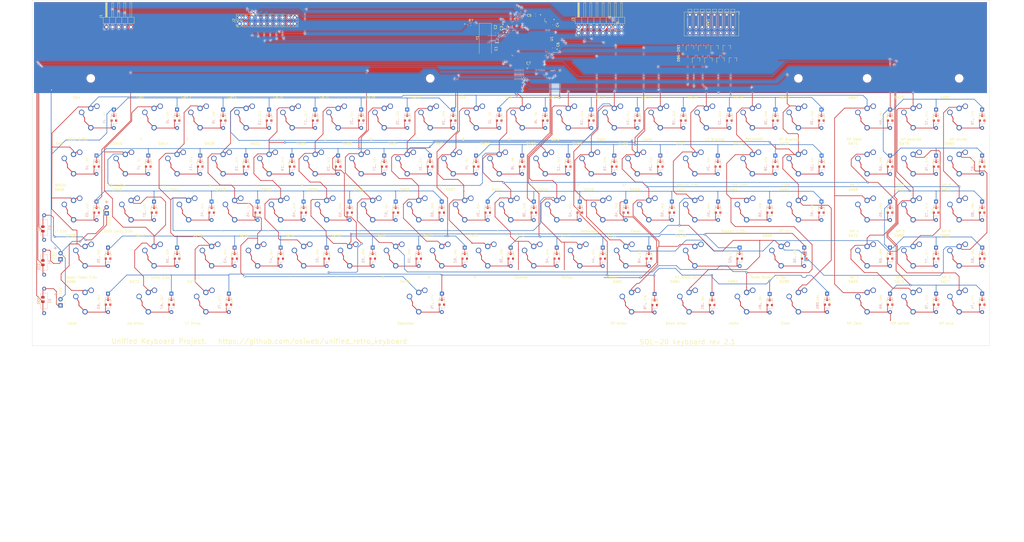
<source format=kicad_pcb>
(kicad_pcb (version 20171130) (host pcbnew "(5.1.9-0-10_14)")
  (title_block (title "Unified Retro Keyboard") (date 2021-02-02) (rev 2.1) (company OSIWeb.org) (comment 1 "SOL keyboard matrix"))
  (layers (0 F.Cu signal) (31 B.Cu signal) (34 B.Paste user) (35 F.Paste user) (36 B.SilkS user) (37 F.SilkS user) (38 B.Mask user) (39 F.Mask user) (44 Edge.Cuts user))
  (net 0 "")
  (net 1 /Row3)
  (net 2 /Row0)
  (net 3 /Row1)
  (net 4 "Net-(D5-Pad2)")
  (net 5 "Net-(D7-Pad2)")
  (net 6 "Net-(D8-Pad2)")
  (net 7 "Net-(D9-Pad2)")
  (net 8 "Net-(D10-Pad2)")
  (net 9 "Net-(D11-Pad2)")
  (net 10 "Net-(D12-Pad2)")
  (net 11 "Net-(D13-Pad2)")
  (net 12 "Net-(D14-Pad2)")
  (net 13 "Net-(D15-Pad2)")
  (net 14 "Net-(D16-Pad2)")
  (net 15 "Net-(D18-Pad2)")
  (net 16 "Net-(D19-Pad2)")
  (net 17 "Net-(D20-Pad2)")
  (net 18 "Net-(D22-Pad2)")
  (net 19 "Net-(D23-Pad2)")
  (net 20 "Net-(D24-Pad2)")
  (net 21 "Net-(D25-Pad2)")
  (net 22 "Net-(D26-Pad2)")
  (net 23 "Net-(D27-Pad2)")
  (net 24 "Net-(D28-Pad2)")
  (net 25 "Net-(D29-Pad2)")
  (net 26 "Net-(D30-Pad2)")
  (net 27 "Net-(D31-Pad2)")
  (net 28 "Net-(D32-Pad2)")
  (net 29 "Net-(D34-Pad2)")
  (net 30 "Net-(D36-Pad2)")
  (net 31 /Row4)
  (net 32 /Row5)
  (net 33 /Row7)
  (net 34 "Net-(D41-Pad2)")
  (net 35 "Net-(D42-Pad2)")
  (net 36 "Net-(D43-Pad2)")
  (net 37 "Net-(D45-Pad2)")
  (net 38 "Net-(D46-Pad2)")
  (net 39 "Net-(D47-Pad2)")
  (net 40 "Net-(D48-Pad2)")
  (net 41 "Net-(D49-Pad2)")
  (net 42 "Net-(D50-Pad2)")
  (net 43 "Net-(D51-Pad2)")
  (net 44 "Net-(D52-Pad2)")
  (net 45 "Net-(D53-Pad2)")
  (net 46 "Net-(D54-Pad2)")
  (net 47 "Net-(D55-Pad2)")
  (net 48 "Net-(D56-Pad2)")
  (net 49 "Net-(D57-Pad2)")
  (net 50 "Net-(D58-Pad2)")
  (net 51 "Net-(D59-Pad2)")
  (net 52 "Net-(D60-Pad2)")
  (net 53 "Net-(D61-Pad2)")
  (net 54 /Col0)
  (net 55 /Col1)
  (net 56 /Col2)
  (net 57 /Col3)
  (net 58 /Col4)
  (net 59 /Col5)
  (net 60 /Col6)
  (net 61 /Col7)
  (net 62 /Row6)
  (net 63 /Row2)
  (net 64 "Net-(D2-Pad2)")
  (net 65 "Net-(D3-Pad2)")
  (net 66 "Net-(D4-Pad2)")
  (net 67 "Net-(D6-Pad2)")
  (net 68 "Net-(D17-Pad2)")
  (net 69 "Net-(D21-Pad2)")
  (net 70 "Net-(D37-Pad2)")
  (net 71 "Net-(D38-Pad2)")
  (net 72 "Net-(D39-Pad2)")
  (net 73 "Net-(D40-Pad2)")
  (net 74 "Net-(D44-Pad2)")
  (net 75 "Net-(D1-Pad2)")
  (net 76 "Net-(D33-Pad2)")
  (net 77 "Net-(D35-Pad2)")
  (net 78 "Net-(D62-Pad2)")
  (net 79 "Net-(D63-Pad2)")
  (net 80 "Net-(D64-Pad2)")
  (net 81 "Net-(D65-Pad2)")
  (net 82 "Net-(D66-Pad2)")
  (net 83 "Net-(D67-Pad2)")
  (net 84 "Net-(D68-Pad2)")
  (net 85 "Net-(D69-Pad2)")
  (net 86 "Net-(D70-Pad2)")
  (net 87 "Net-(D71-Pad2)")
  (net 88 "Net-(D72-Pad2)")
  (net 89 "Net-(D73-Pad2)")
  (net 90 "Net-(D74-Pad2)")
  (net 91 "Net-(D75-Pad2)")
  (net 92 "Net-(D76-Pad2)")
  (net 93 "Net-(D77-Pad2)")
  (net 94 "Net-(D78-Pad2)")
  (net 95 "Net-(D79-Pad2)")
  (net 96 "Net-(D80-Pad2)")
  (net 97 "Net-(D81-Pad2)")
  (net 98 "Net-(D82-Pad2)")
  (net 99 "Net-(D83-Pad2)")
  (net 100 "Net-(D84-Pad2)")
  (net 101 "Net-(D85-Pad2)")
  (net 102 /Row11)
  (net 103 /Row12)
  (net 104 /Row10)
  (net 105 /Row9)
  (net 106 "Net-(LED1-Pad1)")
  (net 107 "Net-(LED2-Pad1)")
  (net 108 "Net-(LED3-Pad1)")
  (net 109 GND)
  (net 110 "Net-(C1-Pad1)")
  (net 111 "Net-(C2-Pad1)")
  (net 112 VCC)
  (net 113 "Net-(D86-Pad1)")
  (net 114 "Net-(D87-Pad1)")
  (net 115 "Net-(D88-Pad1)")
  (net 116 "Net-(D89-Pad1)")
  (net 117 "Net-(D90-Pad1)")
  (net 118 "Net-(D91-Pad1)")
  (net 119 "Net-(D92-Pad1)")
  (net 120 "Net-(D93-Pad1)")
  (net 121 "Net-(J3-Pad8)")
  (net 122 "Net-(J3-Pad7)")
  (net 123 "Net-(U1-Pad98)")
  (net 124 "Net-(U1-Pad97)")
  (net 125 "Net-(U1-Pad96)")
  (net 126 "Net-(U1-Pad95)")
  (net 127 "Net-(U1-Pad94)")
  (net 128 "Net-(U1-Pad89)")
  (net 129 "Net-(U1-Pad88)")
  (net 130 "Net-(U1-Pad87)")
  (net 131 "Net-(U1-Pad86)")
  (net 132 "Net-(U1-Pad85)")
  (net 133 "Net-(U1-Pad84)")
  (net 134 "Net-(U1-Pad83)")
  (net 135 "Net-(U1-Pad82)")
  (net 136 "Net-(U1-Pad70)")
  (net 137 "Net-(U1-Pad52)")
  (net 138 "Net-(U1-Pad51)")
  (net 139 "Net-(U1-Pad47)")
  (net 140 "Net-(U1-Pad46)")
  (net 141 "Net-(U1-Pad45)")
  (net 142 "Net-(U1-Pad44)")
  (net 143 "Net-(U1-Pad43)")
  (net 144 "Net-(U1-Pad42)")
  (net 145 "Net-(U1-Pad41)")
  (net 146 "Net-(U1-Pad40)")
  (net 147 "Net-(U1-Pad39)")
  (net 148 "Net-(U1-Pad38)")
  (net 149 "Net-(U1-Pad37)")
  (net 150 "Net-(U1-Pad36)")
  (net 151 "Net-(U1-Pad35)")
  (net 152 "Net-(U1-Pad29)")
  (net 153 "Net-(U1-Pad28)")
  (net 154 "Net-(U1-Pad19)")
  (net 155 "Net-(U1-Pad9)")
  (net 156 "Net-(U1-Pad8)")
  (net 157 "Net-(U1-Pad7)")
  (net 158 "Net-(U1-Pad6)")
  (net 159 "Net-(U1-Pad5)")
  (net 160 "Net-(U1-Pad4)")
  (net 161 "Net-(U1-Pad3)")
  (net 162 "Net-(U1-Pad2)")
  (net 163 "Net-(U1-Pad1)")
  (net 164 /encoder/OUT1)
  (net 165 /encoder/OUT2)
  (net 166 /encoder/OUT3)
  (net 167 /encoder/D7)
  (net 168 /encoder/D3)
  (net 169 /encoder/D6)
  (net 170 /encoder/D2)
  (net 171 /encoder/D5)
  (net 172 /encoder/D1)
  (net 173 /encoder/D4)
  (net 174 /encoder/D0)
  (net 175 /encoder/~STROBE)
  (net 176 /encoder/~RESET)
  (net 177 /encoder/MOSI)
  (net 178 /encoder/SCK)
  (net 179 /encoder/MISO)
  (net 180 /encoder/TDI)
  (net 181 /encoder/TMS)
  (net 182 /encoder/TDO)
  (net 183 /encoder/TCK)
  (net 184 /encoder/LED1)
  (net 185 /encoder/LED2)
  (net 186 /encoder/LED3)
  (net 187 /encoder/Row8)
  (net 188 /encoder/Row13)
  (net 189 /encoder/Row14)
  (net 190 /encoder/Row15)
  (module unikbd:SW_DIP_SPSTx08_oriented_backward (layer F.Cu) (at 381.508 87.757 270)
    (fp_text reference SW1 (at 3.175 10.287 90) (layer F.SilkS))
    (fp_text value Options)
    (pad 1 thru_hole rect (at 0 0 270) (size 1.6 1.6) (drill 0.8) (layers *.Cu *.Mask) (net 187 /encoder/Row8))
    (pad 9 thru_hole oval (at 7.62 17.78 270) (size 1.6 1.6) (drill 0.8) (layers *.Cu *.Mask) (net 115 "Net-(D88-Pad1)"))
    (pad 2 thru_hole oval (at 0 2.54 270) (size 1.6 1.6) (drill 0.8) (layers *.Cu *.Mask) (net 187 /encoder/Row8))
    (pad 10 thru_hole oval (at 7.62 15.24 270) (size 1.6 1.6) (drill 0.8) (layers *.Cu *.Mask) (net 120 "Net-(D93-Pad1)"))
    (pad 3 thru_hole oval (at 0 5.08 270) (size 1.6 1.6) (drill 0.8) (layers *.Cu *.Mask) (net 187 /encoder/Row8))
    (pad 11 thru_hole oval (at 7.62 12.7 270) (size 1.6 1.6) (drill 0.8) (layers *.Cu *.Mask) (net 114 "Net-(D87-Pad1)"))
    (pad 4 thru_hole oval (at 0 7.62 270) (size 1.6 1.6) (drill 0.8) (layers *.Cu *.Mask) (net 187 /encoder/Row8))
    (pad 12 thru_hole oval (at 7.62 10.16 270) (size 1.6 1.6) (drill 0.8) (layers *.Cu *.Mask) (net 119 "Net-(D92-Pad1)"))
    (pad 5 thru_hole oval (at 0 10.16 270) (size 1.6 1.6) (drill 0.8) (layers *.Cu *.Mask) (net 187 /encoder/Row8))
    (pad 13 thru_hole oval (at 7.62 7.62 270) (size 1.6 1.6) (drill 0.8) (layers *.Cu *.Mask) (net 113 "Net-(D86-Pad1)"))
    (pad 6 thru_hole oval (at 0 12.7 270) (size 1.6 1.6) (drill 0.8) (layers *.Cu *.Mask) (net 187 /encoder/Row8))
    (pad 14 thru_hole oval (at 7.62 5.08 270) (size 1.6 1.6) (drill 0.8) (layers *.Cu *.Mask) (net 118 "Net-(D91-Pad1)"))
    (pad 7 thru_hole oval (at 0 15.24 270) (size 1.6 1.6) (drill 0.8) (layers *.Cu *.Mask) (net 187 /encoder/Row8))
    (pad 15 thru_hole oval (at 7.62 2.54 270) (size 1.6 1.6) (drill 0.8) (layers *.Cu *.Mask) (net 116 "Net-(D89-Pad1)"))
    (pad 8 thru_hole oval (at 0 17.78 270) (size 1.6 1.6) (drill 0.8) (layers *.Cu *.Mask) (net 187 /encoder/Row8))
    (pad 16 thru_hole oval (at 7.62 0 270) (size 1.6 1.6) (drill 0.8) (layers *.Cu *.Mask) (net 117 "Net-(D90-Pad1)"))
    (pad 1 thru_hole oval (at 5.08 0 90) (size 6.679999 1.6) (drill 0.8 (offset 2.54 0)) (layers *.Cu *.Mask) (net 187 /encoder/Row8))
    (pad 3 thru_hole oval (at 5.08 2.54 90) (size 6.679999 1.6) (drill 0.8 (offset 2.54 0)) (layers *.Cu *.Mask) (net 187 /encoder/Row8))
    (pad 3 thru_hole oval (at 5.08 5.08 90) (size 6.679999 1.6) (drill 0.8 (offset 2.54 0)) (layers *.Cu *.Mask) (net 187 /encoder/Row8))
    (pad 6 thru_hole oval (at 5.08 12.7 90) (size 6.679999 1.6) (drill 0.8 (offset 2.54 0)) (layers *.Cu *.Mask) (net 187 /encoder/Row8))
    (pad 8 thru_hole oval (at 5.08 17.78 90) (size 6.679999 1.6) (drill 0.8 (offset 2.54 0)) (layers *.Cu *.Mask) (net 187 /encoder/Row8))
    (pad 4 thru_hole oval (at 5.08 7.62 90) (size 6.679999 1.6) (drill 0.8 (offset 2.54 0)) (layers *.Cu *.Mask) (net 187 /encoder/Row8))
    (pad 7 thru_hole oval (at 5.08 15.24 90) (size 6.679999 1.6) (drill 0.8 (offset 2.54 0)) (layers *.Cu *.Mask) (net 187 /encoder/Row8))
    (pad 5 thru_hole oval (at 5.08 10.16 90) (size 6.679999 1.6) (drill 0.8 (offset 2.54 0)) (layers *.Cu *.Mask) (net 187 /encoder/Row8))
  )
  (module unikbd:Key_MX_Spacebar_5.25 (layer F.Cu) (at 251.45238 206.79156)
    (fp_text reference SW78 (at -5.7912 -8.6106) (layer F.SilkS))
    (fp_text value Spacebar (at -5.334 8.6614) (layer F.SilkS))
    (fp_line (start 1.27 -5.0546) (end 0.7366 -4.6482) (layer F.Cu) (width 0.3048))
    (fp_line (start 1.651 -5.0546) (end 1.27 -5.0546) (layer F.Cu) (width 0.3048))
    (fp_line (start -2.54 1.2954) (end 0 3.8354) (layer F.Cu) (width 0.3048))
    (fp_line (start -2.54 0.0254) (end -2.54 1.2954) (layer F.Cu) (width 0.3048))
    (fp_line (start -3.81 -2.5146) (end -2.54 0.0254) (layer F.Cu) (width 0.3048))
    (pad "" np_thru_hole oval (at 66.675 -0.1016) (size 5 2) (drill oval 5 2) (layers *.Cu *.Mask))
    (pad "" np_thru_hole oval (at -66.675 -0.1016) (size 5 2) (drill oval 5 2) (layers *.Cu *.Mask))
    (pad "" np_thru_hole circle (at -66.675 8.3566) (size 3.9878 3.9878) (drill 3.9878) (layers *.Cu *.Mask))
    (pad "" np_thru_hole circle (at 66.675 -6.8834) (size 3.048 3.048) (drill 3.048) (layers *.Cu *.Mask))
    (pad "" np_thru_hole circle (at 66.675 8.3566) (size 3.9878 3.9878) (drill 3.9878) (layers *.Cu *.Mask))
    (pad "" np_thru_hole circle (at -66.675 -6.8834) (size 3.048 3.048) (drill 3.048) (layers *.Cu *.Mask))
    (pad 2 thru_hole circle (at 0 3.8989) (size 2.2352 2.2352) (drill 1.397) (layers *.Cu *.Mask) (net 91 "Net-(D75-Pad2)"))
    (pad 1 thru_hole circle (at 0 -4.1021) (size 2.2352 2.2352) (drill 1.397) (layers *.Cu *.Mask) (net 57 /Col3))
    (pad 3 thru_hole circle (at 2.54 -4.9784) (size 2.2352 2.2352) (drill 1.5748) (layers *.Cu *.Mask))
    (pad "" np_thru_hole circle (at -5.08 0.1016) (size 1.7018 1.7018) (drill 1.7018) (layers *.Cu *.Mask))
    (pad "" np_thru_hole circle (at 5.08 0.1016) (size 1.7018 1.7018) (drill 1.7018) (layers *.Cu *.Mask))
    (pad "" np_thru_hole circle (at 0 0.1016) (size 3.9878 3.9878) (drill 3.9878) (layers *.Cu *.Mask))
    (pad 4 thru_hole circle (at -3.81 -2.4384) (size 2.2352 2.2352) (drill 1.5748) (layers *.Cu *.Mask))
  )
  (module MountingHole:MountingHole_3.2mm_M3 (layer F.Cu) (at 256.51488 219.49156)
    (fp_text reference REF** hide)
    (fp_text value MountingHole_3.2mm_M3)
    (pad 1 np_thru_hole circle (at 0 0) (size 3.2 3.2) (drill 3.2) (layers *.Cu *.Mask))
  )
  (module unikbd:Key_MX (layer F.Cu) (at 437.06288 187.74156)
    (fp_text reference SW72 (at -5.7912 -8.6106) (layer F.SilkS))
    (fp_text value "NP 1" (at -5.334 8.6614) (layer F.SilkS))
    (fp_line (start -3.81 -2.54) (end -2.54 0) (layer F.Cu) (width 0.3048))
    (fp_line (start -2.54 0) (end -2.54 1.27) (layer F.Cu) (width 0.3048))
    (fp_line (start -2.54 1.27) (end 0 3.81) (layer F.Cu) (width 0.3048))
    (fp_line (start 1.651 -5.08) (end 1.27 -5.08) (layer F.Cu) (width 0.3048))
    (fp_line (start 1.27 -5.08) (end 0.7366 -4.6736) (layer F.Cu) (width 0.3048))
    (pad 2 thru_hole circle (at 0 3.8989) (size 2.2352 2.2352) (drill 1.397) (layers *.Cu *.Mask) (net 85 "Net-(D69-Pad2)"))
    (pad 1 thru_hole circle (at 0 -4.1021) (size 2.2352 2.2352) (drill 1.397) (layers *.Cu *.Mask) (net 55 /Col1))
    (pad 3 thru_hole circle (at 2.54 -4.9784) (size 2.2352 2.2352) (drill 1.5748) (layers *.Cu *.Mask))
    (pad "" np_thru_hole circle (at -5.08 0.1016) (size 1.7018 1.7018) (drill 1.7018) (layers *.Cu *.Mask))
    (pad "" np_thru_hole circle (at 5.08 0.1016) (size 1.7018 1.7018) (drill 1.7018) (layers *.Cu *.Mask))
    (pad "" np_thru_hole circle (at 0 0.1016) (size 3.9878 3.9878) (drill 3.9878) (layers *.Cu *.Mask))
    (pad 4 thru_hole circle (at -3.81 -2.4384) (size 2.2352 2.2352) (drill 1.5748) (layers *.Cu *.Mask))
  )
  (module unikbd:Key_MX (layer F.Cu) (at 365.75238 168.69156)
    (fp_text reference SW57 (at -5.7912 -8.6106) (layer F.SilkS))
    (fp_text value DEL (at -5.334 8.6614) (layer F.SilkS))
    (fp_line (start -3.81 -2.54) (end -2.54 0) (layer F.Cu) (width 0.3048))
    (fp_line (start -2.54 0) (end -2.54 1.27) (layer F.Cu) (width 0.3048))
    (fp_line (start -2.54 1.27) (end 0 3.81) (layer F.Cu) (width 0.3048))
    (fp_line (start 1.651 -5.08) (end 1.27 -5.08) (layer F.Cu) (width 0.3048))
    (fp_line (start 1.27 -5.08) (end 0.7366 -4.6736) (layer F.Cu) (width 0.3048))
    (pad 2 thru_hole circle (at 0 3.8989) (size 2.2352 2.2352) (drill 1.397) (layers *.Cu *.Mask) (net 46 "Net-(D54-Pad2)"))
    (pad 1 thru_hole circle (at 0 -4.1021) (size 2.2352 2.2352) (drill 1.397) (layers *.Cu *.Mask) (net 59 /Col5))
    (pad 3 thru_hole circle (at 2.54 -4.9784) (size 2.2352 2.2352) (drill 1.5748) (layers *.Cu *.Mask))
    (pad "" np_thru_hole circle (at -5.08 0.1016) (size 1.7018 1.7018) (drill 1.7018) (layers *.Cu *.Mask))
    (pad "" np_thru_hole circle (at 5.08 0.1016) (size 1.7018 1.7018) (drill 1.7018) (layers *.Cu *.Mask))
    (pad "" np_thru_hole circle (at 0 0.1016) (size 3.9878 3.9878) (drill 3.9878) (layers *.Cu *.Mask))
    (pad 4 thru_hole circle (at -3.81 -2.4384) (size 2.2352 2.2352) (drill 1.5748) (layers *.Cu *.Mask))
  )
  (module unikbd:Key_MX (layer F.Cu) (at 203.82738 187.74156)
    (fp_text reference SW54 (at -5.7912 -8.6106) (layer F.SilkS))
    (fp_text value C (at -5.334 8.6614) (layer F.SilkS))
    (fp_line (start -3.81 -2.54) (end -2.54 0) (layer F.Cu) (width 0.3048))
    (fp_line (start -2.54 0) (end -2.54 1.27) (layer F.Cu) (width 0.3048))
    (fp_line (start -2.54 1.27) (end 0 3.81) (layer F.Cu) (width 0.3048))
    (fp_line (start 1.651 -5.08) (end 1.27 -5.08) (layer F.Cu) (width 0.3048))
    (fp_line (start 1.27 -5.08) (end 0.7366 -4.6736) (layer F.Cu) (width 0.3048))
    (pad 2 thru_hole circle (at 0 3.8989) (size 2.2352 2.2352) (drill 1.397) (layers *.Cu *.Mask) (net 43 "Net-(D51-Pad2)"))
    (pad 1 thru_hole circle (at 0 -4.1021) (size 2.2352 2.2352) (drill 1.397) (layers *.Cu *.Mask) (net 58 /Col4))
    (pad 3 thru_hole circle (at 2.54 -4.9784) (size 2.2352 2.2352) (drill 1.5748) (layers *.Cu *.Mask))
    (pad "" np_thru_hole circle (at -5.08 0.1016) (size 1.7018 1.7018) (drill 1.7018) (layers *.Cu *.Mask))
    (pad "" np_thru_hole circle (at 5.08 0.1016) (size 1.7018 1.7018) (drill 1.7018) (layers *.Cu *.Mask))
    (pad "" np_thru_hole circle (at 0 0.1016) (size 3.9878 3.9878) (drill 3.9878) (layers *.Cu *.Mask))
    (pad 4 thru_hole circle (at -3.81 -2.4384) (size 2.2352 2.2352) (drill 1.5748) (layers *.Cu *.Mask))
  )
  (module unikbd:Key_MX (layer F.Cu) (at 163.34613 206.79156)
    (fp_text reference SW74 (at -5.7912 -8.6106) (layer F.SilkS))
    (fp_text value "LT Arrow" (at -5.334 8.6614) (layer F.SilkS))
    (fp_line (start -3.81 -2.54) (end -2.54 0) (layer F.Cu) (width 0.3048))
    (fp_line (start -2.54 0) (end -2.54 1.27) (layer F.Cu) (width 0.3048))
    (fp_line (start -2.54 1.27) (end 0 3.81) (layer F.Cu) (width 0.3048))
    (fp_line (start 1.651 -5.08) (end 1.27 -5.08) (layer F.Cu) (width 0.3048))
    (fp_line (start 1.27 -5.08) (end 0.7366 -4.6736) (layer F.Cu) (width 0.3048))
    (pad 2 thru_hole circle (at 0 3.8989) (size 2.2352 2.2352) (drill 1.397) (layers *.Cu *.Mask) (net 87 "Net-(D71-Pad2)"))
    (pad 1 thru_hole circle (at 0 -4.1021) (size 2.2352 2.2352) (drill 1.397) (layers *.Cu *.Mask) (net 56 /Col2))
    (pad 3 thru_hole circle (at 2.54 -4.9784) (size 2.2352 2.2352) (drill 1.5748) (layers *.Cu *.Mask))
    (pad "" np_thru_hole circle (at -5.08 0.1016) (size 1.7018 1.7018) (drill 1.7018) (layers *.Cu *.Mask))
    (pad "" np_thru_hole circle (at 5.08 0.1016) (size 1.7018 1.7018) (drill 1.7018) (layers *.Cu *.Mask))
    (pad "" np_thru_hole circle (at 0 0.1016) (size 3.9878 3.9878) (drill 3.9878) (layers *.Cu *.Mask))
    (pad 4 thru_hole circle (at -3.81 -2.4384) (size 2.2352 2.2352) (drill 1.5748) (layers *.Cu *.Mask))
  )
  (module unikbd:Key_MX (layer F.Cu) (at 475.16288 149.64156)
    (fp_text reference SW85 (at -4.03098 -8.56996) (layer F.SilkS))
    (fp_text value "NP 9" (at -5.334 8.6614) (layer F.SilkS))
    (fp_line (start -3.81 -2.54) (end -2.54 0) (layer F.Cu) (width 0.3048))
    (fp_line (start -2.54 0) (end -2.54 1.27) (layer F.Cu) (width 0.3048))
    (fp_line (start -2.54 1.27) (end 0 3.81) (layer F.Cu) (width 0.3048))
    (fp_line (start 1.651 -5.08) (end 1.27 -5.08) (layer F.Cu) (width 0.3048))
    (fp_line (start 1.27 -5.08) (end 0.7366 -4.6736) (layer F.Cu) (width 0.3048))
    (pad 2 thru_hole circle (at 0 3.8989) (size 2.2352 2.2352) (drill 1.397) (layers *.Cu *.Mask) (net 98 "Net-(D82-Pad2)"))
    (pad 1 thru_hole circle (at 0 -4.1021) (size 2.2352 2.2352) (drill 1.397) (layers *.Cu *.Mask) (net 59 /Col5))
    (pad 3 thru_hole circle (at 2.54 -4.9784) (size 2.2352 2.2352) (drill 1.5748) (layers *.Cu *.Mask))
    (pad "" np_thru_hole circle (at -5.08 0.1016) (size 1.7018 1.7018) (drill 1.7018) (layers *.Cu *.Mask))
    (pad "" np_thru_hole circle (at 5.08 0.1016) (size 1.7018 1.7018) (drill 1.7018) (layers *.Cu *.Mask))
    (pad "" np_thru_hole circle (at 0 0.1016) (size 3.9878 3.9878) (drill 3.9878) (layers *.Cu *.Mask))
    (pad 4 thru_hole circle (at -3.81 -2.4384) (size 2.2352 2.2352) (drill 1.5748) (layers *.Cu *.Mask))
  )
  (module unikbd:Key_MX (layer F.Cu) (at 227.63988 149.64156)
    (fp_text reference SW30 (at -5.7912 -8.6106) (layer F.SilkS))
    (fp_text value T (at -5.334 8.6614) (layer F.SilkS))
    (fp_line (start -3.81 -2.54) (end -2.54 0) (layer F.Cu) (width 0.3048))
    (fp_line (start -2.54 0) (end -2.54 1.27) (layer F.Cu) (width 0.3048))
    (fp_line (start -2.54 1.27) (end 0 3.81) (layer F.Cu) (width 0.3048))
    (fp_line (start 1.651 -5.08) (end 1.27 -5.08) (layer F.Cu) (width 0.3048))
    (fp_line (start 1.27 -5.08) (end 0.7366 -4.6736) (layer F.Cu) (width 0.3048))
    (pad 2 thru_hole circle (at 0 3.8989) (size 2.2352 2.2352) (drill 1.397) (layers *.Cu *.Mask) (net 23 "Net-(D27-Pad2)"))
    (pad 1 thru_hole circle (at 0 -4.1021) (size 2.2352 2.2352) (drill 1.397) (layers *.Cu *.Mask) (net 60 /Col6))
    (pad 3 thru_hole circle (at 2.54 -4.9784) (size 2.2352 2.2352) (drill 1.5748) (layers *.Cu *.Mask))
    (pad "" np_thru_hole circle (at -5.08 0.1016) (size 1.7018 1.7018) (drill 1.7018) (layers *.Cu *.Mask))
    (pad "" np_thru_hole circle (at 5.08 0.1016) (size 1.7018 1.7018) (drill 1.7018) (layers *.Cu *.Mask))
    (pad "" np_thru_hole circle (at 0 0.1016) (size 3.9878 3.9878) (drill 3.9878) (layers *.Cu *.Mask))
    (pad 4 thru_hole circle (at -3.81 -2.4384) (size 2.2352 2.2352) (drill 1.5748) (layers *.Cu *.Mask))
  )
  (module unikbd:Key_MX (layer F.Cu) (at 408.61488 206.79156)
    (fp_text reference SW88 (at -5.7912 -8.6106) (layer F.SilkS))
    (fp_text value Clear (at -5.334 8.6614) (layer F.SilkS))
    (fp_line (start -3.81 -2.54) (end -2.54 0) (layer F.Cu) (width 0.3048))
    (fp_line (start -2.54 0) (end -2.54 1.27) (layer F.Cu) (width 0.3048))
    (fp_line (start -2.54 1.27) (end 0 3.81) (layer F.Cu) (width 0.3048))
    (fp_line (start 1.651 -5.08) (end 1.27 -5.08) (layer F.Cu) (width 0.3048))
    (fp_line (start 1.27 -5.08) (end 0.7366 -4.6736) (layer F.Cu) (width 0.3048))
    (pad 2 thru_hole circle (at 0 3.8989) (size 2.2352 2.2352) (drill 1.397) (layers *.Cu *.Mask) (net 101 "Net-(D85-Pad2)"))
    (pad 1 thru_hole circle (at 0 -4.1021) (size 2.2352 2.2352) (drill 1.397) (layers *.Cu *.Mask) (net 61 /Col7))
    (pad 3 thru_hole circle (at 2.54 -4.9784) (size 2.2352 2.2352) (drill 1.5748) (layers *.Cu *.Mask))
    (pad "" np_thru_hole circle (at -5.08 0.1016) (size 1.7018 1.7018) (drill 1.7018) (layers *.Cu *.Mask))
    (pad "" np_thru_hole circle (at 5.08 0.1016) (size 1.7018 1.7018) (drill 1.7018) (layers *.Cu *.Mask))
    (pad "" np_thru_hole circle (at 0 0.1016) (size 3.9878 3.9878) (drill 3.9878) (layers *.Cu *.Mask))
    (pad 4 thru_hole circle (at -3.81 -2.4384) (size 2.2352 2.2352) (drill 1.5748) (layers *.Cu *.Mask))
  )
  (module unikbd:Key_MX (layer F.Cu) (at 387.18363 206.79156)
    (fp_text reference SW87 (at -5.7912 -8.6106) (layer F.SilkS))
    (fp_text value Home (at -5.334 8.6614) (layer F.SilkS))
    (fp_line (start -3.81 -2.54) (end -2.54 0) (layer F.Cu) (width 0.3048))
    (fp_line (start -2.54 0) (end -2.54 1.27) (layer F.Cu) (width 0.3048))
    (fp_line (start -2.54 1.27) (end 0 3.81) (layer F.Cu) (width 0.3048))
    (fp_line (start 1.651 -5.08) (end 1.27 -5.08) (layer F.Cu) (width 0.3048))
    (fp_line (start 1.27 -5.08) (end 0.7366 -4.6736) (layer F.Cu) (width 0.3048))
    (pad 2 thru_hole circle (at 0 3.8989) (size 2.2352 2.2352) (drill 1.397) (layers *.Cu *.Mask) (net 100 "Net-(D84-Pad2)"))
    (pad 1 thru_hole circle (at 0 -4.1021) (size 2.2352 2.2352) (drill 1.397) (layers *.Cu *.Mask) (net 60 /Col6))
    (pad 3 thru_hole circle (at 2.54 -4.9784) (size 2.2352 2.2352) (drill 1.5748) (layers *.Cu *.Mask))
    (pad "" np_thru_hole circle (at -5.08 0.1016) (size 1.7018 1.7018) (drill 1.7018) (layers *.Cu *.Mask))
    (pad "" np_thru_hole circle (at 5.08 0.1016) (size 1.7018 1.7018) (drill 1.7018) (layers *.Cu *.Mask))
    (pad "" np_thru_hole circle (at 0 0.1016) (size 3.9878 3.9878) (drill 3.9878) (layers *.Cu *.Mask))
    (pad 4 thru_hole circle (at -3.81 -2.4384) (size 2.2352 2.2352) (drill 1.5748) (layers *.Cu *.Mask))
  )
  (module unikbd:Key_MX (layer F.Cu) (at 475.16288 187.74156)
    (fp_text reference SW86 (at -5.7912 -8.6106) (layer F.SilkS))
    (fp_text value "NP 3" (at -5.334 8.6614) (layer F.SilkS))
    (fp_line (start -3.81 -2.54) (end -2.54 0) (layer F.Cu) (width 0.3048))
    (fp_line (start -2.54 0) (end -2.54 1.27) (layer F.Cu) (width 0.3048))
    (fp_line (start -2.54 1.27) (end 0 3.81) (layer F.Cu) (width 0.3048))
    (fp_line (start 1.651 -5.08) (end 1.27 -5.08) (layer F.Cu) (width 0.3048))
    (fp_line (start 1.27 -5.08) (end 0.7366 -4.6736) (layer F.Cu) (width 0.3048))
    (pad 2 thru_hole circle (at 0 3.8989) (size 2.2352 2.2352) (drill 1.397) (layers *.Cu *.Mask) (net 99 "Net-(D83-Pad2)"))
    (pad 1 thru_hole circle (at 0 -4.1021) (size 2.2352 2.2352) (drill 1.397) (layers *.Cu *.Mask) (net 59 /Col5))
    (pad 3 thru_hole circle (at 2.54 -4.9784) (size 2.2352 2.2352) (drill 1.5748) (layers *.Cu *.Mask))
    (pad "" np_thru_hole circle (at -5.08 0.1016) (size 1.7018 1.7018) (drill 1.7018) (layers *.Cu *.Mask))
    (pad "" np_thru_hole circle (at 5.08 0.1016) (size 1.7018 1.7018) (drill 1.7018) (layers *.Cu *.Mask))
    (pad "" np_thru_hole circle (at 0 0.1016) (size 3.9878 3.9878) (drill 3.9878) (layers *.Cu *.Mask))
    (pad 4 thru_hole circle (at -3.81 -2.4384) (size 2.2352 2.2352) (drill 1.5748) (layers *.Cu *.Mask))
  )
  (module unikbd:Key_MX (layer F.Cu) (at 363.37113 206.79156)
    (fp_text reference SW84 (at -5.7912 -8.6106) (layer F.SilkS))
    (fp_text value "Down Arrow" (at -5.334 8.6614) (layer F.SilkS))
    (fp_line (start -3.81 -2.54) (end -2.54 0) (layer F.Cu) (width 0.3048))
    (fp_line (start -2.54 0) (end -2.54 1.27) (layer F.Cu) (width 0.3048))
    (fp_line (start -2.54 1.27) (end 0 3.81) (layer F.Cu) (width 0.3048))
    (fp_line (start 1.651 -5.08) (end 1.27 -5.08) (layer F.Cu) (width 0.3048))
    (fp_line (start 1.27 -5.08) (end 0.7366 -4.6736) (layer F.Cu) (width 0.3048))
    (pad 2 thru_hole circle (at 0 3.8989) (size 2.2352 2.2352) (drill 1.397) (layers *.Cu *.Mask) (net 97 "Net-(D81-Pad2)"))
    (pad 1 thru_hole circle (at 0 -4.1021) (size 2.2352 2.2352) (drill 1.397) (layers *.Cu *.Mask) (net 59 /Col5))
    (pad 3 thru_hole circle (at 2.54 -4.9784) (size 2.2352 2.2352) (drill 1.5748) (layers *.Cu *.Mask))
    (pad "" np_thru_hole circle (at -5.08 0.1016) (size 1.7018 1.7018) (drill 1.7018) (layers *.Cu *.Mask))
    (pad "" np_thru_hole circle (at 5.08 0.1016) (size 1.7018 1.7018) (drill 1.7018) (layers *.Cu *.Mask))
    (pad "" np_thru_hole circle (at 0 0.1016) (size 3.9878 3.9878) (drill 3.9878) (layers *.Cu *.Mask))
    (pad 4 thru_hole circle (at -3.81 -2.4384) (size 2.2352 2.2352) (drill 1.5748) (layers *.Cu *.Mask))
  )
  (module unikbd:Key_MX (layer F.Cu) (at 475.16288 168.69156)
    (fp_text reference SW83 (at -5.7912 -8.6106) (layer F.SilkS))
    (fp_text value "NP 6" (at -5.334 8.6614) (layer F.SilkS))
    (fp_line (start -3.81 -2.54) (end -2.54 0) (layer F.Cu) (width 0.3048))
    (fp_line (start -2.54 0) (end -2.54 1.27) (layer F.Cu) (width 0.3048))
    (fp_line (start -2.54 1.27) (end 0 3.81) (layer F.Cu) (width 0.3048))
    (fp_line (start 1.651 -5.08) (end 1.27 -5.08) (layer F.Cu) (width 0.3048))
    (fp_line (start 1.27 -5.08) (end 0.7366 -4.6736) (layer F.Cu) (width 0.3048))
    (pad 2 thru_hole circle (at 0 3.8989) (size 2.2352 2.2352) (drill 1.397) (layers *.Cu *.Mask) (net 96 "Net-(D80-Pad2)"))
    (pad 1 thru_hole circle (at 0 -4.1021) (size 2.2352 2.2352) (drill 1.397) (layers *.Cu *.Mask) (net 58 /Col4))
    (pad 3 thru_hole circle (at 2.54 -4.9784) (size 2.2352 2.2352) (drill 1.5748) (layers *.Cu *.Mask))
    (pad "" np_thru_hole circle (at -5.08 0.1016) (size 1.7018 1.7018) (drill 1.7018) (layers *.Cu *.Mask))
    (pad "" np_thru_hole circle (at 5.08 0.1016) (size 1.7018 1.7018) (drill 1.7018) (layers *.Cu *.Mask))
    (pad "" np_thru_hole circle (at 0 0.1016) (size 3.9878 3.9878) (drill 3.9878) (layers *.Cu *.Mask))
    (pad 4 thru_hole circle (at -3.81 -2.4384) (size 2.2352 2.2352) (drill 1.5748) (layers *.Cu *.Mask))
  )
  (module unikbd:Key_MX (layer F.Cu) (at 475.16288 130.59156)
    (fp_text reference SW82 (at -5.7912 -8.6106) (layer F.SilkS))
    (fp_text value "NP divide" (at -0.29718 8.72744) (layer F.SilkS))
    (fp_line (start -3.81 -2.54) (end -2.54 0) (layer F.Cu) (width 0.3048))
    (fp_line (start -2.54 0) (end -2.54 1.27) (layer F.Cu) (width 0.3048))
    (fp_line (start -2.54 1.27) (end 0 3.81) (layer F.Cu) (width 0.3048))
    (fp_line (start 1.651 -5.08) (end 1.27 -5.08) (layer F.Cu) (width 0.3048))
    (fp_line (start 1.27 -5.08) (end 0.7366 -4.6736) (layer F.Cu) (width 0.3048))
    (pad 2 thru_hole circle (at 0 3.8989) (size 2.2352 2.2352) (drill 1.397) (layers *.Cu *.Mask) (net 95 "Net-(D79-Pad2)"))
    (pad 1 thru_hole circle (at 0 -4.1021) (size 2.2352 2.2352) (drill 1.397) (layers *.Cu *.Mask) (net 58 /Col4))
    (pad 3 thru_hole circle (at 2.54 -4.9784) (size 2.2352 2.2352) (drill 1.5748) (layers *.Cu *.Mask))
    (pad "" np_thru_hole circle (at -5.08 0.1016) (size 1.7018 1.7018) (drill 1.7018) (layers *.Cu *.Mask))
    (pad "" np_thru_hole circle (at 5.08 0.1016) (size 1.7018 1.7018) (drill 1.7018) (layers *.Cu *.Mask))
    (pad "" np_thru_hole circle (at 0 0.1016) (size 3.9878 3.9878) (drill 3.9878) (layers *.Cu *.Mask))
    (pad 4 thru_hole circle (at -3.81 -2.4384) (size 2.2352 2.2352) (drill 1.5748) (layers *.Cu *.Mask))
  )
  (module unikbd:Key_MX (layer F.Cu) (at 339.55863 206.79156)
    (fp_text reference SW81 (at -5.7912 -8.6106) (layer F.SilkS))
    (fp_text value "RT Arrow" (at -5.334 8.6614) (layer F.SilkS))
    (fp_line (start -3.81 -2.54) (end -2.54 0) (layer F.Cu) (width 0.3048))
    (fp_line (start -2.54 0) (end -2.54 1.27) (layer F.Cu) (width 0.3048))
    (fp_line (start -2.54 1.27) (end 0 3.81) (layer F.Cu) (width 0.3048))
    (fp_line (start 1.651 -5.08) (end 1.27 -5.08) (layer F.Cu) (width 0.3048))
    (fp_line (start 1.27 -5.08) (end 0.7366 -4.6736) (layer F.Cu) (width 0.3048))
    (pad 2 thru_hole circle (at 0 3.8989) (size 2.2352 2.2352) (drill 1.397) (layers *.Cu *.Mask) (net 94 "Net-(D78-Pad2)"))
    (pad 1 thru_hole circle (at 0 -4.1021) (size 2.2352 2.2352) (drill 1.397) (layers *.Cu *.Mask) (net 58 /Col4))
    (pad 3 thru_hole circle (at 2.54 -4.9784) (size 2.2352 2.2352) (drill 1.5748) (layers *.Cu *.Mask))
    (pad "" np_thru_hole circle (at -5.08 0.1016) (size 1.7018 1.7018) (drill 1.7018) (layers *.Cu *.Mask))
    (pad "" np_thru_hole circle (at 5.08 0.1016) (size 1.7018 1.7018) (drill 1.7018) (layers *.Cu *.Mask))
    (pad "" np_thru_hole circle (at 0 0.1016) (size 3.9878 3.9878) (drill 3.9878) (layers *.Cu *.Mask))
    (pad 4 thru_hole circle (at -3.81 -2.4384) (size 2.2352 2.2352) (drill 1.5748) (layers *.Cu *.Mask))
  )
  (module unikbd:Key_MX (layer F.Cu) (at 456.11288 187.74156)
    (fp_text reference SW80 (at -5.7912 -8.6106) (layer F.SilkS))
    (fp_text value "NP 2" (at -5.334 8.6614) (layer F.SilkS))
    (fp_line (start -3.81 -2.54) (end -2.54 0) (layer F.Cu) (width 0.3048))
    (fp_line (start -2.54 0) (end -2.54 1.27) (layer F.Cu) (width 0.3048))
    (fp_line (start -2.54 1.27) (end 0 3.81) (layer F.Cu) (width 0.3048))
    (fp_line (start 1.651 -5.08) (end 1.27 -5.08) (layer F.Cu) (width 0.3048))
    (fp_line (start 1.27 -5.08) (end 0.7366 -4.6736) (layer F.Cu) (width 0.3048))
    (pad 2 thru_hole circle (at 0 3.8989) (size 2.2352 2.2352) (drill 1.397) (layers *.Cu *.Mask) (net 93 "Net-(D77-Pad2)"))
    (pad 1 thru_hole circle (at 0 -4.1021) (size 2.2352 2.2352) (drill 1.397) (layers *.Cu *.Mask) (net 57 /Col3))
    (pad 3 thru_hole circle (at 2.54 -4.9784) (size 2.2352 2.2352) (drill 1.5748) (layers *.Cu *.Mask))
    (pad "" np_thru_hole circle (at -5.08 0.1016) (size 1.7018 1.7018) (drill 1.7018) (layers *.Cu *.Mask))
    (pad "" np_thru_hole circle (at 5.08 0.1016) (size 1.7018 1.7018) (drill 1.7018) (layers *.Cu *.Mask))
    (pad "" np_thru_hole circle (at 0 0.1016) (size 3.9878 3.9878) (drill 3.9878) (layers *.Cu *.Mask))
    (pad 4 thru_hole circle (at -3.81 -2.4384) (size 2.2352 2.2352) (drill 1.5748) (layers *.Cu *.Mask))
  )
  (module unikbd:Key_MX (layer F.Cu) (at 456.11288 149.64156)
    (fp_text reference SW79 (at -3.75158 -8.56996) (layer F.SilkS))
    (fp_text value "NP 8" (at -5.334 8.6614) (layer F.SilkS))
    (fp_line (start -3.81 -2.54) (end -2.54 0) (layer F.Cu) (width 0.3048))
    (fp_line (start -2.54 0) (end -2.54 1.27) (layer F.Cu) (width 0.3048))
    (fp_line (start -2.54 1.27) (end 0 3.81) (layer F.Cu) (width 0.3048))
    (fp_line (start 1.651 -5.08) (end 1.27 -5.08) (layer F.Cu) (width 0.3048))
    (fp_line (start 1.27 -5.08) (end 0.7366 -4.6736) (layer F.Cu) (width 0.3048))
    (pad 2 thru_hole circle (at 0 3.8989) (size 2.2352 2.2352) (drill 1.397) (layers *.Cu *.Mask) (net 92 "Net-(D76-Pad2)"))
    (pad 1 thru_hole circle (at 0 -4.1021) (size 2.2352 2.2352) (drill 1.397) (layers *.Cu *.Mask) (net 57 /Col3))
    (pad 3 thru_hole circle (at 2.54 -4.9784) (size 2.2352 2.2352) (drill 1.5748) (layers *.Cu *.Mask))
    (pad "" np_thru_hole circle (at -5.08 0.1016) (size 1.7018 1.7018) (drill 1.7018) (layers *.Cu *.Mask))
    (pad "" np_thru_hole circle (at 5.08 0.1016) (size 1.7018 1.7018) (drill 1.7018) (layers *.Cu *.Mask))
    (pad "" np_thru_hole circle (at 0 0.1016) (size 3.9878 3.9878) (drill 3.9878) (layers *.Cu *.Mask))
    (pad 4 thru_hole circle (at -3.81 -2.4384) (size 2.2352 2.2352) (drill 1.5748) (layers *.Cu *.Mask))
  )
  (module unikbd:Key_MX (layer F.Cu) (at 475.16288 206.79156)
    (fp_text reference SW77 (at -5.7912 -8.6106) (layer F.SilkS))
    (fp_text value "NP plus" (at -5.334 8.6614) (layer F.SilkS))
    (fp_line (start -3.81 -2.54) (end -2.54 0) (layer F.Cu) (width 0.3048))
    (fp_line (start -2.54 0) (end -2.54 1.27) (layer F.Cu) (width 0.3048))
    (fp_line (start -2.54 1.27) (end 0 3.81) (layer F.Cu) (width 0.3048))
    (fp_line (start 1.651 -5.08) (end 1.27 -5.08) (layer F.Cu) (width 0.3048))
    (fp_line (start 1.27 -5.08) (end 0.7366 -4.6736) (layer F.Cu) (width 0.3048))
    (pad 2 thru_hole circle (at 0 3.8989) (size 2.2352 2.2352) (drill 1.397) (layers *.Cu *.Mask) (net 90 "Net-(D74-Pad2)"))
    (pad 1 thru_hole circle (at 0 -4.1021) (size 2.2352 2.2352) (drill 1.397) (layers *.Cu *.Mask) (net 56 /Col2))
    (pad 3 thru_hole circle (at 2.54 -4.9784) (size 2.2352 2.2352) (drill 1.5748) (layers *.Cu *.Mask))
    (pad "" np_thru_hole circle (at -5.08 0.1016) (size 1.7018 1.7018) (drill 1.7018) (layers *.Cu *.Mask))
    (pad "" np_thru_hole circle (at 5.08 0.1016) (size 1.7018 1.7018) (drill 1.7018) (layers *.Cu *.Mask))
    (pad "" np_thru_hole circle (at 0 0.1016) (size 3.9878 3.9878) (drill 3.9878) (layers *.Cu *.Mask))
    (pad 4 thru_hole circle (at -3.81 -2.4384) (size 2.2352 2.2352) (drill 1.5748) (layers *.Cu *.Mask))
  )
  (module unikbd:Key_MX (layer F.Cu) (at 456.11288 168.69156)
    (fp_text reference SW76 (at -5.7912 -8.6106) (layer F.SilkS))
    (fp_text value "NP 5" (at -5.334 8.6614) (layer F.SilkS))
    (fp_line (start -3.81 -2.54) (end -2.54 0) (layer F.Cu) (width 0.3048))
    (fp_line (start -2.54 0) (end -2.54 1.27) (layer F.Cu) (width 0.3048))
    (fp_line (start -2.54 1.27) (end 0 3.81) (layer F.Cu) (width 0.3048))
    (fp_line (start 1.651 -5.08) (end 1.27 -5.08) (layer F.Cu) (width 0.3048))
    (fp_line (start 1.27 -5.08) (end 0.7366 -4.6736) (layer F.Cu) (width 0.3048))
    (pad 2 thru_hole circle (at 0 3.8989) (size 2.2352 2.2352) (drill 1.397) (layers *.Cu *.Mask) (net 89 "Net-(D73-Pad2)"))
    (pad 1 thru_hole circle (at 0 -4.1021) (size 2.2352 2.2352) (drill 1.397) (layers *.Cu *.Mask) (net 56 /Col2))
    (pad 3 thru_hole circle (at 2.54 -4.9784) (size 2.2352 2.2352) (drill 1.5748) (layers *.Cu *.Mask))
    (pad "" np_thru_hole circle (at -5.08 0.1016) (size 1.7018 1.7018) (drill 1.7018) (layers *.Cu *.Mask))
    (pad "" np_thru_hole circle (at 5.08 0.1016) (size 1.7018 1.7018) (drill 1.7018) (layers *.Cu *.Mask))
    (pad "" np_thru_hole circle (at 0 0.1016) (size 3.9878 3.9878) (drill 3.9878) (layers *.Cu *.Mask))
    (pad 4 thru_hole circle (at -3.81 -2.4384) (size 2.2352 2.2352) (drill 1.5748) (layers *.Cu *.Mask))
  )
  (module unikbd:Key_MX (layer F.Cu) (at 456.11288 130.59156)
    (fp_text reference SW75 (at -5.7912 -8.6106) (layer F.SilkS))
    (fp_text value "NP asterisk" (at -0.88138 8.72744) (layer F.SilkS))
    (fp_line (start -3.81 -2.54) (end -2.54 0) (layer F.Cu) (width 0.3048))
    (fp_line (start -2.54 0) (end -2.54 1.27) (layer F.Cu) (width 0.3048))
    (fp_line (start -2.54 1.27) (end 0 3.81) (layer F.Cu) (width 0.3048))
    (fp_line (start 1.651 -5.08) (end 1.27 -5.08) (layer F.Cu) (width 0.3048))
    (fp_line (start 1.27 -5.08) (end 0.7366 -4.6736) (layer F.Cu) (width 0.3048))
    (pad 2 thru_hole circle (at 0 3.8989) (size 2.2352 2.2352) (drill 1.397) (layers *.Cu *.Mask) (net 88 "Net-(D72-Pad2)"))
    (pad 1 thru_hole circle (at 0 -4.1021) (size 2.2352 2.2352) (drill 1.397) (layers *.Cu *.Mask) (net 56 /Col2))
    (pad 3 thru_hole circle (at 2.54 -4.9784) (size 2.2352 2.2352) (drill 1.5748) (layers *.Cu *.Mask))
    (pad "" np_thru_hole circle (at -5.08 0.1016) (size 1.7018 1.7018) (drill 1.7018) (layers *.Cu *.Mask))
    (pad "" np_thru_hole circle (at 5.08 0.1016) (size 1.7018 1.7018) (drill 1.7018) (layers *.Cu *.Mask))
    (pad "" np_thru_hole circle (at 0 0.1016) (size 3.9878 3.9878) (drill 3.9878) (layers *.Cu *.Mask))
    (pad 4 thru_hole circle (at -3.81 -2.4384) (size 2.2352 2.2352) (drill 1.5748) (layers *.Cu *.Mask))
  )
  (module unikbd:Key_MX (layer F.Cu) (at 456.11288 206.79156)
    (fp_text reference SW73 (at -5.7912 -8.6106) (layer F.SilkS))
    (fp_text value "NP period" (at -5.334 8.6614) (layer F.SilkS))
    (fp_line (start -3.81 -2.54) (end -2.54 0) (layer F.Cu) (width 0.3048))
    (fp_line (start -2.54 0) (end -2.54 1.27) (layer F.Cu) (width 0.3048))
    (fp_line (start -2.54 1.27) (end 0 3.81) (layer F.Cu) (width 0.3048))
    (fp_line (start 1.651 -5.08) (end 1.27 -5.08) (layer F.Cu) (width 0.3048))
    (fp_line (start 1.27 -5.08) (end 0.7366 -4.6736) (layer F.Cu) (width 0.3048))
    (pad 2 thru_hole circle (at 0 3.8989) (size 2.2352 2.2352) (drill 1.397) (layers *.Cu *.Mask) (net 86 "Net-(D70-Pad2)"))
    (pad 1 thru_hole circle (at 0 -4.1021) (size 2.2352 2.2352) (drill 1.397) (layers *.Cu *.Mask) (net 55 /Col1))
    (pad 3 thru_hole circle (at 2.54 -4.9784) (size 2.2352 2.2352) (drill 1.5748) (layers *.Cu *.Mask))
    (pad "" np_thru_hole circle (at -5.08 0.1016) (size 1.7018 1.7018) (drill 1.7018) (layers *.Cu *.Mask))
    (pad "" np_thru_hole circle (at 5.08 0.1016) (size 1.7018 1.7018) (drill 1.7018) (layers *.Cu *.Mask))
    (pad "" np_thru_hole circle (at 0 0.1016) (size 3.9878 3.9878) (drill 3.9878) (layers *.Cu *.Mask))
    (pad 4 thru_hole circle (at -3.81 -2.4384) (size 2.2352 2.2352) (drill 1.5748) (layers *.Cu *.Mask))
  )
  (module unikbd:Key_MX (layer F.Cu) (at 437.06288 149.64156)
    (fp_text reference SW71 (at -5.7912 -8.6106) (layer F.SilkS))
    (fp_text value "NP 7" (at -5.334 8.6614) (layer F.SilkS))
    (fp_line (start -3.81 -2.54) (end -2.54 0) (layer F.Cu) (width 0.3048))
    (fp_line (start -2.54 0) (end -2.54 1.27) (layer F.Cu) (width 0.3048))
    (fp_line (start -2.54 1.27) (end 0 3.81) (layer F.Cu) (width 0.3048))
    (fp_line (start 1.651 -5.08) (end 1.27 -5.08) (layer F.Cu) (width 0.3048))
    (fp_line (start 1.27 -5.08) (end 0.7366 -4.6736) (layer F.Cu) (width 0.3048))
    (pad 2 thru_hole circle (at 0 3.8989) (size 2.2352 2.2352) (drill 1.397) (layers *.Cu *.Mask) (net 84 "Net-(D68-Pad2)"))
    (pad 1 thru_hole circle (at 0 -4.1021) (size 2.2352 2.2352) (drill 1.397) (layers *.Cu *.Mask) (net 55 /Col1))
    (pad 3 thru_hole circle (at 2.54 -4.9784) (size 2.2352 2.2352) (drill 1.5748) (layers *.Cu *.Mask))
    (pad "" np_thru_hole circle (at -5.08 0.1016) (size 1.7018 1.7018) (drill 1.7018) (layers *.Cu *.Mask))
    (pad "" np_thru_hole circle (at 5.08 0.1016) (size 1.7018 1.7018) (drill 1.7018) (layers *.Cu *.Mask))
    (pad "" np_thru_hole circle (at 0 0.1016) (size 3.9878 3.9878) (drill 3.9878) (layers *.Cu *.Mask))
    (pad 4 thru_hole circle (at -3.81 -2.4384) (size 2.2352 2.2352) (drill 1.5748) (layers *.Cu *.Mask))
  )
  (module unikbd:Key_MX (layer F.Cu) (at 139.53363 206.79156)
    (fp_text reference SW70 (at -5.7912 -8.6106) (layer F.SilkS))
    (fp_text value "Up Arrow" (at -5.334 8.6614) (layer F.SilkS))
    (fp_line (start -3.81 -2.54) (end -2.54 0) (layer F.Cu) (width 0.3048))
    (fp_line (start -2.54 0) (end -2.54 1.27) (layer F.Cu) (width 0.3048))
    (fp_line (start -2.54 1.27) (end 0 3.81) (layer F.Cu) (width 0.3048))
    (fp_line (start 1.651 -5.08) (end 1.27 -5.08) (layer F.Cu) (width 0.3048))
    (fp_line (start 1.27 -5.08) (end 0.7366 -4.6736) (layer F.Cu) (width 0.3048))
    (pad 2 thru_hole circle (at 0 3.8989) (size 2.2352 2.2352) (drill 1.397) (layers *.Cu *.Mask) (net 83 "Net-(D67-Pad2)"))
    (pad 1 thru_hole circle (at 0 -4.1021) (size 2.2352 2.2352) (drill 1.397) (layers *.Cu *.Mask) (net 55 /Col1))
    (pad 3 thru_hole circle (at 2.54 -4.9784) (size 2.2352 2.2352) (drill 1.5748) (layers *.Cu *.Mask))
    (pad "" np_thru_hole circle (at -5.08 0.1016) (size 1.7018 1.7018) (drill 1.7018) (layers *.Cu *.Mask))
    (pad "" np_thru_hole circle (at 5.08 0.1016) (size 1.7018 1.7018) (drill 1.7018) (layers *.Cu *.Mask))
    (pad "" np_thru_hole circle (at 0 0.1016) (size 3.9878 3.9878) (drill 3.9878) (layers *.Cu *.Mask))
    (pad 4 thru_hole circle (at -3.81 -2.4384) (size 2.2352 2.2352) (drill 1.5748) (layers *.Cu *.Mask))
  )
  (module unikbd:Key_MX (layer F.Cu) (at 437.06288 206.79156)
    (fp_text reference SW69 (at -5.7912 -8.6106) (layer F.SilkS))
    (fp_text value "NP Zero" (at -5.334 8.6614) (layer F.SilkS))
    (fp_line (start -3.81 -2.54) (end -2.54 0) (layer F.Cu) (width 0.3048))
    (fp_line (start -2.54 0) (end -2.54 1.27) (layer F.Cu) (width 0.3048))
    (fp_line (start -2.54 1.27) (end 0 3.81) (layer F.Cu) (width 0.3048))
    (fp_line (start 1.651 -5.08) (end 1.27 -5.08) (layer F.Cu) (width 0.3048))
    (fp_line (start 1.27 -5.08) (end 0.7366 -4.6736) (layer F.Cu) (width 0.3048))
    (pad 2 thru_hole circle (at 0 3.8989) (size 2.2352 2.2352) (drill 1.397) (layers *.Cu *.Mask) (net 82 "Net-(D66-Pad2)"))
    (pad 1 thru_hole circle (at 0 -4.1021) (size 2.2352 2.2352) (drill 1.397) (layers *.Cu *.Mask) (net 54 /Col0))
    (pad 3 thru_hole circle (at 2.54 -4.9784) (size 2.2352 2.2352) (drill 1.5748) (layers *.Cu *.Mask))
    (pad "" np_thru_hole circle (at -5.08 0.1016) (size 1.7018 1.7018) (drill 1.7018) (layers *.Cu *.Mask))
    (pad "" np_thru_hole circle (at 5.08 0.1016) (size 1.7018 1.7018) (drill 1.7018) (layers *.Cu *.Mask))
    (pad "" np_thru_hole circle (at 0 0.1016) (size 3.9878 3.9878) (drill 3.9878) (layers *.Cu *.Mask))
    (pad 4 thru_hole circle (at -3.81 -2.4384) (size 2.2352 2.2352) (drill 1.5748) (layers *.Cu *.Mask))
  )
  (module unikbd:Key_MX (layer F.Cu) (at 437.06288 168.69156)
    (fp_text reference SW68 (at -5.7912 -8.6106) (layer F.SilkS))
    (fp_text value "NP 4" (at -5.334 8.6614) (layer F.SilkS))
    (fp_line (start -3.81 -2.54) (end -2.54 0) (layer F.Cu) (width 0.3048))
    (fp_line (start -2.54 0) (end -2.54 1.27) (layer F.Cu) (width 0.3048))
    (fp_line (start -2.54 1.27) (end 0 3.81) (layer F.Cu) (width 0.3048))
    (fp_line (start 1.651 -5.08) (end 1.27 -5.08) (layer F.Cu) (width 0.3048))
    (fp_line (start 1.27 -5.08) (end 0.7366 -4.6736) (layer F.Cu) (width 0.3048))
    (pad 2 thru_hole circle (at 0 3.8989) (size 2.2352 2.2352) (drill 1.397) (layers *.Cu *.Mask) (net 81 "Net-(D65-Pad2)"))
    (pad 1 thru_hole circle (at 0 -4.1021) (size 2.2352 2.2352) (drill 1.397) (layers *.Cu *.Mask) (net 54 /Col0))
    (pad 3 thru_hole circle (at 2.54 -4.9784) (size 2.2352 2.2352) (drill 1.5748) (layers *.Cu *.Mask))
    (pad "" np_thru_hole circle (at -5.08 0.1016) (size 1.7018 1.7018) (drill 1.7018) (layers *.Cu *.Mask))
    (pad "" np_thru_hole circle (at 5.08 0.1016) (size 1.7018 1.7018) (drill 1.7018) (layers *.Cu *.Mask))
    (pad "" np_thru_hole circle (at 0 0.1016) (size 3.9878 3.9878) (drill 3.9878) (layers *.Cu *.Mask))
    (pad 4 thru_hole circle (at -3.81 -2.4384) (size 2.2352 2.2352) (drill 1.5748) (layers *.Cu *.Mask))
  )
  (module unikbd:Key_MX (layer F.Cu) (at 437.06288 130.59156)
    (fp_text reference SW67 (at -5.7912 -8.6106) (layer F.SilkS))
    (fp_text value "NP Dash" (at -5.334 8.6614) (layer F.SilkS))
    (fp_line (start -3.81 -2.54) (end -2.54 0) (layer F.Cu) (width 0.3048))
    (fp_line (start -2.54 0) (end -2.54 1.27) (layer F.Cu) (width 0.3048))
    (fp_line (start -2.54 1.27) (end 0 3.81) (layer F.Cu) (width 0.3048))
    (fp_line (start 1.651 -5.08) (end 1.27 -5.08) (layer F.Cu) (width 0.3048))
    (fp_line (start 1.27 -5.08) (end 0.7366 -4.6736) (layer F.Cu) (width 0.3048))
    (pad 2 thru_hole circle (at 0 3.8989) (size 2.2352 2.2352) (drill 1.397) (layers *.Cu *.Mask) (net 80 "Net-(D64-Pad2)"))
    (pad 1 thru_hole circle (at 0 -4.1021) (size 2.2352 2.2352) (drill 1.397) (layers *.Cu *.Mask) (net 54 /Col0))
    (pad 3 thru_hole circle (at 2.54 -4.9784) (size 2.2352 2.2352) (drill 1.5748) (layers *.Cu *.Mask))
    (pad "" np_thru_hole circle (at -5.08 0.1016) (size 1.7018 1.7018) (drill 1.7018) (layers *.Cu *.Mask))
    (pad "" np_thru_hole circle (at 5.08 0.1016) (size 1.7018 1.7018) (drill 1.7018) (layers *.Cu *.Mask))
    (pad "" np_thru_hole circle (at 0 0.1016) (size 3.9878 3.9878) (drill 3.9878) (layers *.Cu *.Mask))
    (pad 4 thru_hole circle (at -3.81 -2.4384) (size 2.2352 2.2352) (drill 1.5748) (layers *.Cu *.Mask))
  )
  (module unikbd:Key_MX (layer F.Cu) (at 113.33988 206.79156)
    (fp_text reference SW66 (at -5.7912 -8.6106) (layer F.SilkS))
    (fp_text value Local (at -5.334 8.6614) (layer F.SilkS))
    (fp_line (start -3.81 -2.54) (end -2.54 0) (layer F.Cu) (width 0.3048))
    (fp_line (start -2.54 0) (end -2.54 1.27) (layer F.Cu) (width 0.3048))
    (fp_line (start -2.54 1.27) (end 0 3.81) (layer F.Cu) (width 0.3048))
    (fp_line (start 1.651 -5.08) (end 1.27 -5.08) (layer F.Cu) (width 0.3048))
    (fp_line (start 1.27 -5.08) (end 0.7366 -4.6736) (layer F.Cu) (width 0.3048))
    (pad 2 thru_hole circle (at 0 3.8989) (size 2.2352 2.2352) (drill 1.397) (layers *.Cu *.Mask) (net 79 "Net-(D63-Pad2)"))
    (pad 1 thru_hole circle (at 0 -4.1021) (size 2.2352 2.2352) (drill 1.397) (layers *.Cu *.Mask) (net 54 /Col0))
    (pad 3 thru_hole circle (at 2.54 -4.9784) (size 2.2352 2.2352) (drill 1.5748) (layers *.Cu *.Mask))
    (pad "" np_thru_hole circle (at -5.08 0.1016) (size 1.7018 1.7018) (drill 1.7018) (layers *.Cu *.Mask))
    (pad "" np_thru_hole circle (at 5.08 0.1016) (size 1.7018 1.7018) (drill 1.7018) (layers *.Cu *.Mask))
    (pad "" np_thru_hole circle (at 0 0.1016) (size 3.9878 3.9878) (drill 3.9878) (layers *.Cu *.Mask))
    (pad 4 thru_hole circle (at -3.81 -2.4384) (size 2.2352 2.2352) (drill 1.5748) (layers *.Cu *.Mask))
  )
  (module unikbd:Key_MX (layer F.Cu) (at 260.97738 187.74156)
    (fp_text reference SW65 (at -5.7912 -8.6106) (layer F.SilkS))
    (fp_text value N (at -5.334 8.6614) (layer F.SilkS))
    (fp_line (start -3.81 -2.54) (end -2.54 0) (layer F.Cu) (width 0.3048))
    (fp_line (start -2.54 0) (end -2.54 1.27) (layer F.Cu) (width 0.3048))
    (fp_line (start -2.54 1.27) (end 0 3.81) (layer F.Cu) (width 0.3048))
    (fp_line (start 1.651 -5.08) (end 1.27 -5.08) (layer F.Cu) (width 0.3048))
    (fp_line (start 1.27 -5.08) (end 0.7366 -4.6736) (layer F.Cu) (width 0.3048))
    (pad 2 thru_hole circle (at 0 3.8989) (size 2.2352 2.2352) (drill 1.397) (layers *.Cu *.Mask) (net 78 "Net-(D62-Pad2)"))
    (pad 1 thru_hole circle (at 0 -4.1021) (size 2.2352 2.2352) (drill 1.397) (layers *.Cu *.Mask) (net 61 /Col7))
    (pad 3 thru_hole circle (at 2.54 -4.9784) (size 2.2352 2.2352) (drill 1.5748) (layers *.Cu *.Mask))
    (pad "" np_thru_hole circle (at -5.08 0.1016) (size 1.7018 1.7018) (drill 1.7018) (layers *.Cu *.Mask))
    (pad "" np_thru_hole circle (at 5.08 0.1016) (size 1.7018 1.7018) (drill 1.7018) (layers *.Cu *.Mask))
    (pad "" np_thru_hole circle (at 0 0.1016) (size 3.9878 3.9878) (drill 3.9878) (layers *.Cu *.Mask))
    (pad 4 thru_hole circle (at -3.81 -2.4384) (size 2.2352 2.2352) (drill 1.5748) (layers *.Cu *.Mask))
  )
  (module unikbd:Key_MX (layer F.Cu) (at 408.61488 168.69156)
    (fp_text reference SW64 (at -5.7912 -8.6106) (layer F.SilkS))
    (fp_text value "RT Ctrl" (at -5.334 8.6614) (layer F.SilkS))
    (fp_line (start -3.81 -2.54) (end -2.54 0) (layer F.Cu) (width 0.3048))
    (fp_line (start -2.54 0) (end -2.54 1.27) (layer F.Cu) (width 0.3048))
    (fp_line (start -2.54 1.27) (end 0 3.81) (layer F.Cu) (width 0.3048))
    (fp_line (start 1.651 -5.08) (end 1.27 -5.08) (layer F.Cu) (width 0.3048))
    (fp_line (start 1.27 -5.08) (end 0.7366 -4.6736) (layer F.Cu) (width 0.3048))
    (pad 2 thru_hole circle (at 0 3.8989) (size 2.2352 2.2352) (drill 1.397) (layers *.Cu *.Mask) (net 53 "Net-(D61-Pad2)"))
    (pad 1 thru_hole circle (at 0 -4.1021) (size 2.2352 2.2352) (drill 1.397) (layers *.Cu *.Mask) (net 61 /Col7))
    (pad 3 thru_hole circle (at 2.54 -4.9784) (size 2.2352 2.2352) (drill 1.5748) (layers *.Cu *.Mask))
    (pad "" np_thru_hole circle (at -5.08 0.1016) (size 1.7018 1.7018) (drill 1.7018) (layers *.Cu *.Mask))
    (pad "" np_thru_hole circle (at 5.08 0.1016) (size 1.7018 1.7018) (drill 1.7018) (layers *.Cu *.Mask))
    (pad "" np_thru_hole circle (at 0 0.1016) (size 3.9878 3.9878) (drill 3.9878) (layers *.Cu *.Mask))
    (pad 4 thru_hole circle (at -3.81 -2.4384) (size 2.2352 2.2352) (drill 1.5748) (layers *.Cu *.Mask))
  )
  (module unikbd:Key_MX (layer F.Cu) (at 251.45238 168.69156)
    (fp_text reference SW63 (at -5.7912 -8.6106) (layer F.SilkS))
    (fp_text value H (at -5.334 8.6614) (layer F.SilkS))
    (fp_line (start -3.81 -2.54) (end -2.54 0) (layer F.Cu) (width 0.3048))
    (fp_line (start -2.54 0) (end -2.54 1.27) (layer F.Cu) (width 0.3048))
    (fp_line (start -2.54 1.27) (end 0 3.81) (layer F.Cu) (width 0.3048))
    (fp_line (start 1.651 -5.08) (end 1.27 -5.08) (layer F.Cu) (width 0.3048))
    (fp_line (start 1.27 -5.08) (end 0.7366 -4.6736) (layer F.Cu) (width 0.3048))
    (pad 2 thru_hole circle (at 0 3.8989) (size 2.2352 2.2352) (drill 1.397) (layers *.Cu *.Mask) (net 52 "Net-(D60-Pad2)"))
    (pad 1 thru_hole circle (at 0 -4.1021) (size 2.2352 2.2352) (drill 1.397) (layers *.Cu *.Mask) (net 61 /Col7))
    (pad 3 thru_hole circle (at 2.54 -4.9784) (size 2.2352 2.2352) (drill 1.5748) (layers *.Cu *.Mask))
    (pad "" np_thru_hole circle (at -5.08 0.1016) (size 1.7018 1.7018) (drill 1.7018) (layers *.Cu *.Mask))
    (pad "" np_thru_hole circle (at 5.08 0.1016) (size 1.7018 1.7018) (drill 1.7018) (layers *.Cu *.Mask))
    (pad "" np_thru_hole circle (at 0 0.1016) (size 3.9878 3.9878) (drill 3.9878) (layers *.Cu *.Mask))
    (pad 4 thru_hole circle (at -3.81 -2.4384) (size 2.2352 2.2352) (drill 1.5748) (layers *.Cu *.Mask))
  )
  (module unikbd:Key_MX (layer F.Cu) (at 241.92738 187.74156)
    (fp_text reference SW62 (at -5.7912 -8.6106) (layer F.SilkS))
    (fp_text value B (at -5.334 8.6614) (layer F.SilkS))
    (fp_line (start -3.81 -2.54) (end -2.54 0) (layer F.Cu) (width 0.3048))
    (fp_line (start -2.54 0) (end -2.54 1.27) (layer F.Cu) (width 0.3048))
    (fp_line (start -2.54 1.27) (end 0 3.81) (layer F.Cu) (width 0.3048))
    (fp_line (start 1.651 -5.08) (end 1.27 -5.08) (layer F.Cu) (width 0.3048))
    (fp_line (start 1.27 -5.08) (end 0.7366 -4.6736) (layer F.Cu) (width 0.3048))
    (pad 2 thru_hole circle (at 0 3.8989) (size 2.2352 2.2352) (drill 1.397) (layers *.Cu *.Mask) (net 51 "Net-(D59-Pad2)"))
    (pad 1 thru_hole circle (at 0 -4.1021) (size 2.2352 2.2352) (drill 1.397) (layers *.Cu *.Mask) (net 60 /Col6))
    (pad 3 thru_hole circle (at 2.54 -4.9784) (size 2.2352 2.2352) (drill 1.5748) (layers *.Cu *.Mask))
    (pad "" np_thru_hole circle (at -5.08 0.1016) (size 1.7018 1.7018) (drill 1.7018) (layers *.Cu *.Mask))
    (pad "" np_thru_hole circle (at 5.08 0.1016) (size 1.7018 1.7018) (drill 1.7018) (layers *.Cu *.Mask))
    (pad "" np_thru_hole circle (at 0 0.1016) (size 3.9878 3.9878) (drill 3.9878) (layers *.Cu *.Mask))
    (pad 4 thru_hole circle (at -3.81 -2.4384) (size 2.2352 2.2352) (drill 1.5748) (layers *.Cu *.Mask))
  )
  (module unikbd:Key_MX (layer F.Cu) (at 387.18363 168.69156)
    (fp_text reference SW61 (at -5.7912 -8.6106) (layer F.SilkS))
    (fp_text value "Repeat: 1.25x" (at -5.334 8.6614) (layer F.SilkS))
    (fp_line (start -3.81 -2.54) (end -2.54 0) (layer F.Cu) (width 0.3048))
    (fp_line (start -2.54 0) (end -2.54 1.27) (layer F.Cu) (width 0.3048))
    (fp_line (start -2.54 1.27) (end 0 3.81) (layer F.Cu) (width 0.3048))
    (fp_line (start 1.651 -5.08) (end 1.27 -5.08) (layer F.Cu) (width 0.3048))
    (fp_line (start 1.27 -5.08) (end 0.7366 -4.6736) (layer F.Cu) (width 0.3048))
    (pad 2 thru_hole circle (at 0 3.8989) (size 2.2352 2.2352) (drill 1.397) (layers *.Cu *.Mask) (net 50 "Net-(D58-Pad2)"))
    (pad 1 thru_hole circle (at 0 -4.1021) (size 2.2352 2.2352) (drill 1.397) (layers *.Cu *.Mask) (net 60 /Col6))
    (pad 3 thru_hole circle (at 2.54 -4.9784) (size 2.2352 2.2352) (drill 1.5748) (layers *.Cu *.Mask))
    (pad "" np_thru_hole circle (at -5.08 0.1016) (size 1.7018 1.7018) (drill 1.7018) (layers *.Cu *.Mask))
    (pad "" np_thru_hole circle (at 5.08 0.1016) (size 1.7018 1.7018) (drill 1.7018) (layers *.Cu *.Mask))
    (pad "" np_thru_hole circle (at 0 0.1016) (size 3.9878 3.9878) (drill 3.9878) (layers *.Cu *.Mask))
    (pad 4 thru_hole circle (at -3.81 -2.4384) (size 2.2352 2.2352) (drill 1.5748) (layers *.Cu *.Mask))
  )
  (module unikbd:Key_MX (layer F.Cu) (at 232.40238 168.69156)
    (fp_text reference SW60 (at -5.7912 -8.6106) (layer F.SilkS))
    (fp_text value G (at -5.334 8.6614) (layer F.SilkS))
    (fp_line (start -3.81 -2.54) (end -2.54 0) (layer F.Cu) (width 0.3048))
    (fp_line (start -2.54 0) (end -2.54 1.27) (layer F.Cu) (width 0.3048))
    (fp_line (start -2.54 1.27) (end 0 3.81) (layer F.Cu) (width 0.3048))
    (fp_line (start 1.651 -5.08) (end 1.27 -5.08) (layer F.Cu) (width 0.3048))
    (fp_line (start 1.27 -5.08) (end 0.7366 -4.6736) (layer F.Cu) (width 0.3048))
    (pad 2 thru_hole circle (at 0 3.8989) (size 2.2352 2.2352) (drill 1.397) (layers *.Cu *.Mask) (net 49 "Net-(D57-Pad2)"))
    (pad 1 thru_hole circle (at 0 -4.1021) (size 2.2352 2.2352) (drill 1.397) (layers *.Cu *.Mask) (net 60 /Col6))
    (pad 3 thru_hole circle (at 2.54 -4.9784) (size 2.2352 2.2352) (drill 1.5748) (layers *.Cu *.Mask))
    (pad "" np_thru_hole circle (at -5.08 0.1016) (size 1.7018 1.7018) (drill 1.7018) (layers *.Cu *.Mask))
    (pad "" np_thru_hole circle (at 5.08 0.1016) (size 1.7018 1.7018) (drill 1.7018) (layers *.Cu *.Mask))
    (pad "" np_thru_hole circle (at 0 0.1016) (size 3.9878 3.9878) (drill 3.9878) (layers *.Cu *.Mask))
    (pad 4 thru_hole circle (at -3.81 -2.4384) (size 2.2352 2.2352) (drill 1.5748) (layers *.Cu *.Mask))
  )
  (module unikbd:Key_MX (layer F.Cu) (at 401.47113 187.74156)
    (fp_text reference SW59 (at -5.7912 -8.6106) (layer F.SilkS))
    (fp_text value "Mode Select: 1.75x" (at -5.334 8.6614) (layer F.SilkS))
    (fp_line (start -3.81 -2.54) (end -2.54 0) (layer F.Cu) (width 0.3048))
    (fp_line (start -2.54 0) (end -2.54 1.27) (layer F.Cu) (width 0.3048))
    (fp_line (start -2.54 1.27) (end 0 3.81) (layer F.Cu) (width 0.3048))
    (fp_line (start 1.651 -5.08) (end 1.27 -5.08) (layer F.Cu) (width 0.3048))
    (fp_line (start 1.27 -5.08) (end 0.7366 -4.6736) (layer F.Cu) (width 0.3048))
    (pad 2 thru_hole circle (at 0 3.8989) (size 2.2352 2.2352) (drill 1.397) (layers *.Cu *.Mask) (net 48 "Net-(D56-Pad2)"))
    (pad 1 thru_hole circle (at 0 -4.1021) (size 2.2352 2.2352) (drill 1.397) (layers *.Cu *.Mask) (net 59 /Col5))
    (pad 3 thru_hole circle (at 2.54 -4.9784) (size 2.2352 2.2352) (drill 1.5748) (layers *.Cu *.Mask))
    (pad "" np_thru_hole circle (at -5.08 0.1016) (size 1.7018 1.7018) (drill 1.7018) (layers *.Cu *.Mask))
    (pad "" np_thru_hole circle (at 5.08 0.1016) (size 1.7018 1.7018) (drill 1.7018) (layers *.Cu *.Mask))
    (pad "" np_thru_hole circle (at 0 0.1016) (size 3.9878 3.9878) (drill 3.9878) (layers *.Cu *.Mask))
    (pad 4 thru_hole circle (at -3.81 -2.4384) (size 2.2352 2.2352) (drill 1.5748) (layers *.Cu *.Mask))
  )
  (module unikbd:Key_MX (layer F.Cu) (at 222.87738 187.74156)
    (fp_text reference SW58 (at -5.7912 -8.6106) (layer F.SilkS))
    (fp_text value V (at -5.334 8.6614) (layer F.SilkS))
    (fp_line (start -3.81 -2.54) (end -2.54 0) (layer F.Cu) (width 0.3048))
    (fp_line (start -2.54 0) (end -2.54 1.27) (layer F.Cu) (width 0.3048))
    (fp_line (start -2.54 1.27) (end 0 3.81) (layer F.Cu) (width 0.3048))
    (fp_line (start 1.651 -5.08) (end 1.27 -5.08) (layer F.Cu) (width 0.3048))
    (fp_line (start 1.27 -5.08) (end 0.7366 -4.6736) (layer F.Cu) (width 0.3048))
    (pad 2 thru_hole circle (at 0 3.8989) (size 2.2352 2.2352) (drill 1.397) (layers *.Cu *.Mask) (net 47 "Net-(D55-Pad2)"))
    (pad 1 thru_hole circle (at 0 -4.1021) (size 2.2352 2.2352) (drill 1.397) (layers *.Cu *.Mask) (net 59 /Col5))
    (pad 3 thru_hole circle (at 2.54 -4.9784) (size 2.2352 2.2352) (drill 1.5748) (layers *.Cu *.Mask))
    (pad "" np_thru_hole circle (at -5.08 0.1016) (size 1.7018 1.7018) (drill 1.7018) (layers *.Cu *.Mask))
    (pad "" np_thru_hole circle (at 5.08 0.1016) (size 1.7018 1.7018) (drill 1.7018) (layers *.Cu *.Mask))
    (pad "" np_thru_hole circle (at 0 0.1016) (size 3.9878 3.9878) (drill 3.9878) (layers *.Cu *.Mask))
    (pad 4 thru_hole circle (at -3.81 -2.4384) (size 2.2352 2.2352) (drill 1.5748) (layers *.Cu *.Mask))
  )
  (module unikbd:Key_MX (layer F.Cu) (at 213.35238 168.69156)
    (fp_text reference SW56 (at -5.7912 -8.6106) (layer F.SilkS))
    (fp_text value F (at -5.334 8.6614) (layer F.SilkS))
    (fp_line (start -3.81 -2.54) (end -2.54 0) (layer F.Cu) (width 0.3048))
    (fp_line (start -2.54 0) (end -2.54 1.27) (layer F.Cu) (width 0.3048))
    (fp_line (start -2.54 1.27) (end 0 3.81) (layer F.Cu) (width 0.3048))
    (fp_line (start 1.651 -5.08) (end 1.27 -5.08) (layer F.Cu) (width 0.3048))
    (fp_line (start 1.27 -5.08) (end 0.7366 -4.6736) (layer F.Cu) (width 0.3048))
    (pad 2 thru_hole circle (at 0 3.8989) (size 2.2352 2.2352) (drill 1.397) (layers *.Cu *.Mask) (net 45 "Net-(D53-Pad2)"))
    (pad 1 thru_hole circle (at 0 -4.1021) (size 2.2352 2.2352) (drill 1.397) (layers *.Cu *.Mask) (net 59 /Col5))
    (pad 3 thru_hole circle (at 2.54 -4.9784) (size 2.2352 2.2352) (drill 1.5748) (layers *.Cu *.Mask))
    (pad "" np_thru_hole circle (at -5.08 0.1016) (size 1.7018 1.7018) (drill 1.7018) (layers *.Cu *.Mask))
    (pad "" np_thru_hole circle (at 5.08 0.1016) (size 1.7018 1.7018) (drill 1.7018) (layers *.Cu *.Mask))
    (pad "" np_thru_hole circle (at 0 0.1016) (size 3.9878 3.9878) (drill 3.9878) (layers *.Cu *.Mask))
    (pad 4 thru_hole circle (at -3.81 -2.4384) (size 2.2352 2.2352) (drill 1.5748) (layers *.Cu *.Mask))
  )
  (module unikbd:Key_MX (layer F.Cu) (at 346.70238 168.69156)
    (fp_text reference SW53 (at -5.7912 -8.6106) (layer F.SilkS))
    (fp_text value Colon (at -5.334 8.6614) (layer F.SilkS))
    (fp_line (start -3.81 -2.54) (end -2.54 0) (layer F.Cu) (width 0.3048))
    (fp_line (start -2.54 0) (end -2.54 1.27) (layer F.Cu) (width 0.3048))
    (fp_line (start -2.54 1.27) (end 0 3.81) (layer F.Cu) (width 0.3048))
    (fp_line (start 1.651 -5.08) (end 1.27 -5.08) (layer F.Cu) (width 0.3048))
    (fp_line (start 1.27 -5.08) (end 0.7366 -4.6736) (layer F.Cu) (width 0.3048))
    (pad 2 thru_hole circle (at 0 3.8989) (size 2.2352 2.2352) (drill 1.397) (layers *.Cu *.Mask) (net 42 "Net-(D50-Pad2)"))
    (pad 1 thru_hole circle (at 0 -4.1021) (size 2.2352 2.2352) (drill 1.397) (layers *.Cu *.Mask) (net 58 /Col4))
    (pad 3 thru_hole circle (at 2.54 -4.9784) (size 2.2352 2.2352) (drill 1.5748) (layers *.Cu *.Mask))
    (pad "" np_thru_hole circle (at -5.08 0.1016) (size 1.7018 1.7018) (drill 1.7018) (layers *.Cu *.Mask))
    (pad "" np_thru_hole circle (at 5.08 0.1016) (size 1.7018 1.7018) (drill 1.7018) (layers *.Cu *.Mask))
    (pad "" np_thru_hole circle (at 0 0.1016) (size 3.9878 3.9878) (drill 3.9878) (layers *.Cu *.Mask))
    (pad 4 thru_hole circle (at -3.81 -2.4384) (size 2.2352 2.2352) (drill 1.5748) (layers *.Cu *.Mask))
  )
  (module unikbd:Key_MX (layer F.Cu) (at 194.30238 168.69156)
    (fp_text reference SW52 (at -5.7912 -8.6106) (layer F.SilkS))
    (fp_text value D (at -5.334 8.6614) (layer F.SilkS))
    (fp_line (start -3.81 -2.54) (end -2.54 0) (layer F.Cu) (width 0.3048))
    (fp_line (start -2.54 0) (end -2.54 1.27) (layer F.Cu) (width 0.3048))
    (fp_line (start -2.54 1.27) (end 0 3.81) (layer F.Cu) (width 0.3048))
    (fp_line (start 1.651 -5.08) (end 1.27 -5.08) (layer F.Cu) (width 0.3048))
    (fp_line (start 1.27 -5.08) (end 0.7366 -4.6736) (layer F.Cu) (width 0.3048))
    (pad 2 thru_hole circle (at 0 3.8989) (size 2.2352 2.2352) (drill 1.397) (layers *.Cu *.Mask) (net 41 "Net-(D49-Pad2)"))
    (pad 1 thru_hole circle (at 0 -4.1021) (size 2.2352 2.2352) (drill 1.397) (layers *.Cu *.Mask) (net 58 /Col4))
    (pad 3 thru_hole circle (at 2.54 -4.9784) (size 2.2352 2.2352) (drill 1.5748) (layers *.Cu *.Mask))
    (pad "" np_thru_hole circle (at -5.08 0.1016) (size 1.7018 1.7018) (drill 1.7018) (layers *.Cu *.Mask))
    (pad "" np_thru_hole circle (at 5.08 0.1016) (size 1.7018 1.7018) (drill 1.7018) (layers *.Cu *.Mask))
    (pad "" np_thru_hole circle (at 0 0.1016) (size 3.9878 3.9878) (drill 3.9878) (layers *.Cu *.Mask))
    (pad 4 thru_hole circle (at -3.81 -2.4384) (size 2.2352 2.2352) (drill 1.5748) (layers *.Cu *.Mask))
  )
  (module unikbd:Key_MX (layer F.Cu) (at 337.17738 187.74156)
    (fp_text reference SW51 (at -5.7912 -8.6106) (layer F.SilkS))
    (fp_text value Slash (at -5.334 8.6614) (layer F.SilkS))
    (fp_line (start -3.81 -2.54) (end -2.54 0) (layer F.Cu) (width 0.3048))
    (fp_line (start -2.54 0) (end -2.54 1.27) (layer F.Cu) (width 0.3048))
    (fp_line (start -2.54 1.27) (end 0 3.81) (layer F.Cu) (width 0.3048))
    (fp_line (start 1.651 -5.08) (end 1.27 -5.08) (layer F.Cu) (width 0.3048))
    (fp_line (start 1.27 -5.08) (end 0.7366 -4.6736) (layer F.Cu) (width 0.3048))
    (pad 2 thru_hole circle (at 0 3.8989) (size 2.2352 2.2352) (drill 1.397) (layers *.Cu *.Mask) (net 40 "Net-(D48-Pad2)"))
    (pad 1 thru_hole circle (at 0 -4.1021) (size 2.2352 2.2352) (drill 1.397) (layers *.Cu *.Mask) (net 57 /Col3))
    (pad 3 thru_hole circle (at 2.54 -4.9784) (size 2.2352 2.2352) (drill 1.5748) (layers *.Cu *.Mask))
    (pad "" np_thru_hole circle (at -5.08 0.1016) (size 1.7018 1.7018) (drill 1.7018) (layers *.Cu *.Mask))
    (pad "" np_thru_hole circle (at 5.08 0.1016) (size 1.7018 1.7018) (drill 1.7018) (layers *.Cu *.Mask))
    (pad "" np_thru_hole circle (at 0 0.1016) (size 3.9878 3.9878) (drill 3.9878) (layers *.Cu *.Mask))
    (pad 4 thru_hole circle (at -3.81 -2.4384) (size 2.2352 2.2352) (drill 1.5748) (layers *.Cu *.Mask))
  )
  (module unikbd:Key_MX (layer F.Cu) (at 184.77738 187.74156)
    (fp_text reference SW50 (at -5.7912 -8.6106) (layer F.SilkS))
    (fp_text value X (at -5.334 8.6614) (layer F.SilkS))
    (fp_line (start -3.81 -2.54) (end -2.54 0) (layer F.Cu) (width 0.3048))
    (fp_line (start -2.54 0) (end -2.54 1.27) (layer F.Cu) (width 0.3048))
    (fp_line (start -2.54 1.27) (end 0 3.81) (layer F.Cu) (width 0.3048))
    (fp_line (start 1.651 -5.08) (end 1.27 -5.08) (layer F.Cu) (width 0.3048))
    (fp_line (start 1.27 -5.08) (end 0.7366 -4.6736) (layer F.Cu) (width 0.3048))
    (pad 2 thru_hole circle (at 0 3.8989) (size 2.2352 2.2352) (drill 1.397) (layers *.Cu *.Mask) (net 39 "Net-(D47-Pad2)"))
    (pad 1 thru_hole circle (at 0 -4.1021) (size 2.2352 2.2352) (drill 1.397) (layers *.Cu *.Mask) (net 57 /Col3))
    (pad 3 thru_hole circle (at 2.54 -4.9784) (size 2.2352 2.2352) (drill 1.5748) (layers *.Cu *.Mask))
    (pad "" np_thru_hole circle (at -5.08 0.1016) (size 1.7018 1.7018) (drill 1.7018) (layers *.Cu *.Mask))
    (pad "" np_thru_hole circle (at 5.08 0.1016) (size 1.7018 1.7018) (drill 1.7018) (layers *.Cu *.Mask))
    (pad "" np_thru_hole circle (at 0 0.1016) (size 3.9878 3.9878) (drill 3.9878) (layers *.Cu *.Mask))
    (pad 4 thru_hole circle (at -3.81 -2.4384) (size 2.2352 2.2352) (drill 1.5748) (layers *.Cu *.Mask))
  )
  (module unikbd:Key_MX (layer F.Cu) (at 327.65238 168.69156)
    (fp_text reference SW49 (at -5.7912 -8.6106) (layer F.SilkS))
    (fp_text value Semicolon (at -5.334 8.6614) (layer F.SilkS))
    (fp_line (start -3.81 -2.54) (end -2.54 0) (layer F.Cu) (width 0.3048))
    (fp_line (start -2.54 0) (end -2.54 1.27) (layer F.Cu) (width 0.3048))
    (fp_line (start -2.54 1.27) (end 0 3.81) (layer F.Cu) (width 0.3048))
    (fp_line (start 1.651 -5.08) (end 1.27 -5.08) (layer F.Cu) (width 0.3048))
    (fp_line (start 1.27 -5.08) (end 0.7366 -4.6736) (layer F.Cu) (width 0.3048))
    (pad 2 thru_hole circle (at 0 3.8989) (size 2.2352 2.2352) (drill 1.397) (layers *.Cu *.Mask) (net 38 "Net-(D46-Pad2)"))
    (pad 1 thru_hole circle (at 0 -4.1021) (size 2.2352 2.2352) (drill 1.397) (layers *.Cu *.Mask) (net 57 /Col3))
    (pad 3 thru_hole circle (at 2.54 -4.9784) (size 2.2352 2.2352) (drill 1.5748) (layers *.Cu *.Mask))
    (pad "" np_thru_hole circle (at -5.08 0.1016) (size 1.7018 1.7018) (drill 1.7018) (layers *.Cu *.Mask))
    (pad "" np_thru_hole circle (at 5.08 0.1016) (size 1.7018 1.7018) (drill 1.7018) (layers *.Cu *.Mask))
    (pad "" np_thru_hole circle (at 0 0.1016) (size 3.9878 3.9878) (drill 3.9878) (layers *.Cu *.Mask))
    (pad 4 thru_hole circle (at -3.81 -2.4384) (size 2.2352 2.2352) (drill 1.5748) (layers *.Cu *.Mask))
  )
  (module unikbd:Key_MX (layer F.Cu) (at 175.25238 168.69156)
    (fp_text reference SW48 (at -5.7912 -8.6106) (layer F.SilkS))
    (fp_text value S (at -5.334 8.6614) (layer F.SilkS))
    (fp_line (start -3.81 -2.54) (end -2.54 0) (layer F.Cu) (width 0.3048))
    (fp_line (start -2.54 0) (end -2.54 1.27) (layer F.Cu) (width 0.3048))
    (fp_line (start -2.54 1.27) (end 0 3.81) (layer F.Cu) (width 0.3048))
    (fp_line (start 1.651 -5.08) (end 1.27 -5.08) (layer F.Cu) (width 0.3048))
    (fp_line (start 1.27 -5.08) (end 0.7366 -4.6736) (layer F.Cu) (width 0.3048))
    (pad 2 thru_hole circle (at 0 3.8989) (size 2.2352 2.2352) (drill 1.397) (layers *.Cu *.Mask) (net 37 "Net-(D45-Pad2)"))
    (pad 1 thru_hole circle (at 0 -4.1021) (size 2.2352 2.2352) (drill 1.397) (layers *.Cu *.Mask) (net 57 /Col3))
    (pad 3 thru_hole circle (at 2.54 -4.9784) (size 2.2352 2.2352) (drill 1.5748) (layers *.Cu *.Mask))
    (pad "" np_thru_hole circle (at -5.08 0.1016) (size 1.7018 1.7018) (drill 1.7018) (layers *.Cu *.Mask))
    (pad "" np_thru_hole circle (at 5.08 0.1016) (size 1.7018 1.7018) (drill 1.7018) (layers *.Cu *.Mask))
    (pad "" np_thru_hole circle (at 0 0.1016) (size 3.9878 3.9878) (drill 3.9878) (layers *.Cu *.Mask))
    (pad 4 thru_hole circle (at -3.81 -2.4384) (size 2.2352 2.2352) (drill 1.5748) (layers *.Cu *.Mask))
  )
  (module unikbd:Key_MX (layer F.Cu) (at 318.12738 187.74156)
    (fp_text reference SW47 (at -5.7912 -8.6106) (layer F.SilkS))
    (fp_text value Period (at -5.334 8.6614) (layer F.SilkS))
    (fp_line (start -3.81 -2.54) (end -2.54 0) (layer F.Cu) (width 0.3048))
    (fp_line (start -2.54 0) (end -2.54 1.27) (layer F.Cu) (width 0.3048))
    (fp_line (start -2.54 1.27) (end 0 3.81) (layer F.Cu) (width 0.3048))
    (fp_line (start 1.651 -5.08) (end 1.27 -5.08) (layer F.Cu) (width 0.3048))
    (fp_line (start 1.27 -5.08) (end 0.7366 -4.6736) (layer F.Cu) (width 0.3048))
    (pad 2 thru_hole circle (at 0 3.8989) (size 2.2352 2.2352) (drill 1.397) (layers *.Cu *.Mask) (net 74 "Net-(D44-Pad2)"))
    (pad 1 thru_hole circle (at 0 -4.1021) (size 2.2352 2.2352) (drill 1.397) (layers *.Cu *.Mask) (net 56 /Col2))
    (pad 3 thru_hole circle (at 2.54 -4.9784) (size 2.2352 2.2352) (drill 1.5748) (layers *.Cu *.Mask))
    (pad "" np_thru_hole circle (at -5.08 0.1016) (size 1.7018 1.7018) (drill 1.7018) (layers *.Cu *.Mask))
    (pad "" np_thru_hole circle (at 5.08 0.1016) (size 1.7018 1.7018) (drill 1.7018) (layers *.Cu *.Mask))
    (pad "" np_thru_hole circle (at 0 0.1016) (size 3.9878 3.9878) (drill 3.9878) (layers *.Cu *.Mask))
    (pad 4 thru_hole circle (at -3.81 -2.4384) (size 2.2352 2.2352) (drill 1.5748) (layers *.Cu *.Mask))
  )
  (module unikbd:Key_MX (layer F.Cu) (at 165.72738 187.74156)
    (fp_text reference SW46 (at -5.7912 -8.6106) (layer F.SilkS))
    (fp_text value Z (at -5.334 8.6614) (layer F.SilkS))
    (fp_line (start -3.81 -2.54) (end -2.54 0) (layer F.Cu) (width 0.3048))
    (fp_line (start -2.54 0) (end -2.54 1.27) (layer F.Cu) (width 0.3048))
    (fp_line (start -2.54 1.27) (end 0 3.81) (layer F.Cu) (width 0.3048))
    (fp_line (start 1.651 -5.08) (end 1.27 -5.08) (layer F.Cu) (width 0.3048))
    (fp_line (start 1.27 -5.08) (end 0.7366 -4.6736) (layer F.Cu) (width 0.3048))
    (pad 2 thru_hole circle (at 0 3.8989) (size 2.2352 2.2352) (drill 1.397) (layers *.Cu *.Mask) (net 36 "Net-(D43-Pad2)"))
    (pad 1 thru_hole circle (at 0 -4.1021) (size 2.2352 2.2352) (drill 1.397) (layers *.Cu *.Mask) (net 56 /Col2))
    (pad 3 thru_hole circle (at 2.54 -4.9784) (size 2.2352 2.2352) (drill 1.5748) (layers *.Cu *.Mask))
    (pad "" np_thru_hole circle (at -5.08 0.1016) (size 1.7018 1.7018) (drill 1.7018) (layers *.Cu *.Mask))
    (pad "" np_thru_hole circle (at 5.08 0.1016) (size 1.7018 1.7018) (drill 1.7018) (layers *.Cu *.Mask))
    (pad "" np_thru_hole circle (at 0 0.1016) (size 3.9878 3.9878) (drill 3.9878) (layers *.Cu *.Mask))
    (pad 4 thru_hole circle (at -3.81 -2.4384) (size 2.2352 2.2352) (drill 1.5748) (layers *.Cu *.Mask))
  )
  (module unikbd:Key_MX (layer F.Cu) (at 308.60238 168.69156)
    (fp_text reference SW45 (at -5.7912 -8.6106) (layer F.SilkS))
    (fp_text value L (at -5.334 8.6614) (layer F.SilkS))
    (fp_line (start -3.81 -2.54) (end -2.54 0) (layer F.Cu) (width 0.3048))
    (fp_line (start -2.54 0) (end -2.54 1.27) (layer F.Cu) (width 0.3048))
    (fp_line (start -2.54 1.27) (end 0 3.81) (layer F.Cu) (width 0.3048))
    (fp_line (start 1.651 -5.08) (end 1.27 -5.08) (layer F.Cu) (width 0.3048))
    (fp_line (start 1.27 -5.08) (end 0.7366 -4.6736) (layer F.Cu) (width 0.3048))
    (pad 2 thru_hole circle (at 0 3.8989) (size 2.2352 2.2352) (drill 1.397) (layers *.Cu *.Mask) (net 35 "Net-(D42-Pad2)"))
    (pad 1 thru_hole circle (at 0 -4.1021) (size 2.2352 2.2352) (drill 1.397) (layers *.Cu *.Mask) (net 56 /Col2))
    (pad 3 thru_hole circle (at 2.54 -4.9784) (size 2.2352 2.2352) (drill 1.5748) (layers *.Cu *.Mask))
    (pad "" np_thru_hole circle (at -5.08 0.1016) (size 1.7018 1.7018) (drill 1.7018) (layers *.Cu *.Mask))
    (pad "" np_thru_hole circle (at 5.08 0.1016) (size 1.7018 1.7018) (drill 1.7018) (layers *.Cu *.Mask))
    (pad "" np_thru_hole circle (at 0 0.1016) (size 3.9878 3.9878) (drill 3.9878) (layers *.Cu *.Mask))
    (pad 4 thru_hole circle (at -3.81 -2.4384) (size 2.2352 2.2352) (drill 1.5748) (layers *.Cu *.Mask))
  )
  (module unikbd:Key_MX (layer F.Cu) (at 156.20238 168.69156)
    (fp_text reference SW44 (at -5.7912 -8.6106) (layer F.SilkS))
    (fp_text value A (at -5.334 8.6614) (layer F.SilkS))
    (fp_line (start -3.81 -2.54) (end -2.54 0) (layer F.Cu) (width 0.3048))
    (fp_line (start -2.54 0) (end -2.54 1.27) (layer F.Cu) (width 0.3048))
    (fp_line (start -2.54 1.27) (end 0 3.81) (layer F.Cu) (width 0.3048))
    (fp_line (start 1.651 -5.08) (end 1.27 -5.08) (layer F.Cu) (width 0.3048))
    (fp_line (start 1.27 -5.08) (end 0.7366 -4.6736) (layer F.Cu) (width 0.3048))
    (pad 2 thru_hole circle (at 0 3.8989) (size 2.2352 2.2352) (drill 1.397) (layers *.Cu *.Mask) (net 34 "Net-(D41-Pad2)"))
    (pad 1 thru_hole circle (at 0 -4.1021) (size 2.2352 2.2352) (drill 1.397) (layers *.Cu *.Mask) (net 56 /Col2))
    (pad 3 thru_hole circle (at 2.54 -4.9784) (size 2.2352 2.2352) (drill 1.5748) (layers *.Cu *.Mask))
    (pad "" np_thru_hole circle (at -5.08 0.1016) (size 1.7018 1.7018) (drill 1.7018) (layers *.Cu *.Mask))
    (pad "" np_thru_hole circle (at 5.08 0.1016) (size 1.7018 1.7018) (drill 1.7018) (layers *.Cu *.Mask))
    (pad "" np_thru_hole circle (at 0 0.1016) (size 3.9878 3.9878) (drill 3.9878) (layers *.Cu *.Mask))
    (pad 4 thru_hole circle (at -3.81 -2.4384) (size 2.2352 2.2352) (drill 1.5748) (layers *.Cu *.Mask))
  )
  (module unikbd:Key_MX (layer F.Cu) (at 299.07738 187.74156)
    (fp_text reference SW43 (at -5.7912 -8.6106) (layer F.SilkS))
    (fp_text value Comma (at -5.334 8.6614) (layer F.SilkS))
    (fp_line (start -3.81 -2.54) (end -2.54 0) (layer F.Cu) (width 0.3048))
    (fp_line (start -2.54 0) (end -2.54 1.27) (layer F.Cu) (width 0.3048))
    (fp_line (start -2.54 1.27) (end 0 3.81) (layer F.Cu) (width 0.3048))
    (fp_line (start 1.651 -5.08) (end 1.27 -5.08) (layer F.Cu) (width 0.3048))
    (fp_line (start 1.27 -5.08) (end 0.7366 -4.6736) (layer F.Cu) (width 0.3048))
    (pad 2 thru_hole circle (at 0 3.8989) (size 2.2352 2.2352) (drill 1.397) (layers *.Cu *.Mask) (net 73 "Net-(D40-Pad2)"))
    (pad 1 thru_hole circle (at 0 -4.1021) (size 2.2352 2.2352) (drill 1.397) (layers *.Cu *.Mask) (net 55 /Col1))
    (pad 3 thru_hole circle (at 2.54 -4.9784) (size 2.2352 2.2352) (drill 1.5748) (layers *.Cu *.Mask))
    (pad "" np_thru_hole circle (at -5.08 0.1016) (size 1.7018 1.7018) (drill 1.7018) (layers *.Cu *.Mask))
    (pad "" np_thru_hole circle (at 5.08 0.1016) (size 1.7018 1.7018) (drill 1.7018) (layers *.Cu *.Mask))
    (pad "" np_thru_hole circle (at 0 0.1016) (size 3.9878 3.9878) (drill 3.9878) (layers *.Cu *.Mask))
    (pad 4 thru_hole circle (at -3.81 -2.4384) (size 2.2352 2.2352) (drill 1.5748) (layers *.Cu *.Mask))
  )
  (module unikbd:Key_MX (layer F.Cu) (at 141.91488 187.74156)
    (fp_text reference SW42 (at -5.7912 -8.6106) (layer F.SilkS))
    (fp_text value "LT Shift: 1.5x" (at 1.36652 8.75284) (layer F.SilkS))
    (fp_line (start -3.81 -2.54) (end -2.54 0) (layer F.Cu) (width 0.3048))
    (fp_line (start -2.54 0) (end -2.54 1.27) (layer F.Cu) (width 0.3048))
    (fp_line (start -2.54 1.27) (end 0 3.81) (layer F.Cu) (width 0.3048))
    (fp_line (start 1.651 -5.08) (end 1.27 -5.08) (layer F.Cu) (width 0.3048))
    (fp_line (start 1.27 -5.08) (end 0.7366 -4.6736) (layer F.Cu) (width 0.3048))
    (pad 2 thru_hole circle (at 0 3.8989) (size 2.2352 2.2352) (drill 1.397) (layers *.Cu *.Mask) (net 72 "Net-(D39-Pad2)"))
    (pad 1 thru_hole circle (at 0 -4.1021) (size 2.2352 2.2352) (drill 1.397) (layers *.Cu *.Mask) (net 55 /Col1))
    (pad 3 thru_hole circle (at 2.54 -4.9784) (size 2.2352 2.2352) (drill 1.5748) (layers *.Cu *.Mask))
    (pad "" np_thru_hole circle (at -5.08 0.1016) (size 1.7018 1.7018) (drill 1.7018) (layers *.Cu *.Mask))
    (pad "" np_thru_hole circle (at 5.08 0.1016) (size 1.7018 1.7018) (drill 1.7018) (layers *.Cu *.Mask))
    (pad "" np_thru_hole circle (at 0 0.1016) (size 3.9878 3.9878) (drill 3.9878) (layers *.Cu *.Mask))
    (pad 4 thru_hole circle (at -3.81 -2.4384) (size 2.2352 2.2352) (drill 1.5748) (layers *.Cu *.Mask))
  )
  (module unikbd:Key_MX (layer F.Cu) (at 289.55238 168.69156)
    (fp_text reference SW41 (at -5.7912 -8.6106) (layer F.SilkS))
    (fp_text value K (at -5.334 8.6614) (layer F.SilkS))
    (fp_line (start -3.81 -2.54) (end -2.54 0) (layer F.Cu) (width 0.3048))
    (fp_line (start -2.54 0) (end -2.54 1.27) (layer F.Cu) (width 0.3048))
    (fp_line (start -2.54 1.27) (end 0 3.81) (layer F.Cu) (width 0.3048))
    (fp_line (start 1.651 -5.08) (end 1.27 -5.08) (layer F.Cu) (width 0.3048))
    (fp_line (start 1.27 -5.08) (end 0.7366 -4.6736) (layer F.Cu) (width 0.3048))
    (pad 2 thru_hole circle (at 0 3.8989) (size 2.2352 2.2352) (drill 1.397) (layers *.Cu *.Mask) (net 71 "Net-(D38-Pad2)"))
    (pad 1 thru_hole circle (at 0 -4.1021) (size 2.2352 2.2352) (drill 1.397) (layers *.Cu *.Mask) (net 55 /Col1))
    (pad 3 thru_hole circle (at 2.54 -4.9784) (size 2.2352 2.2352) (drill 1.5748) (layers *.Cu *.Mask))
    (pad "" np_thru_hole circle (at -5.08 0.1016) (size 1.7018 1.7018) (drill 1.7018) (layers *.Cu *.Mask))
    (pad "" np_thru_hole circle (at 5.08 0.1016) (size 1.7018 1.7018) (drill 1.7018) (layers *.Cu *.Mask))
    (pad "" np_thru_hole circle (at 0 0.1016) (size 3.9878 3.9878) (drill 3.9878) (layers *.Cu *.Mask))
    (pad 4 thru_hole circle (at -3.81 -2.4384) (size 2.2352 2.2352) (drill 1.5748) (layers *.Cu *.Mask))
  )
  (module unikbd:Key_MX (layer F.Cu) (at 132.38988 168.69156)
    (fp_text reference SW40 (at -5.7912 -8.6106) (layer F.SilkS))
    (fp_text value "Shift Lock: 1.5x" (at -5.334 8.6614) (layer F.SilkS))
    (fp_line (start -3.81 -2.54) (end -2.54 0) (layer F.Cu) (width 0.3048))
    (fp_line (start -2.54 0) (end -2.54 1.27) (layer F.Cu) (width 0.3048))
    (fp_line (start -2.54 1.27) (end 0 3.81) (layer F.Cu) (width 0.3048))
    (fp_line (start 1.651 -5.08) (end 1.27 -5.08) (layer F.Cu) (width 0.3048))
    (fp_line (start 1.27 -5.08) (end 0.7366 -4.6736) (layer F.Cu) (width 0.3048))
    (pad 2 thru_hole circle (at 0 3.8989) (size 2.2352 2.2352) (drill 1.397) (layers *.Cu *.Mask) (net 70 "Net-(D37-Pad2)"))
    (pad 1 thru_hole circle (at 0 -4.1021) (size 2.2352 2.2352) (drill 1.397) (layers *.Cu *.Mask) (net 55 /Col1))
    (pad 3 thru_hole circle (at 2.54 -4.9784) (size 2.2352 2.2352) (drill 1.5748) (layers *.Cu *.Mask))
    (pad "" np_thru_hole circle (at -5.08 0.1016) (size 1.7018 1.7018) (drill 1.7018) (layers *.Cu *.Mask))
    (pad "" np_thru_hole circle (at 5.08 0.1016) (size 1.7018 1.7018) (drill 1.7018) (layers *.Cu *.Mask))
    (pad "" np_thru_hole circle (at 0 0.1016) (size 3.9878 3.9878) (drill 3.9878) (layers *.Cu *.Mask))
    (pad 4 thru_hole circle (at -3.81 -2.4384) (size 2.2352 2.2352) (drill 1.5748) (layers *.Cu *.Mask))
  )
  (module unikbd:Key_MX (layer F.Cu) (at 280.02738 187.74156)
    (fp_text reference SW39 (at -5.7912 -8.6106) (layer F.SilkS))
    (fp_text value M (at -5.334 8.6614) (layer F.SilkS))
    (fp_line (start -3.81 -2.54) (end -2.54 0) (layer F.Cu) (width 0.3048))
    (fp_line (start -2.54 0) (end -2.54 1.27) (layer F.Cu) (width 0.3048))
    (fp_line (start -2.54 1.27) (end 0 3.81) (layer F.Cu) (width 0.3048))
    (fp_line (start 1.651 -5.08) (end 1.27 -5.08) (layer F.Cu) (width 0.3048))
    (fp_line (start 1.27 -5.08) (end 0.7366 -4.6736) (layer F.Cu) (width 0.3048))
    (pad 2 thru_hole circle (at 0 3.8989) (size 2.2352 2.2352) (drill 1.397) (layers *.Cu *.Mask) (net 30 "Net-(D36-Pad2)"))
    (pad 1 thru_hole circle (at 0 -4.1021) (size 2.2352 2.2352) (drill 1.397) (layers *.Cu *.Mask) (net 54 /Col0))
    (pad 3 thru_hole circle (at 2.54 -4.9784) (size 2.2352 2.2352) (drill 1.5748) (layers *.Cu *.Mask))
    (pad "" np_thru_hole circle (at -5.08 0.1016) (size 1.7018 1.7018) (drill 1.7018) (layers *.Cu *.Mask))
    (pad "" np_thru_hole circle (at 5.08 0.1016) (size 1.7018 1.7018) (drill 1.7018) (layers *.Cu *.Mask))
    (pad "" np_thru_hole circle (at 0 0.1016) (size 3.9878 3.9878) (drill 3.9878) (layers *.Cu *.Mask))
    (pad 4 thru_hole circle (at -3.81 -2.4384) (size 2.2352 2.2352) (drill 1.5748) (layers *.Cu *.Mask))
  )
  (module unikbd:Key_MX (layer F.Cu) (at 113.33988 187.74156)
    (fp_text reference SW38 (at -5.7912 -8.6106) (layer F.SilkS))
    (fp_text value "Upper Case: 1.5x" (at -1.55448 8.6614) (layer F.SilkS))
    (fp_line (start -3.81 -2.54) (end -2.54 0) (layer F.Cu) (width 0.3048))
    (fp_line (start -2.54 0) (end -2.54 1.27) (layer F.Cu) (width 0.3048))
    (fp_line (start -2.54 1.27) (end 0 3.81) (layer F.Cu) (width 0.3048))
    (fp_line (start 1.651 -5.08) (end 1.27 -5.08) (layer F.Cu) (width 0.3048))
    (fp_line (start 1.27 -5.08) (end 0.7366 -4.6736) (layer F.Cu) (width 0.3048))
    (pad 2 thru_hole circle (at 0 3.8989) (size 2.2352 2.2352) (drill 1.397) (layers *.Cu *.Mask) (net 77 "Net-(D35-Pad2)"))
    (pad 1 thru_hole circle (at 0 -4.1021) (size 2.2352 2.2352) (drill 1.397) (layers *.Cu *.Mask) (net 54 /Col0))
    (pad 3 thru_hole circle (at 2.54 -4.9784) (size 2.2352 2.2352) (drill 1.5748) (layers *.Cu *.Mask))
    (pad "" np_thru_hole circle (at -5.08 0.1016) (size 1.7018 1.7018) (drill 1.7018) (layers *.Cu *.Mask))
    (pad "" np_thru_hole circle (at 5.08 0.1016) (size 1.7018 1.7018) (drill 1.7018) (layers *.Cu *.Mask))
    (pad "" np_thru_hole circle (at 0 0.1016) (size 3.9878 3.9878) (drill 3.9878) (layers *.Cu *.Mask))
    (pad 4 thru_hole circle (at -3.81 -2.4384) (size 2.2352 2.2352) (drill 1.5748) (layers *.Cu *.Mask))
  )
  (module unikbd:Key_MX (layer F.Cu) (at 270.50238 168.69156)
    (fp_text reference SW37 (at -5.7912 -8.6106) (layer F.SilkS))
    (fp_text value J (at -5.334 8.6614) (layer F.SilkS))
    (fp_line (start -3.81 -2.54) (end -2.54 0) (layer F.Cu) (width 0.3048))
    (fp_line (start -2.54 0) (end -2.54 1.27) (layer F.Cu) (width 0.3048))
    (fp_line (start -2.54 1.27) (end 0 3.81) (layer F.Cu) (width 0.3048))
    (fp_line (start 1.651 -5.08) (end 1.27 -5.08) (layer F.Cu) (width 0.3048))
    (fp_line (start 1.27 -5.08) (end 0.7366 -4.6736) (layer F.Cu) (width 0.3048))
    (pad 2 thru_hole circle (at 0 3.8989) (size 2.2352 2.2352) (drill 1.397) (layers *.Cu *.Mask) (net 29 "Net-(D34-Pad2)"))
    (pad 1 thru_hole circle (at 0 -4.1021) (size 2.2352 2.2352) (drill 1.397) (layers *.Cu *.Mask) (net 54 /Col0))
    (pad 3 thru_hole circle (at 2.54 -4.9784) (size 2.2352 2.2352) (drill 1.5748) (layers *.Cu *.Mask))
    (pad "" np_thru_hole circle (at -5.08 0.1016) (size 1.7018 1.7018) (drill 1.7018) (layers *.Cu *.Mask))
    (pad "" np_thru_hole circle (at 5.08 0.1016) (size 1.7018 1.7018) (drill 1.7018) (layers *.Cu *.Mask))
    (pad "" np_thru_hole circle (at 0 0.1016) (size 3.9878 3.9878) (drill 3.9878) (layers *.Cu *.Mask))
    (pad 4 thru_hole circle (at -3.81 -2.4384) (size 2.2352 2.2352) (drill 1.5748) (layers *.Cu *.Mask))
  )
  (module unikbd:Key_MX (layer F.Cu) (at 108.57738 168.69156)
    (fp_text reference SW36 (at -5.7912 -8.6106) (layer F.SilkS))
    (fp_text value "LT Ctrl" (at -5.334 8.6614) (layer F.SilkS))
    (fp_line (start -3.81 -2.54) (end -2.54 0) (layer F.Cu) (width 0.3048))
    (fp_line (start -2.54 0) (end -2.54 1.27) (layer F.Cu) (width 0.3048))
    (fp_line (start -2.54 1.27) (end 0 3.81) (layer F.Cu) (width 0.3048))
    (fp_line (start 1.651 -5.08) (end 1.27 -5.08) (layer F.Cu) (width 0.3048))
    (fp_line (start 1.27 -5.08) (end 0.7366 -4.6736) (layer F.Cu) (width 0.3048))
    (pad 2 thru_hole circle (at 0 3.8989) (size 2.2352 2.2352) (drill 1.397) (layers *.Cu *.Mask) (net 76 "Net-(D33-Pad2)"))
    (pad 1 thru_hole circle (at 0 -4.1021) (size 2.2352 2.2352) (drill 1.397) (layers *.Cu *.Mask) (net 54 /Col0))
    (pad 3 thru_hole circle (at 2.54 -4.9784) (size 2.2352 2.2352) (drill 1.5748) (layers *.Cu *.Mask))
    (pad "" np_thru_hole circle (at -5.08 0.1016) (size 1.7018 1.7018) (drill 1.7018) (layers *.Cu *.Mask))
    (pad "" np_thru_hole circle (at 5.08 0.1016) (size 1.7018 1.7018) (drill 1.7018) (layers *.Cu *.Mask))
    (pad "" np_thru_hole circle (at 0 0.1016) (size 3.9878 3.9878) (drill 3.9878) (layers *.Cu *.Mask))
    (pad 4 thru_hole circle (at -3.81 -2.4384) (size 2.2352 2.2352) (drill 1.5748) (layers *.Cu *.Mask))
  )
  (module unikbd:Key_MX (layer F.Cu) (at 408.61488 149.64156)
    (fp_text reference SW35 (at -5.7912 -8.6106) (layer F.SilkS))
    (fp_text value Load (at -5.334 8.6614) (layer F.SilkS))
    (fp_line (start -3.81 -2.54) (end -2.54 0) (layer F.Cu) (width 0.3048))
    (fp_line (start -2.54 0) (end -2.54 1.27) (layer F.Cu) (width 0.3048))
    (fp_line (start -2.54 1.27) (end 0 3.81) (layer F.Cu) (width 0.3048))
    (fp_line (start 1.651 -5.08) (end 1.27 -5.08) (layer F.Cu) (width 0.3048))
    (fp_line (start 1.27 -5.08) (end 0.7366 -4.6736) (layer F.Cu) (width 0.3048))
    (pad 2 thru_hole circle (at 0 3.8989) (size 2.2352 2.2352) (drill 1.397) (layers *.Cu *.Mask) (net 28 "Net-(D32-Pad2)"))
    (pad 1 thru_hole circle (at 0 -4.1021) (size 2.2352 2.2352) (drill 1.397) (layers *.Cu *.Mask) (net 61 /Col7))
    (pad 3 thru_hole circle (at 2.54 -4.9784) (size 2.2352 2.2352) (drill 1.5748) (layers *.Cu *.Mask))
    (pad "" np_thru_hole circle (at -5.08 0.1016) (size 1.7018 1.7018) (drill 1.7018) (layers *.Cu *.Mask))
    (pad "" np_thru_hole circle (at 5.08 0.1016) (size 1.7018 1.7018) (drill 1.7018) (layers *.Cu *.Mask))
    (pad "" np_thru_hole circle (at 0 0.1016) (size 3.9878 3.9878) (drill 3.9878) (layers *.Cu *.Mask))
    (pad 4 thru_hole circle (at -3.81 -2.4384) (size 2.2352 2.2352) (drill 1.5748) (layers *.Cu *.Mask))
  )
  (module unikbd:Key_MX (layer F.Cu) (at 246.68988 149.64156)
    (fp_text reference SW34 (at -5.7912 -8.6106) (layer F.SilkS))
    (fp_text value Y (at -5.334 8.6614) (layer F.SilkS))
    (fp_line (start -3.81 -2.54) (end -2.54 0) (layer F.Cu) (width 0.3048))
    (fp_line (start -2.54 0) (end -2.54 1.27) (layer F.Cu) (width 0.3048))
    (fp_line (start -2.54 1.27) (end 0 3.81) (layer F.Cu) (width 0.3048))
    (fp_line (start 1.651 -5.08) (end 1.27 -5.08) (layer F.Cu) (width 0.3048))
    (fp_line (start 1.27 -5.08) (end 0.7366 -4.6736) (layer F.Cu) (width 0.3048))
    (pad 2 thru_hole circle (at 0 3.8989) (size 2.2352 2.2352) (drill 1.397) (layers *.Cu *.Mask) (net 27 "Net-(D31-Pad2)"))
    (pad 1 thru_hole circle (at 0 -4.1021) (size 2.2352 2.2352) (drill 1.397) (layers *.Cu *.Mask) (net 61 /Col7))
    (pad 3 thru_hole circle (at 2.54 -4.9784) (size 2.2352 2.2352) (drill 1.5748) (layers *.Cu *.Mask))
    (pad "" np_thru_hole circle (at -5.08 0.1016) (size 1.7018 1.7018) (drill 1.7018) (layers *.Cu *.Mask))
    (pad "" np_thru_hole circle (at 5.08 0.1016) (size 1.7018 1.7018) (drill 1.7018) (layers *.Cu *.Mask))
    (pad "" np_thru_hole circle (at 0 0.1016) (size 3.9878 3.9878) (drill 3.9878) (layers *.Cu *.Mask))
    (pad 4 thru_hole circle (at -3.81 -2.4384) (size 2.2352 2.2352) (drill 1.5748) (layers *.Cu *.Mask))
  )
  (module unikbd:Key_MX (layer F.Cu) (at 408.61488 130.59156)
    (fp_text reference SW33 (at -5.7912 -8.6106) (layer F.SilkS))
    (fp_text value "RT Bracket" (at -3.90398 8.75284) (layer F.SilkS))
    (fp_line (start -3.81 -2.54) (end -2.54 0) (layer F.Cu) (width 0.3048))
    (fp_line (start -2.54 0) (end -2.54 1.27) (layer F.Cu) (width 0.3048))
    (fp_line (start -2.54 1.27) (end 0 3.81) (layer F.Cu) (width 0.3048))
    (fp_line (start 1.651 -5.08) (end 1.27 -5.08) (layer F.Cu) (width 0.3048))
    (fp_line (start 1.27 -5.08) (end 0.7366 -4.6736) (layer F.Cu) (width 0.3048))
    (pad 2 thru_hole circle (at 0 3.8989) (size 2.2352 2.2352) (drill 1.397) (layers *.Cu *.Mask) (net 26 "Net-(D30-Pad2)"))
    (pad 1 thru_hole circle (at 0 -4.1021) (size 2.2352 2.2352) (drill 1.397) (layers *.Cu *.Mask) (net 61 /Col7))
    (pad 3 thru_hole circle (at 2.54 -4.9784) (size 2.2352 2.2352) (drill 1.5748) (layers *.Cu *.Mask))
    (pad "" np_thru_hole circle (at -5.08 0.1016) (size 1.7018 1.7018) (drill 1.7018) (layers *.Cu *.Mask))
    (pad "" np_thru_hole circle (at 5.08 0.1016) (size 1.7018 1.7018) (drill 1.7018) (layers *.Cu *.Mask))
    (pad "" np_thru_hole circle (at 0 0.1016) (size 3.9878 3.9878) (drill 3.9878) (layers *.Cu *.Mask))
    (pad 4 thru_hole circle (at -3.81 -2.4384) (size 2.2352 2.2352) (drill 1.5748) (layers *.Cu *.Mask))
  )
  (module unikbd:Key_MX (layer F.Cu) (at 256.21488 130.59156)
    (fp_text reference SW32 (at -5.7912 -8.6106) (layer F.SilkS))
    (fp_text value 7 (at -5.334 8.6614) (layer F.SilkS))
    (fp_line (start -3.81 -2.54) (end -2.54 0) (layer F.Cu) (width 0.3048))
    (fp_line (start -2.54 0) (end -2.54 1.27) (layer F.Cu) (width 0.3048))
    (fp_line (start -2.54 1.27) (end 0 3.81) (layer F.Cu) (width 0.3048))
    (fp_line (start 1.651 -5.08) (end 1.27 -5.08) (layer F.Cu) (width 0.3048))
    (fp_line (start 1.27 -5.08) (end 0.7366 -4.6736) (layer F.Cu) (width 0.3048))
    (pad 2 thru_hole circle (at 0 3.8989) (size 2.2352 2.2352) (drill 1.397) (layers *.Cu *.Mask) (net 25 "Net-(D29-Pad2)"))
    (pad 1 thru_hole circle (at 0 -4.1021) (size 2.2352 2.2352) (drill 1.397) (layers *.Cu *.Mask) (net 61 /Col7))
    (pad 3 thru_hole circle (at 2.54 -4.9784) (size 2.2352 2.2352) (drill 1.5748) (layers *.Cu *.Mask))
    (pad "" np_thru_hole circle (at -5.08 0.1016) (size 1.7018 1.7018) (drill 1.7018) (layers *.Cu *.Mask))
    (pad "" np_thru_hole circle (at 5.08 0.1016) (size 1.7018 1.7018) (drill 1.7018) (layers *.Cu *.Mask))
    (pad "" np_thru_hole circle (at 0 0.1016) (size 3.9878 3.9878) (drill 3.9878) (layers *.Cu *.Mask))
    (pad 4 thru_hole circle (at -3.81 -2.4384) (size 2.2352 2.2352) (drill 1.5748) (layers *.Cu *.Mask))
  )
  (module unikbd:Key_MX (layer F.Cu) (at 389.56488 149.64156)
    (fp_text reference SW31 (at -5.7912 -8.6106) (layer F.SilkS))
    (fp_text value "Line Feed" (at -5.334 8.6614) (layer F.SilkS))
    (fp_line (start -3.81 -2.54) (end -2.54 0) (layer F.Cu) (width 0.3048))
    (fp_line (start -2.54 0) (end -2.54 1.27) (layer F.Cu) (width 0.3048))
    (fp_line (start -2.54 1.27) (end 0 3.81) (layer F.Cu) (width 0.3048))
    (fp_line (start 1.651 -5.08) (end 1.27 -5.08) (layer F.Cu) (width 0.3048))
    (fp_line (start 1.27 -5.08) (end 0.7366 -4.6736) (layer F.Cu) (width 0.3048))
    (pad 2 thru_hole circle (at 0 3.8989) (size 2.2352 2.2352) (drill 1.397) (layers *.Cu *.Mask) (net 24 "Net-(D28-Pad2)"))
    (pad 1 thru_hole circle (at 0 -4.1021) (size 2.2352 2.2352) (drill 1.397) (layers *.Cu *.Mask) (net 60 /Col6))
    (pad 3 thru_hole circle (at 2.54 -4.9784) (size 2.2352 2.2352) (drill 1.5748) (layers *.Cu *.Mask))
    (pad "" np_thru_hole circle (at -5.08 0.1016) (size 1.7018 1.7018) (drill 1.7018) (layers *.Cu *.Mask))
    (pad "" np_thru_hole circle (at 5.08 0.1016) (size 1.7018 1.7018) (drill 1.7018) (layers *.Cu *.Mask))
    (pad "" np_thru_hole circle (at 0 0.1016) (size 3.9878 3.9878) (drill 3.9878) (layers *.Cu *.Mask))
    (pad 4 thru_hole circle (at -3.81 -2.4384) (size 2.2352 2.2352) (drill 1.5748) (layers *.Cu *.Mask))
  )
  (module unikbd:Key_MX (layer F.Cu) (at 389.56488 130.59156)
    (fp_text reference SW29 (at -5.7912 -8.6106) (layer F.SilkS))
    (fp_text value Backslash (at 0.79502 8.49884) (layer F.SilkS))
    (fp_line (start -3.81 -2.54) (end -2.54 0) (layer F.Cu) (width 0.3048))
    (fp_line (start -2.54 0) (end -2.54 1.27) (layer F.Cu) (width 0.3048))
    (fp_line (start -2.54 1.27) (end 0 3.81) (layer F.Cu) (width 0.3048))
    (fp_line (start 1.651 -5.08) (end 1.27 -5.08) (layer F.Cu) (width 0.3048))
    (fp_line (start 1.27 -5.08) (end 0.7366 -4.6736) (layer F.Cu) (width 0.3048))
    (pad 2 thru_hole circle (at 0 3.8989) (size 2.2352 2.2352) (drill 1.397) (layers *.Cu *.Mask) (net 22 "Net-(D26-Pad2)"))
    (pad 1 thru_hole circle (at 0 -4.1021) (size 2.2352 2.2352) (drill 1.397) (layers *.Cu *.Mask) (net 60 /Col6))
    (pad 3 thru_hole circle (at 2.54 -4.9784) (size 2.2352 2.2352) (drill 1.5748) (layers *.Cu *.Mask))
    (pad "" np_thru_hole circle (at -5.08 0.1016) (size 1.7018 1.7018) (drill 1.7018) (layers *.Cu *.Mask))
    (pad "" np_thru_hole circle (at 5.08 0.1016) (size 1.7018 1.7018) (drill 1.7018) (layers *.Cu *.Mask))
    (pad "" np_thru_hole circle (at 0 0.1016) (size 3.9878 3.9878) (drill 3.9878) (layers *.Cu *.Mask))
    (pad 4 thru_hole circle (at -3.81 -2.4384) (size 2.2352 2.2352) (drill 1.5748) (layers *.Cu *.Mask))
  )
  (module unikbd:Key_MX (layer F.Cu) (at 237.16488 130.59156)
    (fp_text reference SW28 (at -5.7912 -8.6106) (layer F.SilkS))
    (fp_text value 6 (at -5.334 8.6614) (layer F.SilkS))
    (fp_line (start -3.81 -2.54) (end -2.54 0) (layer F.Cu) (width 0.3048))
    (fp_line (start -2.54 0) (end -2.54 1.27) (layer F.Cu) (width 0.3048))
    (fp_line (start -2.54 1.27) (end 0 3.81) (layer F.Cu) (width 0.3048))
    (fp_line (start 1.651 -5.08) (end 1.27 -5.08) (layer F.Cu) (width 0.3048))
    (fp_line (start 1.27 -5.08) (end 0.7366 -4.6736) (layer F.Cu) (width 0.3048))
    (pad 2 thru_hole circle (at 0 3.8989) (size 2.2352 2.2352) (drill 1.397) (layers *.Cu *.Mask) (net 21 "Net-(D25-Pad2)"))
    (pad 1 thru_hole circle (at 0 -4.1021) (size 2.2352 2.2352) (drill 1.397) (layers *.Cu *.Mask) (net 60 /Col6))
    (pad 3 thru_hole circle (at 2.54 -4.9784) (size 2.2352 2.2352) (drill 1.5748) (layers *.Cu *.Mask))
    (pad "" np_thru_hole circle (at -5.08 0.1016) (size 1.7018 1.7018) (drill 1.7018) (layers *.Cu *.Mask))
    (pad "" np_thru_hole circle (at 5.08 0.1016) (size 1.7018 1.7018) (drill 1.7018) (layers *.Cu *.Mask))
    (pad "" np_thru_hole circle (at 0 0.1016) (size 3.9878 3.9878) (drill 3.9878) (layers *.Cu *.Mask))
    (pad 4 thru_hole circle (at -3.81 -2.4384) (size 2.2352 2.2352) (drill 1.5748) (layers *.Cu *.Mask))
  )
  (module unikbd:Key_MX (layer F.Cu) (at 365.75238 149.64156)
    (fp_text reference SW27 (at -5.7912 -8.6106) (layer F.SilkS))
    (fp_text value "Return: 1.5x" (at -2.95148 8.6614) (layer F.SilkS))
    (fp_line (start -3.81 -2.54) (end -2.54 0) (layer F.Cu) (width 0.3048))
    (fp_line (start -2.54 0) (end -2.54 1.27) (layer F.Cu) (width 0.3048))
    (fp_line (start -2.54 1.27) (end 0 3.81) (layer F.Cu) (width 0.3048))
    (fp_line (start 1.651 -5.08) (end 1.27 -5.08) (layer F.Cu) (width 0.3048))
    (fp_line (start 1.27 -5.08) (end 0.7366 -4.6736) (layer F.Cu) (width 0.3048))
    (pad 2 thru_hole circle (at 0 3.8989) (size 2.2352 2.2352) (drill 1.397) (layers *.Cu *.Mask) (net 20 "Net-(D24-Pad2)"))
    (pad 1 thru_hole circle (at 0 -4.1021) (size 2.2352 2.2352) (drill 1.397) (layers *.Cu *.Mask) (net 59 /Col5))
    (pad 3 thru_hole circle (at 2.54 -4.9784) (size 2.2352 2.2352) (drill 1.5748) (layers *.Cu *.Mask))
    (pad "" np_thru_hole circle (at -5.08 0.1016) (size 1.7018 1.7018) (drill 1.7018) (layers *.Cu *.Mask))
    (pad "" np_thru_hole circle (at 5.08 0.1016) (size 1.7018 1.7018) (drill 1.7018) (layers *.Cu *.Mask))
    (pad "" np_thru_hole circle (at 0 0.1016) (size 3.9878 3.9878) (drill 3.9878) (layers *.Cu *.Mask))
    (pad 4 thru_hole circle (at -3.81 -2.4384) (size 2.2352 2.2352) (drill 1.5748) (layers *.Cu *.Mask))
  )
  (module unikbd:Key_MX (layer F.Cu) (at 208.58988 149.64156)
    (fp_text reference SW26 (at -5.7912 -8.6106) (layer F.SilkS))
    (fp_text value R (at -5.334 8.6614) (layer F.SilkS))
    (fp_line (start -3.81 -2.54) (end -2.54 0) (layer F.Cu) (width 0.3048))
    (fp_line (start -2.54 0) (end -2.54 1.27) (layer F.Cu) (width 0.3048))
    (fp_line (start -2.54 1.27) (end 0 3.81) (layer F.Cu) (width 0.3048))
    (fp_line (start 1.651 -5.08) (end 1.27 -5.08) (layer F.Cu) (width 0.3048))
    (fp_line (start 1.27 -5.08) (end 0.7366 -4.6736) (layer F.Cu) (width 0.3048))
    (pad 2 thru_hole circle (at 0 3.8989) (size 2.2352 2.2352) (drill 1.397) (layers *.Cu *.Mask) (net 19 "Net-(D23-Pad2)"))
    (pad 1 thru_hole circle (at 0 -4.1021) (size 2.2352 2.2352) (drill 1.397) (layers *.Cu *.Mask) (net 59 /Col5))
    (pad 3 thru_hole circle (at 2.54 -4.9784) (size 2.2352 2.2352) (drill 1.5748) (layers *.Cu *.Mask))
    (pad "" np_thru_hole circle (at -5.08 0.1016) (size 1.7018 1.7018) (drill 1.7018) (layers *.Cu *.Mask))
    (pad "" np_thru_hole circle (at 5.08 0.1016) (size 1.7018 1.7018) (drill 1.7018) (layers *.Cu *.Mask))
    (pad "" np_thru_hole circle (at 0 0.1016) (size 3.9878 3.9878) (drill 3.9878) (layers *.Cu *.Mask))
    (pad 4 thru_hole circle (at -3.81 -2.4384) (size 2.2352 2.2352) (drill 1.5748) (layers *.Cu *.Mask))
  )
  (module unikbd:Key_MX (layer F.Cu) (at 370.51488 130.59156)
    (fp_text reference SW25 (at -5.7912 -8.6106) (layer F.SilkS))
    (fp_text value "LT Bracket" (at 3.58902 8.75284) (layer F.SilkS))
    (fp_line (start -3.81 -2.54) (end -2.54 0) (layer F.Cu) (width 0.3048))
    (fp_line (start -2.54 0) (end -2.54 1.27) (layer F.Cu) (width 0.3048))
    (fp_line (start -2.54 1.27) (end 0 3.81) (layer F.Cu) (width 0.3048))
    (fp_line (start 1.651 -5.08) (end 1.27 -5.08) (layer F.Cu) (width 0.3048))
    (fp_line (start 1.27 -5.08) (end 0.7366 -4.6736) (layer F.Cu) (width 0.3048))
    (pad 2 thru_hole circle (at 0 3.8989) (size 2.2352 2.2352) (drill 1.397) (layers *.Cu *.Mask) (net 18 "Net-(D22-Pad2)"))
    (pad 1 thru_hole circle (at 0 -4.1021) (size 2.2352 2.2352) (drill 1.397) (layers *.Cu *.Mask) (net 59 /Col5))
    (pad 3 thru_hole circle (at 2.54 -4.9784) (size 2.2352 2.2352) (drill 1.5748) (layers *.Cu *.Mask))
    (pad "" np_thru_hole circle (at -5.08 0.1016) (size 1.7018 1.7018) (drill 1.7018) (layers *.Cu *.Mask))
    (pad "" np_thru_hole circle (at 5.08 0.1016) (size 1.7018 1.7018) (drill 1.7018) (layers *.Cu *.Mask))
    (pad "" np_thru_hole circle (at 0 0.1016) (size 3.9878 3.9878) (drill 3.9878) (layers *.Cu *.Mask))
    (pad 4 thru_hole circle (at -3.81 -2.4384) (size 2.2352 2.2352) (drill 1.5748) (layers *.Cu *.Mask))
  )
  (module unikbd:Key_MX (layer F.Cu) (at 218.11488 130.59156)
    (fp_text reference SW24 (at -5.7912 -8.6106) (layer F.SilkS))
    (fp_text value 5 (at -5.334 8.6614) (layer F.SilkS))
    (fp_line (start -3.81 -2.54) (end -2.54 0) (layer F.Cu) (width 0.3048))
    (fp_line (start -2.54 0) (end -2.54 1.27) (layer F.Cu) (width 0.3048))
    (fp_line (start -2.54 1.27) (end 0 3.81) (layer F.Cu) (width 0.3048))
    (fp_line (start 1.651 -5.08) (end 1.27 -5.08) (layer F.Cu) (width 0.3048))
    (fp_line (start 1.27 -5.08) (end 0.7366 -4.6736) (layer F.Cu) (width 0.3048))
    (pad 2 thru_hole circle (at 0 3.8989) (size 2.2352 2.2352) (drill 1.397) (layers *.Cu *.Mask) (net 69 "Net-(D21-Pad2)"))
    (pad 1 thru_hole circle (at 0 -4.1021) (size 2.2352 2.2352) (drill 1.397) (layers *.Cu *.Mask) (net 59 /Col5))
    (pad 3 thru_hole circle (at 2.54 -4.9784) (size 2.2352 2.2352) (drill 1.5748) (layers *.Cu *.Mask))
    (pad "" np_thru_hole circle (at -5.08 0.1016) (size 1.7018 1.7018) (drill 1.7018) (layers *.Cu *.Mask))
    (pad "" np_thru_hole circle (at 5.08 0.1016) (size 1.7018 1.7018) (drill 1.7018) (layers *.Cu *.Mask))
    (pad "" np_thru_hole circle (at 0 0.1016) (size 3.9878 3.9878) (drill 3.9878) (layers *.Cu *.Mask))
    (pad 4 thru_hole circle (at -3.81 -2.4384) (size 2.2352 2.2352) (drill 1.5748) (layers *.Cu *.Mask))
  )
  (module unikbd:Key_MX (layer F.Cu) (at 341.93988 149.64156)
    (fp_text reference SW23 (at -5.7912 -8.6106) (layer F.SilkS))
    (fp_text value AT (at -5.334 8.6614) (layer F.SilkS))
    (fp_line (start -3.81 -2.54) (end -2.54 0) (layer F.Cu) (width 0.3048))
    (fp_line (start -2.54 0) (end -2.54 1.27) (layer F.Cu) (width 0.3048))
    (fp_line (start -2.54 1.27) (end 0 3.81) (layer F.Cu) (width 0.3048))
    (fp_line (start 1.651 -5.08) (end 1.27 -5.08) (layer F.Cu) (width 0.3048))
    (fp_line (start 1.27 -5.08) (end 0.7366 -4.6736) (layer F.Cu) (width 0.3048))
    (pad 2 thru_hole circle (at 0 3.8989) (size 2.2352 2.2352) (drill 1.397) (layers *.Cu *.Mask) (net 17 "Net-(D20-Pad2)"))
    (pad 1 thru_hole circle (at 0 -4.1021) (size 2.2352 2.2352) (drill 1.397) (layers *.Cu *.Mask) (net 58 /Col4))
    (pad 3 thru_hole circle (at 2.54 -4.9784) (size 2.2352 2.2352) (drill 1.5748) (layers *.Cu *.Mask))
    (pad "" np_thru_hole circle (at -5.08 0.1016) (size 1.7018 1.7018) (drill 1.7018) (layers *.Cu *.Mask))
    (pad "" np_thru_hole circle (at 5.08 0.1016) (size 1.7018 1.7018) (drill 1.7018) (layers *.Cu *.Mask))
    (pad "" np_thru_hole circle (at 0 0.1016) (size 3.9878 3.9878) (drill 3.9878) (layers *.Cu *.Mask))
    (pad 4 thru_hole circle (at -3.81 -2.4384) (size 2.2352 2.2352) (drill 1.5748) (layers *.Cu *.Mask))
  )
  (module unikbd:Key_MX (layer F.Cu) (at 189.53988 149.64156)
    (fp_text reference SW22 (at -5.7912 -8.6106) (layer F.SilkS))
    (fp_text value E (at -5.334 8.6614) (layer F.SilkS))
    (fp_line (start -3.81 -2.54) (end -2.54 0) (layer F.Cu) (width 0.3048))
    (fp_line (start -2.54 0) (end -2.54 1.27) (layer F.Cu) (width 0.3048))
    (fp_line (start -2.54 1.27) (end 0 3.81) (layer F.Cu) (width 0.3048))
    (fp_line (start 1.651 -5.08) (end 1.27 -5.08) (layer F.Cu) (width 0.3048))
    (fp_line (start 1.27 -5.08) (end 0.7366 -4.6736) (layer F.Cu) (width 0.3048))
    (pad 2 thru_hole circle (at 0 3.8989) (size 2.2352 2.2352) (drill 1.397) (layers *.Cu *.Mask) (net 16 "Net-(D19-Pad2)"))
    (pad 1 thru_hole circle (at 0 -4.1021) (size 2.2352 2.2352) (drill 1.397) (layers *.Cu *.Mask) (net 58 /Col4))
    (pad 3 thru_hole circle (at 2.54 -4.9784) (size 2.2352 2.2352) (drill 1.5748) (layers *.Cu *.Mask))
    (pad "" np_thru_hole circle (at -5.08 0.1016) (size 1.7018 1.7018) (drill 1.7018) (layers *.Cu *.Mask))
    (pad "" np_thru_hole circle (at 5.08 0.1016) (size 1.7018 1.7018) (drill 1.7018) (layers *.Cu *.Mask))
    (pad "" np_thru_hole circle (at 0 0.1016) (size 3.9878 3.9878) (drill 3.9878) (layers *.Cu *.Mask))
    (pad 4 thru_hole circle (at -3.81 -2.4384) (size 2.2352 2.2352) (drill 1.5748) (layers *.Cu *.Mask))
  )
  (module unikbd:Key_MX (layer F.Cu) (at 351.46488 130.59156)
    (fp_text reference SW21 (at -5.7912 -8.6106) (layer F.SilkS))
    (fp_text value Caret (at -5.334 8.6614) (layer F.SilkS))
    (fp_line (start -3.81 -2.54) (end -2.54 0) (layer F.Cu) (width 0.3048))
    (fp_line (start -2.54 0) (end -2.54 1.27) (layer F.Cu) (width 0.3048))
    (fp_line (start -2.54 1.27) (end 0 3.81) (layer F.Cu) (width 0.3048))
    (fp_line (start 1.651 -5.08) (end 1.27 -5.08) (layer F.Cu) (width 0.3048))
    (fp_line (start 1.27 -5.08) (end 0.7366 -4.6736) (layer F.Cu) (width 0.3048))
    (pad 2 thru_hole circle (at 0 3.8989) (size 2.2352 2.2352) (drill 1.397) (layers *.Cu *.Mask) (net 15 "Net-(D18-Pad2)"))
    (pad 1 thru_hole circle (at 0 -4.1021) (size 2.2352 2.2352) (drill 1.397) (layers *.Cu *.Mask) (net 58 /Col4))
    (pad 3 thru_hole circle (at 2.54 -4.9784) (size 2.2352 2.2352) (drill 1.5748) (layers *.Cu *.Mask))
    (pad "" np_thru_hole circle (at -5.08 0.1016) (size 1.7018 1.7018) (drill 1.7018) (layers *.Cu *.Mask))
    (pad "" np_thru_hole circle (at 5.08 0.1016) (size 1.7018 1.7018) (drill 1.7018) (layers *.Cu *.Mask))
    (pad "" np_thru_hole circle (at 0 0.1016) (size 3.9878 3.9878) (drill 3.9878) (layers *.Cu *.Mask))
    (pad 4 thru_hole circle (at -3.81 -2.4384) (size 2.2352 2.2352) (drill 1.5748) (layers *.Cu *.Mask))
  )
  (module unikbd:Key_MX (layer F.Cu) (at 199.06488 130.59156)
    (fp_text reference SW20 (at -5.7912 -8.6106) (layer F.SilkS))
    (fp_text value 4 (at -5.334 8.6614) (layer F.SilkS))
    (fp_line (start -3.81 -2.54) (end -2.54 0) (layer F.Cu) (width 0.3048))
    (fp_line (start -2.54 0) (end -2.54 1.27) (layer F.Cu) (width 0.3048))
    (fp_line (start -2.54 1.27) (end 0 3.81) (layer F.Cu) (width 0.3048))
    (fp_line (start 1.651 -5.08) (end 1.27 -5.08) (layer F.Cu) (width 0.3048))
    (fp_line (start 1.27 -5.08) (end 0.7366 -4.6736) (layer F.Cu) (width 0.3048))
    (pad 2 thru_hole circle (at 0 3.8989) (size 2.2352 2.2352) (drill 1.397) (layers *.Cu *.Mask) (net 68 "Net-(D17-Pad2)"))
    (pad 1 thru_hole circle (at 0 -4.1021) (size 2.2352 2.2352) (drill 1.397) (layers *.Cu *.Mask) (net 58 /Col4))
    (pad 3 thru_hole circle (at 2.54 -4.9784) (size 2.2352 2.2352) (drill 1.5748) (layers *.Cu *.Mask))
    (pad "" np_thru_hole circle (at -5.08 0.1016) (size 1.7018 1.7018) (drill 1.7018) (layers *.Cu *.Mask))
    (pad "" np_thru_hole circle (at 5.08 0.1016) (size 1.7018 1.7018) (drill 1.7018) (layers *.Cu *.Mask))
    (pad "" np_thru_hole circle (at 0 0.1016) (size 3.9878 3.9878) (drill 3.9878) (layers *.Cu *.Mask))
    (pad 4 thru_hole circle (at -3.81 -2.4384) (size 2.2352 2.2352) (drill 1.5748) (layers *.Cu *.Mask))
  )
  (module unikbd:Key_MX (layer F.Cu) (at 322.88988 149.64156)
    (fp_text reference SW19 (at -5.7912 -8.6106) (layer F.SilkS))
    (fp_text value P (at -5.334 8.6614) (layer F.SilkS))
    (fp_line (start -3.81 -2.54) (end -2.54 0) (layer F.Cu) (width 0.3048))
    (fp_line (start -2.54 0) (end -2.54 1.27) (layer F.Cu) (width 0.3048))
    (fp_line (start -2.54 1.27) (end 0 3.81) (layer F.Cu) (width 0.3048))
    (fp_line (start 1.651 -5.08) (end 1.27 -5.08) (layer F.Cu) (width 0.3048))
    (fp_line (start 1.27 -5.08) (end 0.7366 -4.6736) (layer F.Cu) (width 0.3048))
    (pad 2 thru_hole circle (at 0 3.8989) (size 2.2352 2.2352) (drill 1.397) (layers *.Cu *.Mask) (net 14 "Net-(D16-Pad2)"))
    (pad 1 thru_hole circle (at 0 -4.1021) (size 2.2352 2.2352) (drill 1.397) (layers *.Cu *.Mask) (net 57 /Col3))
    (pad 3 thru_hole circle (at 2.54 -4.9784) (size 2.2352 2.2352) (drill 1.5748) (layers *.Cu *.Mask))
    (pad "" np_thru_hole circle (at -5.08 0.1016) (size 1.7018 1.7018) (drill 1.7018) (layers *.Cu *.Mask))
    (pad "" np_thru_hole circle (at 5.08 0.1016) (size 1.7018 1.7018) (drill 1.7018) (layers *.Cu *.Mask))
    (pad "" np_thru_hole circle (at 0 0.1016) (size 3.9878 3.9878) (drill 3.9878) (layers *.Cu *.Mask))
    (pad 4 thru_hole circle (at -3.81 -2.4384) (size 2.2352 2.2352) (drill 1.5748) (layers *.Cu *.Mask))
  )
  (module unikbd:Key_MX (layer F.Cu) (at 170.48988 149.64156)
    (fp_text reference SW18 (at -5.7912 -8.6106) (layer F.SilkS))
    (fp_text value W (at -5.334 8.6614) (layer F.SilkS))
    (fp_line (start -3.81 -2.54) (end -2.54 0) (layer F.Cu) (width 0.3048))
    (fp_line (start -2.54 0) (end -2.54 1.27) (layer F.Cu) (width 0.3048))
    (fp_line (start -2.54 1.27) (end 0 3.81) (layer F.Cu) (width 0.3048))
    (fp_line (start 1.651 -5.08) (end 1.27 -5.08) (layer F.Cu) (width 0.3048))
    (fp_line (start 1.27 -5.08) (end 0.7366 -4.6736) (layer F.Cu) (width 0.3048))
    (pad 2 thru_hole circle (at 0 3.8989) (size 2.2352 2.2352) (drill 1.397) (layers *.Cu *.Mask) (net 13 "Net-(D15-Pad2)"))
    (pad 1 thru_hole circle (at 0 -4.1021) (size 2.2352 2.2352) (drill 1.397) (layers *.Cu *.Mask) (net 57 /Col3))
    (pad 3 thru_hole circle (at 2.54 -4.9784) (size 2.2352 2.2352) (drill 1.5748) (layers *.Cu *.Mask))
    (pad "" np_thru_hole circle (at -5.08 0.1016) (size 1.7018 1.7018) (drill 1.7018) (layers *.Cu *.Mask))
    (pad "" np_thru_hole circle (at 5.08 0.1016) (size 1.7018 1.7018) (drill 1.7018) (layers *.Cu *.Mask))
    (pad "" np_thru_hole circle (at 0 0.1016) (size 3.9878 3.9878) (drill 3.9878) (layers *.Cu *.Mask))
    (pad 4 thru_hole circle (at -3.81 -2.4384) (size 2.2352 2.2352) (drill 1.5748) (layers *.Cu *.Mask))
  )
  (module unikbd:Key_MX (layer F.Cu) (at 332.41488 130.59156)
    (fp_text reference SW17 (at -5.7912 -8.6106) (layer F.SilkS))
    (fp_text value Dash (at -5.334 8.6614) (layer F.SilkS))
    (fp_line (start -3.81 -2.54) (end -2.54 0) (layer F.Cu) (width 0.3048))
    (fp_line (start -2.54 0) (end -2.54 1.27) (layer F.Cu) (width 0.3048))
    (fp_line (start -2.54 1.27) (end 0 3.81) (layer F.Cu) (width 0.3048))
    (fp_line (start 1.651 -5.08) (end 1.27 -5.08) (layer F.Cu) (width 0.3048))
    (fp_line (start 1.27 -5.08) (end 0.7366 -4.6736) (layer F.Cu) (width 0.3048))
    (pad 2 thru_hole circle (at 0 3.8989) (size 2.2352 2.2352) (drill 1.397) (layers *.Cu *.Mask) (net 12 "Net-(D14-Pad2)"))
    (pad 1 thru_hole circle (at 0 -4.1021) (size 2.2352 2.2352) (drill 1.397) (layers *.Cu *.Mask) (net 57 /Col3))
    (pad 3 thru_hole circle (at 2.54 -4.9784) (size 2.2352 2.2352) (drill 1.5748) (layers *.Cu *.Mask))
    (pad "" np_thru_hole circle (at -5.08 0.1016) (size 1.7018 1.7018) (drill 1.7018) (layers *.Cu *.Mask))
    (pad "" np_thru_hole circle (at 5.08 0.1016) (size 1.7018 1.7018) (drill 1.7018) (layers *.Cu *.Mask))
    (pad "" np_thru_hole circle (at 0 0.1016) (size 3.9878 3.9878) (drill 3.9878) (layers *.Cu *.Mask))
    (pad 4 thru_hole circle (at -3.81 -2.4384) (size 2.2352 2.2352) (drill 1.5748) (layers *.Cu *.Mask))
  )
  (module unikbd:Key_MX (layer F.Cu) (at 180.01488 130.59156)
    (fp_text reference SW16 (at -5.7912 -8.6106) (layer F.SilkS))
    (fp_text value 3 (at -5.334 8.6614) (layer F.SilkS))
    (fp_line (start -3.81 -2.54) (end -2.54 0) (layer F.Cu) (width 0.3048))
    (fp_line (start -2.54 0) (end -2.54 1.27) (layer F.Cu) (width 0.3048))
    (fp_line (start -2.54 1.27) (end 0 3.81) (layer F.Cu) (width 0.3048))
    (fp_line (start 1.651 -5.08) (end 1.27 -5.08) (layer F.Cu) (width 0.3048))
    (fp_line (start 1.27 -5.08) (end 0.7366 -4.6736) (layer F.Cu) (width 0.3048))
    (pad 2 thru_hole circle (at 0 3.8989) (size 2.2352 2.2352) (drill 1.397) (layers *.Cu *.Mask) (net 11 "Net-(D13-Pad2)"))
    (pad 1 thru_hole circle (at 0 -4.1021) (size 2.2352 2.2352) (drill 1.397) (layers *.Cu *.Mask) (net 57 /Col3))
    (pad 3 thru_hole circle (at 2.54 -4.9784) (size 2.2352 2.2352) (drill 1.5748) (layers *.Cu *.Mask))
    (pad "" np_thru_hole circle (at -5.08 0.1016) (size 1.7018 1.7018) (drill 1.7018) (layers *.Cu *.Mask))
    (pad "" np_thru_hole circle (at 5.08 0.1016) (size 1.7018 1.7018) (drill 1.7018) (layers *.Cu *.Mask))
    (pad "" np_thru_hole circle (at 0 0.1016) (size 3.9878 3.9878) (drill 3.9878) (layers *.Cu *.Mask))
    (pad 4 thru_hole circle (at -3.81 -2.4384) (size 2.2352 2.2352) (drill 1.5748) (layers *.Cu *.Mask))
  )
  (module unikbd:Key_MX (layer F.Cu) (at 303.83988 149.64156)
    (fp_text reference SW15 (at -5.7912 -8.6106) (layer F.SilkS))
    (fp_text value O (at -5.334 8.6614) (layer F.SilkS))
    (fp_line (start -3.81 -2.54) (end -2.54 0) (layer F.Cu) (width 0.3048))
    (fp_line (start -2.54 0) (end -2.54 1.27) (layer F.Cu) (width 0.3048))
    (fp_line (start -2.54 1.27) (end 0 3.81) (layer F.Cu) (width 0.3048))
    (fp_line (start 1.651 -5.08) (end 1.27 -5.08) (layer F.Cu) (width 0.3048))
    (fp_line (start 1.27 -5.08) (end 0.7366 -4.6736) (layer F.Cu) (width 0.3048))
    (pad 2 thru_hole circle (at 0 3.8989) (size 2.2352 2.2352) (drill 1.397) (layers *.Cu *.Mask) (net 10 "Net-(D12-Pad2)"))
    (pad 1 thru_hole circle (at 0 -4.1021) (size 2.2352 2.2352) (drill 1.397) (layers *.Cu *.Mask) (net 56 /Col2))
    (pad 3 thru_hole circle (at 2.54 -4.9784) (size 2.2352 2.2352) (drill 1.5748) (layers *.Cu *.Mask))
    (pad "" np_thru_hole circle (at -5.08 0.1016) (size 1.7018 1.7018) (drill 1.7018) (layers *.Cu *.Mask))
    (pad "" np_thru_hole circle (at 5.08 0.1016) (size 1.7018 1.7018) (drill 1.7018) (layers *.Cu *.Mask))
    (pad "" np_thru_hole circle (at 0 0.1016) (size 3.9878 3.9878) (drill 3.9878) (layers *.Cu *.Mask))
    (pad 4 thru_hole circle (at -3.81 -2.4384) (size 2.2352 2.2352) (drill 1.5748) (layers *.Cu *.Mask))
  )
  (module unikbd:Key_MX (layer F.Cu) (at 151.43988 149.64156)
    (fp_text reference SW14 (at -5.7912 -8.6106) (layer F.SilkS))
    (fp_text value Q (at -5.334 8.6614) (layer F.SilkS))
    (fp_line (start -3.81 -2.54) (end -2.54 0) (layer F.Cu) (width 0.3048))
    (fp_line (start -2.54 0) (end -2.54 1.27) (layer F.Cu) (width 0.3048))
    (fp_line (start -2.54 1.27) (end 0 3.81) (layer F.Cu) (width 0.3048))
    (fp_line (start 1.651 -5.08) (end 1.27 -5.08) (layer F.Cu) (width 0.3048))
    (fp_line (start 1.27 -5.08) (end 0.7366 -4.6736) (layer F.Cu) (width 0.3048))
    (pad 2 thru_hole circle (at 0 3.8989) (size 2.2352 2.2352) (drill 1.397) (layers *.Cu *.Mask) (net 9 "Net-(D11-Pad2)"))
    (pad 1 thru_hole circle (at 0 -4.1021) (size 2.2352 2.2352) (drill 1.397) (layers *.Cu *.Mask) (net 56 /Col2))
    (pad 3 thru_hole circle (at 2.54 -4.9784) (size 2.2352 2.2352) (drill 1.5748) (layers *.Cu *.Mask))
    (pad "" np_thru_hole circle (at -5.08 0.1016) (size 1.7018 1.7018) (drill 1.7018) (layers *.Cu *.Mask))
    (pad "" np_thru_hole circle (at 5.08 0.1016) (size 1.7018 1.7018) (drill 1.7018) (layers *.Cu *.Mask))
    (pad "" np_thru_hole circle (at 0 0.1016) (size 3.9878 3.9878) (drill 3.9878) (layers *.Cu *.Mask))
    (pad 4 thru_hole circle (at -3.81 -2.4384) (size 2.2352 2.2352) (drill 1.5748) (layers *.Cu *.Mask))
  )
  (module unikbd:Key_MX (layer F.Cu) (at 313.36488 130.59156)
    (fp_text reference SW13 (at -5.7912 -8.6106) (layer F.SilkS))
    (fp_text value Zero (at -5.334 8.6614) (layer F.SilkS))
    (fp_line (start -3.81 -2.54) (end -2.54 0) (layer F.Cu) (width 0.3048))
    (fp_line (start -2.54 0) (end -2.54 1.27) (layer F.Cu) (width 0.3048))
    (fp_line (start -2.54 1.27) (end 0 3.81) (layer F.Cu) (width 0.3048))
    (fp_line (start 1.651 -5.08) (end 1.27 -5.08) (layer F.Cu) (width 0.3048))
    (fp_line (start 1.27 -5.08) (end 0.7366 -4.6736) (layer F.Cu) (width 0.3048))
    (pad 2 thru_hole circle (at 0 3.8989) (size 2.2352 2.2352) (drill 1.397) (layers *.Cu *.Mask) (net 8 "Net-(D10-Pad2)"))
    (pad 1 thru_hole circle (at 0 -4.1021) (size 2.2352 2.2352) (drill 1.397) (layers *.Cu *.Mask) (net 56 /Col2))
    (pad 3 thru_hole circle (at 2.54 -4.9784) (size 2.2352 2.2352) (drill 1.5748) (layers *.Cu *.Mask))
    (pad "" np_thru_hole circle (at -5.08 0.1016) (size 1.7018 1.7018) (drill 1.7018) (layers *.Cu *.Mask))
    (pad "" np_thru_hole circle (at 5.08 0.1016) (size 1.7018 1.7018) (drill 1.7018) (layers *.Cu *.Mask))
    (pad "" np_thru_hole circle (at 0 0.1016) (size 3.9878 3.9878) (drill 3.9878) (layers *.Cu *.Mask))
    (pad 4 thru_hole circle (at -3.81 -2.4384) (size 2.2352 2.2352) (drill 1.5748) (layers *.Cu *.Mask))
  )
  (module unikbd:Key_MX (layer F.Cu) (at 160.96488 130.59156)
    (fp_text reference SW12 (at -5.7912 -8.6106) (layer F.SilkS))
    (fp_text value 2 (at -5.334 8.6614) (layer F.SilkS))
    (fp_line (start -3.81 -2.54) (end -2.54 0) (layer F.Cu) (width 0.3048))
    (fp_line (start -2.54 0) (end -2.54 1.27) (layer F.Cu) (width 0.3048))
    (fp_line (start -2.54 1.27) (end 0 3.81) (layer F.Cu) (width 0.3048))
    (fp_line (start 1.651 -5.08) (end 1.27 -5.08) (layer F.Cu) (width 0.3048))
    (fp_line (start 1.27 -5.08) (end 0.7366 -4.6736) (layer F.Cu) (width 0.3048))
    (pad 2 thru_hole circle (at 0 3.8989) (size 2.2352 2.2352) (drill 1.397) (layers *.Cu *.Mask) (net 7 "Net-(D9-Pad2)"))
    (pad 1 thru_hole circle (at 0 -4.1021) (size 2.2352 2.2352) (drill 1.397) (layers *.Cu *.Mask) (net 56 /Col2))
    (pad 3 thru_hole circle (at 2.54 -4.9784) (size 2.2352 2.2352) (drill 1.5748) (layers *.Cu *.Mask))
    (pad "" np_thru_hole circle (at -5.08 0.1016) (size 1.7018 1.7018) (drill 1.7018) (layers *.Cu *.Mask))
    (pad "" np_thru_hole circle (at 5.08 0.1016) (size 1.7018 1.7018) (drill 1.7018) (layers *.Cu *.Mask))
    (pad "" np_thru_hole circle (at 0 0.1016) (size 3.9878 3.9878) (drill 3.9878) (layers *.Cu *.Mask))
    (pad 4 thru_hole circle (at -3.81 -2.4384) (size 2.2352 2.2352) (drill 1.5748) (layers *.Cu *.Mask))
  )
  (module unikbd:Key_MX (layer F.Cu) (at 284.78988 149.64156)
    (fp_text reference SW11 (at -5.7912 -8.6106) (layer F.SilkS))
    (fp_text value I (at -5.334 8.6614) (layer F.SilkS))
    (fp_line (start -3.81 -2.54) (end -2.54 0) (layer F.Cu) (width 0.3048))
    (fp_line (start -2.54 0) (end -2.54 1.27) (layer F.Cu) (width 0.3048))
    (fp_line (start -2.54 1.27) (end 0 3.81) (layer F.Cu) (width 0.3048))
    (fp_line (start 1.651 -5.08) (end 1.27 -5.08) (layer F.Cu) (width 0.3048))
    (fp_line (start 1.27 -5.08) (end 0.7366 -4.6736) (layer F.Cu) (width 0.3048))
    (pad 2 thru_hole circle (at 0 3.8989) (size 2.2352 2.2352) (drill 1.397) (layers *.Cu *.Mask) (net 6 "Net-(D8-Pad2)"))
    (pad 1 thru_hole circle (at 0 -4.1021) (size 2.2352 2.2352) (drill 1.397) (layers *.Cu *.Mask) (net 55 /Col1))
    (pad 3 thru_hole circle (at 2.54 -4.9784) (size 2.2352 2.2352) (drill 1.5748) (layers *.Cu *.Mask))
    (pad "" np_thru_hole circle (at -5.08 0.1016) (size 1.7018 1.7018) (drill 1.7018) (layers *.Cu *.Mask))
    (pad "" np_thru_hole circle (at 5.08 0.1016) (size 1.7018 1.7018) (drill 1.7018) (layers *.Cu *.Mask))
    (pad "" np_thru_hole circle (at 0 0.1016) (size 3.9878 3.9878) (drill 3.9878) (layers *.Cu *.Mask))
    (pad 4 thru_hole circle (at -3.81 -2.4384) (size 2.2352 2.2352) (drill 1.5748) (layers *.Cu *.Mask))
  )
  (module unikbd:Key_MX (layer F.Cu) (at 130.00863 149.64156)
    (fp_text reference SW10 (at -3.2512 -8.6106) (layer F.SilkS))
    (fp_text value "TAB: 1.25x" (at -3.91033 8.65124) (layer F.SilkS))
    (fp_line (start -3.81 -2.54) (end -2.54 0) (layer F.Cu) (width 0.3048))
    (fp_line (start -2.54 0) (end -2.54 1.27) (layer F.Cu) (width 0.3048))
    (fp_line (start -2.54 1.27) (end 0 3.81) (layer F.Cu) (width 0.3048))
    (fp_line (start 1.651 -5.08) (end 1.27 -5.08) (layer F.Cu) (width 0.3048))
    (fp_line (start 1.27 -5.08) (end 0.7366 -4.6736) (layer F.Cu) (width 0.3048))
    (pad 2 thru_hole circle (at 0 3.8989) (size 2.2352 2.2352) (drill 1.397) (layers *.Cu *.Mask) (net 5 "Net-(D7-Pad2)"))
    (pad 1 thru_hole circle (at 0 -4.1021) (size 2.2352 2.2352) (drill 1.397) (layers *.Cu *.Mask) (net 55 /Col1))
    (pad 3 thru_hole circle (at 2.54 -4.9784) (size 2.2352 2.2352) (drill 1.5748) (layers *.Cu *.Mask))
    (pad "" np_thru_hole circle (at -5.08 0.1016) (size 1.7018 1.7018) (drill 1.7018) (layers *.Cu *.Mask))
    (pad "" np_thru_hole circle (at 5.08 0.1016) (size 1.7018 1.7018) (drill 1.7018) (layers *.Cu *.Mask))
    (pad "" np_thru_hole circle (at 0 0.1016) (size 3.9878 3.9878) (drill 3.9878) (layers *.Cu *.Mask))
    (pad 4 thru_hole circle (at -3.81 -2.4384) (size 2.2352 2.2352) (drill 1.5748) (layers *.Cu *.Mask))
  )
  (module unikbd:Key_MX (layer F.Cu) (at 294.31488 130.59156)
    (fp_text reference SW9 (at -5.7912 -8.6106) (layer F.SilkS))
    (fp_text value 9 (at -5.334 8.6614) (layer F.SilkS))
    (fp_line (start -3.81 -2.54) (end -2.54 0) (layer F.Cu) (width 0.3048))
    (fp_line (start -2.54 0) (end -2.54 1.27) (layer F.Cu) (width 0.3048))
    (fp_line (start -2.54 1.27) (end 0 3.81) (layer F.Cu) (width 0.3048))
    (fp_line (start 1.651 -5.08) (end 1.27 -5.08) (layer F.Cu) (width 0.3048))
    (fp_line (start 1.27 -5.08) (end 0.7366 -4.6736) (layer F.Cu) (width 0.3048))
    (pad 2 thru_hole circle (at 0 3.8989) (size 2.2352 2.2352) (drill 1.397) (layers *.Cu *.Mask) (net 67 "Net-(D6-Pad2)"))
    (pad 1 thru_hole circle (at 0 -4.1021) (size 2.2352 2.2352) (drill 1.397) (layers *.Cu *.Mask) (net 55 /Col1))
    (pad 3 thru_hole circle (at 2.54 -4.9784) (size 2.2352 2.2352) (drill 1.5748) (layers *.Cu *.Mask))
    (pad "" np_thru_hole circle (at -5.08 0.1016) (size 1.7018 1.7018) (drill 1.7018) (layers *.Cu *.Mask))
    (pad "" np_thru_hole circle (at 5.08 0.1016) (size 1.7018 1.7018) (drill 1.7018) (layers *.Cu *.Mask))
    (pad "" np_thru_hole circle (at 0 0.1016) (size 3.9878 3.9878) (drill 3.9878) (layers *.Cu *.Mask))
    (pad 4 thru_hole circle (at -3.81 -2.4384) (size 2.2352 2.2352) (drill 1.5748) (layers *.Cu *.Mask))
  )
  (module unikbd:Key_MX (layer F.Cu) (at 141.91488 130.59156)
    (fp_text reference SW8 (at -5.7912 -8.6106) (layer F.SilkS))
    (fp_text value 1 (at -5.334 8.6614) (layer F.SilkS))
    (fp_line (start -3.81 -2.54) (end -2.54 0) (layer F.Cu) (width 0.3048))
    (fp_line (start -2.54 0) (end -2.54 1.27) (layer F.Cu) (width 0.3048))
    (fp_line (start -2.54 1.27) (end 0 3.81) (layer F.Cu) (width 0.3048))
    (fp_line (start 1.651 -5.08) (end 1.27 -5.08) (layer F.Cu) (width 0.3048))
    (fp_line (start 1.27 -5.08) (end 0.7366 -4.6736) (layer F.Cu) (width 0.3048))
    (pad 2 thru_hole circle (at 0 3.8989) (size 2.2352 2.2352) (drill 1.397) (layers *.Cu *.Mask) (net 4 "Net-(D5-Pad2)"))
    (pad 1 thru_hole circle (at 0 -4.1021) (size 2.2352 2.2352) (drill 1.397) (layers *.Cu *.Mask) (net 55 /Col1))
    (pad 3 thru_hole circle (at 2.54 -4.9784) (size 2.2352 2.2352) (drill 1.5748) (layers *.Cu *.Mask))
    (pad "" np_thru_hole circle (at -5.08 0.1016) (size 1.7018 1.7018) (drill 1.7018) (layers *.Cu *.Mask))
    (pad "" np_thru_hole circle (at 5.08 0.1016) (size 1.7018 1.7018) (drill 1.7018) (layers *.Cu *.Mask))
    (pad "" np_thru_hole circle (at 0 0.1016) (size 3.9878 3.9878) (drill 3.9878) (layers *.Cu *.Mask))
    (pad 4 thru_hole circle (at -3.81 -2.4384) (size 2.2352 2.2352) (drill 1.5748) (layers *.Cu *.Mask))
  )
  (module unikbd:Key_MX (layer F.Cu) (at 265.73988 149.64156)
    (fp_text reference SW7 (at -5.7912 -8.6106) (layer F.SilkS))
    (fp_text value U (at -5.334 8.6614) (layer F.SilkS))
    (fp_line (start -3.81 -2.54) (end -2.54 0) (layer F.Cu) (width 0.3048))
    (fp_line (start -2.54 0) (end -2.54 1.27) (layer F.Cu) (width 0.3048))
    (fp_line (start -2.54 1.27) (end 0 3.81) (layer F.Cu) (width 0.3048))
    (fp_line (start 1.651 -5.08) (end 1.27 -5.08) (layer F.Cu) (width 0.3048))
    (fp_line (start 1.27 -5.08) (end 0.7366 -4.6736) (layer F.Cu) (width 0.3048))
    (pad 2 thru_hole circle (at 0 3.8989) (size 2.2352 2.2352) (drill 1.397) (layers *.Cu *.Mask) (net 66 "Net-(D4-Pad2)"))
    (pad 1 thru_hole circle (at 0 -4.1021) (size 2.2352 2.2352) (drill 1.397) (layers *.Cu *.Mask) (net 54 /Col0))
    (pad 3 thru_hole circle (at 2.54 -4.9784) (size 2.2352 2.2352) (drill 1.5748) (layers *.Cu *.Mask))
    (pad "" np_thru_hole circle (at -5.08 0.1016) (size 1.7018 1.7018) (drill 1.7018) (layers *.Cu *.Mask))
    (pad "" np_thru_hole circle (at 5.08 0.1016) (size 1.7018 1.7018) (drill 1.7018) (layers *.Cu *.Mask))
    (pad "" np_thru_hole circle (at 0 0.1016) (size 3.9878 3.9878) (drill 3.9878) (layers *.Cu *.Mask))
    (pad 4 thru_hole circle (at -3.81 -2.4384) (size 2.2352 2.2352) (drill 1.5748) (layers *.Cu *.Mask))
  )
  (module unikbd:Key_MX (layer F.Cu) (at 108.57738 149.64156)
    (fp_text reference SW6 (at -5.7912 -8.6106) (layer F.SilkS))
    (fp_text value BREAK (at -5.334 8.6614) (layer F.SilkS))
    (fp_line (start -3.81 -2.54) (end -2.54 0) (layer F.Cu) (width 0.3048))
    (fp_line (start -2.54 0) (end -2.54 1.27) (layer F.Cu) (width 0.3048))
    (fp_line (start -2.54 1.27) (end 0 3.81) (layer F.Cu) (width 0.3048))
    (fp_line (start 1.651 -5.08) (end 1.27 -5.08) (layer F.Cu) (width 0.3048))
    (fp_line (start 1.27 -5.08) (end 0.7366 -4.6736) (layer F.Cu) (width 0.3048))
    (pad 2 thru_hole circle (at 0 3.8989) (size 2.2352 2.2352) (drill 1.397) (layers *.Cu *.Mask) (net 65 "Net-(D3-Pad2)"))
    (pad 1 thru_hole circle (at 0 -4.1021) (size 2.2352 2.2352) (drill 1.397) (layers *.Cu *.Mask) (net 54 /Col0))
    (pad 3 thru_hole circle (at 2.54 -4.9784) (size 2.2352 2.2352) (drill 1.5748) (layers *.Cu *.Mask))
    (pad "" np_thru_hole circle (at -5.08 0.1016) (size 1.7018 1.7018) (drill 1.7018) (layers *.Cu *.Mask))
    (pad "" np_thru_hole circle (at 5.08 0.1016) (size 1.7018 1.7018) (drill 1.7018) (layers *.Cu *.Mask))
    (pad "" np_thru_hole circle (at 0 0.1016) (size 3.9878 3.9878) (drill 3.9878) (layers *.Cu *.Mask))
    (pad 4 thru_hole circle (at -3.81 -2.4384) (size 2.2352 2.2352) (drill 1.5748) (layers *.Cu *.Mask))
  )
  (module unikbd:Key_MX (layer F.Cu) (at 275.26488 130.59156)
    (fp_text reference SW5 (at -5.7912 -8.6106) (layer F.SilkS))
    (fp_text value 8 (at -5.334 8.6614) (layer F.SilkS))
    (fp_line (start -3.81 -2.54) (end -2.54 0) (layer F.Cu) (width 0.3048))
    (fp_line (start -2.54 0) (end -2.54 1.27) (layer F.Cu) (width 0.3048))
    (fp_line (start -2.54 1.27) (end 0 3.81) (layer F.Cu) (width 0.3048))
    (fp_line (start 1.651 -5.08) (end 1.27 -5.08) (layer F.Cu) (width 0.3048))
    (fp_line (start 1.27 -5.08) (end 0.7366 -4.6736) (layer F.Cu) (width 0.3048))
    (pad 2 thru_hole circle (at 0 3.8989) (size 2.2352 2.2352) (drill 1.397) (layers *.Cu *.Mask) (net 64 "Net-(D2-Pad2)"))
    (pad 1 thru_hole circle (at 0 -4.1021) (size 2.2352 2.2352) (drill 1.397) (layers *.Cu *.Mask) (net 54 /Col0))
    (pad 3 thru_hole circle (at 2.54 -4.9784) (size 2.2352 2.2352) (drill 1.5748) (layers *.Cu *.Mask))
    (pad "" np_thru_hole circle (at -5.08 0.1016) (size 1.7018 1.7018) (drill 1.7018) (layers *.Cu *.Mask))
    (pad "" np_thru_hole circle (at 5.08 0.1016) (size 1.7018 1.7018) (drill 1.7018) (layers *.Cu *.Mask))
    (pad "" np_thru_hole circle (at 0 0.1016) (size 3.9878 3.9878) (drill 3.9878) (layers *.Cu *.Mask))
    (pad 4 thru_hole circle (at -3.81 -2.4384) (size 2.2352 2.2352) (drill 1.5748) (layers *.Cu *.Mask))
  )
  (module unikbd:Key_MX (layer F.Cu) (at 115.72113 130.59156)
    (fp_text reference SW4 (at -5.7912 -8.6106) (layer F.SilkS))
    (fp_text value "ESC: 1.75x" (at -5.334 8.6614) (layer F.SilkS))
    (fp_line (start -3.81 -2.54) (end -2.54 0) (layer F.Cu) (width 0.3048))
    (fp_line (start -2.54 0) (end -2.54 1.27) (layer F.Cu) (width 0.3048))
    (fp_line (start -2.54 1.27) (end 0 3.81) (layer F.Cu) (width 0.3048))
    (fp_line (start 1.651 -5.08) (end 1.27 -5.08) (layer F.Cu) (width 0.3048))
    (fp_line (start 1.27 -5.08) (end 0.7366 -4.6736) (layer F.Cu) (width 0.3048))
    (pad 2 thru_hole circle (at 0 3.8989) (size 2.2352 2.2352) (drill 1.397) (layers *.Cu *.Mask) (net 75 "Net-(D1-Pad2)"))
    (pad 1 thru_hole circle (at 0 -4.1021) (size 2.2352 2.2352) (drill 1.397) (layers *.Cu *.Mask) (net 54 /Col0))
    (pad 3 thru_hole circle (at 2.54 -4.9784) (size 2.2352 2.2352) (drill 1.5748) (layers *.Cu *.Mask))
    (pad "" np_thru_hole circle (at -5.08 0.1016) (size 1.7018 1.7018) (drill 1.7018) (layers *.Cu *.Mask))
    (pad "" np_thru_hole circle (at 5.08 0.1016) (size 1.7018 1.7018) (drill 1.7018) (layers *.Cu *.Mask))
    (pad "" np_thru_hole circle (at 0 0.1016) (size 3.9878 3.9878) (drill 3.9878) (layers *.Cu *.Mask))
    (pad 4 thru_hole circle (at -3.81 -2.4384) (size 2.2352 2.2352) (drill 1.5748) (layers *.Cu *.Mask))
  )
  (module MountingHole:MountingHole_3.2mm_M3 (layer F.Cu) (at 475.16288 114.08156)
    (fp_text reference REF** hide)
    (fp_text value MountingHole_3.2mm_M3)
    (pad 1 np_thru_hole circle (at 0 0) (size 3.2 3.2) (drill 3.2) (layers *.Cu *.Mask))
  )
  (module MountingHole:MountingHole_3.2mm_M3 (layer F.Cu) (at 475.16288 219.49156)
    (fp_text reference REF** hide)
    (fp_text value MountingHole_3.2mm_M3)
    (pad 1 np_thru_hole circle (at 0 0) (size 3.2 3.2) (drill 3.2) (layers *.Cu *.Mask))
  )
  (module MountingHole:MountingHole_3.2mm_M3 (layer F.Cu) (at 437.06288 114.08156)
    (fp_text reference REF** hide)
    (fp_text value MountingHole_3.2mm_M3)
    (pad 1 np_thru_hole circle (at 0 0) (size 3.2 3.2) (drill 3.2) (layers *.Cu *.Mask))
  )
  (module MountingHole:MountingHole_3.2mm_M3 (layer F.Cu) (at 437.06288 219.49156)
    (fp_text reference REF** hide)
    (fp_text value MountingHole_3.2mm_M3)
    (pad 1 np_thru_hole circle (at 0 0) (size 3.2 3.2) (drill 3.2) (layers *.Cu *.Mask))
  )
  (module Package_QFP:TQFP-100_14x14mm_P0.5mm (layer F.Cu) (at 297.18 97.663 270)
    (fp_text reference U1 (at 0 -9.35 90) (layer F.SilkS))
    (fp_text value ATmega2560-16AU)
    (pad 100 smd roundrect (at -6 -7.6625 270) (size 0.3 1.475) (layers F.Cu F.Paste F.Mask) (net 112 VCC))
    (pad 99 smd roundrect (at -5.5 -7.6625 270) (size 0.3 1.475) (layers F.Cu F.Paste F.Mask) (net 109 GND))
    (pad 98 smd roundrect (at -5 -7.6625 270) (size 0.3 1.475) (layers F.Cu F.Paste F.Mask) (net 123 "Net-(U1-Pad98)"))
    (pad 97 smd roundrect (at -4.5 -7.6625 270) (size 0.3 1.475) (layers F.Cu F.Paste F.Mask) (net 124 "Net-(U1-Pad97)"))
    (pad 96 smd roundrect (at -4 -7.6625 270) (size 0.3 1.475) (layers F.Cu F.Paste F.Mask) (net 125 "Net-(U1-Pad96)"))
    (pad 95 smd roundrect (at -3.5 -7.6625 270) (size 0.3 1.475) (layers F.Cu F.Paste F.Mask) (net 126 "Net-(U1-Pad95)"))
    (pad 94 smd roundrect (at -3 -7.6625 270) (size 0.3 1.475) (layers F.Cu F.Paste F.Mask) (net 127 "Net-(U1-Pad94)"))
    (pad 93 smd roundrect (at -2.5 -7.6625 270) (size 0.3 1.475) (layers F.Cu F.Paste F.Mask) (net 183 /encoder/TCK))
    (pad 92 smd roundrect (at -2 -7.6625 270) (size 0.3 1.475) (layers F.Cu F.Paste F.Mask) (net 181 /encoder/TMS))
    (pad 91 smd roundrect (at -1.5 -7.6625 270) (size 0.3 1.475) (layers F.Cu F.Paste F.Mask) (net 182 /encoder/TDO))
    (pad 90 smd roundrect (at -1 -7.6625 270) (size 0.3 1.475) (layers F.Cu F.Paste F.Mask) (net 180 /encoder/TDI))
    (pad 89 smd roundrect (at -0.5 -7.6625 270) (size 0.3 1.475) (layers F.Cu F.Paste F.Mask) (net 128 "Net-(U1-Pad89)"))
    (pad 88 smd roundrect (at 0 -7.6625 270) (size 0.3 1.475) (layers F.Cu F.Paste F.Mask) (net 129 "Net-(U1-Pad88)"))
    (pad 87 smd roundrect (at 0.5 -7.6625 270) (size 0.3 1.475) (layers F.Cu F.Paste F.Mask) (net 130 "Net-(U1-Pad87)"))
    (pad 86 smd roundrect (at 1 -7.6625 270) (size 0.3 1.475) (layers F.Cu F.Paste F.Mask) (net 131 "Net-(U1-Pad86)"))
    (pad 85 smd roundrect (at 1.5 -7.6625 270) (size 0.3 1.475) (layers F.Cu F.Paste F.Mask) (net 132 "Net-(U1-Pad85)"))
    (pad 84 smd roundrect (at 2 -7.6625 270) (size 0.3 1.475) (layers F.Cu F.Paste F.Mask) (net 133 "Net-(U1-Pad84)"))
    (pad 83 smd roundrect (at 2.5 -7.6625 270) (size 0.3 1.475) (layers F.Cu F.Paste F.Mask) (net 134 "Net-(U1-Pad83)"))
    (pad 82 smd roundrect (at 3 -7.6625 270) (size 0.3 1.475) (layers F.Cu F.Paste F.Mask) (net 135 "Net-(U1-Pad82)"))
    (pad 81 smd roundrect (at 3.5 -7.6625 270) (size 0.3 1.475) (layers F.Cu F.Paste F.Mask) (net 109 GND))
    (pad 80 smd roundrect (at 4 -7.6625 270) (size 0.3 1.475) (layers F.Cu F.Paste F.Mask) (net 112 VCC))
    (pad 79 smd roundrect (at 4.5 -7.6625 270) (size 0.3 1.475) (layers F.Cu F.Paste F.Mask) (net 33 /Row7))
    (pad 78 smd roundrect (at 5 -7.6625 270) (size 0.3 1.475) (layers F.Cu F.Paste F.Mask) (net 187 /encoder/Row8))
    (pad 77 smd roundrect (at 5.5 -7.6625 270) (size 0.3 1.475) (layers F.Cu F.Paste F.Mask) (net 105 /Row9))
    (pad 76 smd roundrect (at 6 -7.6625 270) (size 0.3 1.475) (layers F.Cu F.Paste F.Mask) (net 104 /Row10))
    (pad 75 smd roundrect (at 7.6625 -6 270) (size 1.475 0.3) (layers F.Cu F.Paste F.Mask) (net 102 /Row11))
    (pad 74 smd roundrect (at 7.6625 -5.5 270) (size 1.475 0.3) (layers F.Cu F.Paste F.Mask) (net 103 /Row12))
    (pad 73 smd roundrect (at 7.6625 -5 270) (size 1.475 0.3) (layers F.Cu F.Paste F.Mask) (net 188 /encoder/Row13))
    (pad 72 smd roundrect (at 7.6625 -4.5 270) (size 1.475 0.3) (layers F.Cu F.Paste F.Mask) (net 189 /encoder/Row14))
    (pad 71 smd roundrect (at 7.6625 -4 270) (size 1.475 0.3) (layers F.Cu F.Paste F.Mask) (net 190 /encoder/Row15))
    (pad 70 smd roundrect (at 7.6625 -3.5 270) (size 1.475 0.3) (layers F.Cu F.Paste F.Mask) (net 136 "Net-(U1-Pad70)"))
    (pad 69 smd roundrect (at 7.6625 -3 270) (size 1.475 0.3) (layers F.Cu F.Paste F.Mask) (net 62 /Row6))
    (pad 68 smd roundrect (at 7.6625 -2.5 270) (size 1.475 0.3) (layers F.Cu F.Paste F.Mask) (net 32 /Row5))
    (pad 67 smd roundrect (at 7.6625 -2 270) (size 1.475 0.3) (layers F.Cu F.Paste F.Mask) (net 31 /Row4))
    (pad 66 smd roundrect (at 7.6625 -1.5 270) (size 1.475 0.3) (layers F.Cu F.Paste F.Mask) (net 1 /Row3))
    (pad 65 smd roundrect (at 7.6625 -1 270) (size 1.475 0.3) (layers F.Cu F.Paste F.Mask) (net 63 /Row2))
    (pad 64 smd roundrect (at 7.6625 -0.5 270) (size 1.475 0.3) (layers F.Cu F.Paste F.Mask) (net 3 /Row1))
    (pad 63 smd roundrect (at 7.6625 0 270) (size 1.475 0.3) (layers F.Cu F.Paste F.Mask) (net 2 /Row0))
    (pad 62 smd roundrect (at 7.6625 0.5 270) (size 1.475 0.3) (layers F.Cu F.Paste F.Mask) (net 109 GND))
    (pad 61 smd roundrect (at 7.6625 1 270) (size 1.475 0.3) (layers F.Cu F.Paste F.Mask) (net 112 VCC))
    (pad 60 smd roundrect (at 7.6625 1.5 270) (size 1.475 0.3) (layers F.Cu F.Paste F.Mask) (net 61 /Col7))
    (pad 59 smd roundrect (at 7.6625 2 270) (size 1.475 0.3) (layers F.Cu F.Paste F.Mask) (net 60 /Col6))
    (pad 58 smd roundrect (at 7.6625 2.5 270) (size 1.475 0.3) (layers F.Cu F.Paste F.Mask) (net 59 /Col5))
    (pad 57 smd roundrect (at 7.6625 3 270) (size 1.475 0.3) (layers F.Cu F.Paste F.Mask) (net 58 /Col4))
    (pad 56 smd roundrect (at 7.6625 3.5 270) (size 1.475 0.3) (layers F.Cu F.Paste F.Mask) (net 57 /Col3))
    (pad 55 smd roundrect (at 7.6625 4 270) (size 1.475 0.3) (layers F.Cu F.Paste F.Mask) (net 56 /Col2))
    (pad 54 smd roundrect (at 7.6625 4.5 270) (size 1.475 0.3) (layers F.Cu F.Paste F.Mask) (net 55 /Col1))
    (pad 53 smd roundrect (at 7.6625 5 270) (size 1.475 0.3) (layers F.Cu F.Paste F.Mask) (net 54 /Col0))
    (pad 52 smd roundrect (at 7.6625 5.5 270) (size 1.475 0.3) (layers F.Cu F.Paste F.Mask) (net 137 "Net-(U1-Pad52)"))
    (pad 51 smd roundrect (at 7.6625 6 270) (size 1.475 0.3) (layers F.Cu F.Paste F.Mask) (net 138 "Net-(U1-Pad51)"))
    (pad 50 smd roundrect (at 6 7.6625 270) (size 0.3 1.475) (layers F.Cu F.Paste F.Mask) (net 186 /encoder/LED3))
    (pad 49 smd roundrect (at 5.5 7.6625 270) (size 0.3 1.475) (layers F.Cu F.Paste F.Mask) (net 185 /encoder/LED2))
    (pad 48 smd roundrect (at 5 7.6625 270) (size 0.3 1.475) (layers F.Cu F.Paste F.Mask) (net 184 /encoder/LED1))
    (pad 47 smd roundrect (at 4.5 7.6625 270) (size 0.3 1.475) (layers F.Cu F.Paste F.Mask) (net 139 "Net-(U1-Pad47)"))
    (pad 46 smd roundrect (at 4 7.6625 270) (size 0.3 1.475) (layers F.Cu F.Paste F.Mask) (net 140 "Net-(U1-Pad46)"))
    (pad 45 smd roundrect (at 3.5 7.6625 270) (size 0.3 1.475) (layers F.Cu F.Paste F.Mask) (net 141 "Net-(U1-Pad45)"))
    (pad 44 smd roundrect (at 3 7.6625 270) (size 0.3 1.475) (layers F.Cu F.Paste F.Mask) (net 142 "Net-(U1-Pad44)"))
    (pad 43 smd roundrect (at 2.5 7.6625 270) (size 0.3 1.475) (layers F.Cu F.Paste F.Mask) (net 143 "Net-(U1-Pad43)"))
    (pad 42 smd roundrect (at 2 7.6625 270) (size 0.3 1.475) (layers F.Cu F.Paste F.Mask) (net 144 "Net-(U1-Pad42)"))
    (pad 41 smd roundrect (at 1.5 7.6625 270) (size 0.3 1.475) (layers F.Cu F.Paste F.Mask) (net 145 "Net-(U1-Pad41)"))
    (pad 40 smd roundrect (at 1 7.6625 270) (size 0.3 1.475) (layers F.Cu F.Paste F.Mask) (net 146 "Net-(U1-Pad40)"))
    (pad 39 smd roundrect (at 0.5 7.6625 270) (size 0.3 1.475) (layers F.Cu F.Paste F.Mask) (net 147 "Net-(U1-Pad39)"))
    (pad 38 smd roundrect (at 0 7.6625 270) (size 0.3 1.475) (layers F.Cu F.Paste F.Mask) (net 148 "Net-(U1-Pad38)"))
    (pad 37 smd roundrect (at -0.5 7.6625 270) (size 0.3 1.475) (layers F.Cu F.Paste F.Mask) (net 149 "Net-(U1-Pad37)"))
    (pad 36 smd roundrect (at -1 7.6625 270) (size 0.3 1.475) (layers F.Cu F.Paste F.Mask) (net 150 "Net-(U1-Pad36)"))
    (pad 35 smd roundrect (at -1.5 7.6625 270) (size 0.3 1.475) (layers F.Cu F.Paste F.Mask) (net 151 "Net-(U1-Pad35)"))
    (pad 34 smd roundrect (at -2 7.6625 270) (size 0.3 1.475) (layers F.Cu F.Paste F.Mask) (net 110 "Net-(C1-Pad1)"))
    (pad 33 smd roundrect (at -2.5 7.6625 270) (size 0.3 1.475) (layers F.Cu F.Paste F.Mask) (net 111 "Net-(C2-Pad1)"))
    (pad 32 smd roundrect (at -3 7.6625 270) (size 0.3 1.475) (layers F.Cu F.Paste F.Mask) (net 109 GND))
    (pad 31 smd roundrect (at -3.5 7.6625 270) (size 0.3 1.475) (layers F.Cu F.Paste F.Mask) (net 112 VCC))
    (pad 30 smd roundrect (at -4 7.6625 270) (size 0.3 1.475) (layers F.Cu F.Paste F.Mask) (net 176 /encoder/~RESET))
    (pad 29 smd roundrect (at -4.5 7.6625 270) (size 0.3 1.475) (layers F.Cu F.Paste F.Mask) (net 152 "Net-(U1-Pad29)"))
    (pad 28 smd roundrect (at -5 7.6625 270) (size 0.3 1.475) (layers F.Cu F.Paste F.Mask) (net 153 "Net-(U1-Pad28)"))
    (pad 27 smd roundrect (at -5.5 7.6625 270) (size 0.3 1.475) (layers F.Cu F.Paste F.Mask) (net 167 /encoder/D7))
    (pad 26 smd roundrect (at -6 7.6625 270) (size 0.3 1.475) (layers F.Cu F.Paste F.Mask) (net 166 /encoder/OUT3))
    (pad 25 smd roundrect (at -7.6625 6 270) (size 1.475 0.3) (layers F.Cu F.Paste F.Mask) (net 165 /encoder/OUT2))
    (pad 24 smd roundrect (at -7.6625 5.5 270) (size 1.475 0.3) (layers F.Cu F.Paste F.Mask) (net 164 /encoder/OUT1))
    (pad 23 smd roundrect (at -7.6625 5 270) (size 1.475 0.3) (layers F.Cu F.Paste F.Mask) (net 175 /encoder/~STROBE))
    (pad 22 smd roundrect (at -7.6625 4.5 270) (size 1.475 0.3) (layers F.Cu F.Paste F.Mask) (net 179 /encoder/MISO))
    (pad 21 smd roundrect (at -7.6625 4 270) (size 1.475 0.3) (layers F.Cu F.Paste F.Mask) (net 177 /encoder/MOSI))
    (pad 20 smd roundrect (at -7.6625 3.5 270) (size 1.475 0.3) (layers F.Cu F.Paste F.Mask) (net 178 /encoder/SCK))
    (pad 19 smd roundrect (at -7.6625 3 270) (size 1.475 0.3) (layers F.Cu F.Paste F.Mask) (net 154 "Net-(U1-Pad19)"))
    (pad 18 smd roundrect (at -7.6625 2.5 270) (size 1.475 0.3) (layers F.Cu F.Paste F.Mask) (net 169 /encoder/D6))
    (pad 17 smd roundrect (at -7.6625 2 270) (size 1.475 0.3) (layers F.Cu F.Paste F.Mask) (net 171 /encoder/D5))
    (pad 16 smd roundrect (at -7.6625 1.5 270) (size 1.475 0.3) (layers F.Cu F.Paste F.Mask) (net 173 /encoder/D4))
    (pad 15 smd roundrect (at -7.6625 1 270) (size 1.475 0.3) (layers F.Cu F.Paste F.Mask) (net 168 /encoder/D3))
    (pad 14 smd roundrect (at -7.6625 0.5 270) (size 1.475 0.3) (layers F.Cu F.Paste F.Mask) (net 170 /encoder/D2))
    (pad 13 smd roundrect (at -7.6625 0 270) (size 1.475 0.3) (layers F.Cu F.Paste F.Mask) (net 172 /encoder/D1))
    (pad 12 smd roundrect (at -7.6625 -0.5 270) (size 1.475 0.3) (layers F.Cu F.Paste F.Mask) (net 174 /encoder/D0))
    (pad 11 smd roundrect (at -7.6625 -1 270) (size 1.475 0.3) (layers F.Cu F.Paste F.Mask) (net 109 GND))
    (pad 10 smd roundrect (at -7.6625 -1.5 270) (size 1.475 0.3) (layers F.Cu F.Paste F.Mask) (net 112 VCC))
    (pad 9 smd roundrect (at -7.6625 -2 270) (size 1.475 0.3) (layers F.Cu F.Paste F.Mask) (net 155 "Net-(U1-Pad9)"))
    (pad 8 smd roundrect (at -7.6625 -2.5 270) (size 1.475 0.3) (layers F.Cu F.Paste F.Mask) (net 156 "Net-(U1-Pad8)"))
    (pad 7 smd roundrect (at -7.6625 -3 270) (size 1.475 0.3) (layers F.Cu F.Paste F.Mask) (net 157 "Net-(U1-Pad7)"))
    (pad 6 smd roundrect (at -7.6625 -3.5 270) (size 1.475 0.3) (layers F.Cu F.Paste F.Mask) (net 158 "Net-(U1-Pad6)"))
    (pad 5 smd roundrect (at -7.6625 -4 270) (size 1.475 0.3) (layers F.Cu F.Paste F.Mask) (net 159 "Net-(U1-Pad5)"))
    (pad 4 smd roundrect (at -7.6625 -4.5 270) (size 1.475 0.3) (layers F.Cu F.Paste F.Mask) (net 160 "Net-(U1-Pad4)"))
    (pad 3 smd roundrect (at -7.6625 -5 270) (size 1.475 0.3) (layers F.Cu F.Paste F.Mask) (net 161 "Net-(U1-Pad3)"))
    (pad 2 smd roundrect (at -7.6625 -5.5 270) (size 1.475 0.3) (layers F.Cu F.Paste F.Mask) (net 162 "Net-(U1-Pad2)"))
    (pad 1 smd roundrect (at -7.6625 -6 270) (size 1.475 0.3) (layers F.Cu F.Paste F.Mask) (net 163 "Net-(U1-Pad1)"))
  )
  (module Capacitor_SMD:C_0603_1608Metric (layer F.Cu) (at 296.926 109.22)
    (fp_text reference C7 (at 0 -1.43) (layer F.SilkS))
    (fp_text value "0.1 uF")
    (pad 2 smd roundrect (at 0.775 0) (size 0.9 0.95) (layers F.Cu F.Paste F.Mask) (net 109 GND))
    (pad 1 smd roundrect (at -0.775 0) (size 0.9 0.95) (layers F.Cu F.Paste F.Mask) (net 112 VCC))
  )
  (module unikbd:diode-combined (layer F.Cu) (at 420.52113 206.756 270)
    (fp_text reference D85 (at 1.3462 3.9742 270) (layer B.SilkS) (effects (justify mirror)))
    (fp_text value 1N4148)
    (fp_poly (pts (xy 4.1656 0.5334) (xy 4.0132 0.5334) (xy 4.0132 0.9906) (xy 1.2192 0.9906) (xy 1.2192 1.143) (xy 4.1656 1.143)) (layer F.Cu) (width 0.1))
    (fp_poly (pts (xy -1.2192 -0.0762) (xy -3.048 -0.0762) (xy -3.048 0.0762) (xy -1.2192 0.0762)) (layer F.Cu) (width 0.1))
    (fp_text user %R (at -1.8288 3.8862 270) (layer F.SilkS) (effects (font (size 0.8 0.8) (thickness 0.12))))
    (pad 2 thru_hole oval (at 4.064 0 270) (size 1.6 1.6) (drill 0.8) (layers *.Cu *.Mask) (net 101 "Net-(D85-Pad2)"))
    (pad 1 thru_hole rect (at -3.556 0 270) (size 1.6 1.6) (drill 0.8) (layers *.Cu *.Mask) (net 105 /Row9))
    (pad 4 smd rect (at -1 0 90) (size 0.9 0.8) (layers F.Cu F.Paste F.Mask))
    (pad "" smd rect (at 1 -0.95 90) (size 0.9 0.8) (layers F.Cu F.Paste F.Mask))
    (pad 3 smd rect (at 1 0.95 90) (size 0.9 0.8) (layers F.Cu F.Paste F.Mask))
  )
  (module unikbd:diode-combined (layer F.Cu) (at 396.73403 206.9084 270)
    (fp_text reference D84 (at 1.3462 3.9742 270) (layer B.SilkS) (effects (justify mirror)))
    (fp_text value 1N4148)
    (fp_poly (pts (xy 4.1656 0.5334) (xy 4.0132 0.5334) (xy 4.0132 0.9906) (xy 1.2192 0.9906) (xy 1.2192 1.143) (xy 4.1656 1.143)) (layer F.Cu) (width 0.1))
    (fp_poly (pts (xy -1.2192 -0.0762) (xy -3.048 -0.0762) (xy -3.048 0.0762) (xy -1.2192 0.0762)) (layer F.Cu) (width 0.1))
    (fp_text user %R (at -1.8288 3.8862 270) (layer F.SilkS) (effects (font (size 0.8 0.8) (thickness 0.12))))
    (pad 2 thru_hole oval (at 4.064 0 270) (size 1.6 1.6) (drill 0.8) (layers *.Cu *.Mask) (net 100 "Net-(D84-Pad2)"))
    (pad 1 thru_hole rect (at -3.556 0 270) (size 1.6 1.6) (drill 0.8) (layers *.Cu *.Mask) (net 105 /Row9))
    (pad 4 smd rect (at -1 0 90) (size 0.9 0.8) (layers F.Cu F.Paste F.Mask))
    (pad "" smd rect (at 1 -0.95 90) (size 0.9 0.8) (layers F.Cu F.Paste F.Mask))
    (pad 3 smd rect (at 1 0.95 90) (size 0.9 0.8) (layers F.Cu F.Paste F.Mask))
  )
  (module unikbd:diode-combined (layer F.Cu) (at 484.715 187.693 270)
    (fp_text reference D83 (at 1.3462 3.9742 270) (layer B.SilkS) (effects (justify mirror)))
    (fp_text value 1N4148)
    (fp_poly (pts (xy 4.1656 0.5334) (xy 4.0132 0.5334) (xy 4.0132 0.9906) (xy 1.2192 0.9906) (xy 1.2192 1.143) (xy 4.1656 1.143)) (layer F.Cu) (width 0.1))
    (fp_poly (pts (xy -1.2192 -0.0762) (xy -3.048 -0.0762) (xy -3.048 0.0762) (xy -1.2192 0.0762)) (layer F.Cu) (width 0.1))
    (fp_text user %R (at -1.8288 3.8862 270) (layer F.SilkS) (effects (font (size 0.8 0.8) (thickness 0.12))))
    (pad 2 thru_hole oval (at 4.064 0 270) (size 1.6 1.6) (drill 0.8) (layers *.Cu *.Mask) (net 99 "Net-(D83-Pad2)"))
    (pad 1 thru_hole rect (at -3.556 0 270) (size 1.6 1.6) (drill 0.8) (layers *.Cu *.Mask) (net 102 /Row11))
    (pad 4 smd rect (at -1 0 90) (size 0.9 0.8) (layers F.Cu F.Paste F.Mask))
    (pad "" smd rect (at 1 -0.95 90) (size 0.9 0.8) (layers F.Cu F.Paste F.Mask))
    (pad 3 smd rect (at 1 0.95 90) (size 0.9 0.8) (layers F.Cu F.Paste F.Mask))
  )
  (module unikbd:diode-combined (layer F.Cu) (at 484.68 149.6 270)
    (fp_text reference D82 (at 1.3462 3.9742 270) (layer B.SilkS) (effects (justify mirror)))
    (fp_text value 1N4148)
    (fp_poly (pts (xy 4.1656 0.5334) (xy 4.0132 0.5334) (xy 4.0132 0.9906) (xy 1.2192 0.9906) (xy 1.2192 1.143) (xy 4.1656 1.143)) (layer F.Cu) (width 0.1))
    (fp_poly (pts (xy -1.2192 -0.0762) (xy -3.048 -0.0762) (xy -3.048 0.0762) (xy -1.2192 0.0762)) (layer F.Cu) (width 0.1))
    (fp_text user %R (at -1.8288 3.8862 270) (layer F.SilkS) (effects (font (size 0.8 0.8) (thickness 0.12))))
    (pad 2 thru_hole oval (at 4.064 0 270) (size 1.6 1.6) (drill 0.8) (layers *.Cu *.Mask) (net 98 "Net-(D82-Pad2)"))
    (pad 1 thru_hole rect (at -3.556 0 270) (size 1.6 1.6) (drill 0.8) (layers *.Cu *.Mask) (net 104 /Row10))
    (pad 4 smd rect (at -1 0 90) (size 0.9 0.8) (layers F.Cu F.Paste F.Mask))
    (pad "" smd rect (at 1 -0.95 90) (size 0.9 0.8) (layers F.Cu F.Paste F.Mask))
    (pad 3 smd rect (at 1 0.95 90) (size 0.9 0.8) (layers F.Cu F.Paste F.Mask))
  )
  (module unikbd:diode-combined (layer F.Cu) (at 372.92153 206.9084 270)
    (fp_text reference D81 (at 1.3462 3.9742 270) (layer B.SilkS) (effects (justify mirror)))
    (fp_text value 1N4148)
    (fp_poly (pts (xy 4.1656 0.5334) (xy 4.0132 0.5334) (xy 4.0132 0.9906) (xy 1.2192 0.9906) (xy 1.2192 1.143) (xy 4.1656 1.143)) (layer F.Cu) (width 0.1))
    (fp_poly (pts (xy -1.2192 -0.0762) (xy -3.048 -0.0762) (xy -3.048 0.0762) (xy -1.2192 0.0762)) (layer F.Cu) (width 0.1))
    (fp_text user %R (at -1.8288 3.8862 270) (layer F.SilkS) (effects (font (size 0.8 0.8) (thickness 0.12))))
    (pad 2 thru_hole oval (at 4.064 0 270) (size 1.6 1.6) (drill 0.8) (layers *.Cu *.Mask) (net 97 "Net-(D81-Pad2)"))
    (pad 1 thru_hole rect (at -3.556 0 270) (size 1.6 1.6) (drill 0.8) (layers *.Cu *.Mask) (net 105 /Row9))
    (pad 4 smd rect (at -1 0 90) (size 0.9 0.8) (layers F.Cu F.Paste F.Mask))
    (pad "" smd rect (at 1 -0.95 90) (size 0.9 0.8) (layers F.Cu F.Paste F.Mask))
    (pad 3 smd rect (at 1 0.95 90) (size 0.9 0.8) (layers F.Cu F.Paste F.Mask))
  )
  (module unikbd:diode-combined (layer F.Cu) (at 484.68788 168.656 270)
    (fp_text reference D80 (at 1.3462 3.9742 270) (layer B.SilkS) (effects (justify mirror)))
    (fp_text value 1N4148)
    (fp_poly (pts (xy 4.1656 0.5334) (xy 4.0132 0.5334) (xy 4.0132 0.9906) (xy 1.2192 0.9906) (xy 1.2192 1.143) (xy 4.1656 1.143)) (layer F.Cu) (width 0.1))
    (fp_poly (pts (xy -1.2192 -0.0762) (xy -3.048 -0.0762) (xy -3.048 0.0762) (xy -1.2192 0.0762)) (layer F.Cu) (width 0.1))
    (fp_text user %R (at -1.8288 3.8862 270) (layer F.SilkS) (effects (font (size 0.8 0.8) (thickness 0.12))))
    (pad 2 thru_hole oval (at 4.064 0 270) (size 1.6 1.6) (drill 0.8) (layers *.Cu *.Mask) (net 96 "Net-(D80-Pad2)"))
    (pad 1 thru_hole rect (at -3.556 0 270) (size 1.6 1.6) (drill 0.8) (layers *.Cu *.Mask) (net 102 /Row11))
    (pad 4 smd rect (at -1 0 90) (size 0.9 0.8) (layers F.Cu F.Paste F.Mask))
    (pad "" smd rect (at 1 -0.95 90) (size 0.9 0.8) (layers F.Cu F.Paste F.Mask))
    (pad 3 smd rect (at 1 0.95 90) (size 0.9 0.8) (layers F.Cu F.Paste F.Mask))
  )
  (module unikbd:diode-combined (layer F.Cu) (at 484.68788 130.556 270)
    (fp_text reference D79 (at 1.3462 3.9742 270) (layer B.SilkS) (effects (justify mirror)))
    (fp_text value 1N4148)
    (fp_poly (pts (xy 4.1656 0.5334) (xy 4.0132 0.5334) (xy 4.0132 0.9906) (xy 1.2192 0.9906) (xy 1.2192 1.143) (xy 4.1656 1.143)) (layer F.Cu) (width 0.1))
    (fp_poly (pts (xy -1.2192 -0.0762) (xy -3.048 -0.0762) (xy -3.048 0.0762) (xy -1.2192 0.0762)) (layer F.Cu) (width 0.1))
    (fp_text user %R (at -1.8288 3.8862 270) (layer F.SilkS) (effects (font (size 0.8 0.8) (thickness 0.12))))
    (pad 2 thru_hole oval (at 4.064 0 270) (size 1.6 1.6) (drill 0.8) (layers *.Cu *.Mask) (net 95 "Net-(D79-Pad2)"))
    (pad 1 thru_hole rect (at -3.556 0 270) (size 1.6 1.6) (drill 0.8) (layers *.Cu *.Mask) (net 104 /Row10))
    (pad 4 smd rect (at -1 0 90) (size 0.9 0.8) (layers F.Cu F.Paste F.Mask))
    (pad "" smd rect (at 1 -0.95 90) (size 0.9 0.8) (layers F.Cu F.Paste F.Mask))
    (pad 3 smd rect (at 1 0.95 90) (size 0.9 0.8) (layers F.Cu F.Paste F.Mask))
  )
  (module unikbd:diode-combined (layer F.Cu) (at 349.10903 206.9084 270)
    (fp_text reference D78 (at 1.3462 3.9742 270) (layer B.SilkS) (effects (justify mirror)))
    (fp_text value 1N4148)
    (fp_poly (pts (xy 4.1656 0.5334) (xy 4.0132 0.5334) (xy 4.0132 0.9906) (xy 1.2192 0.9906) (xy 1.2192 1.143) (xy 4.1656 1.143)) (layer F.Cu) (width 0.1))
    (fp_poly (pts (xy -1.2192 -0.0762) (xy -3.048 -0.0762) (xy -3.048 0.0762) (xy -1.2192 0.0762)) (layer F.Cu) (width 0.1))
    (fp_text user %R (at -1.8288 3.8862 270) (layer F.SilkS) (effects (font (size 0.8 0.8) (thickness 0.12))))
    (pad 2 thru_hole oval (at 4.064 0 270) (size 1.6 1.6) (drill 0.8) (layers *.Cu *.Mask) (net 94 "Net-(D78-Pad2)"))
    (pad 1 thru_hole rect (at -3.556 0 270) (size 1.6 1.6) (drill 0.8) (layers *.Cu *.Mask) (net 105 /Row9))
    (pad 4 smd rect (at -1 0 90) (size 0.9 0.8) (layers F.Cu F.Paste F.Mask))
    (pad "" smd rect (at 1 -0.95 90) (size 0.9 0.8) (layers F.Cu F.Paste F.Mask))
    (pad 3 smd rect (at 1 0.95 90) (size 0.9 0.8) (layers F.Cu F.Paste F.Mask))
  )
  (module unikbd:diode-combined (layer F.Cu) (at 465.615 187.693 270)
    (fp_text reference D77 (at 1.3462 3.9742 270) (layer B.SilkS) (effects (justify mirror)))
    (fp_text value 1N4148)
    (fp_poly (pts (xy 4.1656 0.5334) (xy 4.0132 0.5334) (xy 4.0132 0.9906) (xy 1.2192 0.9906) (xy 1.2192 1.143) (xy 4.1656 1.143)) (layer F.Cu) (width 0.1))
    (fp_poly (pts (xy -1.2192 -0.0762) (xy -3.048 -0.0762) (xy -3.048 0.0762) (xy -1.2192 0.0762)) (layer F.Cu) (width 0.1))
    (fp_text user %R (at -1.8288 3.8862 270) (layer F.SilkS) (effects (font (size 0.8 0.8) (thickness 0.12))))
    (pad 2 thru_hole oval (at 4.064 0 270) (size 1.6 1.6) (drill 0.8) (layers *.Cu *.Mask) (net 93 "Net-(D77-Pad2)"))
    (pad 1 thru_hole rect (at -3.556 0 270) (size 1.6 1.6) (drill 0.8) (layers *.Cu *.Mask) (net 102 /Row11))
    (pad 4 smd rect (at -1 0 90) (size 0.9 0.8) (layers F.Cu F.Paste F.Mask))
    (pad "" smd rect (at 1 -0.95 90) (size 0.9 0.8) (layers F.Cu F.Paste F.Mask))
    (pad 3 smd rect (at 1 0.95 90) (size 0.9 0.8) (layers F.Cu F.Paste F.Mask))
  )
  (module unikbd:diode-combined (layer F.Cu) (at 465.635 149.606 270)
    (fp_text reference D76 (at 1.3462 3.9742 270) (layer B.SilkS) (effects (justify mirror)))
    (fp_text value 1N4148)
    (fp_poly (pts (xy 4.1656 0.5334) (xy 4.0132 0.5334) (xy 4.0132 0.9906) (xy 1.2192 0.9906) (xy 1.2192 1.143) (xy 4.1656 1.143)) (layer F.Cu) (width 0.1))
    (fp_poly (pts (xy -1.2192 -0.0762) (xy -3.048 -0.0762) (xy -3.048 0.0762) (xy -1.2192 0.0762)) (layer F.Cu) (width 0.1))
    (fp_text user %R (at -1.8288 3.8862 270) (layer F.SilkS) (effects (font (size 0.8 0.8) (thickness 0.12))))
    (pad 2 thru_hole oval (at 4.064 0 270) (size 1.6 1.6) (drill 0.8) (layers *.Cu *.Mask) (net 92 "Net-(D76-Pad2)"))
    (pad 1 thru_hole rect (at -3.556 0 270) (size 1.6 1.6) (drill 0.8) (layers *.Cu *.Mask) (net 104 /Row10))
    (pad 4 smd rect (at -1 0 90) (size 0.9 0.8) (layers F.Cu F.Paste F.Mask))
    (pad "" smd rect (at 1 -0.95 90) (size 0.9 0.8) (layers F.Cu F.Paste F.Mask))
    (pad 3 smd rect (at 1 0.95 90) (size 0.9 0.8) (layers F.Cu F.Paste F.Mask))
  )
  (module unikbd:diode-combined (layer F.Cu) (at 261.02 206.74 270)
    (fp_text reference D75 (at 1.3462 3.9742 270) (layer B.SilkS) (effects (justify mirror)))
    (fp_text value 1N4148)
    (fp_poly (pts (xy 4.1656 0.5334) (xy 4.0132 0.5334) (xy 4.0132 0.9906) (xy 1.2192 0.9906) (xy 1.2192 1.143) (xy 4.1656 1.143)) (layer F.Cu) (width 0.1))
    (fp_poly (pts (xy -1.2192 -0.0762) (xy -3.048 -0.0762) (xy -3.048 0.0762) (xy -1.2192 0.0762)) (layer F.Cu) (width 0.1))
    (fp_text user %R (at -1.8288 3.8862 270) (layer F.SilkS) (effects (font (size 0.8 0.8) (thickness 0.12))))
    (pad 2 thru_hole oval (at 4.064 0 270) (size 1.6 1.6) (drill 0.8) (layers *.Cu *.Mask) (net 91 "Net-(D75-Pad2)"))
    (pad 1 thru_hole rect (at -3.556 0 270) (size 1.6 1.6) (drill 0.8) (layers *.Cu *.Mask) (net 105 /Row9))
    (pad 4 smd rect (at -1 0 90) (size 0.9 0.8) (layers F.Cu F.Paste F.Mask))
    (pad "" smd rect (at 1 -0.95 90) (size 0.9 0.8) (layers F.Cu F.Paste F.Mask))
    (pad 3 smd rect (at 1 0.95 90) (size 0.9 0.8) (layers F.Cu F.Paste F.Mask))
  )
  (module unikbd:diode-combined (layer F.Cu) (at 484.68788 206.756 270)
    (fp_text reference D74 (at 1.3462 3.9742 270) (layer B.SilkS) (effects (justify mirror)))
    (fp_text value 1N4148)
    (fp_poly (pts (xy 4.1656 0.5334) (xy 4.0132 0.5334) (xy 4.0132 0.9906) (xy 1.2192 0.9906) (xy 1.2192 1.143) (xy 4.1656 1.143)) (layer F.Cu) (width 0.1))
    (fp_poly (pts (xy -1.2192 -0.0762) (xy -3.048 -0.0762) (xy -3.048 0.0762) (xy -1.2192 0.0762)) (layer F.Cu) (width 0.1))
    (fp_text user %R (at -1.8288 3.8862 270) (layer F.SilkS) (effects (font (size 0.8 0.8) (thickness 0.12))))
    (pad 2 thru_hole oval (at 4.064 0 270) (size 1.6 1.6) (drill 0.8) (layers *.Cu *.Mask) (net 90 "Net-(D74-Pad2)"))
    (pad 1 thru_hole rect (at -3.556 0 270) (size 1.6 1.6) (drill 0.8) (layers *.Cu *.Mask) (net 103 /Row12))
    (pad 4 smd rect (at -1 0 90) (size 0.9 0.8) (layers F.Cu F.Paste F.Mask))
    (pad "" smd rect (at 1 -0.95 90) (size 0.9 0.8) (layers F.Cu F.Paste F.Mask))
    (pad 3 smd rect (at 1 0.95 90) (size 0.9 0.8) (layers F.Cu F.Paste F.Mask))
  )
  (module unikbd:diode-combined (layer F.Cu) (at 465.635 168.643 270)
    (fp_text reference D73 (at 1.3462 3.9742 270) (layer B.SilkS) (effects (justify mirror)))
    (fp_text value 1N4148)
    (fp_poly (pts (xy 4.1656 0.5334) (xy 4.0132 0.5334) (xy 4.0132 0.9906) (xy 1.2192 0.9906) (xy 1.2192 1.143) (xy 4.1656 1.143)) (layer F.Cu) (width 0.1))
    (fp_poly (pts (xy -1.2192 -0.0762) (xy -3.048 -0.0762) (xy -3.048 0.0762) (xy -1.2192 0.0762)) (layer F.Cu) (width 0.1))
    (fp_text user %R (at -1.8288 3.8862 270) (layer F.SilkS) (effects (font (size 0.8 0.8) (thickness 0.12))))
    (pad 2 thru_hole oval (at 4.064 0 270) (size 1.6 1.6) (drill 0.8) (layers *.Cu *.Mask) (net 89 "Net-(D73-Pad2)"))
    (pad 1 thru_hole rect (at -3.556 0 270) (size 1.6 1.6) (drill 0.8) (layers *.Cu *.Mask) (net 102 /Row11))
    (pad 4 smd rect (at -1 0 90) (size 0.9 0.8) (layers F.Cu F.Paste F.Mask))
    (pad "" smd rect (at 1 -0.95 90) (size 0.9 0.8) (layers F.Cu F.Paste F.Mask))
    (pad 3 smd rect (at 1 0.95 90) (size 0.9 0.8) (layers F.Cu F.Paste F.Mask))
  )
  (module unikbd:diode-combined (layer F.Cu) (at 465.635 130.553 270)
    (fp_text reference D72 (at 1.3462 3.9742 270) (layer B.SilkS) (effects (justify mirror)))
    (fp_text value 1N4148)
    (fp_poly (pts (xy 4.1656 0.5334) (xy 4.0132 0.5334) (xy 4.0132 0.9906) (xy 1.2192 0.9906) (xy 1.2192 1.143) (xy 4.1656 1.143)) (layer F.Cu) (width 0.1))
    (fp_poly (pts (xy -1.2192 -0.0762) (xy -3.048 -0.0762) (xy -3.048 0.0762) (xy -1.2192 0.0762)) (layer F.Cu) (width 0.1))
    (fp_text user %R (at -1.8288 3.8862 270) (layer F.SilkS) (effects (font (size 0.8 0.8) (thickness 0.12))))
    (pad 2 thru_hole oval (at 4.064 0 270) (size 1.6 1.6) (drill 0.8) (layers *.Cu *.Mask) (net 88 "Net-(D72-Pad2)"))
    (pad 1 thru_hole rect (at -3.556 0 270) (size 1.6 1.6) (drill 0.8) (layers *.Cu *.Mask) (net 104 /Row10))
    (pad 4 smd rect (at -1 0 90) (size 0.9 0.8) (layers F.Cu F.Paste F.Mask))
    (pad "" smd rect (at 1 -0.95 90) (size 0.9 0.8) (layers F.Cu F.Paste F.Mask))
    (pad 3 smd rect (at 1 0.95 90) (size 0.9 0.8) (layers F.Cu F.Paste F.Mask))
  )
  (module unikbd:diode-combined (layer F.Cu) (at 172.87113 206.756 270)
    (fp_text reference D71 (at 1.3462 3.9742 270) (layer B.SilkS) (effects (justify mirror)))
    (fp_text value 1N4148)
    (fp_poly (pts (xy 4.1656 0.5334) (xy 4.0132 0.5334) (xy 4.0132 0.9906) (xy 1.2192 0.9906) (xy 1.2192 1.143) (xy 4.1656 1.143)) (layer F.Cu) (width 0.1))
    (fp_poly (pts (xy -1.2192 -0.0762) (xy -3.048 -0.0762) (xy -3.048 0.0762) (xy -1.2192 0.0762)) (layer F.Cu) (width 0.1))
    (fp_text user %R (at -1.8288 3.8862 270) (layer F.SilkS) (effects (font (size 0.8 0.8) (thickness 0.12))))
    (pad 2 thru_hole oval (at 4.064 0 270) (size 1.6 1.6) (drill 0.8) (layers *.Cu *.Mask) (net 87 "Net-(D71-Pad2)"))
    (pad 1 thru_hole rect (at -3.556 0 270) (size 1.6 1.6) (drill 0.8) (layers *.Cu *.Mask) (net 105 /Row9))
    (pad 4 smd rect (at -1 0 90) (size 0.9 0.8) (layers F.Cu F.Paste F.Mask))
    (pad "" smd rect (at 1 -0.95 90) (size 0.9 0.8) (layers F.Cu F.Paste F.Mask))
    (pad 3 smd rect (at 1 0.95 90) (size 0.9 0.8) (layers F.Cu F.Paste F.Mask))
  )
  (module unikbd:diode-combined (layer F.Cu) (at 465.635 206.753 270)
    (fp_text reference D70 (at 1.3462 3.9742 270) (layer B.SilkS) (effects (justify mirror)))
    (fp_text value 1N4148)
    (fp_poly (pts (xy 4.1656 0.5334) (xy 4.0132 0.5334) (xy 4.0132 0.9906) (xy 1.2192 0.9906) (xy 1.2192 1.143) (xy 4.1656 1.143)) (layer F.Cu) (width 0.1))
    (fp_poly (pts (xy -1.2192 -0.0762) (xy -3.048 -0.0762) (xy -3.048 0.0762) (xy -1.2192 0.0762)) (layer F.Cu) (width 0.1))
    (fp_text user %R (at -1.8288 3.8862 270) (layer F.SilkS) (effects (font (size 0.8 0.8) (thickness 0.12))))
    (pad 2 thru_hole oval (at 4.064 0 270) (size 1.6 1.6) (drill 0.8) (layers *.Cu *.Mask) (net 86 "Net-(D70-Pad2)"))
    (pad 1 thru_hole rect (at -3.556 0 270) (size 1.6 1.6) (drill 0.8) (layers *.Cu *.Mask) (net 103 /Row12))
    (pad 4 smd rect (at -1 0 90) (size 0.9 0.8) (layers F.Cu F.Paste F.Mask))
    (pad "" smd rect (at 1 -0.95 90) (size 0.9 0.8) (layers F.Cu F.Paste F.Mask))
    (pad 3 smd rect (at 1 0.95 90) (size 0.9 0.8) (layers F.Cu F.Paste F.Mask))
  )
  (module unikbd:diode-combined (layer F.Cu) (at 446.56 187.68 270)
    (fp_text reference D69 (at 1.3462 3.9742 270) (layer B.SilkS) (effects (justify mirror)))
    (fp_text value 1N4148)
    (fp_poly (pts (xy 4.1656 0.5334) (xy 4.0132 0.5334) (xy 4.0132 0.9906) (xy 1.2192 0.9906) (xy 1.2192 1.143) (xy 4.1656 1.143)) (layer F.Cu) (width 0.1))
    (fp_poly (pts (xy -1.2192 -0.0762) (xy -3.048 -0.0762) (xy -3.048 0.0762) (xy -1.2192 0.0762)) (layer F.Cu) (width 0.1))
    (fp_text user %R (at -1.8288 3.8862 270) (layer F.SilkS) (effects (font (size 0.8 0.8) (thickness 0.12))))
    (pad 2 thru_hole oval (at 4.064 0 270) (size 1.6 1.6) (drill 0.8) (layers *.Cu *.Mask) (net 85 "Net-(D69-Pad2)"))
    (pad 1 thru_hole rect (at -3.556 0 270) (size 1.6 1.6) (drill 0.8) (layers *.Cu *.Mask) (net 102 /Row11))
    (pad 4 smd rect (at -1 0 90) (size 0.9 0.8) (layers F.Cu F.Paste F.Mask))
    (pad "" smd rect (at 1 -0.95 90) (size 0.9 0.8) (layers F.Cu F.Paste F.Mask))
    (pad 3 smd rect (at 1 0.95 90) (size 0.9 0.8) (layers F.Cu F.Paste F.Mask))
  )
  (module unikbd:diode-combined (layer F.Cu) (at 446.6 149.6 270)
    (fp_text reference D68 (at 1.3462 3.9742 270) (layer B.SilkS) (effects (justify mirror)))
    (fp_text value 1N4148)
    (fp_poly (pts (xy 4.1656 0.5334) (xy 4.0132 0.5334) (xy 4.0132 0.9906) (xy 1.2192 0.9906) (xy 1.2192 1.143) (xy 4.1656 1.143)) (layer F.Cu) (width 0.1))
    (fp_poly (pts (xy -1.2192 -0.0762) (xy -3.048 -0.0762) (xy -3.048 0.0762) (xy -1.2192 0.0762)) (layer F.Cu) (width 0.1))
    (fp_text user %R (at -1.8288 3.8862 270) (layer F.SilkS) (effects (font (size 0.8 0.8) (thickness 0.12))))
    (pad 2 thru_hole oval (at 4.064 0 270) (size 1.6 1.6) (drill 0.8) (layers *.Cu *.Mask) (net 84 "Net-(D68-Pad2)"))
    (pad 1 thru_hole rect (at -3.556 0 270) (size 1.6 1.6) (drill 0.8) (layers *.Cu *.Mask) (net 104 /Row10))
    (pad 4 smd rect (at -1 0 90) (size 0.9 0.8) (layers F.Cu F.Paste F.Mask))
    (pad "" smd rect (at 1 -0.95 90) (size 0.9 0.8) (layers F.Cu F.Paste F.Mask))
    (pad 3 smd rect (at 1 0.95 90) (size 0.9 0.8) (layers F.Cu F.Paste F.Mask))
  )
  (module unikbd:diode-combined (layer F.Cu) (at 149.05863 206.756 270)
    (fp_text reference D67 (at 1.3462 3.9742 270) (layer B.SilkS) (effects (justify mirror)))
    (fp_text value 1N4148)
    (fp_poly (pts (xy 4.1656 0.5334) (xy 4.0132 0.5334) (xy 4.0132 0.9906) (xy 1.2192 0.9906) (xy 1.2192 1.143) (xy 4.1656 1.143)) (layer F.Cu) (width 0.1))
    (fp_poly (pts (xy -1.2192 -0.0762) (xy -3.048 -0.0762) (xy -3.048 0.0762) (xy -1.2192 0.0762)) (layer F.Cu) (width 0.1))
    (fp_text user %R (at -1.8288 3.8862 270) (layer F.SilkS) (effects (font (size 0.8 0.8) (thickness 0.12))))
    (pad 2 thru_hole oval (at 4.064 0 270) (size 1.6 1.6) (drill 0.8) (layers *.Cu *.Mask) (net 83 "Net-(D67-Pad2)"))
    (pad 1 thru_hole rect (at -3.556 0 270) (size 1.6 1.6) (drill 0.8) (layers *.Cu *.Mask) (net 105 /Row9))
    (pad 4 smd rect (at -1 0 90) (size 0.9 0.8) (layers F.Cu F.Paste F.Mask))
    (pad "" smd rect (at 1 -0.95 90) (size 0.9 0.8) (layers F.Cu F.Paste F.Mask))
    (pad 3 smd rect (at 1 0.95 90) (size 0.9 0.8) (layers F.Cu F.Paste F.Mask))
  )
  (module unikbd:diode-combined (layer F.Cu) (at 446.58 206.756 270)
    (fp_text reference D66 (at 1.3462 3.9742 270) (layer B.SilkS) (effects (justify mirror)))
    (fp_text value 1N4148)
    (fp_poly (pts (xy 4.1656 0.5334) (xy 4.0132 0.5334) (xy 4.0132 0.9906) (xy 1.2192 0.9906) (xy 1.2192 1.143) (xy 4.1656 1.143)) (layer F.Cu) (width 0.1))
    (fp_poly (pts (xy -1.2192 -0.0762) (xy -3.048 -0.0762) (xy -3.048 0.0762) (xy -1.2192 0.0762)) (layer F.Cu) (width 0.1))
    (fp_text user %R (at -1.8288 3.8862 270) (layer F.SilkS) (effects (font (size 0.8 0.8) (thickness 0.12))))
    (pad 2 thru_hole oval (at 4.064 0 270) (size 1.6 1.6) (drill 0.8) (layers *.Cu *.Mask) (net 82 "Net-(D66-Pad2)"))
    (pad 1 thru_hole rect (at -3.556 0 270) (size 1.6 1.6) (drill 0.8) (layers *.Cu *.Mask) (net 103 /Row12))
    (pad 4 smd rect (at -1 0 90) (size 0.9 0.8) (layers F.Cu F.Paste F.Mask))
    (pad "" smd rect (at 1 -0.95 90) (size 0.9 0.8) (layers F.Cu F.Paste F.Mask))
    (pad 3 smd rect (at 1 0.95 90) (size 0.9 0.8) (layers F.Cu F.Paste F.Mask))
  )
  (module unikbd:diode-combined (layer F.Cu) (at 446.58 168.65 270)
    (fp_text reference D65 (at 1.3462 3.9742 270) (layer B.SilkS) (effects (justify mirror)))
    (fp_text value 1N4148)
    (fp_poly (pts (xy 4.1656 0.5334) (xy 4.0132 0.5334) (xy 4.0132 0.9906) (xy 1.2192 0.9906) (xy 1.2192 1.143) (xy 4.1656 1.143)) (layer F.Cu) (width 0.1))
    (fp_poly (pts (xy -1.2192 -0.0762) (xy -3.048 -0.0762) (xy -3.048 0.0762) (xy -1.2192 0.0762)) (layer F.Cu) (width 0.1))
    (fp_text user %R (at -1.8288 3.8862 270) (layer F.SilkS) (effects (font (size 0.8 0.8) (thickness 0.12))))
    (pad 2 thru_hole oval (at 4.064 0 270) (size 1.6 1.6) (drill 0.8) (layers *.Cu *.Mask) (net 81 "Net-(D65-Pad2)"))
    (pad 1 thru_hole rect (at -3.556 0 270) (size 1.6 1.6) (drill 0.8) (layers *.Cu *.Mask) (net 102 /Row11))
    (pad 4 smd rect (at -1 0 90) (size 0.9 0.8) (layers F.Cu F.Paste F.Mask))
    (pad "" smd rect (at 1 -0.95 90) (size 0.9 0.8) (layers F.Cu F.Paste F.Mask))
    (pad 3 smd rect (at 1 0.95 90) (size 0.9 0.8) (layers F.Cu F.Paste F.Mask))
  )
  (module unikbd:diode-combined (layer F.Cu) (at 446.61 130.55 270)
    (fp_text reference D64 (at 1.3462 3.9742 270) (layer B.SilkS) (effects (justify mirror)))
    (fp_text value 1N4148)
    (fp_poly (pts (xy 4.1656 0.5334) (xy 4.0132 0.5334) (xy 4.0132 0.9906) (xy 1.2192 0.9906) (xy 1.2192 1.143) (xy 4.1656 1.143)) (layer F.Cu) (width 0.1))
    (fp_poly (pts (xy -1.2192 -0.0762) (xy -3.048 -0.0762) (xy -3.048 0.0762) (xy -1.2192 0.0762)) (layer F.Cu) (width 0.1))
    (fp_text user %R (at -1.8288 3.8862 270) (layer F.SilkS) (effects (font (size 0.8 0.8) (thickness 0.12))))
    (pad 2 thru_hole oval (at 4.064 0 270) (size 1.6 1.6) (drill 0.8) (layers *.Cu *.Mask) (net 80 "Net-(D64-Pad2)"))
    (pad 1 thru_hole rect (at -3.556 0 270) (size 1.6 1.6) (drill 0.8) (layers *.Cu *.Mask) (net 104 /Row10))
    (pad 4 smd rect (at -1 0 90) (size 0.9 0.8) (layers F.Cu F.Paste F.Mask))
    (pad "" smd rect (at 1 -0.95 90) (size 0.9 0.8) (layers F.Cu F.Paste F.Mask))
    (pad 3 smd rect (at 1 0.95 90) (size 0.9 0.8) (layers F.Cu F.Paste F.Mask))
  )
  (module unikbd:diode-combined (layer F.Cu) (at 122.86488 206.756 270)
    (fp_text reference D63 (at 1.3462 3.9742 270) (layer B.SilkS) (effects (justify mirror)))
    (fp_text value 1N4148)
    (fp_poly (pts (xy 4.1656 0.5334) (xy 4.0132 0.5334) (xy 4.0132 0.9906) (xy 1.2192 0.9906) (xy 1.2192 1.143) (xy 4.1656 1.143)) (layer F.Cu) (width 0.1))
    (fp_poly (pts (xy -1.2192 -0.0762) (xy -3.048 -0.0762) (xy -3.048 0.0762) (xy -1.2192 0.0762)) (layer F.Cu) (width 0.1))
    (fp_text user %R (at -1.8288 3.8862 270) (layer F.SilkS) (effects (font (size 0.8 0.8) (thickness 0.12))))
    (pad 2 thru_hole oval (at 4.064 0 270) (size 1.6 1.6) (drill 0.8) (layers *.Cu *.Mask) (net 79 "Net-(D63-Pad2)"))
    (pad 1 thru_hole rect (at -3.556 0 270) (size 1.6 1.6) (drill 0.8) (layers *.Cu *.Mask) (net 105 /Row9))
    (pad 4 smd rect (at -1 0 90) (size 0.9 0.8) (layers F.Cu F.Paste F.Mask))
    (pad "" smd rect (at 1 -0.95 90) (size 0.9 0.8) (layers F.Cu F.Paste F.Mask))
    (pad 3 smd rect (at 1 0.95 90) (size 0.9 0.8) (layers F.Cu F.Paste F.Mask))
  )
  (module unikbd:diode-combined (layer F.Cu) (at 270.495 187.703 270)
    (fp_text reference D62 (at 1.3462 3.9742 270) (layer B.SilkS) (effects (justify mirror)))
    (fp_text value 1N4148)
    (fp_poly (pts (xy 4.1656 0.5334) (xy 4.0132 0.5334) (xy 4.0132 0.9906) (xy 1.2192 0.9906) (xy 1.2192 1.143) (xy 4.1656 1.143)) (layer F.Cu) (width 0.1))
    (fp_poly (pts (xy -1.2192 -0.0762) (xy -3.048 -0.0762) (xy -3.048 0.0762) (xy -1.2192 0.0762)) (layer F.Cu) (width 0.1))
    (fp_text user %R (at -1.8288 3.8862 270) (layer F.SilkS) (effects (font (size 0.8 0.8) (thickness 0.12))))
    (pad 2 thru_hole oval (at 4.064 0 270) (size 1.6 1.6) (drill 0.8) (layers *.Cu *.Mask) (net 78 "Net-(D62-Pad2)"))
    (pad 1 thru_hole rect (at -3.556 0 270) (size 1.6 1.6) (drill 0.8) (layers *.Cu *.Mask) (net 63 /Row2))
    (pad 4 smd rect (at -1 0 90) (size 0.9 0.8) (layers F.Cu F.Paste F.Mask))
    (pad "" smd rect (at 1 -0.95 90) (size 0.9 0.8) (layers F.Cu F.Paste F.Mask))
    (pad 3 smd rect (at 1 0.95 90) (size 0.9 0.8) (layers F.Cu F.Paste F.Mask))
  )
  (module unikbd:diode-combined (layer F.Cu) (at 418.13988 168.656 270)
    (fp_text reference D61 (at 1.3462 3.9742 270) (layer B.SilkS) (effects (justify mirror)))
    (fp_text value 1N4148)
    (fp_poly (pts (xy 4.1656 0.5334) (xy 4.0132 0.5334) (xy 4.0132 0.9906) (xy 1.2192 0.9906) (xy 1.2192 1.143) (xy 4.1656 1.143)) (layer F.Cu) (width 0.1))
    (fp_poly (pts (xy -1.2192 -0.0762) (xy -3.048 -0.0762) (xy -3.048 0.0762) (xy -1.2192 0.0762)) (layer F.Cu) (width 0.1))
    (fp_text user %R (at -1.8288 3.8862 270) (layer F.SilkS) (effects (font (size 0.8 0.8) (thickness 0.12))))
    (pad 2 thru_hole oval (at 4.064 0 270) (size 1.6 1.6) (drill 0.8) (layers *.Cu *.Mask) (net 53 "Net-(D61-Pad2)"))
    (pad 1 thru_hole rect (at -3.556 0 270) (size 1.6 1.6) (drill 0.8) (layers *.Cu *.Mask) (net 3 /Row1))
    (pad 4 smd rect (at -1 0 90) (size 0.9 0.8) (layers F.Cu F.Paste F.Mask))
    (pad "" smd rect (at 1 -0.95 90) (size 0.9 0.8) (layers F.Cu F.Paste F.Mask))
    (pad 3 smd rect (at 1 0.95 90) (size 0.9 0.8) (layers F.Cu F.Paste F.Mask))
  )
  (module unikbd:diode-combined (layer F.Cu) (at 260.975 168.653 270)
    (fp_text reference D60 (at 1.3462 3.9742 270) (layer B.SilkS) (effects (justify mirror)))
    (fp_text value 1N4148)
    (fp_poly (pts (xy 4.1656 0.5334) (xy 4.0132 0.5334) (xy 4.0132 0.9906) (xy 1.2192 0.9906) (xy 1.2192 1.143) (xy 4.1656 1.143)) (layer F.Cu) (width 0.1))
    (fp_poly (pts (xy -1.2192 -0.0762) (xy -3.048 -0.0762) (xy -3.048 0.0762) (xy -1.2192 0.0762)) (layer F.Cu) (width 0.1))
    (fp_text user %R (at -1.8288 3.8862 270) (layer F.SilkS) (effects (font (size 0.8 0.8) (thickness 0.12))))
    (pad 2 thru_hole oval (at 4.064 0 270) (size 1.6 1.6) (drill 0.8) (layers *.Cu *.Mask) (net 52 "Net-(D60-Pad2)"))
    (pad 1 thru_hole rect (at -3.556 0 270) (size 1.6 1.6) (drill 0.8) (layers *.Cu *.Mask) (net 2 /Row0))
    (pad 4 smd rect (at -1 0 90) (size 0.9 0.8) (layers F.Cu F.Paste F.Mask))
    (pad "" smd rect (at 1 -0.95 90) (size 0.9 0.8) (layers F.Cu F.Paste F.Mask))
    (pad 3 smd rect (at 1 0.95 90) (size 0.9 0.8) (layers F.Cu F.Paste F.Mask))
  )
  (module unikbd:diode-combined (layer F.Cu) (at 251.445 187.703 270)
    (fp_text reference D59 (at 1.3462 3.9742 270) (layer B.SilkS) (effects (justify mirror)))
    (fp_text value 1N4148)
    (fp_poly (pts (xy 4.1656 0.5334) (xy 4.0132 0.5334) (xy 4.0132 0.9906) (xy 1.2192 0.9906) (xy 1.2192 1.143) (xy 4.1656 1.143)) (layer F.Cu) (width 0.1))
    (fp_poly (pts (xy -1.2192 -0.0762) (xy -3.048 -0.0762) (xy -3.048 0.0762) (xy -1.2192 0.0762)) (layer F.Cu) (width 0.1))
    (fp_text user %R (at -1.8288 3.8862 270) (layer F.SilkS) (effects (font (size 0.8 0.8) (thickness 0.12))))
    (pad 2 thru_hole oval (at 4.064 0 270) (size 1.6 1.6) (drill 0.8) (layers *.Cu *.Mask) (net 51 "Net-(D59-Pad2)"))
    (pad 1 thru_hole rect (at -3.556 0 270) (size 1.6 1.6) (drill 0.8) (layers *.Cu *.Mask) (net 63 /Row2))
    (pad 4 smd rect (at -1 0 90) (size 0.9 0.8) (layers F.Cu F.Paste F.Mask))
    (pad "" smd rect (at 1 -0.95 90) (size 0.9 0.8) (layers F.Cu F.Paste F.Mask))
    (pad 3 smd rect (at 1 0.95 90) (size 0.9 0.8) (layers F.Cu F.Paste F.Mask))
  )
  (module unikbd:diode-combined (layer F.Cu) (at 396.70863 168.656 270)
    (fp_text reference D58 (at 1.3462 3.9742 270) (layer B.SilkS) (effects (justify mirror)))
    (fp_text value 1N4148)
    (fp_poly (pts (xy 4.1656 0.5334) (xy 4.0132 0.5334) (xy 4.0132 0.9906) (xy 1.2192 0.9906) (xy 1.2192 1.143) (xy 4.1656 1.143)) (layer F.Cu) (width 0.1))
    (fp_poly (pts (xy -1.2192 -0.0762) (xy -3.048 -0.0762) (xy -3.048 0.0762) (xy -1.2192 0.0762)) (layer F.Cu) (width 0.1))
    (fp_text user %R (at -1.8288 3.8862 270) (layer F.SilkS) (effects (font (size 0.8 0.8) (thickness 0.12))))
    (pad 2 thru_hole oval (at 4.064 0 270) (size 1.6 1.6) (drill 0.8) (layers *.Cu *.Mask) (net 50 "Net-(D58-Pad2)"))
    (pad 1 thru_hole rect (at -3.556 0 270) (size 1.6 1.6) (drill 0.8) (layers *.Cu *.Mask) (net 3 /Row1))
    (pad 4 smd rect (at -1 0 90) (size 0.9 0.8) (layers F.Cu F.Paste F.Mask))
    (pad "" smd rect (at 1 -0.95 90) (size 0.9 0.8) (layers F.Cu F.Paste F.Mask))
    (pad 3 smd rect (at 1 0.95 90) (size 0.9 0.8) (layers F.Cu F.Paste F.Mask))
  )
  (module unikbd:diode-combined (layer F.Cu) (at 241.925 168.653 270)
    (fp_text reference D57 (at 1.3462 3.9742 270) (layer B.SilkS) (effects (justify mirror)))
    (fp_text value 1N4148)
    (fp_poly (pts (xy 4.1656 0.5334) (xy 4.0132 0.5334) (xy 4.0132 0.9906) (xy 1.2192 0.9906) (xy 1.2192 1.143) (xy 4.1656 1.143)) (layer F.Cu) (width 0.1))
    (fp_poly (pts (xy -1.2192 -0.0762) (xy -3.048 -0.0762) (xy -3.048 0.0762) (xy -1.2192 0.0762)) (layer F.Cu) (width 0.1))
    (fp_text user %R (at -1.8288 3.8862 270) (layer F.SilkS) (effects (font (size 0.8 0.8) (thickness 0.12))))
    (pad 2 thru_hole oval (at 4.064 0 270) (size 1.6 1.6) (drill 0.8) (layers *.Cu *.Mask) (net 49 "Net-(D57-Pad2)"))
    (pad 1 thru_hole rect (at -3.556 0 270) (size 1.6 1.6) (drill 0.8) (layers *.Cu *.Mask) (net 2 /Row0))
    (pad 4 smd rect (at -1 0 90) (size 0.9 0.8) (layers F.Cu F.Paste F.Mask))
    (pad "" smd rect (at 1 -0.95 90) (size 0.9 0.8) (layers F.Cu F.Paste F.Mask))
    (pad 3 smd rect (at 1 0.95 90) (size 0.9 0.8) (layers F.Cu F.Paste F.Mask))
  )
  (module unikbd:diode-combined (layer F.Cu) (at 411.035 187.693 270)
    (fp_text reference D56 (at 1.3462 3.9742 270) (layer B.SilkS) (effects (justify mirror)))
    (fp_text value 1N4148)
    (fp_poly (pts (xy 4.1656 0.5334) (xy 4.0132 0.5334) (xy 4.0132 0.9906) (xy 1.2192 0.9906) (xy 1.2192 1.143) (xy 4.1656 1.143)) (layer F.Cu) (width 0.1))
    (fp_poly (pts (xy -1.2192 -0.0762) (xy -3.048 -0.0762) (xy -3.048 0.0762) (xy -1.2192 0.0762)) (layer F.Cu) (width 0.1))
    (fp_text user %R (at -1.8288 3.8862 270) (layer F.SilkS) (effects (font (size 0.8 0.8) (thickness 0.12))))
    (pad 2 thru_hole oval (at 4.064 0 270) (size 1.6 1.6) (drill 0.8) (layers *.Cu *.Mask) (net 48 "Net-(D56-Pad2)"))
    (pad 1 thru_hole rect (at -3.556 0 270) (size 1.6 1.6) (drill 0.8) (layers *.Cu *.Mask) (net 1 /Row3))
    (pad 4 smd rect (at -1 0 90) (size 0.9 0.8) (layers F.Cu F.Paste F.Mask))
    (pad "" smd rect (at 1 -0.95 90) (size 0.9 0.8) (layers F.Cu F.Paste F.Mask))
    (pad 3 smd rect (at 1 0.95 90) (size 0.9 0.8) (layers F.Cu F.Paste F.Mask))
  )
  (module unikbd:diode-combined (layer F.Cu) (at 232.40078 187.706 270)
    (fp_text reference D55 (at 1.3462 3.9742 270) (layer B.SilkS) (effects (justify mirror)))
    (fp_text value 1N4148)
    (fp_poly (pts (xy 4.1656 0.5334) (xy 4.0132 0.5334) (xy 4.0132 0.9906) (xy 1.2192 0.9906) (xy 1.2192 1.143) (xy 4.1656 1.143)) (layer F.Cu) (width 0.1))
    (fp_poly (pts (xy -1.2192 -0.0762) (xy -3.048 -0.0762) (xy -3.048 0.0762) (xy -1.2192 0.0762)) (layer F.Cu) (width 0.1))
    (fp_text user %R (at -1.8288 3.8862 270) (layer F.SilkS) (effects (font (size 0.8 0.8) (thickness 0.12))))
    (pad 2 thru_hole oval (at 4.064 0 270) (size 1.6 1.6) (drill 0.8) (layers *.Cu *.Mask) (net 47 "Net-(D55-Pad2)"))
    (pad 1 thru_hole rect (at -3.556 0 270) (size 1.6 1.6) (drill 0.8) (layers *.Cu *.Mask) (net 63 /Row2))
    (pad 4 smd rect (at -1 0 90) (size 0.9 0.8) (layers F.Cu F.Paste F.Mask))
    (pad "" smd rect (at 1 -0.95 90) (size 0.9 0.8) (layers F.Cu F.Paste F.Mask))
    (pad 3 smd rect (at 1 0.95 90) (size 0.9 0.8) (layers F.Cu F.Paste F.Mask))
  )
  (module unikbd:diode-combined (layer F.Cu) (at 375.38738 168.646 270)
    (fp_text reference D54 (at 1.3462 3.9742 270) (layer B.SilkS) (effects (justify mirror)))
    (fp_text value 1N4148)
    (fp_poly (pts (xy 4.1656 0.5334) (xy 4.0132 0.5334) (xy 4.0132 0.9906) (xy 1.2192 0.9906) (xy 1.2192 1.143) (xy 4.1656 1.143)) (layer F.Cu) (width 0.1))
    (fp_poly (pts (xy -1.2192 -0.0762) (xy -3.048 -0.0762) (xy -3.048 0.0762) (xy -1.2192 0.0762)) (layer F.Cu) (width 0.1))
    (fp_text user %R (at -1.8288 3.8862 270) (layer F.SilkS) (effects (font (size 0.8 0.8) (thickness 0.12))))
    (pad 2 thru_hole oval (at 4.064 0 270) (size 1.6 1.6) (drill 0.8) (layers *.Cu *.Mask) (net 46 "Net-(D54-Pad2)"))
    (pad 1 thru_hole rect (at -3.556 0 270) (size 1.6 1.6) (drill 0.8) (layers *.Cu *.Mask) (net 3 /Row1))
    (pad 4 smd rect (at -1 0 90) (size 0.9 0.8) (layers F.Cu F.Paste F.Mask))
    (pad "" smd rect (at 1 -0.95 90) (size 0.9 0.8) (layers F.Cu F.Paste F.Mask))
    (pad 3 smd rect (at 1 0.95 90) (size 0.9 0.8) (layers F.Cu F.Paste F.Mask))
  )
  (module unikbd:diode-combined (layer F.Cu) (at 222.86578 168.646 270)
    (fp_text reference D53 (at 1.3462 3.9742 270) (layer B.SilkS) (effects (justify mirror)))
    (fp_text value 1N4148)
    (fp_poly (pts (xy 4.1656 0.5334) (xy 4.0132 0.5334) (xy 4.0132 0.9906) (xy 1.2192 0.9906) (xy 1.2192 1.143) (xy 4.1656 1.143)) (layer F.Cu) (width 0.1))
    (fp_poly (pts (xy -1.2192 -0.0762) (xy -3.048 -0.0762) (xy -3.048 0.0762) (xy -1.2192 0.0762)) (layer F.Cu) (width 0.1))
    (fp_text user %R (at -1.8288 3.8862 270) (layer F.SilkS) (effects (font (size 0.8 0.8) (thickness 0.12))))
    (pad 2 thru_hole oval (at 4.064 0 270) (size 1.6 1.6) (drill 0.8) (layers *.Cu *.Mask) (net 45 "Net-(D53-Pad2)"))
    (pad 1 thru_hole rect (at -3.556 0 270) (size 1.6 1.6) (drill 0.8) (layers *.Cu *.Mask) (net 2 /Row0))
    (pad 4 smd rect (at -1 0 90) (size 0.9 0.8) (layers F.Cu F.Paste F.Mask))
    (pad "" smd rect (at 1 -0.95 90) (size 0.9 0.8) (layers F.Cu F.Paste F.Mask))
    (pad 3 smd rect (at 1 0.95 90) (size 0.9 0.8) (layers F.Cu F.Paste F.Mask))
  )
  (module unikbd:diode-combined (layer F.Cu) (at 384.302 187.706 270)
    (fp_text reference D52 (at 1.3462 3.9742 270) (layer B.SilkS) (effects (justify mirror)))
    (fp_text value 1N4148)
    (fp_poly (pts (xy 4.1656 0.5334) (xy 4.0132 0.5334) (xy 4.0132 0.9906) (xy 1.2192 0.9906) (xy 1.2192 1.143) (xy 4.1656 1.143)) (layer F.Cu) (width 0.1))
    (fp_poly (pts (xy -1.2192 -0.0762) (xy -3.048 -0.0762) (xy -3.048 0.0762) (xy -1.2192 0.0762)) (layer F.Cu) (width 0.1))
    (fp_text user %R (at -1.8288 3.8862 270) (layer F.SilkS) (effects (font (size 0.8 0.8) (thickness 0.12))))
    (pad 2 thru_hole oval (at 4.064 0 270) (size 1.6 1.6) (drill 0.8) (layers *.Cu *.Mask) (net 44 "Net-(D52-Pad2)"))
    (pad 1 thru_hole rect (at -3.556 0 270) (size 1.6 1.6) (drill 0.8) (layers *.Cu *.Mask) (net 1 /Row3))
    (pad 4 smd rect (at -1 0 90) (size 0.9 0.8) (layers F.Cu F.Paste F.Mask))
    (pad "" smd rect (at 1 -0.95 90) (size 0.9 0.8) (layers F.Cu F.Paste F.Mask))
    (pad 3 smd rect (at 1 0.95 90) (size 0.9 0.8) (layers F.Cu F.Paste F.Mask))
  )
  (module unikbd:diode-combined (layer F.Cu) (at 213.35078 187.706 270)
    (fp_text reference D51 (at 1.3462 3.9742 270) (layer B.SilkS) (effects (justify mirror)))
    (fp_text value 1N4148)
    (fp_poly (pts (xy 4.1656 0.5334) (xy 4.0132 0.5334) (xy 4.0132 0.9906) (xy 1.2192 0.9906) (xy 1.2192 1.143) (xy 4.1656 1.143)) (layer F.Cu) (width 0.1))
    (fp_poly (pts (xy -1.2192 -0.0762) (xy -3.048 -0.0762) (xy -3.048 0.0762) (xy -1.2192 0.0762)) (layer F.Cu) (width 0.1))
    (fp_text user %R (at -1.8288 3.8862 270) (layer F.SilkS) (effects (font (size 0.8 0.8) (thickness 0.12))))
    (pad 2 thru_hole oval (at 4.064 0 270) (size 1.6 1.6) (drill 0.8) (layers *.Cu *.Mask) (net 43 "Net-(D51-Pad2)"))
    (pad 1 thru_hole rect (at -3.556 0 270) (size 1.6 1.6) (drill 0.8) (layers *.Cu *.Mask) (net 63 /Row2))
    (pad 4 smd rect (at -1 0 90) (size 0.9 0.8) (layers F.Cu F.Paste F.Mask))
    (pad "" smd rect (at 1 -0.95 90) (size 0.9 0.8) (layers F.Cu F.Paste F.Mask))
    (pad 3 smd rect (at 1 0.95 90) (size 0.9 0.8) (layers F.Cu F.Paste F.Mask))
  )
  (module unikbd:diode-combined (layer F.Cu) (at 356.23578 168.646 270)
    (fp_text reference D50 (at 1.3462 3.9742 270) (layer B.SilkS) (effects (justify mirror)))
    (fp_text value 1N4148)
    (fp_poly (pts (xy 4.1656 0.5334) (xy 4.0132 0.5334) (xy 4.0132 0.9906) (xy 1.2192 0.9906) (xy 1.2192 1.143) (xy 4.1656 1.143)) (layer F.Cu) (width 0.1))
    (fp_poly (pts (xy -1.2192 -0.0762) (xy -3.048 -0.0762) (xy -3.048 0.0762) (xy -1.2192 0.0762)) (layer F.Cu) (width 0.1))
    (fp_text user %R (at -1.8288 3.8862 270) (layer F.SilkS) (effects (font (size 0.8 0.8) (thickness 0.12))))
    (pad 2 thru_hole oval (at 4.064 0 270) (size 1.6 1.6) (drill 0.8) (layers *.Cu *.Mask) (net 42 "Net-(D50-Pad2)"))
    (pad 1 thru_hole rect (at -3.556 0 270) (size 1.6 1.6) (drill 0.8) (layers *.Cu *.Mask) (net 3 /Row1))
    (pad 4 smd rect (at -1 0 90) (size 0.9 0.8) (layers F.Cu F.Paste F.Mask))
    (pad "" smd rect (at 1 -0.95 90) (size 0.9 0.8) (layers F.Cu F.Paste F.Mask))
    (pad 3 smd rect (at 1 0.95 90) (size 0.9 0.8) (layers F.Cu F.Paste F.Mask))
  )
  (module unikbd:diode-combined (layer F.Cu) (at 203.81578 168.646 270)
    (fp_text reference D49 (at 1.3462 3.9742 270) (layer B.SilkS) (effects (justify mirror)))
    (fp_text value 1N4148)
    (fp_poly (pts (xy 4.1656 0.5334) (xy 4.0132 0.5334) (xy 4.0132 0.9906) (xy 1.2192 0.9906) (xy 1.2192 1.143) (xy 4.1656 1.143)) (layer F.Cu) (width 0.1))
    (fp_poly (pts (xy -1.2192 -0.0762) (xy -3.048 -0.0762) (xy -3.048 0.0762) (xy -1.2192 0.0762)) (layer F.Cu) (width 0.1))
    (fp_text user %R (at -1.8288 3.8862 270) (layer F.SilkS) (effects (font (size 0.8 0.8) (thickness 0.12))))
    (pad 2 thru_hole oval (at 4.064 0 270) (size 1.6 1.6) (drill 0.8) (layers *.Cu *.Mask) (net 41 "Net-(D49-Pad2)"))
    (pad 1 thru_hole rect (at -3.556 0 270) (size 1.6 1.6) (drill 0.8) (layers *.Cu *.Mask) (net 2 /Row0))
    (pad 4 smd rect (at -1 0 90) (size 0.9 0.8) (layers F.Cu F.Paste F.Mask))
    (pad "" smd rect (at 1 -0.95 90) (size 0.9 0.8) (layers F.Cu F.Paste F.Mask))
    (pad 3 smd rect (at 1 0.95 90) (size 0.9 0.8) (layers F.Cu F.Paste F.Mask))
  )
  (module unikbd:diode-combined (layer F.Cu) (at 346.735 187.693 270)
    (fp_text reference D48 (at 1.3462 3.9742 270) (layer B.SilkS) (effects (justify mirror)))
    (fp_text value 1N4148)
    (fp_poly (pts (xy 4.1656 0.5334) (xy 4.0132 0.5334) (xy 4.0132 0.9906) (xy 1.2192 0.9906) (xy 1.2192 1.143) (xy 4.1656 1.143)) (layer F.Cu) (width 0.1))
    (fp_poly (pts (xy -1.2192 -0.0762) (xy -3.048 -0.0762) (xy -3.048 0.0762) (xy -1.2192 0.0762)) (layer F.Cu) (width 0.1))
    (fp_text user %R (at -1.8288 3.8862 270) (layer F.SilkS) (effects (font (size 0.8 0.8) (thickness 0.12))))
    (pad 2 thru_hole oval (at 4.064 0 270) (size 1.6 1.6) (drill 0.8) (layers *.Cu *.Mask) (net 40 "Net-(D48-Pad2)"))
    (pad 1 thru_hole rect (at -3.556 0 270) (size 1.6 1.6) (drill 0.8) (layers *.Cu *.Mask) (net 1 /Row3))
    (pad 4 smd rect (at -1 0 90) (size 0.9 0.8) (layers F.Cu F.Paste F.Mask))
    (pad "" smd rect (at 1 -0.95 90) (size 0.9 0.8) (layers F.Cu F.Paste F.Mask))
    (pad 3 smd rect (at 1 0.95 90) (size 0.9 0.8) (layers F.Cu F.Paste F.Mask))
  )
  (module unikbd:diode-combined (layer F.Cu) (at 194.30078 187.706 270)
    (fp_text reference D47 (at 1.3462 3.9742 270) (layer B.SilkS) (effects (justify mirror)))
    (fp_text value 1N4148)
    (fp_poly (pts (xy 4.1656 0.5334) (xy 4.0132 0.5334) (xy 4.0132 0.9906) (xy 1.2192 0.9906) (xy 1.2192 1.143) (xy 4.1656 1.143)) (layer F.Cu) (width 0.1))
    (fp_poly (pts (xy -1.2192 -0.0762) (xy -3.048 -0.0762) (xy -3.048 0.0762) (xy -1.2192 0.0762)) (layer F.Cu) (width 0.1))
    (fp_text user %R (at -1.8288 3.8862 270) (layer F.SilkS) (effects (font (size 0.8 0.8) (thickness 0.12))))
    (pad 2 thru_hole oval (at 4.064 0 270) (size 1.6 1.6) (drill 0.8) (layers *.Cu *.Mask) (net 39 "Net-(D47-Pad2)"))
    (pad 1 thru_hole rect (at -3.556 0 270) (size 1.6 1.6) (drill 0.8) (layers *.Cu *.Mask) (net 63 /Row2))
    (pad 4 smd rect (at -1 0 90) (size 0.9 0.8) (layers F.Cu F.Paste F.Mask))
    (pad "" smd rect (at 1 -0.95 90) (size 0.9 0.8) (layers F.Cu F.Paste F.Mask))
    (pad 3 smd rect (at 1 0.95 90) (size 0.9 0.8) (layers F.Cu F.Paste F.Mask))
  )
  (module unikbd:diode-combined (layer F.Cu) (at 337.18578 168.646 270)
    (fp_text reference D46 (at 1.3462 3.9742 270) (layer B.SilkS) (effects (justify mirror)))
    (fp_text value 1N4148)
    (fp_poly (pts (xy 4.1656 0.5334) (xy 4.0132 0.5334) (xy 4.0132 0.9906) (xy 1.2192 0.9906) (xy 1.2192 1.143) (xy 4.1656 1.143)) (layer F.Cu) (width 0.1))
    (fp_poly (pts (xy -1.2192 -0.0762) (xy -3.048 -0.0762) (xy -3.048 0.0762) (xy -1.2192 0.0762)) (layer F.Cu) (width 0.1))
    (fp_text user %R (at -1.8288 3.8862 270) (layer F.SilkS) (effects (font (size 0.8 0.8) (thickness 0.12))))
    (pad 2 thru_hole oval (at 4.064 0 270) (size 1.6 1.6) (drill 0.8) (layers *.Cu *.Mask) (net 38 "Net-(D46-Pad2)"))
    (pad 1 thru_hole rect (at -3.556 0 270) (size 1.6 1.6) (drill 0.8) (layers *.Cu *.Mask) (net 3 /Row1))
    (pad 4 smd rect (at -1 0 90) (size 0.9 0.8) (layers F.Cu F.Paste F.Mask))
    (pad "" smd rect (at 1 -0.95 90) (size 0.9 0.8) (layers F.Cu F.Paste F.Mask))
    (pad 3 smd rect (at 1 0.95 90) (size 0.9 0.8) (layers F.Cu F.Paste F.Mask))
  )
  (module unikbd:diode-combined (layer F.Cu) (at 184.76578 168.646 270)
    (fp_text reference D45 (at 1.3462 3.9742 270) (layer B.SilkS) (effects (justify mirror)))
    (fp_text value 1N4148)
    (fp_poly (pts (xy 4.1656 0.5334) (xy 4.0132 0.5334) (xy 4.0132 0.9906) (xy 1.2192 0.9906) (xy 1.2192 1.143) (xy 4.1656 1.143)) (layer F.Cu) (width 0.1))
    (fp_poly (pts (xy -1.2192 -0.0762) (xy -3.048 -0.0762) (xy -3.048 0.0762) (xy -1.2192 0.0762)) (layer F.Cu) (width 0.1))
    (fp_text user %R (at -1.8288 3.8862 270) (layer F.SilkS) (effects (font (size 0.8 0.8) (thickness 0.12))))
    (pad 2 thru_hole oval (at 4.064 0 270) (size 1.6 1.6) (drill 0.8) (layers *.Cu *.Mask) (net 37 "Net-(D45-Pad2)"))
    (pad 1 thru_hole rect (at -3.556 0 270) (size 1.6 1.6) (drill 0.8) (layers *.Cu *.Mask) (net 2 /Row0))
    (pad 4 smd rect (at -1 0 90) (size 0.9 0.8) (layers F.Cu F.Paste F.Mask))
    (pad "" smd rect (at 1 -0.95 90) (size 0.9 0.8) (layers F.Cu F.Paste F.Mask))
    (pad 3 smd rect (at 1 0.95 90) (size 0.9 0.8) (layers F.Cu F.Paste F.Mask))
  )
  (module unikbd:diode-combined (layer F.Cu) (at 327.64078 187.706 270)
    (fp_text reference D44 (at 1.3462 3.9742 270) (layer B.SilkS) (effects (justify mirror)))
    (fp_text value 1N4148)
    (fp_poly (pts (xy 4.1656 0.5334) (xy 4.0132 0.5334) (xy 4.0132 0.9906) (xy 1.2192 0.9906) (xy 1.2192 1.143) (xy 4.1656 1.143)) (layer F.Cu) (width 0.1))
    (fp_poly (pts (xy -1.2192 -0.0762) (xy -3.048 -0.0762) (xy -3.048 0.0762) (xy -1.2192 0.0762)) (layer F.Cu) (width 0.1))
    (fp_text user %R (at -1.8288 3.8862 270) (layer F.SilkS) (effects (font (size 0.8 0.8) (thickness 0.12))))
    (pad 2 thru_hole oval (at 4.064 0 270) (size 1.6 1.6) (drill 0.8) (layers *.Cu *.Mask) (net 74 "Net-(D44-Pad2)"))
    (pad 1 thru_hole rect (at -3.556 0 270) (size 1.6 1.6) (drill 0.8) (layers *.Cu *.Mask) (net 1 /Row3))
    (pad 4 smd rect (at -1 0 90) (size 0.9 0.8) (layers F.Cu F.Paste F.Mask))
    (pad "" smd rect (at 1 -0.95 90) (size 0.9 0.8) (layers F.Cu F.Paste F.Mask))
    (pad 3 smd rect (at 1 0.95 90) (size 0.9 0.8) (layers F.Cu F.Paste F.Mask))
  )
  (module unikbd:diode-combined (layer F.Cu) (at 175.25078 187.706 270)
    (fp_text reference D43 (at 1.3462 3.9742 270) (layer B.SilkS) (effects (justify mirror)))
    (fp_text value 1N4148)
    (fp_poly (pts (xy 4.1656 0.5334) (xy 4.0132 0.5334) (xy 4.0132 0.9906) (xy 1.2192 0.9906) (xy 1.2192 1.143) (xy 4.1656 1.143)) (layer F.Cu) (width 0.1))
    (fp_poly (pts (xy -1.2192 -0.0762) (xy -3.048 -0.0762) (xy -3.048 0.0762) (xy -1.2192 0.0762)) (layer F.Cu) (width 0.1))
    (fp_text user %R (at -1.8288 3.8862 270) (layer F.SilkS) (effects (font (size 0.8 0.8) (thickness 0.12))))
    (pad 2 thru_hole oval (at 4.064 0 270) (size 1.6 1.6) (drill 0.8) (layers *.Cu *.Mask) (net 36 "Net-(D43-Pad2)"))
    (pad 1 thru_hole rect (at -3.556 0 270) (size 1.6 1.6) (drill 0.8) (layers *.Cu *.Mask) (net 63 /Row2))
    (pad 4 smd rect (at -1 0 90) (size 0.9 0.8) (layers F.Cu F.Paste F.Mask))
    (pad "" smd rect (at 1 -0.95 90) (size 0.9 0.8) (layers F.Cu F.Paste F.Mask))
    (pad 3 smd rect (at 1 0.95 90) (size 0.9 0.8) (layers F.Cu F.Paste F.Mask))
  )
  (module unikbd:diode-combined (layer F.Cu) (at 318.13578 168.646 270)
    (fp_text reference D42 (at 1.3462 3.9742 270) (layer B.SilkS) (effects (justify mirror)))
    (fp_text value 1N4148)
    (fp_poly (pts (xy 4.1656 0.5334) (xy 4.0132 0.5334) (xy 4.0132 0.9906) (xy 1.2192 0.9906) (xy 1.2192 1.143) (xy 4.1656 1.143)) (layer F.Cu) (width 0.1))
    (fp_poly (pts (xy -1.2192 -0.0762) (xy -3.048 -0.0762) (xy -3.048 0.0762) (xy -1.2192 0.0762)) (layer F.Cu) (width 0.1))
    (fp_text user %R (at -1.8288 3.8862 270) (layer F.SilkS) (effects (font (size 0.8 0.8) (thickness 0.12))))
    (pad 2 thru_hole oval (at 4.064 0 270) (size 1.6 1.6) (drill 0.8) (layers *.Cu *.Mask) (net 35 "Net-(D42-Pad2)"))
    (pad 1 thru_hole rect (at -3.556 0 270) (size 1.6 1.6) (drill 0.8) (layers *.Cu *.Mask) (net 3 /Row1))
    (pad 4 smd rect (at -1 0 90) (size 0.9 0.8) (layers F.Cu F.Paste F.Mask))
    (pad "" smd rect (at 1 -0.95 90) (size 0.9 0.8) (layers F.Cu F.Paste F.Mask))
    (pad 3 smd rect (at 1 0.95 90) (size 0.9 0.8) (layers F.Cu F.Paste F.Mask))
  )
  (module unikbd:diode-combined (layer F.Cu) (at 165.71578 168.646 270)
    (fp_text reference D41 (at 1.3462 3.9742 270) (layer B.SilkS) (effects (justify mirror)))
    (fp_text value 1N4148)
    (fp_poly (pts (xy 4.1656 0.5334) (xy 4.0132 0.5334) (xy 4.0132 0.9906) (xy 1.2192 0.9906) (xy 1.2192 1.143) (xy 4.1656 1.143)) (layer F.Cu) (width 0.1))
    (fp_poly (pts (xy -1.2192 -0.0762) (xy -3.048 -0.0762) (xy -3.048 0.0762) (xy -1.2192 0.0762)) (layer F.Cu) (width 0.1))
    (fp_text user %R (at -1.8288 3.8862 270) (layer F.SilkS) (effects (font (size 0.8 0.8) (thickness 0.12))))
    (pad 2 thru_hole oval (at 4.064 0 270) (size 1.6 1.6) (drill 0.8) (layers *.Cu *.Mask) (net 34 "Net-(D41-Pad2)"))
    (pad 1 thru_hole rect (at -3.556 0 270) (size 1.6 1.6) (drill 0.8) (layers *.Cu *.Mask) (net 2 /Row0))
    (pad 4 smd rect (at -1 0 90) (size 0.9 0.8) (layers F.Cu F.Paste F.Mask))
    (pad "" smd rect (at 1 -0.95 90) (size 0.9 0.8) (layers F.Cu F.Paste F.Mask))
    (pad 3 smd rect (at 1 0.95 90) (size 0.9 0.8) (layers F.Cu F.Paste F.Mask))
  )
  (module unikbd:diode-combined (layer F.Cu) (at 308.59078 187.706 270)
    (fp_text reference D40 (at 1.3462 3.9742 270) (layer B.SilkS) (effects (justify mirror)))
    (fp_text value 1N4148)
    (fp_poly (pts (xy 4.1656 0.5334) (xy 4.0132 0.5334) (xy 4.0132 0.9906) (xy 1.2192 0.9906) (xy 1.2192 1.143) (xy 4.1656 1.143)) (layer F.Cu) (width 0.1))
    (fp_poly (pts (xy -1.2192 -0.0762) (xy -3.048 -0.0762) (xy -3.048 0.0762) (xy -1.2192 0.0762)) (layer F.Cu) (width 0.1))
    (fp_text user %R (at -1.8288 3.8862 270) (layer F.SilkS) (effects (font (size 0.8 0.8) (thickness 0.12))))
    (pad 2 thru_hole oval (at 4.064 0 270) (size 1.6 1.6) (drill 0.8) (layers *.Cu *.Mask) (net 73 "Net-(D40-Pad2)"))
    (pad 1 thru_hole rect (at -3.556 0 270) (size 1.6 1.6) (drill 0.8) (layers *.Cu *.Mask) (net 1 /Row3))
    (pad 4 smd rect (at -1 0 90) (size 0.9 0.8) (layers F.Cu F.Paste F.Mask))
    (pad "" smd rect (at 1 -0.95 90) (size 0.9 0.8) (layers F.Cu F.Paste F.Mask))
    (pad 3 smd rect (at 1 0.95 90) (size 0.9 0.8) (layers F.Cu F.Paste F.Mask))
  )
  (module unikbd:diode-combined (layer F.Cu) (at 151.43988 187.706 270)
    (fp_text reference D39 (at 1.3462 3.9742 270) (layer B.SilkS) (effects (justify mirror)))
    (fp_text value 1N4148)
    (fp_poly (pts (xy 4.1656 0.5334) (xy 4.0132 0.5334) (xy 4.0132 0.9906) (xy 1.2192 0.9906) (xy 1.2192 1.143) (xy 4.1656 1.143)) (layer F.Cu) (width 0.1))
    (fp_poly (pts (xy -1.2192 -0.0762) (xy -3.048 -0.0762) (xy -3.048 0.0762) (xy -1.2192 0.0762)) (layer F.Cu) (width 0.1))
    (fp_text user %R (at -1.8288 3.8862 270) (layer F.SilkS) (effects (font (size 0.8 0.8) (thickness 0.12))))
    (pad 2 thru_hole oval (at 4.064 0 270) (size 1.6 1.6) (drill 0.8) (layers *.Cu *.Mask) (net 72 "Net-(D39-Pad2)"))
    (pad 1 thru_hole rect (at -3.556 0 270) (size 1.6 1.6) (drill 0.8) (layers *.Cu *.Mask) (net 63 /Row2))
    (pad 4 smd rect (at -1 0 90) (size 0.9 0.8) (layers F.Cu F.Paste F.Mask))
    (pad "" smd rect (at 1 -0.95 90) (size 0.9 0.8) (layers F.Cu F.Paste F.Mask))
    (pad 3 smd rect (at 1 0.95 90) (size 0.9 0.8) (layers F.Cu F.Paste F.Mask))
  )
  (module unikbd:diode-combined (layer F.Cu) (at 299.08578 168.646 270)
    (fp_text reference D38 (at 1.3462 3.9742 270) (layer B.SilkS) (effects (justify mirror)))
    (fp_text value 1N4148)
    (fp_poly (pts (xy 4.1656 0.5334) (xy 4.0132 0.5334) (xy 4.0132 0.9906) (xy 1.2192 0.9906) (xy 1.2192 1.143) (xy 4.1656 1.143)) (layer F.Cu) (width 0.1))
    (fp_poly (pts (xy -1.2192 -0.0762) (xy -3.048 -0.0762) (xy -3.048 0.0762) (xy -1.2192 0.0762)) (layer F.Cu) (width 0.1))
    (fp_text user %R (at -1.8288 3.8862 270) (layer F.SilkS) (effects (font (size 0.8 0.8) (thickness 0.12))))
    (pad 2 thru_hole oval (at 4.064 0 270) (size 1.6 1.6) (drill 0.8) (layers *.Cu *.Mask) (net 71 "Net-(D38-Pad2)"))
    (pad 1 thru_hole rect (at -3.556 0 270) (size 1.6 1.6) (drill 0.8) (layers *.Cu *.Mask) (net 3 /Row1))
    (pad 4 smd rect (at -1 0 90) (size 0.9 0.8) (layers F.Cu F.Paste F.Mask))
    (pad "" smd rect (at 1 -0.95 90) (size 0.9 0.8) (layers F.Cu F.Paste F.Mask))
    (pad 3 smd rect (at 1 0.95 90) (size 0.9 0.8) (layers F.Cu F.Paste F.Mask))
  )
  (module unikbd:diode-combined (layer F.Cu) (at 141.91488 168.656 270)
    (fp_text reference D37 (at 1.3462 3.9742 270) (layer B.SilkS) (effects (justify mirror)))
    (fp_text value 1N4148)
    (fp_poly (pts (xy 4.1656 0.5334) (xy 4.0132 0.5334) (xy 4.0132 0.9906) (xy 1.2192 0.9906) (xy 1.2192 1.143) (xy 4.1656 1.143)) (layer F.Cu) (width 0.1))
    (fp_poly (pts (xy -1.2192 -0.0762) (xy -3.048 -0.0762) (xy -3.048 0.0762) (xy -1.2192 0.0762)) (layer F.Cu) (width 0.1))
    (fp_text user %R (at -1.8288 3.8862 270) (layer F.SilkS) (effects (font (size 0.8 0.8) (thickness 0.12))))
    (pad 2 thru_hole oval (at 4.064 0 270) (size 1.6 1.6) (drill 0.8) (layers *.Cu *.Mask) (net 70 "Net-(D37-Pad2)"))
    (pad 1 thru_hole rect (at -3.556 0 270) (size 1.6 1.6) (drill 0.8) (layers *.Cu *.Mask) (net 2 /Row0))
    (pad 4 smd rect (at -1 0 90) (size 0.9 0.8) (layers F.Cu F.Paste F.Mask))
    (pad "" smd rect (at 1 -0.95 90) (size 0.9 0.8) (layers F.Cu F.Paste F.Mask))
    (pad 3 smd rect (at 1 0.95 90) (size 0.9 0.8) (layers F.Cu F.Paste F.Mask))
  )
  (module unikbd:diode-combined (layer F.Cu) (at 289.54078 187.706 270)
    (fp_text reference D36 (at 1.3462 3.9742 270) (layer B.SilkS) (effects (justify mirror)))
    (fp_text value 1N4148)
    (fp_poly (pts (xy 4.1656 0.5334) (xy 4.0132 0.5334) (xy 4.0132 0.9906) (xy 1.2192 0.9906) (xy 1.2192 1.143) (xy 4.1656 1.143)) (layer F.Cu) (width 0.1))
    (fp_poly (pts (xy -1.2192 -0.0762) (xy -3.048 -0.0762) (xy -3.048 0.0762) (xy -1.2192 0.0762)) (layer F.Cu) (width 0.1))
    (fp_text user %R (at -1.8288 3.8862 270) (layer F.SilkS) (effects (font (size 0.8 0.8) (thickness 0.12))))
    (pad 2 thru_hole oval (at 4.064 0 270) (size 1.6 1.6) (drill 0.8) (layers *.Cu *.Mask) (net 30 "Net-(D36-Pad2)"))
    (pad 1 thru_hole rect (at -3.556 0 270) (size 1.6 1.6) (drill 0.8) (layers *.Cu *.Mask) (net 1 /Row3))
    (pad 4 smd rect (at -1 0 90) (size 0.9 0.8) (layers F.Cu F.Paste F.Mask))
    (pad "" smd rect (at 1 -0.95 90) (size 0.9 0.8) (layers F.Cu F.Paste F.Mask))
    (pad 3 smd rect (at 1 0.95 90) (size 0.9 0.8) (layers F.Cu F.Paste F.Mask))
  )
  (module unikbd:diode-combined (layer F.Cu) (at 122.86488 187.706 270)
    (fp_text reference D35 (at 1.3462 3.9742 270) (layer B.SilkS) (effects (justify mirror)))
    (fp_text value 1N4148)
    (fp_poly (pts (xy 4.1656 0.5334) (xy 4.0132 0.5334) (xy 4.0132 0.9906) (xy 1.2192 0.9906) (xy 1.2192 1.143) (xy 4.1656 1.143)) (layer F.Cu) (width 0.1))
    (fp_poly (pts (xy -1.2192 -0.0762) (xy -3.048 -0.0762) (xy -3.048 0.0762) (xy -1.2192 0.0762)) (layer F.Cu) (width 0.1))
    (fp_text user %R (at -1.8288 3.8862 270) (layer F.SilkS) (effects (font (size 0.8 0.8) (thickness 0.12))))
    (pad 2 thru_hole oval (at 4.064 0 270) (size 1.6 1.6) (drill 0.8) (layers *.Cu *.Mask) (net 77 "Net-(D35-Pad2)"))
    (pad 1 thru_hole rect (at -3.556 0 270) (size 1.6 1.6) (drill 0.8) (layers *.Cu *.Mask) (net 63 /Row2))
    (pad 4 smd rect (at -1 0 90) (size 0.9 0.8) (layers F.Cu F.Paste F.Mask))
    (pad "" smd rect (at 1 -0.95 90) (size 0.9 0.8) (layers F.Cu F.Paste F.Mask))
    (pad 3 smd rect (at 1 0.95 90) (size 0.9 0.8) (layers F.Cu F.Paste F.Mask))
  )
  (module unikbd:diode-combined (layer F.Cu) (at 280.02 168.65 270)
    (fp_text reference D34 (at 1.3462 3.9742 270) (layer B.SilkS) (effects (justify mirror)))
    (fp_text value 1N4148)
    (fp_poly (pts (xy 4.1656 0.5334) (xy 4.0132 0.5334) (xy 4.0132 0.9906) (xy 1.2192 0.9906) (xy 1.2192 1.143) (xy 4.1656 1.143)) (layer F.Cu) (width 0.1))
    (fp_poly (pts (xy -1.2192 -0.0762) (xy -3.048 -0.0762) (xy -3.048 0.0762) (xy -1.2192 0.0762)) (layer F.Cu) (width 0.1))
    (fp_text user %R (at -1.8288 3.8862 270) (layer F.SilkS) (effects (font (size 0.8 0.8) (thickness 0.12))))
    (pad 2 thru_hole oval (at 4.064 0 270) (size 1.6 1.6) (drill 0.8) (layers *.Cu *.Mask) (net 29 "Net-(D34-Pad2)"))
    (pad 1 thru_hole rect (at -3.556 0 270) (size 1.6 1.6) (drill 0.8) (layers *.Cu *.Mask) (net 3 /Row1))
    (pad 4 smd rect (at -1 0 90) (size 0.9 0.8) (layers F.Cu F.Paste F.Mask))
    (pad "" smd rect (at 1 -0.95 90) (size 0.9 0.8) (layers F.Cu F.Paste F.Mask))
    (pad 3 smd rect (at 1 0.95 90) (size 0.9 0.8) (layers F.Cu F.Paste F.Mask))
  )
  (module unikbd:diode-combined (layer F.Cu) (at 118.10238 168.656 270)
    (fp_text reference D33 (at 1.3462 3.9742 270) (layer B.SilkS) (effects (justify mirror)))
    (fp_text value 1N4148)
    (fp_poly (pts (xy 4.1656 0.5334) (xy 4.0132 0.5334) (xy 4.0132 0.9906) (xy 1.2192 0.9906) (xy 1.2192 1.143) (xy 4.1656 1.143)) (layer F.Cu) (width 0.1))
    (fp_poly (pts (xy -1.2192 -0.0762) (xy -3.048 -0.0762) (xy -3.048 0.0762) (xy -1.2192 0.0762)) (layer F.Cu) (width 0.1))
    (fp_text user %R (at -1.8288 3.8862 270) (layer F.SilkS) (effects (font (size 0.8 0.8) (thickness 0.12))))
    (pad 2 thru_hole oval (at 4.064 0 270) (size 1.6 1.6) (drill 0.8) (layers *.Cu *.Mask) (net 76 "Net-(D33-Pad2)"))
    (pad 1 thru_hole rect (at -3.556 0 270) (size 1.6 1.6) (drill 0.8) (layers *.Cu *.Mask) (net 2 /Row0))
    (pad 4 smd rect (at -1 0 90) (size 0.9 0.8) (layers F.Cu F.Paste F.Mask))
    (pad "" smd rect (at 1 -0.95 90) (size 0.9 0.8) (layers F.Cu F.Paste F.Mask))
    (pad 3 smd rect (at 1 0.95 90) (size 0.9 0.8) (layers F.Cu F.Paste F.Mask))
  )
  (module unikbd:diode-combined (layer F.Cu) (at 418.21988 149.606 270)
    (fp_text reference D32 (at 1.3462 3.9742 270) (layer B.SilkS) (effects (justify mirror)))
    (fp_text value 1N4148)
    (fp_poly (pts (xy 4.1656 0.5334) (xy 4.0132 0.5334) (xy 4.0132 0.9906) (xy 1.2192 0.9906) (xy 1.2192 1.143) (xy 4.1656 1.143)) (layer F.Cu) (width 0.1))
    (fp_poly (pts (xy -1.2192 -0.0762) (xy -3.048 -0.0762) (xy -3.048 0.0762) (xy -1.2192 0.0762)) (layer F.Cu) (width 0.1))
    (fp_text user %R (at -1.8288 3.8862 270) (layer F.SilkS) (effects (font (size 0.8 0.8) (thickness 0.12))))
    (pad 2 thru_hole oval (at 4.064 0 270) (size 1.6 1.6) (drill 0.8) (layers *.Cu *.Mask) (net 28 "Net-(D32-Pad2)"))
    (pad 1 thru_hole rect (at -3.556 0 270) (size 1.6 1.6) (drill 0.8) (layers *.Cu *.Mask) (net 33 /Row7))
    (pad 4 smd rect (at -1 0 90) (size 0.9 0.8) (layers F.Cu F.Paste F.Mask))
    (pad "" smd rect (at 1 -0.95 90) (size 0.9 0.8) (layers F.Cu F.Paste F.Mask))
    (pad 3 smd rect (at 1 0.95 90) (size 0.9 0.8) (layers F.Cu F.Paste F.Mask))
  )
  (module unikbd:diode-combined (layer F.Cu) (at 256.151068 149.596 270)
    (fp_text reference D31 (at 1.3462 3.9742 270) (layer B.SilkS) (effects (justify mirror)))
    (fp_text value 1N4148)
    (fp_poly (pts (xy 4.1656 0.5334) (xy 4.0132 0.5334) (xy 4.0132 0.9906) (xy 1.2192 0.9906) (xy 1.2192 1.143) (xy 4.1656 1.143)) (layer F.Cu) (width 0.1))
    (fp_poly (pts (xy -1.2192 -0.0762) (xy -3.048 -0.0762) (xy -3.048 0.0762) (xy -1.2192 0.0762)) (layer F.Cu) (width 0.1))
    (fp_text user %R (at -1.8288 3.8862 270) (layer F.SilkS) (effects (font (size 0.8 0.8) (thickness 0.12))))
    (pad 2 thru_hole oval (at 4.064 0 270) (size 1.6 1.6) (drill 0.8) (layers *.Cu *.Mask) (net 27 "Net-(D31-Pad2)"))
    (pad 1 thru_hole rect (at -3.556 0 270) (size 1.6 1.6) (drill 0.8) (layers *.Cu *.Mask) (net 62 /Row6))
    (pad 4 smd rect (at -1 0 90) (size 0.9 0.8) (layers F.Cu F.Paste F.Mask))
    (pad "" smd rect (at 1 -0.95 90) (size 0.9 0.8) (layers F.Cu F.Paste F.Mask))
    (pad 3 smd rect (at 1 0.95 90) (size 0.9 0.8) (layers F.Cu F.Paste F.Mask))
  )
  (module unikbd:diode-combined (layer F.Cu) (at 418.14 130.55 270)
    (fp_text reference D30 (at 1.3462 3.9742 270) (layer B.SilkS) (effects (justify mirror)))
    (fp_text value 1N4148)
    (fp_poly (pts (xy 4.1656 0.5334) (xy 4.0132 0.5334) (xy 4.0132 0.9906) (xy 1.2192 0.9906) (xy 1.2192 1.143) (xy 4.1656 1.143)) (layer F.Cu) (width 0.1))
    (fp_poly (pts (xy -1.2192 -0.0762) (xy -3.048 -0.0762) (xy -3.048 0.0762) (xy -1.2192 0.0762)) (layer F.Cu) (width 0.1))
    (fp_text user %R (at -1.8288 3.8862 270) (layer F.SilkS) (effects (font (size 0.8 0.8) (thickness 0.12))))
    (pad 2 thru_hole oval (at 4.064 0 270) (size 1.6 1.6) (drill 0.8) (layers *.Cu *.Mask) (net 26 "Net-(D30-Pad2)"))
    (pad 1 thru_hole rect (at -3.556 0 270) (size 1.6 1.6) (drill 0.8) (layers *.Cu *.Mask) (net 32 /Row5))
    (pad 4 smd rect (at -1 0 90) (size 0.9 0.8) (layers F.Cu F.Paste F.Mask))
    (pad "" smd rect (at 1 -0.95 90) (size 0.9 0.8) (layers F.Cu F.Paste F.Mask))
    (pad 3 smd rect (at 1 0.95 90) (size 0.9 0.8) (layers F.Cu F.Paste F.Mask))
  )
  (module unikbd:diode-combined (layer F.Cu) (at 265.72828 130.556 270)
    (fp_text reference D29 (at 1.3462 3.9742 270) (layer B.SilkS) (effects (justify mirror)))
    (fp_text value 1N4148)
    (fp_poly (pts (xy 4.1656 0.5334) (xy 4.0132 0.5334) (xy 4.0132 0.9906) (xy 1.2192 0.9906) (xy 1.2192 1.143) (xy 4.1656 1.143)) (layer F.Cu) (width 0.1))
    (fp_poly (pts (xy -1.2192 -0.0762) (xy -3.048 -0.0762) (xy -3.048 0.0762) (xy -1.2192 0.0762)) (layer F.Cu) (width 0.1))
    (fp_text user %R (at -1.8288 3.8862 270) (layer F.SilkS) (effects (font (size 0.8 0.8) (thickness 0.12))))
    (pad 2 thru_hole oval (at 4.064 0 270) (size 1.6 1.6) (drill 0.8) (layers *.Cu *.Mask) (net 25 "Net-(D29-Pad2)"))
    (pad 1 thru_hole rect (at -3.556 0 270) (size 1.6 1.6) (drill 0.8) (layers *.Cu *.Mask) (net 31 /Row4))
    (pad 4 smd rect (at -1 0 90) (size 0.9 0.8) (layers F.Cu F.Paste F.Mask))
    (pad "" smd rect (at 1 -0.95 90) (size 0.9 0.8) (layers F.Cu F.Paste F.Mask))
    (pad 3 smd rect (at 1 0.95 90) (size 0.9 0.8) (layers F.Cu F.Paste F.Mask))
  )
  (module unikbd:diode-combined (layer F.Cu) (at 399.06828 149.606 270)
    (fp_text reference D28 (at 1.3462 3.9742 270) (layer B.SilkS) (effects (justify mirror)))
    (fp_text value 1N4148)
    (fp_poly (pts (xy 4.1656 0.5334) (xy 4.0132 0.5334) (xy 4.0132 0.9906) (xy 1.2192 0.9906) (xy 1.2192 1.143) (xy 4.1656 1.143)) (layer F.Cu) (width 0.1))
    (fp_poly (pts (xy -1.2192 -0.0762) (xy -3.048 -0.0762) (xy -3.048 0.0762) (xy -1.2192 0.0762)) (layer F.Cu) (width 0.1))
    (fp_text user %R (at -1.8288 3.8862 270) (layer F.SilkS) (effects (font (size 0.8 0.8) (thickness 0.12))))
    (pad 2 thru_hole oval (at 4.064 0 270) (size 1.6 1.6) (drill 0.8) (layers *.Cu *.Mask) (net 24 "Net-(D28-Pad2)"))
    (pad 1 thru_hole rect (at -3.556 0 270) (size 1.6 1.6) (drill 0.8) (layers *.Cu *.Mask) (net 33 /Row7))
    (pad 4 smd rect (at -1 0 90) (size 0.9 0.8) (layers F.Cu F.Paste F.Mask))
    (pad "" smd rect (at 1 -0.95 90) (size 0.9 0.8) (layers F.Cu F.Paste F.Mask))
    (pad 3 smd rect (at 1 0.95 90) (size 0.9 0.8) (layers F.Cu F.Paste F.Mask))
  )
  (module unikbd:diode-combined (layer F.Cu) (at 237.165 149.603 270)
    (fp_text reference D27 (at 1.3462 3.9742 270) (layer B.SilkS) (effects (justify mirror)))
    (fp_text value 1N4148)
    (fp_poly (pts (xy 4.1656 0.5334) (xy 4.0132 0.5334) (xy 4.0132 0.9906) (xy 1.2192 0.9906) (xy 1.2192 1.143) (xy 4.1656 1.143)) (layer F.Cu) (width 0.1))
    (fp_poly (pts (xy -1.2192 -0.0762) (xy -3.048 -0.0762) (xy -3.048 0.0762) (xy -1.2192 0.0762)) (layer F.Cu) (width 0.1))
    (fp_text user %R (at -1.8288 3.8862 270) (layer F.SilkS) (effects (font (size 0.8 0.8) (thickness 0.12))))
    (pad 2 thru_hole oval (at 4.064 0 270) (size 1.6 1.6) (drill 0.8) (layers *.Cu *.Mask) (net 23 "Net-(D27-Pad2)"))
    (pad 1 thru_hole rect (at -3.556 0 270) (size 1.6 1.6) (drill 0.8) (layers *.Cu *.Mask) (net 62 /Row6))
    (pad 4 smd rect (at -1 0 90) (size 0.9 0.8) (layers F.Cu F.Paste F.Mask))
    (pad "" smd rect (at 1 -0.95 90) (size 0.9 0.8) (layers F.Cu F.Paste F.Mask))
    (pad 3 smd rect (at 1 0.95 90) (size 0.9 0.8) (layers F.Cu F.Paste F.Mask))
  )
  (module unikbd:diode-combined (layer F.Cu) (at 399.08828 130.556 270)
    (fp_text reference D26 (at 1.3462 3.9742 270) (layer B.SilkS) (effects (justify mirror)))
    (fp_text value 1N4148)
    (fp_poly (pts (xy 4.1656 0.5334) (xy 4.0132 0.5334) (xy 4.0132 0.9906) (xy 1.2192 0.9906) (xy 1.2192 1.143) (xy 4.1656 1.143)) (layer F.Cu) (width 0.1))
    (fp_poly (pts (xy -1.2192 -0.0762) (xy -3.048 -0.0762) (xy -3.048 0.0762) (xy -1.2192 0.0762)) (layer F.Cu) (width 0.1))
    (fp_text user %R (at -1.8288 3.8862 270) (layer F.SilkS) (effects (font (size 0.8 0.8) (thickness 0.12))))
    (pad 2 thru_hole oval (at 4.064 0 270) (size 1.6 1.6) (drill 0.8) (layers *.Cu *.Mask) (net 22 "Net-(D26-Pad2)"))
    (pad 1 thru_hole rect (at -3.556 0 270) (size 1.6 1.6) (drill 0.8) (layers *.Cu *.Mask) (net 32 /Row5))
    (pad 4 smd rect (at -1 0 90) (size 0.9 0.8) (layers F.Cu F.Paste F.Mask))
    (pad "" smd rect (at 1 -0.95 90) (size 0.9 0.8) (layers F.Cu F.Paste F.Mask))
    (pad 3 smd rect (at 1 0.95 90) (size 0.9 0.8) (layers F.Cu F.Paste F.Mask))
  )
  (module unikbd:diode-combined (layer F.Cu) (at 246.69828 130.526 270)
    (fp_text reference D25 (at 1.3462 3.9742 270) (layer B.SilkS) (effects (justify mirror)))
    (fp_text value 1N4148)
    (fp_poly (pts (xy 4.1656 0.5334) (xy 4.0132 0.5334) (xy 4.0132 0.9906) (xy 1.2192 0.9906) (xy 1.2192 1.143) (xy 4.1656 1.143)) (layer F.Cu) (width 0.1))
    (fp_poly (pts (xy -1.2192 -0.0762) (xy -3.048 -0.0762) (xy -3.048 0.0762) (xy -1.2192 0.0762)) (layer F.Cu) (width 0.1))
    (fp_text user %R (at -1.8288 3.8862 270) (layer F.SilkS) (effects (font (size 0.8 0.8) (thickness 0.12))))
    (pad 2 thru_hole oval (at 4.064 0 270) (size 1.6 1.6) (drill 0.8) (layers *.Cu *.Mask) (net 21 "Net-(D25-Pad2)"))
    (pad 1 thru_hole rect (at -3.556 0 270) (size 1.6 1.6) (drill 0.8) (layers *.Cu *.Mask) (net 31 /Row4))
    (pad 4 smd rect (at -1 0 90) (size 0.9 0.8) (layers F.Cu F.Paste F.Mask))
    (pad "" smd rect (at 1 -0.95 90) (size 0.9 0.8) (layers F.Cu F.Paste F.Mask))
    (pad 3 smd rect (at 1 0.95 90) (size 0.9 0.8) (layers F.Cu F.Paste F.Mask))
  )
  (module unikbd:diode-combined (layer F.Cu) (at 375.25578 149.606 270)
    (fp_text reference D24 (at 1.3462 3.9742 270) (layer B.SilkS) (effects (justify mirror)))
    (fp_text value 1N4148)
    (fp_poly (pts (xy 4.1656 0.5334) (xy 4.0132 0.5334) (xy 4.0132 0.9906) (xy 1.2192 0.9906) (xy 1.2192 1.143) (xy 4.1656 1.143)) (layer F.Cu) (width 0.1))
    (fp_poly (pts (xy -1.2192 -0.0762) (xy -3.048 -0.0762) (xy -3.048 0.0762) (xy -1.2192 0.0762)) (layer F.Cu) (width 0.1))
    (fp_text user %R (at -1.8288 3.8862 270) (layer F.SilkS) (effects (font (size 0.8 0.8) (thickness 0.12))))
    (pad 2 thru_hole oval (at 4.064 0 270) (size 1.6 1.6) (drill 0.8) (layers *.Cu *.Mask) (net 20 "Net-(D24-Pad2)"))
    (pad 1 thru_hole rect (at -3.556 0 270) (size 1.6 1.6) (drill 0.8) (layers *.Cu *.Mask) (net 33 /Row7))
    (pad 4 smd rect (at -1 0 90) (size 0.9 0.8) (layers F.Cu F.Paste F.Mask))
    (pad "" smd rect (at 1 -0.95 90) (size 0.9 0.8) (layers F.Cu F.Paste F.Mask))
    (pad 3 smd rect (at 1 0.95 90) (size 0.9 0.8) (layers F.Cu F.Paste F.Mask))
  )
  (module unikbd:diode-combined (layer F.Cu) (at 218.090184 149.586 270)
    (fp_text reference D23 (at 1.3462 3.9742 270) (layer B.SilkS) (effects (justify mirror)))
    (fp_text value 1N4148)
    (fp_poly (pts (xy 4.1656 0.5334) (xy 4.0132 0.5334) (xy 4.0132 0.9906) (xy 1.2192 0.9906) (xy 1.2192 1.143) (xy 4.1656 1.143)) (layer F.Cu) (width 0.1))
    (fp_poly (pts (xy -1.2192 -0.0762) (xy -3.048 -0.0762) (xy -3.048 0.0762) (xy -1.2192 0.0762)) (layer F.Cu) (width 0.1))
    (fp_text user %R (at -1.8288 3.8862 270) (layer F.SilkS) (effects (font (size 0.8 0.8) (thickness 0.12))))
    (pad 2 thru_hole oval (at 4.064 0 270) (size 1.6 1.6) (drill 0.8) (layers *.Cu *.Mask) (net 19 "Net-(D23-Pad2)"))
    (pad 1 thru_hole rect (at -3.556 0 270) (size 1.6 1.6) (drill 0.8) (layers *.Cu *.Mask) (net 62 /Row6))
    (pad 4 smd rect (at -1 0 90) (size 0.9 0.8) (layers F.Cu F.Paste F.Mask))
    (pad "" smd rect (at 1 -0.95 90) (size 0.9 0.8) (layers F.Cu F.Paste F.Mask))
    (pad 3 smd rect (at 1 0.95 90) (size 0.9 0.8) (layers F.Cu F.Paste F.Mask))
  )
  (module unikbd:diode-combined (layer F.Cu) (at 380.03828 130.556 270)
    (fp_text reference D22 (at 1.3462 3.9742 270) (layer B.SilkS) (effects (justify mirror)))
    (fp_text value 1N4148)
    (fp_poly (pts (xy 4.1656 0.5334) (xy 4.0132 0.5334) (xy 4.0132 0.9906) (xy 1.2192 0.9906) (xy 1.2192 1.143) (xy 4.1656 1.143)) (layer F.Cu) (width 0.1))
    (fp_poly (pts (xy -1.2192 -0.0762) (xy -3.048 -0.0762) (xy -3.048 0.0762) (xy -1.2192 0.0762)) (layer F.Cu) (width 0.1))
    (fp_text user %R (at -1.8288 3.8862 270) (layer F.SilkS) (effects (font (size 0.8 0.8) (thickness 0.12))))
    (pad 2 thru_hole oval (at 4.064 0 270) (size 1.6 1.6) (drill 0.8) (layers *.Cu *.Mask) (net 18 "Net-(D22-Pad2)"))
    (pad 1 thru_hole rect (at -3.556 0 270) (size 1.6 1.6) (drill 0.8) (layers *.Cu *.Mask) (net 32 /Row5))
    (pad 4 smd rect (at -1 0 90) (size 0.9 0.8) (layers F.Cu F.Paste F.Mask))
    (pad "" smd rect (at 1 -0.95 90) (size 0.9 0.8) (layers F.Cu F.Paste F.Mask))
    (pad 3 smd rect (at 1 0.95 90) (size 0.9 0.8) (layers F.Cu F.Paste F.Mask))
  )
  (module unikbd:diode-combined (layer F.Cu) (at 227.64828 130.526 270)
    (fp_text reference D21 (at 1.3462 3.9742 270) (layer B.SilkS) (effects (justify mirror)))
    (fp_text value 1N4148)
    (fp_poly (pts (xy 4.1656 0.5334) (xy 4.0132 0.5334) (xy 4.0132 0.9906) (xy 1.2192 0.9906) (xy 1.2192 1.143) (xy 4.1656 1.143)) (layer F.Cu) (width 0.1))
    (fp_poly (pts (xy -1.2192 -0.0762) (xy -3.048 -0.0762) (xy -3.048 0.0762) (xy -1.2192 0.0762)) (layer F.Cu) (width 0.1))
    (fp_text user %R (at -1.8288 3.8862 270) (layer F.SilkS) (effects (font (size 0.8 0.8) (thickness 0.12))))
    (pad 2 thru_hole oval (at 4.064 0 270) (size 1.6 1.6) (drill 0.8) (layers *.Cu *.Mask) (net 69 "Net-(D21-Pad2)"))
    (pad 1 thru_hole rect (at -3.556 0 270) (size 1.6 1.6) (drill 0.8) (layers *.Cu *.Mask) (net 31 /Row4))
    (pad 4 smd rect (at -1 0 90) (size 0.9 0.8) (layers F.Cu F.Paste F.Mask))
    (pad "" smd rect (at 1 -0.95 90) (size 0.9 0.8) (layers F.Cu F.Paste F.Mask))
    (pad 3 smd rect (at 1 0.95 90) (size 0.9 0.8) (layers F.Cu F.Paste F.Mask))
  )
  (module unikbd:diode-combined (layer F.Cu) (at 351.45328 149.596 270)
    (fp_text reference D20 (at 1.3462 3.9742 270) (layer B.SilkS) (effects (justify mirror)))
    (fp_text value 1N4148)
    (fp_poly (pts (xy 4.1656 0.5334) (xy 4.0132 0.5334) (xy 4.0132 0.9906) (xy 1.2192 0.9906) (xy 1.2192 1.143) (xy 4.1656 1.143)) (layer F.Cu) (width 0.1))
    (fp_poly (pts (xy -1.2192 -0.0762) (xy -3.048 -0.0762) (xy -3.048 0.0762) (xy -1.2192 0.0762)) (layer F.Cu) (width 0.1))
    (fp_text user %R (at -1.8288 3.8862 270) (layer F.SilkS) (effects (font (size 0.8 0.8) (thickness 0.12))))
    (pad 2 thru_hole oval (at 4.064 0 270) (size 1.6 1.6) (drill 0.8) (layers *.Cu *.Mask) (net 17 "Net-(D20-Pad2)"))
    (pad 1 thru_hole rect (at -3.556 0 270) (size 1.6 1.6) (drill 0.8) (layers *.Cu *.Mask) (net 33 /Row7))
    (pad 4 smd rect (at -1 0 90) (size 0.9 0.8) (layers F.Cu F.Paste F.Mask))
    (pad "" smd rect (at 1 -0.95 90) (size 0.9 0.8) (layers F.Cu F.Paste F.Mask))
    (pad 3 smd rect (at 1 0.95 90) (size 0.9 0.8) (layers F.Cu F.Paste F.Mask))
  )
  (module unikbd:diode-combined (layer F.Cu) (at 199.029742 149.586 270)
    (fp_text reference D19 (at 1.3462 3.9742 270) (layer B.SilkS) (effects (justify mirror)))
    (fp_text value 1N4148)
    (fp_poly (pts (xy 4.1656 0.5334) (xy 4.0132 0.5334) (xy 4.0132 0.9906) (xy 1.2192 0.9906) (xy 1.2192 1.143) (xy 4.1656 1.143)) (layer F.Cu) (width 0.1))
    (fp_poly (pts (xy -1.2192 -0.0762) (xy -3.048 -0.0762) (xy -3.048 0.0762) (xy -1.2192 0.0762)) (layer F.Cu) (width 0.1))
    (fp_text user %R (at -1.8288 3.8862 270) (layer F.SilkS) (effects (font (size 0.8 0.8) (thickness 0.12))))
    (pad 2 thru_hole oval (at 4.064 0 270) (size 1.6 1.6) (drill 0.8) (layers *.Cu *.Mask) (net 16 "Net-(D19-Pad2)"))
    (pad 1 thru_hole rect (at -3.556 0 270) (size 1.6 1.6) (drill 0.8) (layers *.Cu *.Mask) (net 62 /Row6))
    (pad 4 smd rect (at -1 0 90) (size 0.9 0.8) (layers F.Cu F.Paste F.Mask))
    (pad "" smd rect (at 1 -0.95 90) (size 0.9 0.8) (layers F.Cu F.Paste F.Mask))
    (pad 3 smd rect (at 1 0.95 90) (size 0.9 0.8) (layers F.Cu F.Paste F.Mask))
  )
  (module unikbd:diode-combined (layer F.Cu) (at 360.98828 130.536 270)
    (fp_text reference D18 (at 1.3462 3.9742 270) (layer B.SilkS) (effects (justify mirror)))
    (fp_text value 1N4148)
    (fp_poly (pts (xy 4.1656 0.5334) (xy 4.0132 0.5334) (xy 4.0132 0.9906) (xy 1.2192 0.9906) (xy 1.2192 1.143) (xy 4.1656 1.143)) (layer F.Cu) (width 0.1))
    (fp_poly (pts (xy -1.2192 -0.0762) (xy -3.048 -0.0762) (xy -3.048 0.0762) (xy -1.2192 0.0762)) (layer F.Cu) (width 0.1))
    (fp_text user %R (at -1.8288 3.8862 270) (layer F.SilkS) (effects (font (size 0.8 0.8) (thickness 0.12))))
    (pad 2 thru_hole oval (at 4.064 0 270) (size 1.6 1.6) (drill 0.8) (layers *.Cu *.Mask) (net 15 "Net-(D18-Pad2)"))
    (pad 1 thru_hole rect (at -3.556 0 270) (size 1.6 1.6) (drill 0.8) (layers *.Cu *.Mask) (net 32 /Row5))
    (pad 4 smd rect (at -1 0 90) (size 0.9 0.8) (layers F.Cu F.Paste F.Mask))
    (pad "" smd rect (at 1 -0.95 90) (size 0.9 0.8) (layers F.Cu F.Paste F.Mask))
    (pad 3 smd rect (at 1 0.95 90) (size 0.9 0.8) (layers F.Cu F.Paste F.Mask))
  )
  (module unikbd:diode-combined (layer F.Cu) (at 208.59828 130.526 270)
    (fp_text reference D17 (at 1.3462 3.9742 270) (layer B.SilkS) (effects (justify mirror)))
    (fp_text value 1N4148)
    (fp_poly (pts (xy 4.1656 0.5334) (xy 4.0132 0.5334) (xy 4.0132 0.9906) (xy 1.2192 0.9906) (xy 1.2192 1.143) (xy 4.1656 1.143)) (layer F.Cu) (width 0.1))
    (fp_poly (pts (xy -1.2192 -0.0762) (xy -3.048 -0.0762) (xy -3.048 0.0762) (xy -1.2192 0.0762)) (layer F.Cu) (width 0.1))
    (fp_text user %R (at -1.8288 3.8862 270) (layer F.SilkS) (effects (font (size 0.8 0.8) (thickness 0.12))))
    (pad 2 thru_hole oval (at 4.064 0 270) (size 1.6 1.6) (drill 0.8) (layers *.Cu *.Mask) (net 68 "Net-(D17-Pad2)"))
    (pad 1 thru_hole rect (at -3.556 0 270) (size 1.6 1.6) (drill 0.8) (layers *.Cu *.Mask) (net 31 /Row4))
    (pad 4 smd rect (at -1 0 90) (size 0.9 0.8) (layers F.Cu F.Paste F.Mask))
    (pad "" smd rect (at 1 -0.95 90) (size 0.9 0.8) (layers F.Cu F.Paste F.Mask))
    (pad 3 smd rect (at 1 0.95 90) (size 0.9 0.8) (layers F.Cu F.Paste F.Mask))
  )
  (module unikbd:diode-combined (layer F.Cu) (at 332.392836 149.596 270)
    (fp_text reference D16 (at 1.3462 3.9742 270) (layer B.SilkS) (effects (justify mirror)))
    (fp_text value 1N4148)
    (fp_poly (pts (xy 4.1656 0.5334) (xy 4.0132 0.5334) (xy 4.0132 0.9906) (xy 1.2192 0.9906) (xy 1.2192 1.143) (xy 4.1656 1.143)) (layer F.Cu) (width 0.1))
    (fp_poly (pts (xy -1.2192 -0.0762) (xy -3.048 -0.0762) (xy -3.048 0.0762) (xy -1.2192 0.0762)) (layer F.Cu) (width 0.1))
    (fp_text user %R (at -1.8288 3.8862 270) (layer F.SilkS) (effects (font (size 0.8 0.8) (thickness 0.12))))
    (pad 2 thru_hole oval (at 4.064 0 270) (size 1.6 1.6) (drill 0.8) (layers *.Cu *.Mask) (net 14 "Net-(D16-Pad2)"))
    (pad 1 thru_hole rect (at -3.556 0 270) (size 1.6 1.6) (drill 0.8) (layers *.Cu *.Mask) (net 33 /Row7))
    (pad 4 smd rect (at -1 0 90) (size 0.9 0.8) (layers F.Cu F.Paste F.Mask))
    (pad "" smd rect (at 1 -0.95 90) (size 0.9 0.8) (layers F.Cu F.Paste F.Mask))
    (pad 3 smd rect (at 1 0.95 90) (size 0.9 0.8) (layers F.Cu F.Paste F.Mask))
  )
  (module unikbd:diode-combined (layer F.Cu) (at 179.9693 149.586 270)
    (fp_text reference D15 (at 1.3462 3.9742 270) (layer B.SilkS) (effects (justify mirror)))
    (fp_text value 1N4148)
    (fp_poly (pts (xy 4.1656 0.5334) (xy 4.0132 0.5334) (xy 4.0132 0.9906) (xy 1.2192 0.9906) (xy 1.2192 1.143) (xy 4.1656 1.143)) (layer F.Cu) (width 0.1))
    (fp_poly (pts (xy -1.2192 -0.0762) (xy -3.048 -0.0762) (xy -3.048 0.0762) (xy -1.2192 0.0762)) (layer F.Cu) (width 0.1))
    (fp_text user %R (at -1.8288 3.8862 270) (layer F.SilkS) (effects (font (size 0.8 0.8) (thickness 0.12))))
    (pad 2 thru_hole oval (at 4.064 0 270) (size 1.6 1.6) (drill 0.8) (layers *.Cu *.Mask) (net 13 "Net-(D15-Pad2)"))
    (pad 1 thru_hole rect (at -3.556 0 270) (size 1.6 1.6) (drill 0.8) (layers *.Cu *.Mask) (net 62 /Row6))
    (pad 4 smd rect (at -1 0 90) (size 0.9 0.8) (layers F.Cu F.Paste F.Mask))
    (pad "" smd rect (at 1 -0.95 90) (size 0.9 0.8) (layers F.Cu F.Paste F.Mask))
    (pad 3 smd rect (at 1 0.95 90) (size 0.9 0.8) (layers F.Cu F.Paste F.Mask))
  )
  (module unikbd:diode-combined (layer F.Cu) (at 341.93828 130.536 270)
    (fp_text reference D14 (at 1.3462 3.9742 270) (layer B.SilkS) (effects (justify mirror)))
    (fp_text value 1N4148)
    (fp_poly (pts (xy 4.1656 0.5334) (xy 4.0132 0.5334) (xy 4.0132 0.9906) (xy 1.2192 0.9906) (xy 1.2192 1.143) (xy 4.1656 1.143)) (layer F.Cu) (width 0.1))
    (fp_poly (pts (xy -1.2192 -0.0762) (xy -3.048 -0.0762) (xy -3.048 0.0762) (xy -1.2192 0.0762)) (layer F.Cu) (width 0.1))
    (fp_text user %R (at -1.8288 3.8862 270) (layer F.SilkS) (effects (font (size 0.8 0.8) (thickness 0.12))))
    (pad 2 thru_hole oval (at 4.064 0 270) (size 1.6 1.6) (drill 0.8) (layers *.Cu *.Mask) (net 12 "Net-(D14-Pad2)"))
    (pad 1 thru_hole rect (at -3.556 0 270) (size 1.6 1.6) (drill 0.8) (layers *.Cu *.Mask) (net 32 /Row5))
    (pad 4 smd rect (at -1 0 90) (size 0.9 0.8) (layers F.Cu F.Paste F.Mask))
    (pad "" smd rect (at 1 -0.95 90) (size 0.9 0.8) (layers F.Cu F.Paste F.Mask))
    (pad 3 smd rect (at 1 0.95 90) (size 0.9 0.8) (layers F.Cu F.Paste F.Mask))
  )
  (module unikbd:diode-combined (layer F.Cu) (at 189.53 130.556 270)
    (fp_text reference D13 (at 1.3462 3.9742 270) (layer B.SilkS) (effects (justify mirror)))
    (fp_text value 1N4148)
    (fp_poly (pts (xy 4.1656 0.5334) (xy 4.0132 0.5334) (xy 4.0132 0.9906) (xy 1.2192 0.9906) (xy 1.2192 1.143) (xy 4.1656 1.143)) (layer F.Cu) (width 0.1))
    (fp_poly (pts (xy -1.2192 -0.0762) (xy -3.048 -0.0762) (xy -3.048 0.0762) (xy -1.2192 0.0762)) (layer F.Cu) (width 0.1))
    (fp_text user %R (at -1.8288 3.8862 270) (layer F.SilkS) (effects (font (size 0.8 0.8) (thickness 0.12))))
    (pad 2 thru_hole oval (at 4.064 0 270) (size 1.6 1.6) (drill 0.8) (layers *.Cu *.Mask) (net 11 "Net-(D13-Pad2)"))
    (pad 1 thru_hole rect (at -3.556 0 270) (size 1.6 1.6) (drill 0.8) (layers *.Cu *.Mask) (net 31 /Row4))
    (pad 4 smd rect (at -1 0 90) (size 0.9 0.8) (layers F.Cu F.Paste F.Mask))
    (pad "" smd rect (at 1 -0.95 90) (size 0.9 0.8) (layers F.Cu F.Paste F.Mask))
    (pad 3 smd rect (at 1 0.95 90) (size 0.9 0.8) (layers F.Cu F.Paste F.Mask))
  )
  (module unikbd:diode-combined (layer F.Cu) (at 313.332394 149.596 270)
    (fp_text reference D12 (at 1.3462 3.9742 270) (layer B.SilkS) (effects (justify mirror)))
    (fp_text value 1N4148)
    (fp_poly (pts (xy 4.1656 0.5334) (xy 4.0132 0.5334) (xy 4.0132 0.9906) (xy 1.2192 0.9906) (xy 1.2192 1.143) (xy 4.1656 1.143)) (layer F.Cu) (width 0.1))
    (fp_poly (pts (xy -1.2192 -0.0762) (xy -3.048 -0.0762) (xy -3.048 0.0762) (xy -1.2192 0.0762)) (layer F.Cu) (width 0.1))
    (fp_text user %R (at -1.8288 3.8862 270) (layer F.SilkS) (effects (font (size 0.8 0.8) (thickness 0.12))))
    (pad 2 thru_hole oval (at 4.064 0 270) (size 1.6 1.6) (drill 0.8) (layers *.Cu *.Mask) (net 10 "Net-(D12-Pad2)"))
    (pad 1 thru_hole rect (at -3.556 0 270) (size 1.6 1.6) (drill 0.8) (layers *.Cu *.Mask) (net 33 /Row7))
    (pad 4 smd rect (at -1 0 90) (size 0.9 0.8) (layers F.Cu F.Paste F.Mask))
    (pad "" smd rect (at 1 -0.95 90) (size 0.9 0.8) (layers F.Cu F.Paste F.Mask))
    (pad 3 smd rect (at 1 0.95 90) (size 0.9 0.8) (layers F.Cu F.Paste F.Mask))
  )
  (module unikbd:diode-combined (layer F.Cu) (at 161.01328 149.586 270)
    (fp_text reference D11 (at 1.3462 3.9742 270) (layer B.SilkS) (effects (justify mirror)))
    (fp_text value 1N4148)
    (fp_poly (pts (xy 4.1656 0.5334) (xy 4.0132 0.5334) (xy 4.0132 0.9906) (xy 1.2192 0.9906) (xy 1.2192 1.143) (xy 4.1656 1.143)) (layer F.Cu) (width 0.1))
    (fp_poly (pts (xy -1.2192 -0.0762) (xy -3.048 -0.0762) (xy -3.048 0.0762) (xy -1.2192 0.0762)) (layer F.Cu) (width 0.1))
    (fp_text user %R (at -1.8288 3.8862 270) (layer F.SilkS) (effects (font (size 0.8 0.8) (thickness 0.12))))
    (pad 2 thru_hole oval (at 4.064 0 270) (size 1.6 1.6) (drill 0.8) (layers *.Cu *.Mask) (net 9 "Net-(D11-Pad2)"))
    (pad 1 thru_hole rect (at -3.556 0 270) (size 1.6 1.6) (drill 0.8) (layers *.Cu *.Mask) (net 62 /Row6))
    (pad 4 smd rect (at -1 0 90) (size 0.9 0.8) (layers F.Cu F.Paste F.Mask))
    (pad "" smd rect (at 1 -0.95 90) (size 0.9 0.8) (layers F.Cu F.Paste F.Mask))
    (pad 3 smd rect (at 1 0.95 90) (size 0.9 0.8) (layers F.Cu F.Paste F.Mask))
  )
  (module unikbd:diode-combined (layer F.Cu) (at 322.88828 130.536 270)
    (fp_text reference D10 (at 1.3462 3.9742 270) (layer B.SilkS) (effects (justify mirror)))
    (fp_text value 1N4148)
    (fp_poly (pts (xy 4.1656 0.5334) (xy 4.0132 0.5334) (xy 4.0132 0.9906) (xy 1.2192 0.9906) (xy 1.2192 1.143) (xy 4.1656 1.143)) (layer F.Cu) (width 0.1))
    (fp_poly (pts (xy -1.2192 -0.0762) (xy -3.048 -0.0762) (xy -3.048 0.0762) (xy -1.2192 0.0762)) (layer F.Cu) (width 0.1))
    (fp_text user %R (at -1.8288 3.8862 270) (layer F.SilkS) (effects (font (size 0.8 0.8) (thickness 0.12))))
    (pad 2 thru_hole oval (at 4.064 0 270) (size 1.6 1.6) (drill 0.8) (layers *.Cu *.Mask) (net 8 "Net-(D10-Pad2)"))
    (pad 1 thru_hole rect (at -3.556 0 270) (size 1.6 1.6) (drill 0.8) (layers *.Cu *.Mask) (net 32 /Row5))
    (pad 4 smd rect (at -1 0 90) (size 0.9 0.8) (layers F.Cu F.Paste F.Mask))
    (pad "" smd rect (at 1 -0.95 90) (size 0.9 0.8) (layers F.Cu F.Paste F.Mask))
    (pad 3 smd rect (at 1 0.95 90) (size 0.9 0.8) (layers F.Cu F.Paste F.Mask))
  )
  (module unikbd:diode-combined (layer F.Cu) (at 170.495 130.553 270)
    (fp_text reference D9 (at 1.3462 3.9742 270) (layer B.SilkS) (effects (justify mirror)))
    (fp_text value 1N4148)
    (fp_poly (pts (xy 4.1656 0.5334) (xy 4.0132 0.5334) (xy 4.0132 0.9906) (xy 1.2192 0.9906) (xy 1.2192 1.143) (xy 4.1656 1.143)) (layer F.Cu) (width 0.1))
    (fp_poly (pts (xy -1.2192 -0.0762) (xy -3.048 -0.0762) (xy -3.048 0.0762) (xy -1.2192 0.0762)) (layer F.Cu) (width 0.1))
    (fp_text user %R (at -1.8288 3.8862 270) (layer F.SilkS) (effects (font (size 0.8 0.8) (thickness 0.12))))
    (pad 2 thru_hole oval (at 4.064 0 270) (size 1.6 1.6) (drill 0.8) (layers *.Cu *.Mask) (net 7 "Net-(D9-Pad2)"))
    (pad 1 thru_hole rect (at -3.556 0 270) (size 1.6 1.6) (drill 0.8) (layers *.Cu *.Mask) (net 31 /Row4))
    (pad 4 smd rect (at -1 0 90) (size 0.9 0.8) (layers F.Cu F.Paste F.Mask))
    (pad "" smd rect (at 1 -0.95 90) (size 0.9 0.8) (layers F.Cu F.Paste F.Mask))
    (pad 3 smd rect (at 1 0.95 90) (size 0.9 0.8) (layers F.Cu F.Paste F.Mask))
  )
  (module unikbd:diode-combined (layer F.Cu) (at 294.271952 149.596 270)
    (fp_text reference D8 (at 1.3462 3.9742 270) (layer B.SilkS) (effects (justify mirror)))
    (fp_text value 1N4148)
    (fp_poly (pts (xy 4.1656 0.5334) (xy 4.0132 0.5334) (xy 4.0132 0.9906) (xy 1.2192 0.9906) (xy 1.2192 1.143) (xy 4.1656 1.143)) (layer F.Cu) (width 0.1))
    (fp_poly (pts (xy -1.2192 -0.0762) (xy -3.048 -0.0762) (xy -3.048 0.0762) (xy -1.2192 0.0762)) (layer F.Cu) (width 0.1))
    (fp_text user %R (at -1.8288 3.8862 270) (layer F.SilkS) (effects (font (size 0.8 0.8) (thickness 0.12))))
    (pad 2 thru_hole oval (at 4.064 0 270) (size 1.6 1.6) (drill 0.8) (layers *.Cu *.Mask) (net 6 "Net-(D8-Pad2)"))
    (pad 1 thru_hole rect (at -3.556 0 270) (size 1.6 1.6) (drill 0.8) (layers *.Cu *.Mask) (net 33 /Row7))
    (pad 4 smd rect (at -1 0 90) (size 0.9 0.8) (layers F.Cu F.Paste F.Mask))
    (pad "" smd rect (at 1 -0.95 90) (size 0.9 0.8) (layers F.Cu F.Paste F.Mask))
    (pad 3 smd rect (at 1 0.95 90) (size 0.9 0.8) (layers F.Cu F.Paste F.Mask))
  )
  (module unikbd:diode-combined (layer F.Cu) (at 139.51 149.59 270)
    (fp_text reference D7 (at 1.3462 3.9742 270) (layer B.SilkS) (effects (justify mirror)))
    (fp_text value 1N4148)
    (fp_poly (pts (xy 4.1656 0.5334) (xy 4.0132 0.5334) (xy 4.0132 0.9906) (xy 1.2192 0.9906) (xy 1.2192 1.143) (xy 4.1656 1.143)) (layer F.Cu) (width 0.1))
    (fp_poly (pts (xy -1.2192 -0.0762) (xy -3.048 -0.0762) (xy -3.048 0.0762) (xy -1.2192 0.0762)) (layer F.Cu) (width 0.1))
    (fp_text user %R (at -1.8288 3.8862 270) (layer F.SilkS) (effects (font (size 0.8 0.8) (thickness 0.12))))
    (pad 2 thru_hole oval (at 4.064 0 270) (size 1.6 1.6) (drill 0.8) (layers *.Cu *.Mask) (net 5 "Net-(D7-Pad2)"))
    (pad 1 thru_hole rect (at -3.556 0 270) (size 1.6 1.6) (drill 0.8) (layers *.Cu *.Mask) (net 62 /Row6))
    (pad 4 smd rect (at -1 0 90) (size 0.9 0.8) (layers F.Cu F.Paste F.Mask))
    (pad "" smd rect (at 1 -0.95 90) (size 0.9 0.8) (layers F.Cu F.Paste F.Mask))
    (pad 3 smd rect (at 1 0.95 90) (size 0.9 0.8) (layers F.Cu F.Paste F.Mask))
  )
  (module unikbd:diode-combined (layer F.Cu) (at 303.82828 130.556 270)
    (fp_text reference D6 (at 1.3462 3.9742 270) (layer B.SilkS) (effects (justify mirror)))
    (fp_text value 1N4148)
    (fp_poly (pts (xy 4.1656 0.5334) (xy 4.0132 0.5334) (xy 4.0132 0.9906) (xy 1.2192 0.9906) (xy 1.2192 1.143) (xy 4.1656 1.143)) (layer F.Cu) (width 0.1))
    (fp_poly (pts (xy -1.2192 -0.0762) (xy -3.048 -0.0762) (xy -3.048 0.0762) (xy -1.2192 0.0762)) (layer F.Cu) (width 0.1))
    (fp_text user %R (at -1.8288 3.8862 270) (layer F.SilkS) (effects (font (size 0.8 0.8) (thickness 0.12))))
    (pad 2 thru_hole oval (at 4.064 0 270) (size 1.6 1.6) (drill 0.8) (layers *.Cu *.Mask) (net 67 "Net-(D6-Pad2)"))
    (pad 1 thru_hole rect (at -3.556 0 270) (size 1.6 1.6) (drill 0.8) (layers *.Cu *.Mask) (net 32 /Row5))
    (pad 4 smd rect (at -1 0 90) (size 0.9 0.8) (layers F.Cu F.Paste F.Mask))
    (pad "" smd rect (at 1 -0.95 90) (size 0.9 0.8) (layers F.Cu F.Paste F.Mask))
    (pad 3 smd rect (at 1 0.95 90) (size 0.9 0.8) (layers F.Cu F.Paste F.Mask))
  )
  (module unikbd:diode-combined (layer F.Cu) (at 151.445 130.553 270)
    (fp_text reference D5 (at 1.3462 3.9742 270) (layer B.SilkS) (effects (justify mirror)))
    (fp_text value 1N4148)
    (fp_poly (pts (xy 4.1656 0.5334) (xy 4.0132 0.5334) (xy 4.0132 0.9906) (xy 1.2192 0.9906) (xy 1.2192 1.143) (xy 4.1656 1.143)) (layer F.Cu) (width 0.1))
    (fp_poly (pts (xy -1.2192 -0.0762) (xy -3.048 -0.0762) (xy -3.048 0.0762) (xy -1.2192 0.0762)) (layer F.Cu) (width 0.1))
    (fp_text user %R (at -1.8288 3.8862 270) (layer F.SilkS) (effects (font (size 0.8 0.8) (thickness 0.12))))
    (pad 2 thru_hole oval (at 4.064 0 270) (size 1.6 1.6) (drill 0.8) (layers *.Cu *.Mask) (net 4 "Net-(D5-Pad2)"))
    (pad 1 thru_hole rect (at -3.556 0 270) (size 1.6 1.6) (drill 0.8) (layers *.Cu *.Mask) (net 31 /Row4))
    (pad 4 smd rect (at -1 0 90) (size 0.9 0.8) (layers F.Cu F.Paste F.Mask))
    (pad "" smd rect (at 1 -0.95 90) (size 0.9 0.8) (layers F.Cu F.Paste F.Mask))
    (pad 3 smd rect (at 1 0.95 90) (size 0.9 0.8) (layers F.Cu F.Paste F.Mask))
  )
  (module unikbd:diode-combined (layer F.Cu) (at 275.21151 149.596 270)
    (fp_text reference D4 (at 1.3462 3.9742 270) (layer B.SilkS) (effects (justify mirror)))
    (fp_text value 1N4148)
    (fp_poly (pts (xy 4.1656 0.5334) (xy 4.0132 0.5334) (xy 4.0132 0.9906) (xy 1.2192 0.9906) (xy 1.2192 1.143) (xy 4.1656 1.143)) (layer F.Cu) (width 0.1))
    (fp_poly (pts (xy -1.2192 -0.0762) (xy -3.048 -0.0762) (xy -3.048 0.0762) (xy -1.2192 0.0762)) (layer F.Cu) (width 0.1))
    (fp_text user %R (at -1.8288 3.8862 270) (layer F.SilkS) (effects (font (size 0.8 0.8) (thickness 0.12))))
    (pad 2 thru_hole oval (at 4.064 0 270) (size 1.6 1.6) (drill 0.8) (layers *.Cu *.Mask) (net 66 "Net-(D4-Pad2)"))
    (pad 1 thru_hole rect (at -3.556 0 270) (size 1.6 1.6) (drill 0.8) (layers *.Cu *.Mask) (net 33 /Row7))
    (pad 4 smd rect (at -1 0 90) (size 0.9 0.8) (layers F.Cu F.Paste F.Mask))
    (pad "" smd rect (at 1 -0.95 90) (size 0.9 0.8) (layers F.Cu F.Paste F.Mask))
    (pad 3 smd rect (at 1 0.95 90) (size 0.9 0.8) (layers F.Cu F.Paste F.Mask))
  )
  (module unikbd:diode-combined (layer F.Cu) (at 118.09 149.59 270)
    (fp_text reference D3 (at 1.3462 3.9742 270) (layer B.SilkS) (effects (justify mirror)))
    (fp_text value 1N4148)
    (fp_poly (pts (xy 4.1656 0.5334) (xy 4.0132 0.5334) (xy 4.0132 0.9906) (xy 1.2192 0.9906) (xy 1.2192 1.143) (xy 4.1656 1.143)) (layer F.Cu) (width 0.1))
    (fp_poly (pts (xy -1.2192 -0.0762) (xy -3.048 -0.0762) (xy -3.048 0.0762) (xy -1.2192 0.0762)) (layer F.Cu) (width 0.1))
    (fp_text user %R (at -1.8288 3.8862 270) (layer F.SilkS) (effects (font (size 0.8 0.8) (thickness 0.12))))
    (pad 2 thru_hole oval (at 4.064 0 270) (size 1.6 1.6) (drill 0.8) (layers *.Cu *.Mask) (net 65 "Net-(D3-Pad2)"))
    (pad 1 thru_hole rect (at -3.556 0 270) (size 1.6 1.6) (drill 0.8) (layers *.Cu *.Mask) (net 62 /Row6))
    (pad 4 smd rect (at -1 0 90) (size 0.9 0.8) (layers F.Cu F.Paste F.Mask))
    (pad "" smd rect (at 1 -0.95 90) (size 0.9 0.8) (layers F.Cu F.Paste F.Mask))
    (pad 3 smd rect (at 1 0.95 90) (size 0.9 0.8) (layers F.Cu F.Paste F.Mask))
  )
  (module unikbd:diode-combined (layer F.Cu) (at 284.77828 130.556 270)
    (fp_text reference D2 (at 1.3462 3.9742 270) (layer B.SilkS) (effects (justify mirror)))
    (fp_text value 1N4148)
    (fp_poly (pts (xy 4.1656 0.5334) (xy 4.0132 0.5334) (xy 4.0132 0.9906) (xy 1.2192 0.9906) (xy 1.2192 1.143) (xy 4.1656 1.143)) (layer F.Cu) (width 0.1))
    (fp_poly (pts (xy -1.2192 -0.0762) (xy -3.048 -0.0762) (xy -3.048 0.0762) (xy -1.2192 0.0762)) (layer F.Cu) (width 0.1))
    (fp_text user %R (at -1.8288 3.8862 270) (layer F.SilkS) (effects (font (size 0.8 0.8) (thickness 0.12))))
    (pad 2 thru_hole oval (at 4.064 0 270) (size 1.6 1.6) (drill 0.8) (layers *.Cu *.Mask) (net 64 "Net-(D2-Pad2)"))
    (pad 1 thru_hole rect (at -3.556 0 270) (size 1.6 1.6) (drill 0.8) (layers *.Cu *.Mask) (net 32 /Row5))
    (pad 4 smd rect (at -1 0 90) (size 0.9 0.8) (layers F.Cu F.Paste F.Mask))
    (pad "" smd rect (at 1 -0.95 90) (size 0.9 0.8) (layers F.Cu F.Paste F.Mask))
    (pad 3 smd rect (at 1 0.95 90) (size 0.9 0.8) (layers F.Cu F.Paste F.Mask))
  )
  (module unikbd:diode-combined (layer F.Cu) (at 125.255 130.553 270)
    (fp_text reference D1 (at 1.3462 3.9742 270) (layer B.SilkS) (effects (justify mirror)))
    (fp_text value 1N4148)
    (fp_poly (pts (xy 4.1656 0.5334) (xy 4.0132 0.5334) (xy 4.0132 0.9906) (xy 1.2192 0.9906) (xy 1.2192 1.143) (xy 4.1656 1.143)) (layer F.Cu) (width 0.1))
    (fp_poly (pts (xy -1.2192 -0.0762) (xy -3.048 -0.0762) (xy -3.048 0.0762) (xy -1.2192 0.0762)) (layer F.Cu) (width 0.1))
    (fp_text user %R (at -1.8288 3.8862 270) (layer F.SilkS) (effects (font (size 0.8 0.8) (thickness 0.12))))
    (pad 2 thru_hole oval (at 4.064 0 270) (size 1.6 1.6) (drill 0.8) (layers *.Cu *.Mask) (net 75 "Net-(D1-Pad2)"))
    (pad 1 thru_hole rect (at -3.556 0 270) (size 1.6 1.6) (drill 0.8) (layers *.Cu *.Mask) (net 31 /Row4))
    (pad 4 smd rect (at -1 0 90) (size 0.9 0.8) (layers F.Cu F.Paste F.Mask))
    (pad "" smd rect (at 1 -0.95 90) (size 0.9 0.8) (layers F.Cu F.Paste F.Mask))
    (pad 3 smd rect (at 1 0.95 90) (size 0.9 0.8) (layers F.Cu F.Paste F.Mask))
  )
  (module Crystal:Crystal_SMD_HC49-SD (layer F.Cu) (at 279.019 97.917 270)
    (fp_text reference Y1 (at -0.635 3.302 90) (layer F.SilkS))
    (fp_text value "16.000 MHz")
    (pad 1 smd rect (at -4.25 0 270) (size 4.5 2) (layers F.Cu F.Paste F.Mask) (net 111 "Net-(C2-Pad1)"))
    (pad 2 smd rect (at 4.25 0 270) (size 4.5 2) (layers F.Cu F.Paste F.Mask) (net 110 "Net-(C1-Pad1)"))
  )
  (module Resistor_SMD:R_0603_1608Metric (layer F.Cu) (at 273.05 91.567)
    (fp_text reference R7 (at 0 -1.43) (layer F.SilkS))
    (fp_text value 10k)
    (pad 1 smd roundrect (at -0.825 0) (size 0.8 0.95) (layers F.Cu F.Paste F.Mask) (net 112 VCC))
    (pad 2 smd roundrect (at 0.825 0) (size 0.8 0.95) (layers F.Cu F.Paste F.Mask) (net 176 /encoder/~RESET))
  )
  (module Connector_PinHeader_2.54mm:PinHeader_2x08_P2.54mm_Horizontal (layer F.Cu) (at 317.627 95.377 90)
    (fp_text reference J3 (at 5.655 -2.27 90) (layer F.SilkS))
    (fp_text value Programming)
    (pad 1 thru_hole rect (at 0 0 90) (size 1.7 1.7) (drill 1) (layers *.Cu *.Mask) (net 183 /encoder/TCK))
    (pad 2 thru_hole oval (at 2.54 0 90) (size 1.7 1.7) (drill 1) (layers *.Cu *.Mask) (net 109 GND))
    (pad 3 thru_hole oval (at 0 2.54 90) (size 1.7 1.7) (drill 1) (layers *.Cu *.Mask) (net 182 /encoder/TDO))
    (pad 4 thru_hole oval (at 2.54 2.54 90) (size 1.7 1.7) (drill 1) (layers *.Cu *.Mask) (net 112 VCC))
    (pad 5 thru_hole oval (at 0 5.08 90) (size 1.7 1.7) (drill 1) (layers *.Cu *.Mask) (net 181 /encoder/TMS))
    (pad 6 thru_hole oval (at 2.54 5.08 90) (size 1.7 1.7) (drill 1) (layers *.Cu *.Mask) (net 176 /encoder/~RESET))
    (pad 7 thru_hole oval (at 0 7.62 90) (size 1.7 1.7) (drill 1) (layers *.Cu *.Mask) (net 122 "Net-(J3-Pad7)"))
    (pad 8 thru_hole oval (at 2.54 7.62 90) (size 1.7 1.7) (drill 1) (layers *.Cu *.Mask) (net 121 "Net-(J3-Pad8)"))
    (pad 9 thru_hole oval (at 0 10.16 90) (size 1.7 1.7) (drill 1) (layers *.Cu *.Mask) (net 180 /encoder/TDI))
    (pad 10 thru_hole oval (at 2.54 10.16 90) (size 1.7 1.7) (drill 1) (layers *.Cu *.Mask) (net 109 GND))
    (pad 11 thru_hole oval (at 0 12.7 90) (size 1.7 1.7) (drill 1) (layers *.Cu *.Mask) (net 179 /encoder/MISO))
    (pad 12 thru_hole oval (at 2.54 12.7 90) (size 1.7 1.7) (drill 1) (layers *.Cu *.Mask) (net 112 VCC))
    (pad 13 thru_hole oval (at 0 15.24 90) (size 1.7 1.7) (drill 1) (layers *.Cu *.Mask) (net 178 /encoder/SCK))
    (pad 14 thru_hole oval (at 2.54 15.24 90) (size 1.7 1.7) (drill 1) (layers *.Cu *.Mask) (net 177 /encoder/MOSI))
    (pad 15 thru_hole oval (at 0 17.78 90) (size 1.7 1.7) (drill 1) (layers *.Cu *.Mask) (net 176 /encoder/~RESET))
    (pad 16 thru_hole oval (at 2.54 17.78 90) (size 1.7 1.7) (drill 1) (layers *.Cu *.Mask) (net 109 GND))
  )
  (module unikbd:SOL20-header-vertical (layer F.Cu) (at 177.292 91.44 90)
    (fp_text reference J2 (at 1.27 -2.33 90) (layer F.SilkS))
    (fp_text value SOL-20)
    (pad 20 thru_hole oval (at 2.54 22.86 90) (size 1.7 1.7) (drill 1) (layers *.Cu *.Mask) (net 109 GND))
    (pad 10 thru_hole oval (at 0 22.86 90) (size 1.7 1.7) (drill 1) (layers *.Cu *.Mask) (net 109 GND))
    (pad 19 thru_hole oval (at 2.54 20.32 90) (size 1.7 1.7) (drill 1) (layers *.Cu *.Mask) (net 112 VCC))
    (pad 9 thru_hole oval (at 0 20.32 90) (size 1.7 1.7) (drill 1) (layers *.Cu *.Mask) (net 112 VCC))
    (pad 18 thru_hole oval (at 2.54 17.78 90) (size 1.7 1.7) (drill 1) (layers *.Cu *.Mask) (net 167 /encoder/D7))
    (pad 8 thru_hole oval (at 0 17.78 90) (size 1.7 1.7) (drill 1) (layers *.Cu *.Mask) (net 168 /encoder/D3))
    (pad 17 thru_hole oval (at 2.54 15.24 90) (size 1.7 1.7) (drill 1) (layers *.Cu *.Mask) (net 169 /encoder/D6))
    (pad 7 thru_hole oval (at 0 15.24 90) (size 1.7 1.7) (drill 1) (layers *.Cu *.Mask) (net 170 /encoder/D2))
    (pad 16 thru_hole oval (at 2.54 12.7 90) (size 1.7 1.7) (drill 1) (layers *.Cu *.Mask) (net 171 /encoder/D5))
    (pad 6 thru_hole oval (at 0 12.7 90) (size 1.7 1.7) (drill 1) (layers *.Cu *.Mask) (net 172 /encoder/D1))
    (pad 15 thru_hole oval (at 2.54 10.16 90) (size 1.7 1.7) (drill 1) (layers *.Cu *.Mask) (net 173 /encoder/D4))
    (pad 5 thru_hole oval (at 0 10.16 90) (size 1.7 1.7) (drill 1) (layers *.Cu *.Mask) (net 174 /encoder/D0))
    (pad 14 thru_hole oval (at 2.54 7.62 90) (size 1.7 1.7) (drill 1) (layers *.Cu *.Mask) (net 164 /encoder/OUT1))
    (pad 4 thru_hole oval (at 0 7.62 90) (size 1.7 1.7) (drill 1) (layers *.Cu *.Mask) (net 165 /encoder/OUT2))
    (pad 13 thru_hole oval (at 2.54 5.08 90) (size 1.7 1.7) (drill 1) (layers *.Cu *.Mask) (net 166 /encoder/OUT3))
    (pad 3 thru_hole oval (at 0 5.08 90) (size 1.7 1.7) (drill 1) (layers *.Cu *.Mask) (net 175 /encoder/~STROBE))
    (pad 12 thru_hole oval (at 2.54 2.54 90) (size 1.7 1.7) (drill 1) (layers *.Cu *.Mask) (net 112 VCC))
    (pad 2 thru_hole oval (at 0 2.54 90) (size 1.7 1.7) (drill 1) (layers *.Cu *.Mask) (net 112 VCC))
    (pad 11 thru_hole oval (at 2.54 0 90) (size 1.7 1.7) (drill 1) (layers *.Cu *.Mask) (net 109 GND))
    (pad 1 thru_hole rect (at 0 0 90) (size 1.7 1.7) (drill 1) (layers *.Cu *.Mask) (net 109 GND))
  )
  (module Connector_PinHeader_2.54mm:PinHeader_1x05_P2.54mm_Horizontal (layer F.Cu) (at 122.174 92.827 90)
    (fp_text reference J1 (at 4.385 -2.27 90) (layer F.SilkS))
    (fp_text value Outputs)
    (pad 5 thru_hole oval (at 0 10.16 90) (size 1.7 1.7) (drill 1) (layers *.Cu *.Mask) (net 112 VCC))
    (pad 4 thru_hole oval (at 0 7.62 90) (size 1.7 1.7) (drill 1) (layers *.Cu *.Mask) (net 164 /encoder/OUT1))
    (pad 3 thru_hole oval (at 0 5.08 90) (size 1.7 1.7) (drill 1) (layers *.Cu *.Mask) (net 165 /encoder/OUT2))
    (pad 2 thru_hole oval (at 0 2.54 90) (size 1.7 1.7) (drill 1) (layers *.Cu *.Mask) (net 166 /encoder/OUT3))
    (pad 1 thru_hole rect (at 0 0 90) (size 1.7 1.7) (drill 1) (layers *.Cu *.Mask) (net 109 GND))
  )
  (module Diode_SMD:D_SOT-23_ANK (layer F.Cu) (at 366.268 106.299 90)
    (fp_text reference D93 (at 4.699 -7.239 90) (layer F.SilkS))
    (fp_text value 1N4148 hide)
    (pad 2 smd rect (at -1 -0.95 90) (size 0.9 0.8) (layers F.Cu F.Paste F.Mask) (net 60 /Col6))
    (pad "" smd rect (at -1 0.95 90) (size 0.9 0.8) (layers F.Cu F.Paste F.Mask))
    (pad 1 smd rect (at 1 0 90) (size 0.9 0.8) (layers F.Cu F.Paste F.Mask) (net 120 "Net-(D93-Pad1)"))
  )
  (module Diode_SMD:D_SOT-23_ANK (layer F.Cu) (at 371.348 106.299 90)
    (fp_text reference D92 hide)
    (fp_text value 1N4148 hide)
    (pad 2 smd rect (at -1 -0.95 90) (size 0.9 0.8) (layers F.Cu F.Paste F.Mask) (net 58 /Col4))
    (pad "" smd rect (at -1 0.95 90) (size 0.9 0.8) (layers F.Cu F.Paste F.Mask))
    (pad 1 smd rect (at 1 0 90) (size 0.9 0.8) (layers F.Cu F.Paste F.Mask) (net 119 "Net-(D92-Pad1)"))
  )
  (module Diode_SMD:D_SOT-23_ANK (layer F.Cu) (at 376.428 106.299 90)
    (fp_text reference D91 hide)
    (fp_text value 1N4148 hide)
    (pad 2 smd rect (at -1 -0.95 90) (size 0.9 0.8) (layers F.Cu F.Paste F.Mask) (net 56 /Col2))
    (pad "" smd rect (at -1 0.95 90) (size 0.9 0.8) (layers F.Cu F.Paste F.Mask))
    (pad 1 smd rect (at 1 0 90) (size 0.9 0.8) (layers F.Cu F.Paste F.Mask) (net 118 "Net-(D91-Pad1)"))
  )
  (module Diode_SMD:D_SOT-23_ANK (layer F.Cu) (at 381.508 106.299 90)
    (fp_text reference D90 hide)
    (fp_text value 1N4148 hide)
    (pad 2 smd rect (at -1 -0.95 90) (size 0.9 0.8) (layers F.Cu F.Paste F.Mask) (net 54 /Col0))
    (pad "" smd rect (at -1 0.95 90) (size 0.9 0.8) (layers F.Cu F.Paste F.Mask))
    (pad 1 smd rect (at 1 0 90) (size 0.9 0.8) (layers F.Cu F.Paste F.Mask) (net 117 "Net-(D90-Pad1)"))
  )
  (module Diode_SMD:D_SOT-23_ANK (layer F.Cu) (at 378.968 101.219 90)
    (fp_text reference D89 hide)
    (fp_text value 1N4148 hide)
    (pad 2 smd rect (at -1 -0.95 90) (size 0.9 0.8) (layers F.Cu F.Paste F.Mask) (net 55 /Col1))
    (pad "" smd rect (at -1 0.95 90) (size 0.9 0.8) (layers F.Cu F.Paste F.Mask))
    (pad 1 smd rect (at 1 0 90) (size 0.9 0.8) (layers F.Cu F.Paste F.Mask) (net 116 "Net-(D89-Pad1)"))
  )
  (module Diode_SMD:D_SOT-23_ANK (layer F.Cu) (at 363.728 101.219 90)
    (fp_text reference D88 hide)
    (fp_text value 1N4148 hide)
    (pad 2 smd rect (at -1 -0.95 90) (size 0.9 0.8) (layers F.Cu F.Paste F.Mask) (net 61 /Col7))
    (pad "" smd rect (at -1 0.95 90) (size 0.9 0.8) (layers F.Cu F.Paste F.Mask))
    (pad 1 smd rect (at 1 0 90) (size 0.9 0.8) (layers F.Cu F.Paste F.Mask) (net 115 "Net-(D88-Pad1)"))
  )
  (module Diode_SMD:D_SOT-23_ANK (layer F.Cu) (at 368.808 101.219 90)
    (fp_text reference D87 hide)
    (fp_text value 1N4148 hide)
    (pad 2 smd rect (at -1 -0.95 90) (size 0.9 0.8) (layers F.Cu F.Paste F.Mask) (net 59 /Col5))
    (pad "" smd rect (at -1 0.95 90) (size 0.9 0.8) (layers F.Cu F.Paste F.Mask))
    (pad 1 smd rect (at 1 0 90) (size 0.9 0.8) (layers F.Cu F.Paste F.Mask) (net 114 "Net-(D87-Pad1)"))
  )
  (module Diode_SMD:D_SOT-23_ANK (layer F.Cu) (at 373.888 101.219 90)
    (fp_text reference D86 (at -4.572 -14.859 270) (layer F.SilkS))
    (fp_text value 1N4148 hide)
    (pad 2 smd rect (at -1 -0.95 90) (size 0.9 0.8) (layers F.Cu F.Paste F.Mask) (net 57 /Col3))
    (pad "" smd rect (at -1 0.95 90) (size 0.9 0.8) (layers F.Cu F.Paste F.Mask))
    (pad 1 smd rect (at 1 0 90) (size 0.9 0.8) (layers F.Cu F.Paste F.Mask) (net 113 "Net-(D86-Pad1)"))
  )
  (module Capacitor_SMD:C_0603_1608Metric (layer F.Cu) (at 307.467 101.473 90)
    (fp_text reference C6 (at 1.397 1.651 90) (layer F.SilkS))
    (fp_text value "0.1 uF")
    (pad 1 smd roundrect (at -0.775 0 90) (size 0.9 0.95) (layers F.Cu F.Paste F.Mask) (net 112 VCC))
    (pad 2 smd roundrect (at 0.775 0 90) (size 0.9 0.95) (layers F.Cu F.Paste F.Mask) (net 109 GND))
  )
  (module Capacitor_SMD:C_0603_1608Metric (layer F.Cu) (at 299.72 87.757 180)
    (fp_text reference C5 (at 2.54 -0.254) (layer F.SilkS))
    (fp_text value "0.1 uF")
    (pad 1 smd roundrect (at -0.775 0 180) (size 0.9 0.95) (layers F.Cu F.Paste F.Mask) (net 112 VCC))
    (pad 2 smd roundrect (at 0.775 0 180) (size 0.9 0.95) (layers F.Cu F.Paste F.Mask) (net 109 GND))
  )
  (module Capacitor_SMD:C_0603_1608Metric (layer F.Cu) (at 307.467 91.935 270)
    (fp_text reference C4 (at 0 -1.43 90) (layer F.SilkS))
    (fp_text value "0.1 uF")
    (pad 1 smd roundrect (at -0.775 0 270) (size 0.9 0.95) (layers F.Cu F.Paste F.Mask) (net 112 VCC))
    (pad 2 smd roundrect (at 0.775 0 270) (size 0.9 0.95) (layers F.Cu F.Paste F.Mask) (net 109 GND))
  )
  (module Capacitor_SMD:C_0603_1608Metric (layer F.Cu) (at 287.147 93.599 270)
    (fp_text reference C3 (at -0.254 1.397 90) (layer F.SilkS))
    (fp_text value "0.1 uF")
    (pad 1 smd roundrect (at -0.775 0 270) (size 0.9 0.95) (layers F.Cu F.Paste F.Mask) (net 112 VCC))
    (pad 2 smd roundrect (at 0.775 0 270) (size 0.9 0.95) (layers F.Cu F.Paste F.Mask) (net 109 GND))
  )
  (module Capacitor_SMD:C_0603_1608Metric (layer F.Cu) (at 283.845 95.304 90)
    (fp_text reference C2 (at 2.467 -0.635 90) (layer F.SilkS))
    (fp_text value 36pf)
    (pad 1 smd roundrect (at -0.775 0 90) (size 0.9 0.95) (layers F.Cu F.Paste F.Mask) (net 111 "Net-(C2-Pad1)"))
    (pad 2 smd roundrect (at 0.775 0 90) (size 0.9 0.95) (layers F.Cu F.Paste F.Mask) (net 109 GND))
  )
  (module Capacitor_SMD:C_0603_1608Metric (layer F.Cu) (at 283.845 99.314 270)
    (fp_text reference C1 (at 2.413 0.381 90) (layer F.SilkS))
    (fp_text value 36pf)
    (pad 1 smd roundrect (at -0.775 0 270) (size 0.9 0.95) (layers F.Cu F.Paste F.Mask) (net 110 "Net-(C1-Pad1)"))
    (pad 2 smd roundrect (at 0.775 0 270) (size 0.9 0.95) (layers F.Cu F.Paste F.Mask) (net 109 GND))
  )
  (module Resistor_SMD:R_0805_2012Metric (layer F.Cu) (at 95.885 176.403 90)
    (fp_text reference R6 (at 0 -1.65 90) (layer F.SilkS))
    (fp_text value 330)
    (pad 2 smd roundrect (at 0.9125 0 90) (size 1.025 1.4) (layers F.Cu F.Paste F.Mask) (roundrect_rratio 0.2439014634146341) (net 108 "Net-(LED3-Pad1)"))
    (pad 1 smd roundrect (at -0.9125 0 90) (size 1.025 1.4) (layers F.Cu F.Paste F.Mask) (roundrect_rratio 0.2439014634146341) (net 186 /encoder/LED3))
  )
  (module Resistor_SMD:R_0805_2012Metric (layer F.Cu) (at 95.885 205.613 90)
    (fp_text reference R5 (at 0 -1.65 90) (layer F.SilkS))
    (fp_text value 330)
    (pad 2 smd roundrect (at 0.9125 0 90) (size 1.025 1.4) (layers F.Cu F.Paste F.Mask) (roundrect_rratio 0.2439014634146341) (net 107 "Net-(LED2-Pad1)"))
    (pad 1 smd roundrect (at -0.9125 0 90) (size 1.025 1.4) (layers F.Cu F.Paste F.Mask) (roundrect_rratio 0.2439014634146341) (net 185 /encoder/LED2))
  )
  (module Resistor_SMD:R_0805_2012Metric (layer F.Cu) (at 95.885 190.373 90)
    (fp_text reference R4 (at 0 -1.65 90) (layer F.SilkS))
    (fp_text value 330)
    (pad 2 smd roundrect (at 0.9125 0 90) (size 1.025 1.4) (layers F.Cu F.Paste F.Mask) (roundrect_rratio 0.2439014634146341) (net 106 "Net-(LED1-Pad1)"))
    (pad 1 smd roundrect (at -0.9125 0 90) (size 1.025 1.4) (layers F.Cu F.Paste F.Mask) (roundrect_rratio 0.2439014634146341) (net 184 /encoder/LED1))
  )
  (module Resistor_THT:R_Axial_DIN0207_L6.3mm_D2.5mm_P10.16mm_Horizontal (layer B.Cu) (at 96.4184 180.8988 90)
    (fp_text reference R3 (at 5.08 2.37 270) (layer B.SilkS) (effects (justify mirror)))
    (fp_text value 330 (at 5.08 -2.37 270) (layer B.SilkS) (effects (justify mirror)))
    (pad 2 thru_hole oval (at 10.16 0 90) (size 1.6 1.6) (drill 0.8) (layers *.Cu *.Mask) (net 108 "Net-(LED3-Pad1)"))
    (pad 1 thru_hole circle (at 0 0 90) (size 1.6 1.6) (drill 0.8) (layers *.Cu *.Mask) (net 186 /encoder/LED3))
  )
  (module Resistor_THT:R_Axial_DIN0207_L6.3mm_D2.5mm_P10.16mm_Horizontal (layer B.Cu) (at 96.4184 211.2772 90)
    (fp_text reference R2 (at 5.08 2.37 270) (layer B.SilkS) (effects (justify mirror)))
    (fp_text value 330 (at 5.08 -2.37 270) (layer B.SilkS) (effects (justify mirror)))
    (pad 2 thru_hole oval (at 10.16 0 90) (size 1.6 1.6) (drill 0.8) (layers *.Cu *.Mask) (net 107 "Net-(LED2-Pad1)"))
    (pad 1 thru_hole circle (at 0 0 90) (size 1.6 1.6) (drill 0.8) (layers *.Cu *.Mask) (net 185 /encoder/LED2))
  )
  (module Resistor_THT:R_Axial_DIN0207_L6.3mm_D2.5mm_P10.16mm_Horizontal (layer B.Cu) (at 96.4184 195.3514 90)
    (fp_text reference R1 (at 5.08 2.37 270) (layer B.SilkS) (effects (justify mirror)))
    (fp_text value 330 (at 3.3528 -2.3368 270) (layer B.SilkS) (effects (justify mirror)))
    (pad 2 thru_hole oval (at 10.16 0 90) (size 1.6 1.6) (drill 0.8) (layers *.Cu *.Mask) (net 106 "Net-(LED1-Pad1)"))
    (pad 1 thru_hole circle (at 0 0 90) (size 1.6 1.6) (drill 0.8) (layers *.Cu *.Mask) (net 184 /encoder/LED1))
  )
  (module unikbd:Key_MX_2u (layer F.Cu) (at 365.75238 187.74156)
    (fp_text reference SW55 hide)
    (fp_text value "RT Shift: 2x" (at -3.72618 8.70204) (layer F.SilkS))
    (fp_line (start -2.54 0) (end -2.54 1.27) (layer F.Cu) (width 0.3048))
    (fp_line (start 1.27 -5.08) (end 0.7366 -4.6736) (layer F.Cu) (width 0.3048))
    (fp_line (start -2.54 1.27) (end 0 3.81) (layer F.Cu) (width 0.3048))
    (fp_line (start 1.651 -5.08) (end 1.27 -5.08) (layer F.Cu) (width 0.3048))
    (fp_line (start -3.81 -2.54) (end -2.54 0) (layer F.Cu) (width 0.3048))
    (fp_text user SW_55 (at -5.7912 -8.6106) (layer F.SilkS))
    (pad "" np_thru_hole oval (at 11.938 -0.1016) (size 5 2) (drill oval 5 2) (layers *.Cu *.Mask))
    (pad "" np_thru_hole oval (at -11.938 -0.1016) (size 5 2) (drill oval 5 2) (layers *.Cu *.Mask))
    (pad "" np_thru_hole circle (at 5.08 0.1016) (size 1.7018 1.7018) (drill 1.7018) (layers *.Cu *.Mask))
    (pad "" np_thru_hole circle (at 0 0.1016) (size 3.9878 3.9878) (drill 3.9878) (layers *.Cu *.Mask))
    (pad 4 thru_hole circle (at -3.81 -2.4384) (size 2.2352 2.2352) (drill 1.5748) (layers *.Cu *.Mask))
    (pad 2 thru_hole circle (at 0 3.8989) (size 2.2352 2.2352) (drill 1.397) (layers *.Cu *.Mask) (net 44 "Net-(D52-Pad2)"))
    (pad 1 thru_hole circle (at 0 -4.1021) (size 2.2352 2.2352) (drill 1.397) (layers *.Cu *.Mask) (net 58 /Col4))
    (pad 3 thru_hole circle (at 2.54 -4.9784) (size 2.2352 2.2352) (drill 1.5748) (layers *.Cu *.Mask))
    (pad "" np_thru_hole circle (at -5.08 0.1016) (size 1.7018 1.7018) (drill 1.7018) (layers *.Cu *.Mask))
    (pad "" np_thru_hole circle (at 11.938 -6.8834) (size 3.048 3.048) (drill 3.048) (layers *.Cu *.Mask))
    (pad "" np_thru_hole circle (at -11.938 8.3566) (size 3.9878 3.9878) (drill 3.9878) (layers *.Cu *.Mask))
    (pad "" np_thru_hole circle (at -11.938 -6.8834) (size 3.048 3.048) (drill 3.048) (layers *.Cu *.Mask))
    (pad "" np_thru_hole circle (at 11.938 8.3566) (size 3.9878 3.9878) (drill 3.9878) (layers *.Cu *.Mask))
  )
  (module MountingHole:MountingHole_3.2mm_M3 (layer F.Cu) (at 116.02113 219.49156)
    (fp_text reference REF** hide)
    (fp_text value MountingHole_3.2mm_M3)
    (pad 1 np_thru_hole circle (at 0 0) (size 3.2 3.2) (drill 3.2) (layers *.Cu *.Mask))
  )
  (module MountingHole:MountingHole_3.2mm_M3 (layer F.Cu) (at 408.61488 219.49156)
    (fp_text reference REF** hide)
    (fp_text value MountingHole_3.2mm_M3)
    (pad 1 np_thru_hole circle (at 0 0) (size 3.2 3.2) (drill 3.2) (layers *.Cu *.Mask))
  )
  (module MountingHole:MountingHole_3.2mm_M3 (layer F.Cu) (at 408.61488 114.08156)
    (fp_text reference REF** hide)
    (fp_text value MountingHole_3.2mm_M3)
    (pad 1 np_thru_hole circle (at 0 0) (size 3.2 3.2) (drill 3.2) (layers *.Cu *.Mask))
  )
  (module MountingHole:MountingHole_3.2mm_M3 (layer F.Cu) (at 115.72113 114.08156)
    (fp_text reference REF** hide)
    (fp_text value MountingHole_3.2mm_M3)
    (pad 1 np_thru_hole circle (at 0 0) (size 3.2 3.2) (drill 3.2) (layers *.Cu *.Mask))
  )
  (module MountingHole:MountingHole_3.2mm_M3 (layer F.Cu) (at 256.21488 114.08156)
    (fp_text reference REF** hide)
    (fp_text value MountingHole_3.2mm_M3)
    (pad 1 np_thru_hole circle (at 0 0) (size 3.2 3.2) (drill 3.2) (layers *.Cu *.Mask))
  )
  (module LED_THT:LED_D3.0mm (layer F.Cu) (at 122.2629 169.9514 90)
    (fp_text reference LED3 (at -3.2512 1.0541 90) (layer F.SilkS))
    (fp_text value LED)
    (pad 2 thru_hole circle (at 2.54 0 90) (size 1.8 1.8) (drill 0.9) (layers *.Cu *.Mask) (net 112 VCC))
    (pad 1 thru_hole rect (at 0 0 90) (size 1.8 1.8) (drill 0.9) (layers *.Cu *.Mask) (net 108 "Net-(LED3-Pad1)"))
  )
  (module LED_THT:LED_D3.0mm (layer F.Cu) (at 103.1748 208.0514 90)
    (fp_text reference LED2 (at 5.6134 -0.0254 90) (layer F.SilkS))
    (fp_text value LED)
    (pad 2 thru_hole circle (at 2.54 0 90) (size 1.8 1.8) (drill 0.9) (layers *.Cu *.Mask) (net 112 VCC))
    (pad 1 thru_hole rect (at 0 0 90) (size 1.8 1.8) (drill 0.9) (layers *.Cu *.Mask) (net 107 "Net-(LED2-Pad1)"))
  )
  (module LED_THT:LED_D3.0mm (layer F.Cu) (at 103.1748 188.976 90)
    (fp_text reference LED1 (at 1.27 -2.96 90) (layer F.SilkS))
    (fp_text value LED)
    (pad 2 thru_hole circle (at 2.54 0 90) (size 1.8 1.8) (drill 0.9) (layers *.Cu *.Mask) (net 112 VCC))
    (pad 1 thru_hole rect (at 0 0 90) (size 1.8 1.8) (drill 0.9) (layers *.Cu *.Mask) (net 106 "Net-(LED1-Pad1)"))
  )
  (gr_text + (at 122.29 165.08) (layer B.SilkS) (effects (font (size 1.5 1.5) (thickness 0.3))))
  (gr_text + (at 101.03 184.23) (layer B.SilkS) (effects (font (size 1.5 1.5) (thickness 0.3))))
  (gr_text + (at 101.3 203.31) (layer B.SilkS) (effects (font (size 1.5 1.5) (thickness 0.3))))
  (gr_text - (at 358.902 103.632 90) (layer F.SilkS) (effects (font (size 1.016 1.016) (thickness 0.1524))))
  (target plus (at 251.45238 206.79156) (size 5) (width 0.05) (layer Edge.Cuts))
  (gr_text "SOL-20 keyboard rev 2.1" (at 362.7374 223.1644) (layer F.SilkS) (effects (font (size 2.032 2.032) (thickness 0.2032))))
  (gr_text "Unified Keyboard Project.   https://github.com/osiweb/unified_retro_keyboard" (at 124.206 222.8596) (layer F.SilkS) (effects (font (size 2.032 2.032) (thickness 0.2032)) (justify left)))
  (gr_line (start 487.68 81.6864) (end 487.68 224.79) (layer Edge.Cuts) (width 0.1016))
  (gr_line (start 91.44 81.6864) (end 91.44 224.79) (layer Edge.Cuts) (width 0.1016))
  (gr_line (start 91.44 224.79) (end 487.68 224.79) (layer Edge.Cuts) (width 0.1))
  (gr_line (start 487.68 81.6864) (end 91.44 81.6864) (layer Edge.Cuts) (width 0.1016))
  (segment (start 289.55238 183.1214) (end 293.07038 179.6034) (width 0.254) (layer B.Cu) (net 1))
  (segment (start 289.55238 184.1754) (end 289.55238 183.1214) (width 0.254) (layer B.Cu) (net 1))
  (segment (start 308.6354 183.08838) (end 308.6354 179.6034) (width 0.254) (layer B.Cu) (net 1))
  (segment (start 308.60238 183.1214) (end 308.6354 183.08838) (width 0.254) (layer B.Cu) (net 1))
  (segment (start 308.60238 184.1754) (end 308.60238 183.1214) (width 0.254) (layer B.Cu) (net 1))
  (segment (start 327.65238 179.69738) (end 327.5584 179.6034) (width 0.254) (layer B.Cu) (net 1))
  (segment (start 327.65238 184.1754) (end 327.65238 179.69738) (width 0.254) (layer B.Cu) (net 1))
  (segment (start 308.6354 179.6034) (end 327.5584 179.6034) (width 0.254) (layer B.Cu) (net 1))
  (segment (start 346.6084 179.6034) (end 346.70238 179.69738) (width 0.254) (layer B.Cu) (net 1))
  (segment (start 346.70238 179.69738) (end 346.70238 184.1754) (width 0.254) (layer B.Cu) (net 1))
  (segment (start 327.5584 179.6034) (end 346.6084 179.6034) (width 0.254) (layer B.Cu) (net 1))
  (segment (start 411.02153 184.2008) (end 410.99613 184.1754) (width 0.254) (layer B.Cu) (net 1))
  (segment (start 289.55238 184.1754) (end 288.49838 184.1754) (width 0.254) (layer F.Cu) (net 1))
  (via (at 369.9764 178.689) (size 0.8128) (drill 0.4064) (layers F.Cu B.Cu) (net 1))
  (segment (start 369.401664 178.689) (end 369.9764 178.689) (width 0.254) (layer B.Cu) (net 1))
  (segment (start 351.7646 178.689) (end 369.401664 178.689) (width 0.254) (layer B.Cu) (net 1))
  (segment (start 346.6084 179.6034) (end 350.8502 179.6034) (width 0.254) (layer B.Cu) (net 1))
  (segment (start 350.8502 179.6034) (end 351.7646 178.689) (width 0.254) (layer B.Cu) (net 1))
  (segment (start 370.4336 178.2318) (end 370.382799 178.282601) (width 0.254) (layer F.Cu) (net 1))
  (segment (start 370.382799 178.282601) (end 369.9764 178.689) (width 0.254) (layer F.Cu) (net 1))
  (segment (start 410.99613 183.1214) (end 406.10653 178.2318) (width 0.254) (layer F.Cu) (net 1))
  (segment (start 406.10653 178.2318) (end 370.4336 178.2318) (width 0.254) (layer F.Cu) (net 1))
  (segment (start 410.99613 184.1754) (end 410.99613 183.1214) (width 0.254) (layer F.Cu) (net 1))
  (segment (start 370.0018 178.689) (end 375.4882 184.1754) (width 0.254) (layer B.Cu) (net 1))
  (segment (start 375.4882 184.1754) (end 384.302 184.1754) (width 0.254) (layer B.Cu) (net 1))
  (segment (start 369.9764 178.689) (end 370.0018 178.689) (width 0.254) (layer B.Cu) (net 1))
  (via (at 301.6504 179.6034) (size 0.8128) (drill 0.4064) (layers F.Cu B.Cu) (net 1))
  (segment (start 301.6504 179.6034) (end 308.6354 179.6034) (width 0.254) (layer B.Cu) (net 1))
  (segment (start 293.07038 179.6034) (end 301.6504 179.6034) (width 0.254) (layer B.Cu) (net 1))
  (segment (start 301.244001 179.197001) (end 301.6504 179.6034) (width 0.254) (layer F.Cu) (net 1))
  (segment (start 301.244001 161.798001) (end 301.244001 179.197001) (width 0.254) (layer F.Cu) (net 1))
  (segment (start 296.85299 157.40699) (end 301.244001 161.798001) (width 0.254) (layer F.Cu) (net 1))
  (segment (start 306.250989 136.979011) (end 296.85299 146.37701) (width 0.254) (layer F.Cu) (net 1))
  (segment (start 303.52029 111.398022) (end 304.819022 111.398022) (width 0.254) (layer F.Cu) (net 1))
  (segment (start 298.68 105.3255) (end 298.68 106.557732) (width 0.254) (layer F.Cu) (net 1))
  (segment (start 306.250989 112.829989) (end 306.250989 136.979011) (width 0.254) (layer F.Cu) (net 1))
  (segment (start 298.68 106.557732) (end 303.52029 111.398022) (width 0.254) (layer F.Cu) (net 1))
  (segment (start 296.85299 146.37701) (end 296.85299 157.40699) (width 0.254) (layer F.Cu) (net 1))
  (segment (start 304.819022 111.398022) (end 306.250989 112.829989) (width 0.254) (layer F.Cu) (net 1))
  (segment (start 260.97738 164.26688) (end 257.3909 160.6804) (width 0.254) (layer B.Cu) (net 2))
  (segment (start 121.49338 160.6804) (end 118.10238 164.0714) (width 0.254) (layer B.Cu) (net 2))
  (segment (start 260.97738 165.1254) (end 260.97738 164.26688) (width 0.254) (layer B.Cu) (net 2))
  (segment (start 241.7699 160.6804) (end 241.92738 160.83788) (width 0.254) (layer B.Cu) (net 2))
  (segment (start 241.92738 160.83788) (end 241.92738 165.1254) (width 0.254) (layer B.Cu) (net 2))
  (segment (start 257.3909 160.6804) (end 241.7699 160.6804) (width 0.254) (layer B.Cu) (net 2))
  (segment (start 222.87738 160.77692) (end 222.87738 165.1254) (width 0.254) (layer B.Cu) (net 2))
  (segment (start 222.9739 160.6804) (end 222.87738 160.77692) (width 0.254) (layer B.Cu) (net 2))
  (segment (start 241.7699 160.6804) (end 222.9739 160.6804) (width 0.254) (layer B.Cu) (net 2))
  (segment (start 203.82738 160.83788) (end 203.82738 165.1254) (width 0.254) (layer B.Cu) (net 2))
  (segment (start 203.6699 160.6804) (end 203.82738 160.83788) (width 0.254) (layer B.Cu) (net 2))
  (segment (start 222.9739 160.6804) (end 203.6699 160.6804) (width 0.254) (layer B.Cu) (net 2))
  (segment (start 184.77738 160.71088) (end 184.77738 165.1254) (width 0.254) (layer B.Cu) (net 2))
  (segment (start 203.6699 160.6804) (end 184.7469 160.6804) (width 0.254) (layer B.Cu) (net 2))
  (segment (start 184.7469 160.6804) (end 184.77738 160.71088) (width 0.254) (layer B.Cu) (net 2))
  (segment (start 165.72738 160.83788) (end 165.72738 165.1254) (width 0.254) (layer B.Cu) (net 2))
  (segment (start 184.7469 160.6804) (end 165.5699 160.6804) (width 0.254) (layer B.Cu) (net 2))
  (segment (start 165.5699 160.6804) (end 165.72738 160.83788) (width 0.254) (layer B.Cu) (net 2))
  (segment (start 141.91488 160.90138) (end 141.91488 165.1254) (width 0.254) (layer B.Cu) (net 2))
  (segment (start 141.6939 160.6804) (end 141.91488 160.90138) (width 0.254) (layer B.Cu) (net 2))
  (segment (start 165.5699 160.6804) (end 141.6939 160.6804) (width 0.254) (layer B.Cu) (net 2))
  (segment (start 141.6939 160.6804) (end 121.49338 160.6804) (width 0.254) (layer B.Cu) (net 2))
  (segment (start 118.10238 164.0714) (end 118.10238 165.1254) (width 0.254) (layer B.Cu) (net 2))
  (segment (start 117.04838 165.1254) (end 118.10238 165.1254) (width 0.254) (layer B.Cu) (net 2))
  (via (at 132.207 111.76) (size 0.8128) (drill 0.4064) (layers F.Cu B.Cu) (net 2))
  (segment (start 120.269 143.51) (end 132.207 131.572) (width 0.254) (layer F.Cu) (net 2))
  (segment (start 118.10238 165.1) (end 120.269 162.93338) (width 0.254) (layer F.Cu) (net 2))
  (segment (start 120.269 162.93338) (end 120.269 143.51) (width 0.254) (layer F.Cu) (net 2))
  (segment (start 132.207 131.572) (end 132.207 111.76) (width 0.254) (layer F.Cu) (net 2))
  (segment (start 260.57541 112.11241) (end 300.088617 112.11241) (width 0.254) (layer B.Cu) (net 2))
  (segment (start 251.587 111.76) (end 253.365 109.982) (width 0.254) (layer B.Cu) (net 2))
  (segment (start 297.18 107.075136) (end 300.088617 109.983753) (width 0.254) (layer F.Cu) (net 2))
  (via (at 300.088617 112.11241) (size 0.8128) (drill 0.4064) (layers F.Cu B.Cu) (net 2))
  (segment (start 253.365 109.982) (end 258.445 109.982) (width 0.254) (layer B.Cu) (net 2))
  (segment (start 297.18 105.3255) (end 297.18 107.075136) (width 0.254) (layer F.Cu) (net 2))
  (segment (start 300.088617 109.983753) (end 300.088617 112.11241) (width 0.254) (layer F.Cu) (net 2))
  (segment (start 132.207 111.76) (end 251.587 111.76) (width 0.254) (layer B.Cu) (net 2))
  (segment (start 258.445 109.982) (end 260.57541 112.11241) (width 0.254) (layer B.Cu) (net 2))
  (segment (start 280.02738 164.0714) (end 280.02738 165.1254) (width 0.254) (layer B.Cu) (net 3))
  (segment (start 283.29138 160.8074) (end 280.02738 164.0714) (width 0.254) (layer B.Cu) (net 3))
  (segment (start 418.13988 164.20338) (end 414.7439 160.8074) (width 0.254) (layer B.Cu) (net 3))
  (segment (start 418.13988 165.1254) (end 418.13988 164.20338) (width 0.254) (layer B.Cu) (net 3))
  (segment (start 396.70863 160.93313) (end 396.70863 165.1254) (width 0.254) (layer B.Cu) (net 3))
  (segment (start 396.5829 160.8074) (end 396.70863 160.93313) (width 0.254) (layer B.Cu) (net 3))
  (segment (start 414.7439 160.8074) (end 396.5829 160.8074) (width 0.254) (layer B.Cu) (net 3))
  (segment (start 375.27738 161.09188) (end 375.27738 165.1254) (width 0.254) (layer B.Cu) (net 3))
  (segment (start 374.9929 160.8074) (end 375.27738 161.09188) (width 0.254) (layer B.Cu) (net 3))
  (segment (start 396.5829 160.8074) (end 374.9929 160.8074) (width 0.254) (layer B.Cu) (net 3))
  (segment (start 356.22738 161.09188) (end 356.22738 165.1254) (width 0.254) (layer B.Cu) (net 3))
  (segment (start 374.9929 160.8074) (end 355.9429 160.8074) (width 0.254) (layer B.Cu) (net 3))
  (segment (start 355.9429 160.8074) (end 356.22738 161.09188) (width 0.254) (layer B.Cu) (net 3))
  (segment (start 337.1469 160.8074) (end 337.17738 160.83788) (width 0.254) (layer B.Cu) (net 3))
  (segment (start 355.9429 160.8074) (end 337.1469 160.8074) (width 0.254) (layer B.Cu) (net 3))
  (segment (start 337.17738 160.83788) (end 337.17738 165.1254) (width 0.254) (layer B.Cu) (net 3))
  (segment (start 318.12738 160.83788) (end 318.12738 165.1254) (width 0.254) (layer B.Cu) (net 3))
  (segment (start 318.0969 160.8074) (end 318.12738 160.83788) (width 0.254) (layer B.Cu) (net 3))
  (segment (start 337.1469 160.8074) (end 318.0969 160.8074) (width 0.254) (layer B.Cu) (net 3))
  (segment (start 299.07738 160.83788) (end 299.07738 165.1254) (width 0.254) (layer B.Cu) (net 3))
  (segment (start 318.0969 160.8074) (end 299.0469 160.8074) (width 0.254) (layer B.Cu) (net 3))
  (segment (start 299.0469 160.8074) (end 299.07738 160.83788) (width 0.254) (layer B.Cu) (net 3))
  (segment (start 299.0469 160.8074) (end 283.29138 160.8074) (width 0.254) (layer B.Cu) (net 3))
  (via (at 343.1794 196.5452) (size 0.8128) (drill 0.4064) (layers F.Cu B.Cu) (net 3))
  (segment (start 340.0806 171.4246) (end 349.938989 181.282989) (width 0.254) (layer F.Cu) (net 3))
  (segment (start 343.754136 196.5452) (end 343.1794 196.5452) (width 0.254) (layer F.Cu) (net 3))
  (segment (start 335.2419 165.1254) (end 334.7847 165.5826) (width 0.254) (layer F.Cu) (net 3))
  (segment (start 349.938989 190.360347) (end 343.754136 196.5452) (width 0.254) (layer F.Cu) (net 3))
  (segment (start 337.17738 165.1254) (end 335.2419 165.1254) (width 0.254) (layer F.Cu) (net 3))
  (segment (start 334.7847 170.0784) (end 336.1309 171.4246) (width 0.254) (layer F.Cu) (net 3))
  (segment (start 334.7847 165.5826) (end 334.7847 170.0784) (width 0.254) (layer F.Cu) (net 3))
  (segment (start 349.938989 181.282989) (end 349.938989 190.360347) (width 0.254) (layer F.Cu) (net 3))
  (segment (start 336.1309 171.4246) (end 340.0806 171.4246) (width 0.254) (layer F.Cu) (net 3))
  (segment (start 343.1794 196.5452) (end 328.110132 196.5452) (width 0.254) (layer B.Cu) (net 3))
  (segment (start 297.68 106.933068) (end 297.68 105.3255) (width 0.254) (layer F.Cu) (net 3))
  (segment (start 296.398979 145.942021) (end 305.796978 136.544022) (width 0.254) (layer F.Cu) (net 3))
  (segment (start 305.796978 136.544022) (end 305.796978 115.050046) (width 0.254) (layer F.Cu) (net 3))
  (segment (start 296.398979 163.577199) (end 296.398979 145.942021) (width 0.254) (layer F.Cu) (net 3))
  (segment (start 305.796978 115.050046) (end 297.68 106.933068) (width 0.254) (layer F.Cu) (net 3))
  (segment (start 297.92178 165.1) (end 296.398979 163.577199) (width 0.254) (layer F.Cu) (net 3))
  (segment (start 298.97578 165.1) (end 297.92178 165.1) (width 0.254) (layer F.Cu) (net 3))
  (segment (start 151.43988 134.6454) (end 142.349028 134.6454) (width 0.254) (layer F.Cu) (net 4))
  (segment (start 139.53363 153.6954) (end 130.442778 153.6954) (width 0.254) (layer F.Cu) (net 5))
  (segment (start 294.283552 153.6954) (end 285.224028 153.6954) (width 0.254) (layer F.Cu) (net 6))
  (segment (start 170.48988 134.6454) (end 161.399028 134.6454) (width 0.254) (layer F.Cu) (net 7))
  (segment (start 322.88988 134.6454) (end 313.799028 134.6454) (width 0.254) (layer F.Cu) (net 8))
  (segment (start 160.96488 153.6954) (end 151.874028 153.6954) (width 0.254) (layer F.Cu) (net 9))
  (segment (start 313.343994 153.6954) (end 304.274028 153.6954) (width 0.254) (layer F.Cu) (net 10))
  (segment (start 189.53988 134.6454) (end 180.449028 134.6454) (width 0.254) (layer F.Cu) (net 11))
  (segment (start 340.75517 134.59206) (end 332.894289 134.59206) (width 0.254) (layer F.Cu) (net 12))
  (segment (start 340.80851 134.6454) (end 340.75517 134.59206) (width 0.254) (layer F.Cu) (net 12))
  (segment (start 341.93988 134.6454) (end 340.80851 134.6454) (width 0.254) (layer F.Cu) (net 12))
  (segment (start 179.9209 153.6954) (end 170.924028 153.6954) (width 0.254) (layer F.Cu) (net 13))
  (segment (start 332.404436 153.6954) (end 323.324028 153.6954) (width 0.254) (layer F.Cu) (net 14))
  (segment (start 359.80517 134.59206) (end 351.944289 134.59206) (width 0.254) (layer F.Cu) (net 15))
  (segment (start 359.85851 134.6454) (end 359.80517 134.59206) (width 0.254) (layer F.Cu) (net 15))
  (segment (start 360.98988 134.6454) (end 359.85851 134.6454) (width 0.254) (layer F.Cu) (net 15))
  (segment (start 198.981342 153.6954) (end 189.974028 153.6954) (width 0.254) (layer F.Cu) (net 16))
  (segment (start 350.33351 153.6954) (end 350.28017 153.64206) (width 0.254) (layer F.Cu) (net 17))
  (segment (start 350.28017 153.64206) (end 342.419289 153.64206) (width 0.254) (layer F.Cu) (net 17))
  (segment (start 351.46488 153.6954) (end 350.33351 153.6954) (width 0.254) (layer F.Cu) (net 17))
  (segment (start 380.03988 134.6454) (end 370.949028 134.6454) (width 0.254) (layer F.Cu) (net 18))
  (segment (start 218.041784 153.6954) (end 209.024028 153.6954) (width 0.254) (layer F.Cu) (net 19))
  (segment (start 374.09267 153.64206) (end 366.231789 153.64206) (width 0.254) (layer F.Cu) (net 20))
  (segment (start 374.14601 153.6954) (end 374.09267 153.64206) (width 0.254) (layer F.Cu) (net 20))
  (segment (start 375.27738 153.6954) (end 374.14601 153.6954) (width 0.254) (layer F.Cu) (net 20))
  (segment (start 246.68988 134.6454) (end 237.599028 134.6454) (width 0.254) (layer F.Cu) (net 21))
  (segment (start 399.08988 134.6454) (end 389.999028 134.6454) (width 0.254) (layer F.Cu) (net 22))
  (segment (start 237.102226 153.6954) (end 228.074028 153.6954) (width 0.254) (layer F.Cu) (net 23))
  (segment (start 399.08988 153.6954) (end 389.999028 153.6954) (width 0.254) (layer F.Cu) (net 24))
  (segment (start 264.60851 134.6454) (end 264.55517 134.59206) (width 0.254) (layer F.Cu) (net 25))
  (segment (start 264.55517 134.59206) (end 256.694289 134.59206) (width 0.254) (layer F.Cu) (net 25))
  (segment (start 265.73988 134.6454) (end 264.60851 134.6454) (width 0.254) (layer F.Cu) (net 25))
  (segment (start 418.13988 134.6454) (end 409.049028 134.6454) (width 0.254) (layer F.Cu) (net 26))
  (segment (start 255.031298 153.6954) (end 254.977958 153.64206) (width 0.254) (layer F.Cu) (net 27))
  (segment (start 254.977958 153.64206) (end 247.169289 153.64206) (width 0.254) (layer F.Cu) (net 27))
  (segment (start 256.162668 153.6954) (end 255.031298 153.6954) (width 0.254) (layer F.Cu) (net 27))
  (segment (start 418.13988 153.6954) (end 409.049028 153.6954) (width 0.254) (layer F.Cu) (net 28))
  (segment (start 280.02738 172.7454) (end 270.936528 172.7454) (width 0.254) (layer F.Cu) (net 29))
  (segment (start 288.36767 191.74206) (end 280.506789 191.74206) (width 0.254) (layer F.Cu) (net 30))
  (segment (start 288.42101 191.7954) (end 288.36767 191.74206) (width 0.254) (layer F.Cu) (net 30))
  (segment (start 289.55238 191.7954) (end 288.42101 191.7954) (width 0.254) (layer F.Cu) (net 30))
  (segment (start 126.30013 127.0254) (end 131.12613 122.1994) (width 0.254) (layer B.Cu) (net 31))
  (segment (start 125.24613 127.0254) (end 126.30013 127.0254) (width 0.254) (layer B.Cu) (net 31))
  (segment (start 151.3459 122.1994) (end 151.43988 122.29338) (width 0.254) (layer B.Cu) (net 31))
  (segment (start 151.43988 122.29338) (end 151.43988 127.0254) (width 0.254) (layer B.Cu) (net 31))
  (segment (start 131.12613 122.1994) (end 151.3459 122.1994) (width 0.254) (layer B.Cu) (net 31))
  (segment (start 170.48988 122.42038) (end 170.48988 127.0254) (width 0.254) (layer B.Cu) (net 31))
  (segment (start 170.2689 122.1994) (end 170.48988 122.42038) (width 0.254) (layer B.Cu) (net 31))
  (segment (start 151.3459 122.1994) (end 170.2689 122.1994) (width 0.254) (layer B.Cu) (net 31))
  (segment (start 189.53988 122.29338) (end 189.53988 127.0254) (width 0.254) (layer B.Cu) (net 31))
  (segment (start 189.4459 122.1994) (end 189.53988 122.29338) (width 0.254) (layer B.Cu) (net 31))
  (segment (start 170.2689 122.1994) (end 189.4459 122.1994) (width 0.254) (layer B.Cu) (net 31))
  (segment (start 208.58988 122.29338) (end 208.58988 127.0254) (width 0.254) (layer B.Cu) (net 31))
  (segment (start 208.4959 122.1994) (end 208.58988 122.29338) (width 0.254) (layer B.Cu) (net 31))
  (segment (start 189.4459 122.1994) (end 208.4959 122.1994) (width 0.254) (layer B.Cu) (net 31))
  (segment (start 227.63988 122.29338) (end 227.63988 127.0254) (width 0.254) (layer B.Cu) (net 31))
  (segment (start 227.5459 122.1994) (end 227.63988 122.29338) (width 0.254) (layer B.Cu) (net 31))
  (segment (start 208.4959 122.1994) (end 227.5459 122.1994) (width 0.254) (layer B.Cu) (net 31))
  (segment (start 246.68988 122.29338) (end 246.68988 127.0254) (width 0.254) (layer B.Cu) (net 31))
  (segment (start 227.5459 122.1994) (end 246.5959 122.1994) (width 0.254) (layer B.Cu) (net 31))
  (segment (start 246.5959 122.1994) (end 246.68988 122.29338) (width 0.254) (layer B.Cu) (net 31))
  (segment (start 264.68588 127.0254) (end 265.73988 127.0254) (width 0.254) (layer B.Cu) (net 31))
  (segment (start 246.5959 122.1994) (end 259.85988 122.1994) (width 0.254) (layer B.Cu) (net 31))
  (segment (start 259.85988 122.1994) (end 264.68588 127.0254) (width 0.254) (layer B.Cu) (net 31))
  (segment (start 124.19213 127.0254) (end 125.24613 127.0254) (width 0.254) (layer B.Cu) (net 31))
  (segment (start 122.3645 136.652) (end 122.3645 128.85303) (width 0.254) (layer B.Cu) (net 31))
  (segment (start 99.7712 145.19723) (end 105.34463 139.6238) (width 0.254) (layer B.Cu) (net 31))
  (segment (start 119.3927 139.6238) (end 122.3645 136.652) (width 0.254) (layer B.Cu) (net 31))
  (segment (start 122.3645 128.85303) (end 124.19213 127.0254) (width 0.254) (layer B.Cu) (net 31))
  (segment (start 105.34463 139.6238) (end 119.3927 139.6238) (width 0.254) (layer B.Cu) (net 31))
  (via (at 307.848 113.03) (size 0.8128) (drill 0.4064) (layers F.Cu B.Cu) (net 31))
  (segment (start 294.946806 114.046009) (end 294.692815 114.3) (width 0.254) (layer B.Cu) (net 31))
  (segment (start 306.831991 114.046009) (end 294.946806 114.046009) (width 0.254) (layer B.Cu) (net 31))
  (segment (start 307.848 113.03) (end 306.831991 114.046009) (width 0.254) (layer B.Cu) (net 31))
  (via (at 266.319 114.3) (size 0.8128) (drill 0.4064) (layers F.Cu B.Cu) (net 31))
  (segment (start 294.692815 114.3) (end 266.319 114.3) (width 0.254) (layer B.Cu) (net 31))
  (segment (start 266.765281 125.872999) (end 265.63828 127) (width 0.254) (layer F.Cu) (net 31))
  (segment (start 266.765281 114.746281) (end 266.765281 125.872999) (width 0.254) (layer F.Cu) (net 31))
  (segment (start 266.319 114.3) (end 266.765281 114.746281) (width 0.254) (layer F.Cu) (net 31))
  (segment (start 303.708347 110.944011) (end 305.762011 110.944011) (width 0.254) (layer F.Cu) (net 31))
  (segment (start 299.18 106.415664) (end 303.708347 110.944011) (width 0.254) (layer F.Cu) (net 31))
  (segment (start 299.18 105.3255) (end 299.18 106.415664) (width 0.254) (layer F.Cu) (net 31))
  (segment (start 305.762011 110.944011) (end 307.848 113.03) (width 0.254) (layer F.Cu) (net 31))
  (segment (start 418.13988 125.9714) (end 418.13988 127.0254) (width 0.254) (layer B.Cu) (net 32))
  (segment (start 414.11388 121.9454) (end 418.13988 125.9714) (width 0.254) (layer B.Cu) (net 32))
  (segment (start 284.78988 125.9714) (end 288.81588 121.9454) (width 0.254) (layer B.Cu) (net 32))
  (segment (start 284.78988 127.0254) (end 284.78988 125.9714) (width 0.254) (layer B.Cu) (net 32))
  (segment (start 303.83988 122.10542) (end 303.83988 127.0254) (width 0.254) (layer B.Cu) (net 32))
  (segment (start 288.81588 121.9454) (end 303.9999 121.9454) (width 0.254) (layer B.Cu) (net 32))
  (segment (start 303.9999 121.9454) (end 303.83988 122.10542) (width 0.254) (layer B.Cu) (net 32))
  (segment (start 322.9229 121.9454) (end 322.88988 121.97842) (width 0.254) (layer B.Cu) (net 32))
  (segment (start 322.88988 121.97842) (end 322.88988 127.0254) (width 0.254) (layer B.Cu) (net 32))
  (segment (start 341.93988 122.03938) (end 341.8459 121.9454) (width 0.254) (layer B.Cu) (net 32))
  (segment (start 341.93988 127.0254) (end 341.93988 122.03938) (width 0.254) (layer B.Cu) (net 32))
  (segment (start 322.9229 121.9454) (end 341.8459 121.9454) (width 0.254) (layer B.Cu) (net 32))
  (segment (start 360.98988 122.03938) (end 360.98988 127.0254) (width 0.254) (layer B.Cu) (net 32))
  (segment (start 360.8959 121.9454) (end 360.98988 122.03938) (width 0.254) (layer B.Cu) (net 32))
  (segment (start 341.8459 121.9454) (end 360.8959 121.9454) (width 0.254) (layer B.Cu) (net 32))
  (segment (start 380.03988 122.03938) (end 380.03988 127.0254) (width 0.254) (layer B.Cu) (net 32))
  (segment (start 360.8959 121.9454) (end 379.9459 121.9454) (width 0.254) (layer B.Cu) (net 32))
  (segment (start 379.9459 121.9454) (end 380.03988 122.03938) (width 0.254) (layer B.Cu) (net 32))
  (segment (start 399.08988 121.97842) (end 399.08988 127.0254) (width 0.254) (layer B.Cu) (net 32))
  (segment (start 399.1229 121.9454) (end 399.08988 121.97842) (width 0.254) (layer B.Cu) (net 32))
  (segment (start 379.9459 121.9454) (end 399.1229 121.9454) (width 0.254) (layer B.Cu) (net 32))
  (segment (start 399.1229 121.9454) (end 414.11388 121.9454) (width 0.254) (layer B.Cu) (net 32))
  (segment (start 418.13988 127.0254) (end 419.19388 127.0254) (width 0.254) (layer F.Cu) (net 32))
  (via (at 309.7784 121.9454) (size 0.8128) (drill 0.4064) (layers F.Cu B.Cu) (net 32))
  (segment (start 309.7784 121.9454) (end 322.9229 121.9454) (width 0.254) (layer B.Cu) (net 32))
  (segment (start 303.9999 121.9454) (end 309.7784 121.9454) (width 0.254) (layer B.Cu) (net 32))
  (segment (start 299.68 105.3255) (end 299.68 106.273596) (width 0.254) (layer F.Cu) (net 32))
  (segment (start 299.68 106.273596) (end 303.896404 110.49) (width 0.254) (layer F.Cu) (net 32))
  (segment (start 303.896404 110.49) (end 307.34 110.49) (width 0.254) (layer F.Cu) (net 32))
  (segment (start 309.7784 112.9284) (end 309.7784 121.370664) (width 0.254) (layer F.Cu) (net 32))
  (segment (start 309.7784 121.370664) (end 309.7784 121.9454) (width 0.254) (layer F.Cu) (net 32))
  (segment (start 307.34 110.49) (end 309.7784 112.9284) (width 0.254) (layer F.Cu) (net 32))
  (segment (start 418.13988 145.0214) (end 418.13988 146.0754) (width 0.254) (layer B.Cu) (net 33))
  (segment (start 414.62188 141.5034) (end 418.13988 145.0214) (width 0.254) (layer B.Cu) (net 33))
  (segment (start 276.27711 146.0754) (end 280.84911 141.5034) (width 0.254) (layer B.Cu) (net 33))
  (segment (start 275.22311 146.0754) (end 276.27711 146.0754) (width 0.254) (layer B.Cu) (net 33))
  (segment (start 294.283552 141.567748) (end 294.283552 146.0754) (width 0.254) (layer B.Cu) (net 33))
  (segment (start 294.3479 141.5034) (end 294.283552 141.567748) (width 0.254) (layer B.Cu) (net 33))
  (segment (start 280.84911 141.5034) (end 294.3479 141.5034) (width 0.254) (layer B.Cu) (net 33))
  (segment (start 313.343994 141.557306) (end 313.343994 146.0754) (width 0.254) (layer B.Cu) (net 33))
  (segment (start 313.3979 141.5034) (end 313.343994 141.557306) (width 0.254) (layer B.Cu) (net 33))
  (segment (start 294.3479 141.5034) (end 313.3979 141.5034) (width 0.254) (layer B.Cu) (net 33))
  (segment (start 351.46488 141.59738) (end 351.46488 146.0754) (width 0.254) (layer B.Cu) (net 33))
  (segment (start 351.3709 141.5034) (end 351.46488 141.59738) (width 0.254) (layer B.Cu) (net 33))
  (segment (start 375.27738 141.53388) (end 375.27738 146.0754) (width 0.254) (layer B.Cu) (net 33))
  (segment (start 375.2469 141.5034) (end 375.27738 141.53388) (width 0.254) (layer B.Cu) (net 33))
  (segment (start 351.3709 141.5034) (end 375.2469 141.5034) (width 0.254) (layer B.Cu) (net 33))
  (segment (start 398.9959 141.5034) (end 399.08988 141.59738) (width 0.254) (layer B.Cu) (net 33))
  (segment (start 375.2469 141.5034) (end 398.9959 141.5034) (width 0.254) (layer B.Cu) (net 33))
  (segment (start 399.08988 141.59738) (end 399.08988 146.0754) (width 0.254) (layer B.Cu) (net 33))
  (segment (start 398.9959 141.5034) (end 414.62188 141.5034) (width 0.254) (layer B.Cu) (net 33))
  (segment (start 305.932664 102.163) (end 306.959 103.189336) (width 0.254) (layer F.Cu) (net 33))
  (segment (start 304.8425 102.163) (end 305.932664 102.163) (width 0.254) (layer F.Cu) (net 33))
  (segment (start 306.959 103.189336) (end 309.687664 103.189336) (width 0.254) (layer F.Cu) (net 33))
  (via (at 309.88 102.997) (size 0.8128) (drill 0.4064) (layers F.Cu B.Cu) (net 33))
  (segment (start 309.687664 103.189336) (end 309.88 102.997) (width 0.254) (layer F.Cu) (net 33))
  (segment (start 309.88 102.997) (end 311.404 101.473) (width 0.254) (layer B.Cu) (net 33))
  (via (at 344.551 101.473) (size 0.8128) (drill 0.4064) (layers F.Cu B.Cu) (net 33))
  (segment (start 311.404 101.473) (end 344.551 101.473) (width 0.254) (layer B.Cu) (net 33))
  (segment (start 344.551 101.473) (end 344.551 135.001) (width 0.254) (layer F.Cu) (net 33))
  (via (at 340.995 141.478012) (size 0.8128) (drill 0.4064) (layers F.Cu B.Cu) (net 33))
  (segment (start 351.3709 141.5034) (end 351.345512 141.478012) (width 0.254) (layer B.Cu) (net 33))
  (segment (start 351.345512 141.478012) (end 341.569736 141.478012) (width 0.254) (layer B.Cu) (net 33))
  (segment (start 340.995 138.557) (end 340.995 141.478012) (width 0.254) (layer F.Cu) (net 33))
  (segment (start 341.569736 141.478012) (end 340.995 141.478012) (width 0.254) (layer B.Cu) (net 33))
  (segment (start 344.551 135.001) (end 340.995 138.557) (width 0.254) (layer F.Cu) (net 33))
  (segment (start 340.994988 141.478) (end 340.995 141.478012) (width 0.254) (layer B.Cu) (net 33))
  (segment (start 313.3979 141.5034) (end 313.4233 141.478) (width 0.254) (layer B.Cu) (net 33))
  (segment (start 332.105 145.852164) (end 332.302836 146.05) (width 0.254) (layer B.Cu) (net 33))
  (segment (start 332.105 141.478) (end 332.105 145.852164) (width 0.254) (layer B.Cu) (net 33))
  (segment (start 313.4233 141.478) (end 332.105 141.478) (width 0.254) (layer B.Cu) (net 33))
  (segment (start 332.105 141.478) (end 340.994988 141.478) (width 0.254) (layer B.Cu) (net 33))
  (segment (start 165.72738 172.7454) (end 156.636528 172.7454) (width 0.254) (layer F.Cu) (net 34))
  (segment (start 316.99601 172.7454) (end 316.94267 172.69206) (width 0.254) (layer F.Cu) (net 35))
  (segment (start 316.94267 172.69206) (end 309.081789 172.69206) (width 0.254) (layer F.Cu) (net 35))
  (segment (start 318.12738 172.7454) (end 316.99601 172.7454) (width 0.254) (layer F.Cu) (net 35))
  (segment (start 175.25238 191.7954) (end 166.161528 191.7954) (width 0.254) (layer F.Cu) (net 36))
  (segment (start 184.77738 172.7454) (end 175.686528 172.7454) (width 0.254) (layer F.Cu) (net 37))
  (segment (start 337.17738 172.7454) (end 328.086528 172.7454) (width 0.254) (layer F.Cu) (net 38))
  (segment (start 193.11767 191.74206) (end 185.256789 191.74206) (width 0.254) (layer F.Cu) (net 39))
  (segment (start 193.17101 191.7954) (end 193.11767 191.74206) (width 0.254) (layer F.Cu) (net 39))
  (segment (start 194.30238 191.7954) (end 193.17101 191.7954) (width 0.254) (layer F.Cu) (net 39))
  (segment (start 345.57101 191.7954) (end 345.51767 191.74206) (width 0.254) (layer F.Cu) (net 40))
  (segment (start 345.51767 191.74206) (end 337.656789 191.74206) (width 0.254) (layer F.Cu) (net 40))
  (segment (start 346.70238 191.7954) (end 345.57101 191.7954) (width 0.254) (layer F.Cu) (net 40))
  (segment (start 203.82738 172.7454) (end 194.736528 172.7454) (width 0.254) (layer F.Cu) (net 41))
  (segment (start 356.22738 172.7454) (end 347.136528 172.7454) (width 0.254) (layer F.Cu) (net 42))
  (segment (start 213.35238 191.7954) (end 204.261528 191.7954) (width 0.254) (layer F.Cu) (net 43))
  (segment (start 375.6914 191.7954) (end 366.186528 191.7954) (width 0.254) (layer F.Cu) (net 44))
  (segment (start 375.6914 191.7954) (end 384.302 191.7954) (width 0.254) (layer F.Cu) (net 44))
  (segment (start 222.87738 172.7454) (end 213.786528 172.7454) (width 0.254) (layer F.Cu) (net 45))
  (segment (start 375.27738 172.7454) (end 366.186528 172.7454) (width 0.254) (layer F.Cu) (net 46))
  (segment (start 232.40238 191.7954) (end 223.311528 191.7954) (width 0.254) (layer F.Cu) (net 47))
  (segment (start 409.81142 191.74206) (end 401.950539 191.74206) (width 0.254) (layer F.Cu) (net 48))
  (segment (start 409.86476 191.7954) (end 409.81142 191.74206) (width 0.254) (layer F.Cu) (net 48))
  (segment (start 410.99613 191.7954) (end 409.86476 191.7954) (width 0.254) (layer F.Cu) (net 48))
  (segment (start 241.92738 172.7454) (end 232.836528 172.7454) (width 0.254) (layer F.Cu) (net 49))
  (segment (start 395.52392 172.69206) (end 387.663039 172.69206) (width 0.254) (layer F.Cu) (net 50))
  (segment (start 395.57726 172.7454) (end 395.52392 172.69206) (width 0.254) (layer F.Cu) (net 50))
  (segment (start 396.70863 172.7454) (end 395.57726 172.7454) (width 0.254) (layer F.Cu) (net 50))
  (segment (start 251.45238 191.7954) (end 242.361528 191.7954) (width 0.254) (layer F.Cu) (net 51))
  (segment (start 260.97738 172.7454) (end 251.886528 172.7454) (width 0.254) (layer F.Cu) (net 52))
  (segment (start 418.13988 172.7454) (end 409.049028 172.7454) (width 0.254) (layer F.Cu) (net 53))
  (segment (start 107.036245 142.5194) (end 99.6569 142.5194) (width 0.254) (layer F.Cu) (net 54))
  (segment (start 108.57738 144.060535) (end 107.036245 142.5194) (width 0.254) (layer F.Cu) (net 54))
  (segment (start 108.57738 145.64106) (end 108.57738 144.060535) (width 0.254) (layer F.Cu) (net 54))
  (segment (start 107.459781 163.573461) (end 99.663469 163.573461) (width 0.254) (layer F.Cu) (net 54))
  (segment (start 108.57738 164.69106) (end 107.459781 163.573461) (width 0.254) (layer F.Cu) (net 54))
  (segment (start 99.663469 163.573461) (end 99.547154 163.457146) (width 0.254) (layer F.Cu) (net 54))
  (segment (start 99.6569 142.5194) (end 99.547154 163.457146) (width 0.254) (layer F.Cu) (net 54))
  (segment (start 437.06288 122.80138) (end 435.3179 121.0564) (width 0.254) (layer B.Cu) (net 54))
  (segment (start 437.06288 126.59106) (end 437.06288 122.80138) (width 0.254) (layer B.Cu) (net 54))
  (segment (start 435.21122 162.8394) (end 437.06288 164.69106) (width 0.254) (layer F.Cu) (net 54))
  (segment (start 115.72113 125.010535) (end 119.014854 121.716811) (width 0.254) (layer B.Cu) (net 54))
  (segment (start 119.014854 121.716811) (end 244.460259 121.716811) (width 0.254) (layer B.Cu) (net 54))
  (segment (start 115.72113 126.59106) (end 115.72113 125.010535) (width 0.254) (layer B.Cu) (net 54))
  (segment (start 244.460259 121.716811) (end 245.12067 121.0564) (width 0.254) (layer B.Cu) (net 54))
  (segment (start 108.241152 176.859252) (end 99.547154 168.165254) (width 0.254) (layer F.Cu) (net 54))
  (segment (start 99.547154 168.165254) (end 99.547154 163.457146) (width 0.254) (layer F.Cu) (net 54))
  (segment (start 279.75052 183.4642) (end 280.02738 183.74106) (width 0.254) (layer F.Cu) (net 54))
  (segment (start 270.8529 121.0564) (end 275.1455 121.0564) (width 0.254) (layer B.Cu) (net 54))
  (segment (start 275.1455 121.0564) (end 274.7899 121.0564) (width 0.254) (layer B.Cu) (net 54))
  (segment (start 245.12067 121.0564) (end 270.8529 121.0564) (width 0.254) (layer B.Cu) (net 54))
  (segment (start 270.8529 121.0564) (end 270.9799 121.0564) (width 0.254) (layer B.Cu) (net 54))
  (segment (start 275.26488 121.31802) (end 275.26488 126.59106) (width 0.254) (layer B.Cu) (net 54))
  (segment (start 275.2725 121.3104) (end 275.26488 121.31802) (width 0.254) (layer B.Cu) (net 54))
  (segment (start 275.2725 121.0818) (end 275.2725 121.3104) (width 0.254) (layer B.Cu) (net 54))
  (segment (start 108.241152 176.859252) (end 109.727052 176.859252) (width 0.254) (layer F.Cu) (net 54))
  (segment (start 110.0074 177.1396) (end 110.0074 182.626) (width 0.254) (layer F.Cu) (net 54))
  (segment (start 109.727052 176.859252) (end 110.0074 177.1396) (width 0.254) (layer F.Cu) (net 54))
  (segment (start 107.7722 201.8792) (end 112.42802 201.8792) (width 0.254) (layer F.Cu) (net 54))
  (segment (start 112.42802 201.8792) (end 113.33988 202.79106) (width 0.254) (layer F.Cu) (net 54))
  (segment (start 103.4288 197.5358) (end 107.7722 201.8792) (width 0.254) (layer F.Cu) (net 54))
  (segment (start 106.782548 191.616652) (end 103.4288 194.9704) (width 0.254) (layer F.Cu) (net 54))
  (segment (start 103.4288 194.9704) (end 103.4288 197.5358) (width 0.254) (layer F.Cu) (net 54))
  (segment (start 106.782548 182.632371) (end 106.782548 191.616652) (width 0.254) (layer F.Cu) (net 54))
  (segment (start 110.001029 182.632371) (end 106.782548 182.632371) (width 0.254) (layer F.Cu) (net 54))
  (segment (start 110.0074 182.626) (end 110.001029 182.632371) (width 0.254) (layer F.Cu) (net 54))
  (segment (start 110.644295 182.626) (end 110.0074 182.626) (width 0.254) (layer F.Cu) (net 54))
  (segment (start 111.759355 183.74106) (end 110.644295 182.626) (width 0.254) (layer F.Cu) (net 54))
  (segment (start 113.33988 183.74106) (end 111.759355 183.74106) (width 0.254) (layer F.Cu) (net 54))
  (segment (start 278.55672 182.2704) (end 280.02738 183.74106) (width 0.254) (layer F.Cu) (net 54))
  (segment (start 273.5834 182.2704) (end 278.55672 182.2704) (width 0.254) (layer F.Cu) (net 54))
  (segment (start 423.595811 199.186811) (end 427.20006 202.79106) (width 0.254) (layer F.Cu) (net 54))
  (segment (start 427.736 126.3904) (end 423.595811 130.530589) (width 0.254) (layer F.Cu) (net 54))
  (segment (start 435.033431 162.661611) (end 435.21122 162.8394) (width 0.254) (layer F.Cu) (net 54))
  (segment (start 423.595811 130.530589) (end 423.595811 162.661611) (width 0.254) (layer F.Cu) (net 54))
  (segment (start 423.595811 162.661611) (end 423.595811 199.186811) (width 0.254) (layer F.Cu) (net 54))
  (segment (start 99.6569 136.6901) (end 99.6569 142.5194) (width 0.254) (layer F.Cu) (net 54))
  (segment (start 110.4392 125.9078) (end 99.6569 136.6901) (width 0.254) (layer F.Cu) (net 54))
  (segment (start 115.03787 125.9078) (end 110.4392 125.9078) (width 0.254) (layer F.Cu) (net 54))
  (segment (start 115.72113 126.59106) (end 115.03787 125.9078) (width 0.254) (layer F.Cu) (net 54))
  (segment (start 437.06288 126.59106) (end 436.86222 126.3904) (width 0.254) (layer F.Cu) (net 54))
  (segment (start 423.595811 162.661611) (end 435.033431 162.661611) (width 0.254) (layer F.Cu) (net 54))
  (segment (start 435.482355 202.79106) (end 437.06288 202.79106) (width 0.254) (layer F.Cu) (net 54))
  (segment (start 427.20006 202.79106) (end 435.482355 202.79106) (width 0.254) (layer F.Cu) (net 54))
  (segment (start 273.5834 182.2704) (end 273.4056 182.4482) (width 0.254) (layer F.Cu) (net 54))
  (segment (start 436.86222 126.3904) (end 427.736 126.3904) (width 0.254) (layer F.Cu) (net 54))
  (via (at 292.0746 121.0564) (size 0.8128) (drill 0.4064) (layers F.Cu B.Cu) (net 54))
  (segment (start 292.0746 121.0564) (end 270.383 121.0564) (width 0.254) (layer B.Cu) (net 54))
  (segment (start 435.3052 121.0564) (end 292.0746 121.0564) (width 0.254) (layer B.Cu) (net 54))
  (via (at 380.558 120.97) (size 0.8128) (drill 0.4064) (layers F.Cu B.Cu) (net 54))
  (segment (start 268.300211 127.698489) (end 268.300211 135.825381) (width 0.254) (layer F.Cu) (net 54))
  (segment (start 266.870081 142.930334) (end 265.73988 144.060535) (width 0.254) (layer F.Cu) (net 54))
  (segment (start 270.0909 160.812427) (end 270.0909 164.27958) (width 0.254) (layer F.Cu) (net 54))
  (segment (start 265.73988 144.060535) (end 265.73988 145.64106) (width 0.254) (layer F.Cu) (net 54))
  (segment (start 261.247634 145.64106) (end 259.478779 147.409915) (width 0.254) (layer F.Cu) (net 54))
  (segment (start 275.08962 126.4158) (end 269.5829 126.4158) (width 0.254) (layer F.Cu) (net 54))
  (segment (start 266.870082 137.25551) (end 266.870081 142.930334) (width 0.254) (layer F.Cu) (net 54))
  (segment (start 259.478779 147.409915) (end 259.478779 153.667459) (width 0.254) (layer F.Cu) (net 54))
  (segment (start 267.69949 155.87599) (end 270.0909 158.2674) (width 0.254) (layer F.Cu) (net 54))
  (segment (start 269.5829 126.4158) (end 268.300211 127.698489) (width 0.254) (layer F.Cu) (net 54))
  (segment (start 261.68731 155.87599) (end 267.69949 155.87599) (width 0.254) (layer F.Cu) (net 54))
  (segment (start 270.0909 158.2674) (end 270.0909 160.6804) (width 0.254) (layer F.Cu) (net 54))
  (segment (start 270.2179 160.8074) (end 270.0909 160.812427) (width 0.254) (layer F.Cu) (net 54))
  (segment (start 265.73988 145.64106) (end 261.247634 145.64106) (width 0.254) (layer F.Cu) (net 54))
  (segment (start 270.0909 164.27958) (end 270.20012 164.3888) (width 0.254) (layer F.Cu) (net 54))
  (segment (start 268.300211 135.825381) (end 266.870082 137.25551) (width 0.254) (layer F.Cu) (net 54))
  (segment (start 270.20012 164.3888) (end 265.8237 164.3888) (width 0.254) (layer F.Cu) (net 54))
  (segment (start 275.26488 126.59106) (end 275.08962 126.4158) (width 0.254) (layer F.Cu) (net 54))
  (segment (start 259.478779 153.667459) (end 261.68731 155.87599) (width 0.254) (layer F.Cu) (net 54))
  (segment (start 270.0909 160.6804) (end 270.2179 160.8074) (width 0.254) (layer F.Cu) (net 54))
  (segment (start 265.8237 164.3888) (end 264.0965 166.116) (width 0.254) (layer F.Cu) (net 54))
  (segment (start 264.0965 166.116) (end 264.0965 172.7835) (width 0.254) (layer F.Cu) (net 54))
  (segment (start 264.0965 172.7835) (end 273.5834 182.2704) (width 0.254) (layer F.Cu) (net 54))
  (segment (start 292.18 105.3255) (end 292.16021 105.34529) (width 0.254) (layer F.Cu) (net 54))
  (segment (start 291.338 120.3198) (end 292.0746 121.0564) (width 0.254) (layer F.Cu) (net 54))
  (segment (start 291.338 106.978056) (end 291.338 120.3198) (width 0.254) (layer F.Cu) (net 54))
  (segment (start 292.18 106.136056) (end 291.338 106.978056) (width 0.254) (layer F.Cu) (net 54))
  (segment (start 292.18 105.3255) (end 292.18 106.136056) (width 0.254) (layer F.Cu) (net 54))
  (segment (start 380.558 107.299) (end 380.558 120.97) (width 0.254) (layer F.Cu) (net 54))
  (segment (start 289.55238 160.20288) (end 289.55238 164.69106) (width 0.254) (layer F.Cu) (net 55))
  (segment (start 139.53363 201.76617) (end 139.53363 202.79106) (width 0.254) (layer F.Cu) (net 55))
  (segment (start 137.5664 199.79894) (end 139.53363 201.76617) (width 0.254) (layer F.Cu) (net 55))
  (segment (start 133.8834 192.4304) (end 137.5664 196.1134) (width 0.254) (layer F.Cu) (net 55))
  (segment (start 136.9314 182.2704) (end 133.8834 185.3184) (width 0.254) (layer F.Cu) (net 55))
  (segment (start 133.8834 185.3184) (end 133.8834 192.4304) (width 0.254) (layer F.Cu) (net 55))
  (segment (start 137.5664 196.1134) (end 137.5664 199.79894) (width 0.254) (layer F.Cu) (net 55))
  (segment (start 138.863695 182.2704) (end 136.9314 182.2704) (width 0.254) (layer F.Cu) (net 55))
  (segment (start 140.334355 183.74106) (end 138.863695 182.2704) (width 0.254) (layer F.Cu) (net 55))
  (segment (start 141.91488 183.74106) (end 140.334355 183.74106) (width 0.254) (layer F.Cu) (net 55))
  (via (at 286.4739 157.1244) (size 0.8128) (drill 0.4064) (layers F.Cu B.Cu) (net 55))
  (segment (start 286.4739 157.1244) (end 289.55238 160.20288) (width 0.254) (layer F.Cu) (net 55))
  (via (at 437.349896 157.124404) (size 0.8128) (drill 0.4064) (layers F.Cu B.Cu) (net 55))
  (segment (start 128.891031 144.523461) (end 130.00863 145.64106) (width 0.254) (layer F.Cu) (net 55))
  (segment (start 121.472961 144.523461) (end 128.891031 144.523461) (width 0.254) (layer F.Cu) (net 55))
  (segment (start 296.84472 181.5084) (end 299.07738 183.74106) (width 0.254) (layer F.Cu) (net 55))
  (segment (start 291.465 181.5084) (end 296.84472 181.5084) (width 0.254) (layer F.Cu) (net 55))
  (segment (start 289.4076 179.451) (end 291.465 181.5084) (width 0.254) (layer F.Cu) (net 55))
  (segment (start 289.4076 177.7238) (end 289.4076 179.451) (width 0.254) (layer F.Cu) (net 55))
  (segment (start 283.0449 171.3611) (end 289.4076 177.7238) (width 0.254) (layer F.Cu) (net 55))
  (segment (start 283.0449 165.6334) (end 283.0449 171.3611) (width 0.254) (layer F.Cu) (net 55))
  (segment (start 288.434781 163.573461) (end 285.104839 163.573461) (width 0.254) (layer F.Cu) (net 55))
  (segment (start 285.104839 163.573461) (end 283.0449 165.6334) (width 0.254) (layer F.Cu) (net 55))
  (segment (start 289.55238 164.69106) (end 288.434781 163.573461) (width 0.254) (layer F.Cu) (net 55))
  (segment (start 430.4919 147.5486) (end 430.4919 150.266408) (width 0.254) (layer F.Cu) (net 55))
  (segment (start 430.4919 150.266408) (end 436.943497 156.718005) (width 0.254) (layer F.Cu) (net 55))
  (segment (start 432.5747 145.4658) (end 430.4919 147.5486) (width 0.254) (layer F.Cu) (net 55))
  (segment (start 436.943497 156.718005) (end 437.349896 157.124404) (width 0.254) (layer F.Cu) (net 55))
  (segment (start 436.88762 145.4658) (end 432.5747 145.4658) (width 0.254) (layer F.Cu) (net 55))
  (segment (start 437.06288 145.64106) (end 436.88762 145.4658) (width 0.254) (layer F.Cu) (net 55))
  (segment (start 133.507479 165.808659) (end 132.38988 164.69106) (width 0.254) (layer F.Cu) (net 55))
  (segment (start 136.311641 165.808659) (end 133.507479 165.808659) (width 0.254) (layer F.Cu) (net 55))
  (segment (start 138.8999 163.2204) (end 136.311641 165.808659) (width 0.254) (layer F.Cu) (net 55))
  (segment (start 146.67738 165.15588) (end 144.7419 163.2204) (width 0.254) (layer F.Cu) (net 55))
  (segment (start 146.67738 174.73422) (end 146.67738 165.15588) (width 0.254) (layer F.Cu) (net 55))
  (segment (start 144.7419 163.2204) (end 138.8999 163.2204) (width 0.254) (layer F.Cu) (net 55))
  (segment (start 141.91488 179.49672) (end 146.67738 174.73422) (width 0.254) (layer F.Cu) (net 55))
  (segment (start 141.91488 183.74106) (end 141.91488 179.49672) (width 0.254) (layer F.Cu) (net 55))
  (segment (start 279.1079 145.0594) (end 284.20822 145.0594) (width 0.254) (layer B.Cu) (net 55))
  (segment (start 277.8379 146.3294) (end 279.1079 145.0594) (width 0.254) (layer B.Cu) (net 55))
  (segment (start 276.8219 158.3944) (end 277.8379 157.3784) (width 0.254) (layer B.Cu) (net 55))
  (segment (start 284.20822 145.0594) (end 284.78988 145.64106) (width 0.254) (layer B.Cu) (net 55))
  (segment (start 277.8379 157.3784) (end 277.8379 146.3294) (width 0.254) (layer B.Cu) (net 55))
  (segment (start 122.7709 147.7391) (end 122.7709 157.5054) (width 0.254) (layer B.Cu) (net 55))
  (segment (start 125.1204 145.3896) (end 122.7709 147.7391) (width 0.254) (layer B.Cu) (net 55))
  (segment (start 129.75717 145.3896) (end 125.1204 145.3896) (width 0.254) (layer B.Cu) (net 55))
  (segment (start 122.7709 157.5054) (end 123.6599 158.3944) (width 0.254) (layer B.Cu) (net 55))
  (segment (start 123.6599 158.3944) (end 276.8219 158.3944) (width 0.254) (layer B.Cu) (net 55))
  (segment (start 130.00863 145.64106) (end 129.75717 145.3896) (width 0.254) (layer B.Cu) (net 55))
  (segment (start 437.349892 157.1244) (end 437.349896 157.124404) (width 0.254) (layer B.Cu) (net 55))
  (segment (start 286.4739 157.1244) (end 437.349892 157.1244) (width 0.254) (layer B.Cu) (net 55))
  (segment (start 292.731811 184.952543) (end 292.731811 193.297189) (width 0.254) (layer F.Cu) (net 55))
  (segment (start 292.7096 184.930332) (end 292.731811 184.952543) (width 0.254) (layer F.Cu) (net 55))
  (segment (start 292.7096 181.5592) (end 292.7096 184.930332) (width 0.254) (layer F.Cu) (net 55))
  (via (at 377.825 103.759) (size 0.8128) (drill 0.4064) (layers F.Cu B.Cu) (net 55))
  (segment (start 377.825 102.412) (end 378.018 102.219) (width 0.254) (layer F.Cu) (net 55))
  (segment (start 377.825 103.759) (end 377.825 102.412) (width 0.254) (layer F.Cu) (net 55))
  (segment (start 141.15542 125.8316) (end 141.91488 126.59106) (width 0.254) (layer F.Cu) (net 55))
  (segment (start 121.3739 143.047168) (end 132.661011 131.760057) (width 0.254) (layer F.Cu) (net 55))
  (segment (start 135.1534 125.8316) (end 141.15542 125.8316) (width 0.254) (layer F.Cu) (net 55))
  (segment (start 132.661011 131.760057) (end 132.661011 128.323989) (width 0.254) (layer F.Cu) (net 55))
  (segment (start 121.3739 160.5534) (end 121.3739 143.047168) (width 0.254) (layer F.Cu) (net 55))
  (segment (start 124.69811 163.87761) (end 121.3739 160.5534) (width 0.254) (layer F.Cu) (net 55))
  (segment (start 132.661011 128.323989) (end 135.1534 125.8316) (width 0.254) (layer F.Cu) (net 55))
  (segment (start 129.1463 175.6918) (end 124.69811 171.24361) (width 0.254) (layer F.Cu) (net 55))
  (segment (start 138.43 175.6918) (end 129.1463 175.6918) (width 0.254) (layer F.Cu) (net 55))
  (segment (start 141.91488 179.17668) (end 138.43 175.6918) (width 0.254) (layer F.Cu) (net 55))
  (segment (start 124.69811 171.24361) (end 124.69811 163.87761) (width 0.254) (layer F.Cu) (net 55))
  (segment (start 141.91488 179.49672) (end 141.91488 179.17668) (width 0.254) (layer F.Cu) (net 55))
  (segment (start 294.31488 122.20651) (end 294.31488 126.48946) (width 0.254) (layer F.Cu) (net 55))
  (segment (start 291.846 107.834592) (end 291.846 119.73763) (width 0.254) (layer F.Cu) (net 55))
  (segment (start 291.846 119.73763) (end 294.31488 122.20651) (width 0.254) (layer F.Cu) (net 55))
  (segment (start 292.68 105.3255) (end 292.65701 105.34849) (width 0.254) (layer F.Cu) (net 55))
  (segment (start 292.68 107.000592) (end 291.846 107.834592) (width 0.254) (layer F.Cu) (net 55))
  (segment (start 292.68 105.3255) (end 292.68 107.000592) (width 0.254) (layer F.Cu) (net 55))
  (segment (start 294.31488 126.59106) (end 294.11422 126.3904) (width 0.254) (layer F.Cu) (net 55))
  (segment (start 281.7749 156.7434) (end 286.0929 156.7434) (width 0.254) (layer F.Cu) (net 55))
  (segment (start 278.003 152.9715) (end 281.7749 156.7434) (width 0.254) (layer F.Cu) (net 55))
  (segment (start 286.0929 156.7434) (end 286.4739 157.1244) (width 0.254) (layer F.Cu) (net 55))
  (segment (start 278.003 147.32) (end 278.003 152.9715) (width 0.254) (layer F.Cu) (net 55))
  (segment (start 279.68194 145.64106) (end 278.003 147.32) (width 0.254) (layer F.Cu) (net 55))
  (segment (start 284.78988 139.75842) (end 284.78988 145.64106) (width 0.254) (layer F.Cu) (net 55))
  (segment (start 287.909 136.6393) (end 284.78988 139.75842) (width 0.254) (layer F.Cu) (net 55))
  (segment (start 287.909 127.635) (end 287.909 136.6393) (width 0.254) (layer F.Cu) (net 55))
  (segment (start 284.78988 145.64106) (end 279.68194 145.64106) (width 0.254) (layer F.Cu) (net 55))
  (segment (start 289.1536 126.3904) (end 287.909 127.635) (width 0.254) (layer F.Cu) (net 55))
  (segment (start 294.11422 126.3904) (end 289.1536 126.3904) (width 0.254) (layer F.Cu) (net 55))
  (segment (start 292.68 105.3255) (end 292.68 102.924986) (width 0.254) (layer F.Cu) (net 55))
  (segment (start 292.68 102.924986) (end 292.735 102.869986) (width 0.254) (layer F.Cu) (net 55))
  (via (at 292.735 102.869986) (size 0.8128) (drill 0.4064) (layers F.Cu B.Cu) (net 55))
  (segment (start 454.26122 200.9394) (end 456.11288 202.79106) (width 0.254) (layer F.Cu) (net 55))
  (segment (start 448.945 173.848864) (end 443.825464 178.9684) (width 0.254) (layer F.Cu) (net 55))
  (segment (start 437.06288 183.74106) (end 436.48122 183.1594) (width 0.254) (layer F.Cu) (net 55))
  (segment (start 437.349896 157.124404) (end 441.477404 157.124404) (width 0.254) (layer F.Cu) (net 55))
  (segment (start 448.945 164.592) (end 448.945 173.848864) (width 0.254) (layer F.Cu) (net 55))
  (segment (start 438.2389 178.9684) (end 437.06288 180.14442) (width 0.254) (layer F.Cu) (net 55))
  (segment (start 441.477404 157.124404) (end 448.945 164.592) (width 0.254) (layer F.Cu) (net 55))
  (segment (start 437.06288 180.14442) (end 437.06288 183.74106) (width 0.254) (layer F.Cu) (net 55))
  (segment (start 430.3649 184.9374) (end 430.3649 188.8744) (width 0.254) (layer F.Cu) (net 55))
  (segment (start 436.48122 183.1594) (end 432.1429 183.1594) (width 0.254) (layer F.Cu) (net 55))
  (segment (start 443.825464 178.9684) (end 438.2389 178.9684) (width 0.254) (layer F.Cu) (net 55))
  (segment (start 432.1429 183.1594) (end 430.3649 184.9374) (width 0.254) (layer F.Cu) (net 55))
  (segment (start 447.6369 200.9394) (end 454.26122 200.9394) (width 0.254) (layer F.Cu) (net 55))
  (segment (start 430.3649 188.8744) (end 435.9529 194.4624) (width 0.254) (layer F.Cu) (net 55))
  (segment (start 435.9529 194.4624) (end 441.1599 194.4624) (width 0.254) (layer F.Cu) (net 55))
  (segment (start 441.1599 194.4624) (end 447.6369 200.9394) (width 0.254) (layer F.Cu) (net 55))
  (segment (start 376.574 105.01) (end 377.825 103.759) (width 0.254) (layer B.Cu) (net 55))
  (segment (start 360.26 105.01) (end 376.574 105.01) (width 0.254) (layer B.Cu) (net 55))
  (segment (start 359.434412 104.184412) (end 360.26 105.01) (width 0.254) (layer B.Cu) (net 55))
  (segment (start 307.057034 104.746402) (end 307.619024 104.184412) (width 0.254) (layer B.Cu) (net 55))
  (segment (start 306.352966 104.746402) (end 307.057034 104.746402) (width 0.254) (layer B.Cu) (net 55))
  (segment (start 307.619024 104.184412) (end 359.434412 104.184412) (width 0.254) (layer B.Cu) (net 55))
  (segment (start 304.47655 102.869986) (end 306.352966 104.746402) (width 0.254) (layer B.Cu) (net 55))
  (segment (start 292.735 102.869986) (end 304.47655 102.869986) (width 0.254) (layer B.Cu) (net 55))
  (segment (start 148.8059 164.3634) (end 148.8059 177.9524) (width 0.254) (layer F.Cu) (net 56))
  (segment (start 149.595839 163.573461) (end 148.8059 164.3634) (width 0.254) (layer F.Cu) (net 56))
  (segment (start 155.084781 163.573461) (end 149.595839 163.573461) (width 0.254) (layer F.Cu) (net 56))
  (segment (start 156.20238 164.69106) (end 155.084781 163.573461) (width 0.254) (layer F.Cu) (net 56))
  (segment (start 158.9024 198.34733) (end 162.228531 201.673461) (width 0.254) (layer F.Cu) (net 56))
  (segment (start 158.9024 184.8104) (end 158.9024 198.34733) (width 0.254) (layer F.Cu) (net 56))
  (segment (start 165.72738 183.74106) (end 165.14572 183.1594) (width 0.254) (layer F.Cu) (net 56))
  (segment (start 160.5534 183.1594) (end 158.9024 184.8104) (width 0.254) (layer F.Cu) (net 56))
  (segment (start 162.228531 201.673461) (end 163.34613 202.79106) (width 0.254) (layer F.Cu) (net 56))
  (segment (start 165.14572 183.1594) (end 160.5534 183.1594) (width 0.254) (layer F.Cu) (net 56))
  (segment (start 307.25872 163.3474) (end 308.60238 164.69106) (width 0.254) (layer B.Cu) (net 56))
  (segment (start 303.3649 163.3474) (end 307.25872 163.3474) (width 0.254) (layer B.Cu) (net 56))
  (segment (start 301.8409 164.8714) (end 303.3649 163.3474) (width 0.254) (layer B.Cu) (net 56))
  (segment (start 301.8409 174.1424) (end 301.8409 164.8714) (width 0.254) (layer B.Cu) (net 56))
  (segment (start 298.9199 177.0634) (end 301.8409 174.1424) (width 0.254) (layer B.Cu) (net 56))
  (segment (start 155.084781 163.573461) (end 149.722839 163.573461) (width 0.254) (layer B.Cu) (net 56))
  (segment (start 149.9743 177.0634) (end 298.9199 177.0634) (width 0.254) (layer B.Cu) (net 56))
  (segment (start 149.722839 176.811939) (end 149.9743 177.0634) (width 0.254) (layer B.Cu) (net 56))
  (segment (start 149.722839 163.573461) (end 149.722839 176.811939) (width 0.254) (layer B.Cu) (net 56))
  (segment (start 156.20238 164.69106) (end 155.084781 163.573461) (width 0.254) (layer B.Cu) (net 56))
  (segment (start 161.58972 179.6034) (end 165.72738 183.74106) (width 0.254) (layer F.Cu) (net 56))
  (segment (start 150.4569 179.6034) (end 161.58972 179.6034) (width 0.254) (layer F.Cu) (net 56))
  (segment (start 148.8059 177.9524) (end 150.4569 179.6034) (width 0.254) (layer F.Cu) (net 56))
  (segment (start 318.12738 183.43118) (end 318.12738 183.74106) (width 0.254) (layer F.Cu) (net 56))
  (segment (start 316.5856 181.8894) (end 318.12738 183.43118) (width 0.254) (layer F.Cu) (net 56))
  (segment (start 311.7088 181.8894) (end 316.5856 181.8894) (width 0.254) (layer F.Cu) (net 56))
  (segment (start 151.43988 144.060535) (end 151.43988 145.64106) (width 0.254) (layer F.Cu) (net 56))
  (segment (start 160.96488 126.59106) (end 159.847281 125.473461) (width 0.254) (layer F.Cu) (net 56))
  (segment (start 157.050739 125.473461) (end 154.3431 128.1811) (width 0.254) (layer F.Cu) (net 56))
  (segment (start 154.3431 141.157315) (end 151.43988 144.060535) (width 0.254) (layer F.Cu) (net 56))
  (segment (start 159.847281 125.473461) (end 157.050739 125.473461) (width 0.254) (layer F.Cu) (net 56))
  (segment (start 154.3431 128.1811) (end 154.3431 141.157315) (width 0.254) (layer F.Cu) (net 56))
  (segment (start 143.9799 159.5374) (end 148.8059 164.3634) (width 0.254) (layer F.Cu) (net 56))
  (segment (start 143.9799 147.8153) (end 143.9799 159.5374) (width 0.254) (layer F.Cu) (net 56))
  (segment (start 146.7104 145.0848) (end 143.9799 147.8153) (width 0.254) (layer F.Cu) (net 56))
  (segment (start 150.88362 145.0848) (end 146.7104 145.0848) (width 0.254) (layer F.Cu) (net 56))
  (segment (start 151.43988 145.64106) (end 150.88362 145.0848) (width 0.254) (layer F.Cu) (net 56))
  (segment (start 311.7088 181.8894) (end 311.7088 193.3448) (width 0.254) (layer F.Cu) (net 56))
  (via (at 294.386 119.253) (size 0.8128) (drill 0.4064) (layers F.Cu B.Cu) (net 56))
  (segment (start 313.705945 120.040399) (end 313.309 119.643454) (width 0.254) (layer B.Cu) (net 56))
  (via (at 313.309 119.643454) (size 0.8128) (drill 0.4064) (layers F.Cu B.Cu) (net 56))
  (segment (start 294.792399 119.659399) (end 313.293055 119.659399) (width 0.254) (layer B.Cu) (net 56))
  (segment (start 313.293055 119.659399) (end 313.309 119.643454) (width 0.254) (layer B.Cu) (net 56))
  (segment (start 313.36488 126.48946) (end 313.36488 119.699334) (width 0.254) (layer F.Cu) (net 56))
  (segment (start 313.36488 119.699334) (end 313.309 119.643454) (width 0.254) (layer F.Cu) (net 56))
  (segment (start 294.386 119.253) (end 294.792399 119.659399) (width 0.254) (layer B.Cu) (net 56))
  (via (at 375.513601 120.040399) (size 0.8128) (drill 0.4064) (layers F.Cu B.Cu) (net 56))
  (segment (start 375.513601 120.040399) (end 313.705945 120.040399) (width 0.254) (layer B.Cu) (net 56))
  (segment (start 292.30001 117.16701) (end 294.386 119.253) (width 0.254) (layer F.Cu) (net 56))
  (segment (start 292.30001 108.022648) (end 292.30001 117.16701) (width 0.254) (layer F.Cu) (net 56))
  (segment (start 293.18 107.142658) (end 292.30001 108.022648) (width 0.254) (layer F.Cu) (net 56))
  (segment (start 293.18 105.3255) (end 293.18 107.142658) (width 0.254) (layer F.Cu) (net 56))
  (segment (start 456.11288 159.44088) (end 449.453 152.781) (width 0.254) (layer F.Cu) (net 56))
  (segment (start 451.62537 164.69106) (end 456.11288 164.69106) (width 0.254) (layer F.Cu) (net 56))
  (segment (start 475.16288 196.08038) (end 473.6719 194.5894) (width 0.254) (layer F.Cu) (net 56))
  (segment (start 445.716011 178.361989) (end 449.854979 174.223021) (width 0.254) (layer F.Cu) (net 56))
  (segment (start 473.6719 194.5894) (end 453.5424 194.5894) (width 0.254) (layer F.Cu) (net 56))
  (segment (start 449.854979 174.223021) (end 449.854979 166.461451) (width 0.254) (layer F.Cu) (net 56))
  (segment (start 456.11288 164.69106) (end 456.11288 159.44088) (width 0.254) (layer F.Cu) (net 56))
  (segment (start 445.716011 179.435111) (end 445.716011 178.361989) (width 0.254) (layer F.Cu) (net 56))
  (segment (start 449.854979 166.461451) (end 451.62537 164.69106) (width 0.254) (layer F.Cu) (net 56))
  (segment (start 449.58 190.627) (end 449.58 183.2991) (width 0.254) (layer F.Cu) (net 56))
  (segment (start 453.5424 194.5894) (end 449.58 190.627) (width 0.254) (layer F.Cu) (net 56))
  (segment (start 449.58 183.2991) (end 445.716011 179.435111) (width 0.254) (layer F.Cu) (net 56))
  (segment (start 475.16288 202.79106) (end 475.16288 196.08038) (width 0.254) (layer F.Cu) (net 56))
  (segment (start 450.09054 126.48946) (end 449.453 127.127) (width 0.254) (layer F.Cu) (net 56))
  (segment (start 456.11288 126.48946) (end 450.09054 126.48946) (width 0.254) (layer F.Cu) (net 56))
  (segment (start 449.453 152.781) (end 449.453 127.127) (width 0.254) (layer F.Cu) (net 56))
  (via (at 456.057 120.142) (size 0.8128) (drill 0.4064) (layers F.Cu B.Cu) (net 56))
  (segment (start 455.955399 120.040399) (end 456.057 120.142) (width 0.254) (layer B.Cu) (net 56))
  (segment (start 375.513601 120.040399) (end 455.955399 120.040399) (width 0.254) (layer B.Cu) (net 56))
  (segment (start 456.11288 126.48946) (end 456.11288 120.19788) (width 0.254) (layer F.Cu) (net 56))
  (segment (start 456.11288 120.19788) (end 456.057 120.142) (width 0.254) (layer F.Cu) (net 56))
  (segment (start 307.469539 125.473461) (end 312.247281 125.473461) (width 0.254) (layer F.Cu) (net 56))
  (segment (start 306.705 126.238) (end 307.469539 125.473461) (width 0.254) (layer F.Cu) (net 56))
  (segment (start 312.247281 125.473461) (end 313.36488 126.59106) (width 0.254) (layer F.Cu) (net 56))
  (segment (start 297.307 155.448) (end 297.307 146.685) (width 0.254) (layer F.Cu) (net 56))
  (segment (start 308.60238 158.04388) (end 306.9209 156.3624) (width 0.254) (layer F.Cu) (net 56))
  (segment (start 313.36488 126.59106) (end 313.4233 126.53264) (width 0.254) (layer F.Cu) (net 56))
  (segment (start 308.60238 164.69106) (end 308.60238 158.04388) (width 0.254) (layer F.Cu) (net 56))
  (segment (start 307.021855 164.69106) (end 308.60238 164.69106) (width 0.254) (layer F.Cu) (net 56))
  (segment (start 302.0949 165.7604) (end 303.8729 163.9824) (width 0.254) (layer F.Cu) (net 56))
  (segment (start 302.0949 173.3677) (end 302.0949 165.7604) (width 0.254) (layer F.Cu) (net 56))
  (segment (start 306.9209 156.3624) (end 298.2214 156.3624) (width 0.254) (layer F.Cu) (net 56))
  (segment (start 310.6166 181.8894) (end 302.0949 173.3677) (width 0.254) (layer F.Cu) (net 56))
  (segment (start 303.8729 163.9824) (end 306.313195 163.9824) (width 0.254) (layer F.Cu) (net 56))
  (segment (start 298.2214 156.3624) (end 297.307 155.448) (width 0.254) (layer F.Cu) (net 56))
  (segment (start 306.705 137.287) (end 306.705 126.238) (width 0.254) (layer F.Cu) (net 56))
  (segment (start 306.313195 163.9824) (end 307.021855 164.69106) (width 0.254) (layer F.Cu) (net 56))
  (segment (start 311.7088 181.8894) (end 310.6166 181.8894) (width 0.254) (layer F.Cu) (net 56))
  (segment (start 303.83988 145.53946) (end 303.83988 143.81988) (width 0.254) (layer F.Cu) (net 56))
  (segment (start 303.83988 143.81988) (end 302.0695 142.0495) (width 0.254) (layer F.Cu) (net 56))
  (segment (start 302.0695 142.0495) (end 302.0695 141.9225) (width 0.254) (layer F.Cu) (net 56))
  (segment (start 302.0695 141.9225) (end 306.705 137.287) (width 0.254) (layer F.Cu) (net 56))
  (segment (start 297.307 146.685) (end 302.0695 141.9225) (width 0.254) (layer F.Cu) (net 56))
  (segment (start 375.478 120.004798) (end 375.513601 120.040399) (width 0.254) (layer F.Cu) (net 56))
  (segment (start 375.478 107.299) (end 375.478 120.004798) (width 0.254) (layer F.Cu) (net 56))
  (segment (start 176.369979 165.808659) (end 181.493159 165.808659) (width 0.254) (layer F.Cu) (net 57))
  (segment (start 182.8419 167.1574) (end 182.8419 171.0944) (width 0.254) (layer F.Cu) (net 57))
  (segment (start 181.493159 165.808659) (end 182.8419 167.1574) (width 0.254) (layer F.Cu) (net 57))
  (segment (start 175.25238 164.69106) (end 176.369979 165.808659) (width 0.254) (layer F.Cu) (net 57))
  (segment (start 183.94172 182.9054) (end 184.77738 183.74106) (width 0.254) (layer F.Cu) (net 57))
  (segment (start 182.8419 171.0944) (end 182.9308 171.0944) (width 0.254) (layer F.Cu) (net 57))
  (segment (start 182.9308 171.0944) (end 183.388 171.5516) (width 0.254) (layer F.Cu) (net 57))
  (segment (start 183.388 171.5516) (end 185.8518 171.5516) (width 0.254) (layer F.Cu) (net 57))
  (segment (start 185.8518 171.5516) (end 186.3344 172.0342) (width 0.254) (layer F.Cu) (net 57))
  (segment (start 186.3344 172.0342) (end 186.3344 176.8094) (width 0.254) (layer F.Cu) (net 57))
  (segment (start 186.3344 176.8094) (end 184.77738 178.36642) (width 0.254) (layer F.Cu) (net 57))
  (segment (start 173.5709 127.9525) (end 173.5709 140.979515) (width 0.254) (layer F.Cu) (net 57))
  (segment (start 179.56022 126.1364) (end 175.387 126.1364) (width 0.254) (layer F.Cu) (net 57))
  (segment (start 170.48988 144.060535) (end 170.48988 145.64106) (width 0.254) (layer F.Cu) (net 57))
  (segment (start 173.5709 140.979515) (end 170.48988 144.060535) (width 0.254) (layer F.Cu) (net 57))
  (segment (start 175.387 126.1364) (end 173.5709 127.9525) (width 0.254) (layer F.Cu) (net 57))
  (segment (start 180.01488 126.59106) (end 179.56022 126.1364) (width 0.254) (layer F.Cu) (net 57))
  (segment (start 173.9519 158.2674) (end 175.25238 159.56788) (width 0.254) (layer F.Cu) (net 57))
  (segment (start 169.2529 158.2674) (end 173.9519 158.2674) (width 0.254) (layer F.Cu) (net 57))
  (segment (start 164.231979 153.246479) (end 169.2529 158.2674) (width 0.254) (layer F.Cu) (net 57))
  (segment (start 175.25238 159.56788) (end 175.25238 164.69106) (width 0.254) (layer F.Cu) (net 57))
  (segment (start 164.231979 146.867221) (end 164.231979 153.246479) (width 0.254) (layer F.Cu) (net 57))
  (segment (start 165.7858 145.3134) (end 164.231979 146.867221) (width 0.254) (layer F.Cu) (net 57))
  (segment (start 170.16222 145.3134) (end 165.7858 145.3134) (width 0.254) (layer F.Cu) (net 57))
  (segment (start 170.48988 145.64106) (end 170.16222 145.3134) (width 0.254) (layer F.Cu) (net 57))
  (segment (start 184.77738 178.36642) (end 184.77738 180.22062) (width 0.254) (layer F.Cu) (net 57))
  (segment (start 184.77738 180.22062) (end 184.77738 183.74106) (width 0.254) (layer F.Cu) (net 57))
  (via (at 294.513 117.856) (size 0.8128) (drill 0.4064) (layers F.Cu B.Cu) (net 57))
  (segment (start 294.513 117.856) (end 295.567044 118.910044) (width 0.254) (layer B.Cu) (net 57))
  (via (at 332.613 119.189443) (size 0.8128) (drill 0.4064) (layers F.Cu B.Cu) (net 57))
  (segment (start 332.41488 126.48946) (end 332.41488 119.387563) (width 0.254) (layer F.Cu) (net 57))
  (segment (start 295.567044 118.910044) (end 332.333601 118.910044) (width 0.254) (layer B.Cu) (net 57))
  (segment (start 332.41488 119.387563) (end 332.613 119.189443) (width 0.254) (layer F.Cu) (net 57))
  (segment (start 332.333601 118.910044) (end 332.613 119.189443) (width 0.254) (layer B.Cu) (net 57))
  (segment (start 372.872 100.33) (end 333.248 100.33) (width 0.254) (layer B.Cu) (net 57))
  (via (at 332.994 100.457) (size 0.8128) (drill 0.4064) (layers F.Cu B.Cu) (net 57))
  (segment (start 333.121 100.33) (end 332.994 100.457) (width 0.254) (layer B.Cu) (net 57))
  (segment (start 333.248 100.33) (end 333.121 100.33) (width 0.254) (layer B.Cu) (net 57))
  (segment (start 332.994 118.808443) (end 332.613 119.189443) (width 0.254) (layer F.Cu) (net 57))
  (segment (start 332.994 100.457) (end 332.994 118.808443) (width 0.254) (layer F.Cu) (net 57))
  (segment (start 292.75402 115.46202) (end 294.513 117.221) (width 0.254) (layer F.Cu) (net 57))
  (segment (start 292.75402 108.210704) (end 292.75402 115.46202) (width 0.254) (layer F.Cu) (net 57))
  (segment (start 294.513 117.221) (end 294.513 117.856) (width 0.254) (layer F.Cu) (net 57))
  (segment (start 293.68 107.284724) (end 292.75402 108.210704) (width 0.254) (layer F.Cu) (net 57))
  (segment (start 293.68 105.3255) (end 293.68 107.284724) (width 0.254) (layer F.Cu) (net 57))
  (segment (start 451.24624 183.74106) (end 456.11288 183.74106) (width 0.254) (layer B.Cu) (net 57))
  (segment (start 449.3387 185.6486) (end 451.24624 183.74106) (width 0.254) (layer B.Cu) (net 57))
  (segment (start 446.032498 185.6486) (end 449.3387 185.6486) (width 0.254) (layer B.Cu) (net 57))
  (segment (start 441.566959 181.216959) (end 446.024 185.674) (width 0.254) (layer B.Cu) (net 57))
  (segment (start 398.284041 181.216959) (end 441.566959 181.216959) (width 0.254) (layer B.Cu) (net 57))
  (segment (start 393.96603 185.53497) (end 398.284041 181.216959) (width 0.254) (layer B.Cu) (net 57))
  (segment (start 362.1278 181.0512) (end 369.1128 181.0512) (width 0.254) (layer B.Cu) (net 57))
  (segment (start 373.59657 185.53497) (end 393.96603 185.53497) (width 0.254) (layer B.Cu) (net 57))
  (segment (start 357.6066 185.5724) (end 362.1278 181.0512) (width 0.254) (layer B.Cu) (net 57))
  (segment (start 339.00872 185.5724) (end 357.6066 185.5724) (width 0.254) (layer B.Cu) (net 57))
  (segment (start 369.1128 181.0512) (end 373.59657 185.53497) (width 0.254) (layer B.Cu) (net 57))
  (segment (start 337.17738 183.74106) (end 339.00872 185.5724) (width 0.254) (layer B.Cu) (net 57))
  (segment (start 327.45172 164.4904) (end 327.65238 164.69106) (width 0.254) (layer F.Cu) (net 57))
  (segment (start 320.929 164.5158) (end 320.9544 164.4904) (width 0.254) (layer F.Cu) (net 57))
  (segment (start 330.5302 180.9242) (end 320.929 171.323) (width 0.254) (layer F.Cu) (net 57))
  (segment (start 334.9244 180.9242) (end 330.5302 180.9242) (width 0.254) (layer F.Cu) (net 57))
  (segment (start 337.17738 183.17718) (end 334.9244 180.9242) (width 0.254) (layer F.Cu) (net 57))
  (segment (start 320.9544 164.4904) (end 327.45172 164.4904) (width 0.254) (layer F.Cu) (net 57))
  (segment (start 320.929 171.323) (end 320.929 164.5158) (width 0.254) (layer F.Cu) (net 57))
  (segment (start 337.17738 183.74106) (end 337.17738 183.17718) (width 0.254) (layer F.Cu) (net 57))
  (segment (start 316.103 147.94043) (end 316.103001 160.346551) (width 0.254) (layer F.Cu) (net 57))
  (segment (start 322.88988 145.64106) (end 318.40237 145.64106) (width 0.254) (layer F.Cu) (net 57))
  (segment (start 325.628 127.8763) (end 325.628 135.1153) (width 0.254) (layer F.Cu) (net 57))
  (segment (start 320.24685 164.4904) (end 320.9544 164.4904) (width 0.254) (layer F.Cu) (net 57))
  (segment (start 316.103001 160.346551) (end 320.24685 164.4904) (width 0.254) (layer F.Cu) (net 57))
  (segment (start 332.41488 126.59106) (end 331.297281 125.473461) (width 0.254) (layer F.Cu) (net 57))
  (segment (start 325.628 135.1153) (end 322.88988 137.85342) (width 0.254) (layer F.Cu) (net 57))
  (segment (start 322.88988 137.85342) (end 322.88988 145.64106) (width 0.254) (layer F.Cu) (net 57))
  (segment (start 331.297281 125.473461) (end 328.030839 125.473461) (width 0.254) (layer F.Cu) (net 57))
  (segment (start 328.030839 125.473461) (end 325.628 127.8763) (width 0.254) (layer F.Cu) (net 57))
  (segment (start 318.40237 145.64106) (end 316.103 147.94043) (width 0.254) (layer F.Cu) (net 57))
  (segment (start 175.0822 126.2634) (end 173.5709 127.7747) (width 0.254) (layer B.Cu) (net 57))
  (segment (start 257.522786 139.706378) (end 320.260786 139.706378) (width 0.254) (layer B.Cu) (net 57))
  (segment (start 325.7169 126.6444) (end 327.7489 124.6124) (width 0.254) (layer B.Cu) (net 57))
  (segment (start 331.297281 125.473461) (end 332.41488 126.59106) (width 0.254) (layer B.Cu) (net 57))
  (segment (start 173.5709 127.7747) (end 173.5709 136.2964) (width 0.254) (layer B.Cu) (net 57))
  (segment (start 180.01488 126.59106) (end 179.68722 126.2634) (width 0.254) (layer B.Cu) (net 57))
  (segment (start 173.5709 136.2964) (end 177.022102 139.747602) (width 0.254) (layer B.Cu) (net 57))
  (segment (start 320.260786 139.706378) (end 325.7169 134.250264) (width 0.254) (layer B.Cu) (net 57))
  (segment (start 177.022102 139.747602) (end 257.481562 139.747602) (width 0.254) (layer B.Cu) (net 57))
  (segment (start 327.7489 124.6124) (end 330.43622 124.6124) (width 0.254) (layer B.Cu) (net 57))
  (segment (start 257.481562 139.747602) (end 257.522786 139.706378) (width 0.254) (layer B.Cu) (net 57))
  (segment (start 179.68722 126.2634) (end 175.0822 126.2634) (width 0.254) (layer B.Cu) (net 57))
  (segment (start 325.7169 134.250264) (end 325.7169 126.6444) (width 0.254) (layer B.Cu) (net 57))
  (segment (start 330.43622 124.6124) (end 331.297281 125.473461) (width 0.254) (layer B.Cu) (net 57))
  (segment (start 456.11288 182.160535) (end 456.11288 183.74106) (width 0.254) (layer F.Cu) (net 57))
  (segment (start 459.152615 179.1208) (end 456.11288 182.160535) (width 0.254) (layer F.Cu) (net 57))
  (segment (start 464.2993 179.1208) (end 459.152615 179.1208) (width 0.254) (layer F.Cu) (net 57))
  (segment (start 467.325 176.0951) (end 464.2993 179.1208) (width 0.254) (layer F.Cu) (net 57))
  (segment (start 460.720441 146.758659) (end 463.5373 143.9418) (width 0.254) (layer F.Cu) (net 57))
  (segment (start 457.230479 146.758659) (end 460.720441 146.758659) (width 0.254) (layer F.Cu) (net 57))
  (segment (start 466.6869 143.9418) (end 467.325 144.5799) (width 0.254) (layer F.Cu) (net 57))
  (segment (start 467.325 144.5799) (end 467.325 176.0951) (width 0.254) (layer F.Cu) (net 57))
  (segment (start 463.5373 143.9418) (end 466.6869 143.9418) (width 0.254) (layer F.Cu) (net 57))
  (segment (start 456.11288 145.64106) (end 457.230479 146.758659) (width 0.254) (layer F.Cu) (net 57))
  (via (at 179.42 196.13) (size 0.8128) (drill 0.4064) (layers F.Cu B.Cu) (net 57))
  (segment (start 251.45238 202.68946) (end 244.89292 196.13) (width 0.254) (layer B.Cu) (net 57))
  (segment (start 244.89292 196.13) (end 179.42 196.13) (width 0.254) (layer B.Cu) (net 57))
  (segment (start 177.8 194.51) (end 179.42 196.13) (width 0.254) (layer F.Cu) (net 57))
  (segment (start 177.8 183.261) (end 177.8 194.51) (width 0.254) (layer F.Cu) (net 57))
  (segment (start 184.77738 180.22062) (end 180.84038 180.22062) (width 0.254) (layer F.Cu) (net 57))
  (segment (start 180.84038 180.22062) (end 177.8 183.261) (width 0.254) (layer F.Cu) (net 57))
  (segment (start 372.938 103.439) (end 372.872 103.505) (width 0.254) (layer F.Cu) (net 57))
  (segment (start 372.938 102.219) (end 372.938 103.439) (width 0.254) (layer F.Cu) (net 57))
  (via (at 372.872 103.505) (size 0.8128) (drill 0.4064) (layers F.Cu B.Cu) (net 57))
  (via (at 475.1959 158.9024) (size 0.8128) (drill 0.4064) (layers F.Cu B.Cu) (net 58))
  (segment (start 475.1959 158.9024) (end 475.16288 164.69106) (width 0.254) (layer F.Cu) (net 58))
  (via (at 345.9099 158.9024) (size 0.8128) (drill 0.4064) (layers F.Cu B.Cu) (net 58))
  (via (at 196.0499 140.6144) (size 0.8128) (drill 0.4064) (layers F.Cu B.Cu) (net 58))
  (segment (start 189.63386 140.6144) (end 196.0499 140.6144) (width 0.254) (layer F.Cu) (net 58))
  (segment (start 189.53988 140.52042) (end 189.63386 140.6144) (width 0.254) (layer F.Cu) (net 58))
  (segment (start 189.53988 140.52042) (end 189.53988 145.64106) (width 0.254) (layer F.Cu) (net 58))
  (segment (start 339.80862 143.5098) (end 339.80862 139.88099) (width 0.254) (layer F.Cu) (net 58))
  (via (at 339.80862 139.88099) (size 0.8128) (drill 0.4064) (layers F.Cu B.Cu) (net 58))
  (segment (start 341.93988 145.64106) (end 339.80862 143.5098) (width 0.254) (layer F.Cu) (net 58))
  (segment (start 351.4725 126.58344) (end 351.46488 126.59106) (width 0.254) (layer F.Cu) (net 58))
  (segment (start 189.53988 139.37742) (end 189.53988 140.52042) (width 0.254) (layer F.Cu) (net 58))
  (segment (start 192.806979 136.110321) (end 189.53988 139.37742) (width 0.254) (layer F.Cu) (net 58))
  (segment (start 192.806979 127.093321) (end 192.806979 136.110321) (width 0.254) (layer F.Cu) (net 58))
  (segment (start 198.71182 126.238) (end 193.6623 126.238) (width 0.254) (layer F.Cu) (net 58))
  (segment (start 193.6623 126.238) (end 192.806979 127.093321) (width 0.254) (layer F.Cu) (net 58))
  (segment (start 199.06488 126.59106) (end 198.71182 126.238) (width 0.254) (layer F.Cu) (net 58))
  (segment (start 345.0336 127.5207) (end 345.0336 135.7757) (width 0.254) (layer F.Cu) (net 58))
  (segment (start 341.93988 138.86942) (end 341.93988 145.64106) (width 0.254) (layer F.Cu) (net 58))
  (segment (start 346.2147 126.3396) (end 345.0336 127.5207) (width 0.254) (layer F.Cu) (net 58))
  (segment (start 345.0336 135.7757) (end 341.93988 138.86942) (width 0.254) (layer F.Cu) (net 58))
  (segment (start 351.21342 126.3396) (end 346.2147 126.3396) (width 0.254) (layer F.Cu) (net 58))
  (segment (start 351.46488 126.59106) (end 351.21342 126.3396) (width 0.254) (layer F.Cu) (net 58))
  (segment (start 194.30238 159.69488) (end 194.30238 164.69106) (width 0.254) (layer F.Cu) (net 58))
  (segment (start 190.9699 156.3624) (end 194.30238 159.69488) (width 0.254) (layer F.Cu) (net 58))
  (segment (start 186.0169 156.3624) (end 190.9699 156.3624) (width 0.254) (layer F.Cu) (net 58))
  (segment (start 183.2229 146.9009) (end 183.2229 153.5684) (width 0.254) (layer F.Cu) (net 58))
  (segment (start 183.2229 153.5684) (end 186.0169 156.3624) (width 0.254) (layer F.Cu) (net 58))
  (segment (start 184.785 145.3388) (end 183.2229 146.9009) (width 0.254) (layer F.Cu) (net 58))
  (segment (start 189.23762 145.3388) (end 184.785 145.3388) (width 0.254) (layer F.Cu) (net 58))
  (segment (start 189.53988 145.64106) (end 189.23762 145.3388) (width 0.254) (layer F.Cu) (net 58))
  (segment (start 201.93 181.737) (end 203.82738 183.74106) (width 0.254) (layer F.Cu) (net 58))
  (segment (start 201.1172 180.9242) (end 201.93 181.737) (width 0.254) (layer F.Cu) (net 58))
  (segment (start 193.3956 180.34) (end 193.9798 180.9242) (width 0.254) (layer F.Cu) (net 58))
  (segment (start 187.7949 172.1485) (end 193.3956 177.7492) (width 0.254) (layer F.Cu) (net 58))
  (segment (start 193.3956 177.7492) (end 193.3956 180.34) (width 0.254) (layer F.Cu) (net 58))
  (segment (start 193.66992 164.0586) (end 189.7507 164.0586) (width 0.254) (layer F.Cu) (net 58))
  (segment (start 193.9798 180.9242) (end 201.1172 180.9242) (width 0.254) (layer F.Cu) (net 58))
  (segment (start 187.7949 166.0144) (end 187.7949 172.1485) (width 0.254) (layer F.Cu) (net 58))
  (segment (start 189.7507 164.0586) (end 187.7949 166.0144) (width 0.254) (layer F.Cu) (net 58))
  (segment (start 194.30238 164.69106) (end 193.66992 164.0586) (width 0.254) (layer F.Cu) (net 58))
  (segment (start 475.1959 158.9024) (end 345.9099 158.9024) (width 0.254) (layer B.Cu) (net 58))
  (segment (start 364.84052 182.8292) (end 365.75238 183.74106) (width 0.254) (layer F.Cu) (net 58))
  (segment (start 359.537 182.8292) (end 364.84052 182.8292) (width 0.254) (layer F.Cu) (net 58))
  (segment (start 358.775 183.5912) (end 359.537 182.8292) (width 0.254) (layer F.Cu) (net 58))
  (segment (start 474.789501 158.496001) (end 475.1959 158.9024) (width 0.254) (layer F.Cu) (net 58))
  (segment (start 470.9795 126.0348) (end 468.6935 128.3208) (width 0.254) (layer F.Cu) (net 58))
  (segment (start 468.6935 152.4) (end 474.789501 158.496001) (width 0.254) (layer F.Cu) (net 58))
  (segment (start 474.60662 126.0348) (end 470.9795 126.0348) (width 0.254) (layer F.Cu) (net 58))
  (segment (start 475.16288 126.59106) (end 474.60662 126.0348) (width 0.254) (layer F.Cu) (net 58))
  (segment (start 468.6935 128.3208) (end 468.6935 152.4) (width 0.254) (layer F.Cu) (net 58))
  (segment (start 339.36686 202.79106) (end 338.6836 202.1078) (width 0.254) (layer F.Cu) (net 58))
  (segment (start 339.55863 202.79106) (end 339.36686 202.79106) (width 0.254) (layer F.Cu) (net 58))
  (segment (start 341.810965 198.9582) (end 339.55863 201.210535) (width 0.254) (layer F.Cu) (net 58))
  (segment (start 342.6206 198.9582) (end 341.810965 198.9582) (width 0.254) (layer F.Cu) (net 58))
  (segment (start 350.393 191.1858) (end 342.6206 198.9582) (width 0.254) (layer F.Cu) (net 58))
  (segment (start 350.393 184.0738) (end 350.393 191.1858) (width 0.254) (layer F.Cu) (net 58))
  (segment (start 350.8756 183.5912) (end 350.393 184.0738) (width 0.254) (layer F.Cu) (net 58))
  (segment (start 339.55863 201.210535) (end 339.55863 202.79106) (width 0.254) (layer F.Cu) (net 58))
  (segment (start 358.775 183.5912) (end 350.8756 183.5912) (width 0.254) (layer F.Cu) (net 58))
  (segment (start 350.8756 181.9656) (end 350.8756 183.5912) (width 0.254) (layer F.Cu) (net 58))
  (segment (start 350.8756 181.5084) (end 350.8756 181.9656) (width 0.254) (layer F.Cu) (net 58))
  (segment (start 340.1949 170.8277) (end 350.8756 181.5084) (width 0.254) (layer F.Cu) (net 58))
  (segment (start 340.1949 166.1414) (end 340.1949 170.8277) (width 0.254) (layer F.Cu) (net 58))
  (segment (start 341.0839 156.9974) (end 344.0049 156.9974) (width 0.254) (layer F.Cu) (net 58))
  (segment (start 346.70238 159.69488) (end 346.70238 164.69106) (width 0.254) (layer F.Cu) (net 58))
  (segment (start 335.681979 147.411451) (end 335.681979 151.595479) (width 0.254) (layer F.Cu) (net 58))
  (segment (start 344.0049 156.9974) (end 346.70238 159.69488) (width 0.254) (layer F.Cu) (net 58))
  (segment (start 346.70238 164.69106) (end 346.47632 164.465) (width 0.254) (layer F.Cu) (net 58))
  (segment (start 335.681979 151.595479) (end 341.0839 156.9974) (width 0.254) (layer F.Cu) (net 58))
  (segment (start 346.47632 164.465) (end 341.8713 164.465) (width 0.254) (layer F.Cu) (net 58))
  (segment (start 337.45237 145.64106) (end 335.681979 147.411451) (width 0.254) (layer F.Cu) (net 58))
  (segment (start 341.8713 164.465) (end 340.1949 166.1414) (width 0.254) (layer F.Cu) (net 58))
  (segment (start 341.93988 145.64106) (end 337.45237 145.64106) (width 0.254) (layer F.Cu) (net 58))
  (via (at 350.774 118.735432) (size 0.8128) (drill 0.4064) (layers F.Cu B.Cu) (net 58))
  (segment (start 351.46488 126.48946) (end 351.46488 119.426312) (width 0.254) (layer F.Cu) (net 58))
  (segment (start 351.46488 119.426312) (end 350.774 118.735432) (width 0.254) (layer F.Cu) (net 58))
  (via (at 295.061691 116.636912) (size 0.8128) (drill 0.4064) (layers F.Cu B.Cu) (net 58))
  (segment (start 294.18 107.42679) (end 293.243 108.36379) (width 0.254) (layer F.Cu) (net 58))
  (segment (start 293.243 108.36379) (end 293.243 115.27125) (width 0.254) (layer F.Cu) (net 58))
  (segment (start 294.18 105.3255) (end 294.18 107.42679) (width 0.254) (layer F.Cu) (net 58))
  (segment (start 350.774 118.735432) (end 350.494601 118.456033) (width 0.254) (layer B.Cu) (net 58))
  (segment (start 350.494601 118.456033) (end 296.880812 118.456033) (width 0.254) (layer B.Cu) (net 58))
  (segment (start 296.880812 118.456033) (end 295.061691 116.636912) (width 0.254) (layer B.Cu) (net 58))
  (segment (start 293.243 115.27125) (end 294.608662 116.636912) (width 0.254) (layer F.Cu) (net 58))
  (segment (start 294.608662 116.636912) (end 295.061691 116.636912) (width 0.254) (layer F.Cu) (net 58))
  (segment (start 196.0499 140.6144) (end 257.256832 140.6144) (width 0.254) (layer B.Cu) (net 58))
  (segment (start 257.256832 140.6144) (end 257.710843 140.160389) (width 0.254) (layer B.Cu) (net 58))
  (segment (start 257.710843 140.160389) (end 339.529221 140.160389) (width 0.254) (layer B.Cu) (net 58))
  (segment (start 339.529221 140.160389) (end 339.80862 139.88099) (width 0.254) (layer B.Cu) (net 58))
  (via (at 350.6 109.26) (size 0.8128) (drill 0.4064) (layers F.Cu B.Cu) (net 58))
  (segment (start 350.774 109.434) (end 350.6 109.26) (width 0.254) (layer F.Cu) (net 58))
  (segment (start 350.774 118.735432) (end 350.774 109.434) (width 0.254) (layer F.Cu) (net 58))
  (via (at 370.4 109.26) (size 0.8128) (drill 0.4064) (layers F.Cu B.Cu) (net 58))
  (segment (start 350.6 109.26) (end 370.4 109.26) (width 0.254) (layer B.Cu) (net 58))
  (segment (start 370.4 109.26) (end 370.41 109.26) (width 0.254) (layer F.Cu) (net 58))
  (segment (start 370.398 109.248) (end 370.398 107.299) (width 0.254) (layer F.Cu) (net 58))
  (segment (start 370.41 109.26) (end 370.398 109.248) (width 0.254) (layer F.Cu) (net 58))
  (segment (start 362.1659 161.9504) (end 364.90656 164.69106) (width 0.254) (layer F.Cu) (net 59))
  (segment (start 358.1019 161.9504) (end 362.1659 161.9504) (width 0.254) (layer F.Cu) (net 59))
  (segment (start 360.669839 144.523461) (end 356.8319 148.3614) (width 0.254) (layer F.Cu) (net 59))
  (segment (start 356.8319 148.3614) (end 356.8319 160.6804) (width 0.254) (layer F.Cu) (net 59))
  (segment (start 365.75238 145.64106) (end 364.634781 144.523461) (width 0.254) (layer F.Cu) (net 59))
  (segment (start 364.634781 144.523461) (end 360.669839 144.523461) (width 0.254) (layer F.Cu) (net 59))
  (segment (start 364.90656 164.69106) (end 365.75238 164.69106) (width 0.254) (layer F.Cu) (net 59))
  (segment (start 356.8319 160.6804) (end 358.1019 161.9504) (width 0.254) (layer F.Cu) (net 59))
  (segment (start 398.85747 181.1274) (end 401.47113 183.74106) (width 0.254) (layer F.Cu) (net 59))
  (segment (start 363.37113 202.79106) (end 363.37113 201.210535) (width 0.254) (layer F.Cu) (net 59))
  (segment (start 222.87738 182.160535) (end 223.4184 181.619515) (width 0.254) (layer F.Cu) (net 59))
  (segment (start 222.87738 183.74106) (end 222.87738 182.160535) (width 0.254) (layer F.Cu) (net 59))
  (via (at 223.4184 178.4604) (size 0.8128) (drill 0.4064) (layers F.Cu B.Cu) (net 59))
  (segment (start 223.4184 181.619515) (end 223.4184 178.4604) (width 0.254) (layer F.Cu) (net 59))
  (segment (start 365.75238 164.64788) (end 365.75238 164.69106) (width 0.254) (layer B.Cu) (net 59))
  (segment (start 364.8329 163.7284) (end 365.75238 164.64788) (width 0.254) (layer B.Cu) (net 59))
  (segment (start 359.3719 165.7604) (end 361.4039 163.7284) (width 0.254) (layer B.Cu) (net 59))
  (segment (start 223.4184 178.4604) (end 351.0534 178.4604) (width 0.254) (layer B.Cu) (net 59))
  (segment (start 359.3719 174.9044) (end 359.3719 165.7604) (width 0.254) (layer B.Cu) (net 59))
  (segment (start 351.0534 178.4604) (end 354.6094 174.9044) (width 0.254) (layer B.Cu) (net 59))
  (segment (start 361.4039 163.7284) (end 364.8329 163.7284) (width 0.254) (layer B.Cu) (net 59))
  (segment (start 363.37113 201.210535) (end 364.3376 200.2536) (width 0.254) (layer F.Cu) (net 59))
  (segment (start 354.6094 174.9044) (end 359.3719 174.9044) (width 0.254) (layer B.Cu) (net 59))
  (via (at 359.3719 174.9044) (size 0.8128) (drill 0.4064) (layers F.Cu B.Cu) (net 59))
  (segment (start 208.58988 140.384578) (end 208.58988 145.64106) (width 0.254) (layer F.Cu) (net 59))
  (segment (start 211.856979 137.117479) (end 208.58988 140.384578) (width 0.254) (layer F.Cu) (net 59))
  (segment (start 211.856979 127.855321) (end 211.856979 137.117479) (width 0.254) (layer F.Cu) (net 59))
  (segment (start 213.6521 126.0602) (end 211.856979 127.855321) (width 0.254) (layer F.Cu) (net 59))
  (segment (start 217.58402 126.0602) (end 213.6521 126.0602) (width 0.254) (layer F.Cu) (net 59))
  (segment (start 218.11488 126.59106) (end 217.58402 126.0602) (width 0.254) (layer F.Cu) (net 59))
  (segment (start 369.397281 125.473461) (end 370.51488 126.59106) (width 0.254) (layer F.Cu) (net 59))
  (segment (start 364.0709 128.3081) (end 366.905539 125.473461) (width 0.254) (layer F.Cu) (net 59))
  (segment (start 364.0709 142.379055) (end 364.0709 128.3081) (width 0.254) (layer F.Cu) (net 59))
  (segment (start 366.905539 125.473461) (end 369.397281 125.473461) (width 0.254) (layer F.Cu) (net 59))
  (segment (start 365.75238 144.060535) (end 364.0709 142.379055) (width 0.254) (layer F.Cu) (net 59))
  (segment (start 365.75238 145.64106) (end 365.75238 144.060535) (width 0.254) (layer F.Cu) (net 59))
  (segment (start 213.35238 159.69488) (end 213.35238 164.69106) (width 0.254) (layer F.Cu) (net 59))
  (segment (start 206.4639 156.9974) (end 210.6549 156.9974) (width 0.254) (layer F.Cu) (net 59))
  (segment (start 210.6549 156.9974) (end 213.35238 159.69488) (width 0.254) (layer F.Cu) (net 59))
  (segment (start 201.9046 152.4381) (end 206.4639 156.9974) (width 0.254) (layer F.Cu) (net 59))
  (segment (start 208.05902 145.1102) (end 204.2668 145.1102) (width 0.254) (layer F.Cu) (net 59))
  (segment (start 201.9046 147.4724) (end 201.9046 152.4381) (width 0.254) (layer F.Cu) (net 59))
  (segment (start 204.2668 145.1102) (end 201.9046 147.4724) (width 0.254) (layer F.Cu) (net 59))
  (segment (start 208.58988 145.64106) (end 208.05902 145.1102) (width 0.254) (layer F.Cu) (net 59))
  (segment (start 221.53372 182.3974) (end 222.87738 183.74106) (width 0.254) (layer F.Cu) (net 59))
  (segment (start 206.8449 164.7444) (end 206.8449 171.0563) (width 0.254) (layer F.Cu) (net 59))
  (segment (start 213.1314 177.3428) (end 213.1314 179.4002) (width 0.254) (layer F.Cu) (net 59))
  (segment (start 207.3783 164.211) (end 206.8449 164.7444) (width 0.254) (layer F.Cu) (net 59))
  (segment (start 206.8449 171.0563) (end 213.1314 177.3428) (width 0.254) (layer F.Cu) (net 59))
  (segment (start 216.1286 182.3974) (end 221.53372 182.3974) (width 0.254) (layer F.Cu) (net 59))
  (segment (start 212.87232 164.211) (end 207.3783 164.211) (width 0.254) (layer F.Cu) (net 59))
  (segment (start 213.1314 179.4002) (end 216.1286 182.3974) (width 0.254) (layer F.Cu) (net 59))
  (segment (start 213.35238 164.69106) (end 212.87232 164.211) (width 0.254) (layer F.Cu) (net 59))
  (segment (start 373.761 185.4962) (end 377.2916 185.4962) (width 0.254) (layer F.Cu) (net 59))
  (segment (start 363.1692 174.9044) (end 373.761 185.4962) (width 0.254) (layer F.Cu) (net 59))
  (segment (start 377.2916 185.4962) (end 381.6604 181.1274) (width 0.254) (layer F.Cu) (net 59))
  (segment (start 359.3719 174.9044) (end 363.1692 174.9044) (width 0.254) (layer F.Cu) (net 59))
  (segment (start 371.3734 193.2178) (end 376.936 193.2178) (width 0.254) (layer F.Cu) (net 59))
  (segment (start 364.3376 200.2536) (end 371.3734 193.2178) (width 0.254) (layer F.Cu) (net 59))
  (segment (start 376.936 193.2178) (end 387.223 193.2178) (width 0.254) (layer F.Cu) (net 59))
  (segment (start 387.223 193.2178) (end 392.6078 187.833) (width 0.254) (layer F.Cu) (net 59))
  (segment (start 392.6078 181.1528) (end 392.6332 181.1274) (width 0.254) (layer F.Cu) (net 59))
  (segment (start 392.6078 187.833) (end 392.6078 181.1528) (width 0.254) (layer F.Cu) (net 59))
  (segment (start 392.6332 181.1274) (end 398.85747 181.1274) (width 0.254) (layer F.Cu) (net 59))
  (segment (start 381.6604 181.1274) (end 392.6332 181.1274) (width 0.254) (layer F.Cu) (net 59))
  (segment (start 476.280479 184.858659) (end 475.16288 183.74106) (width 0.254) (layer F.Cu) (net 59))
  (segment (start 479.719641 184.858659) (end 476.280479 184.858659) (width 0.254) (layer F.Cu) (net 59))
  (segment (start 486.664 177.9143) (end 479.719641 184.858659) (width 0.254) (layer F.Cu) (net 59))
  (segment (start 486.664 153.3271) (end 486.664 177.9143) (width 0.254) (layer F.Cu) (net 59))
  (segment (start 485.7623 152.4254) (end 486.664 153.3271) (width 0.254) (layer F.Cu) (net 59))
  (segment (start 481.9269 152.4254) (end 485.7623 152.4254) (width 0.254) (layer F.Cu) (net 59))
  (segment (start 481.5459 152.0444) (end 481.9269 152.4254) (width 0.254) (layer F.Cu) (net 59))
  (segment (start 481.5459 148.6662) (end 481.5459 152.0444) (width 0.254) (layer F.Cu) (net 59))
  (segment (start 479.638359 146.758659) (end 481.5459 148.6662) (width 0.254) (layer F.Cu) (net 59))
  (segment (start 476.280479 146.758659) (end 479.638359 146.758659) (width 0.254) (layer F.Cu) (net 59))
  (segment (start 475.16288 145.64106) (end 476.280479 146.758659) (width 0.254) (layer F.Cu) (net 59))
  (segment (start 364.1598 200.4314) (end 364.3376 200.2536) (width 0.254) (layer F.Cu) (net 59))
  (segment (start 468.63 194.31) (end 468.63 185.0263) (width 0.254) (layer B.Cu) (net 59))
  (segment (start 469.91524 183.74106) (end 475.16288 183.74106) (width 0.254) (layer B.Cu) (net 59))
  (segment (start 468.63 185.0263) (end 469.91524 183.74106) (width 0.254) (layer B.Cu) (net 59))
  (segment (start 467.3346 195.6054) (end 468.63 194.31) (width 0.254) (layer B.Cu) (net 59))
  (segment (start 402.92147 185.1914) (end 401.47113 183.74106) (width 0.254) (layer B.Cu) (net 59))
  (segment (start 410.334529 185.928999) (end 410.269129 185.994399) (width 0.254) (layer B.Cu) (net 59))
  (segment (start 411.657731 185.928999) (end 410.334529 185.928999) (width 0.254) (layer B.Cu) (net 59))
  (segment (start 411.723131 187.417601) (end 411.723131 185.994399) (width 0.254) (layer B.Cu) (net 59))
  (segment (start 411.575999 187.928999) (end 411.130001 187.483001) (width 0.254) (layer B.Cu) (net 59))
  (segment (start 412.607731 189.483001) (end 411.284529 189.483001) (width 0.254) (layer B.Cu) (net 59))
  (segment (start 411.284529 187.928999) (end 411.575999 187.928999) (width 0.254) (layer B.Cu) (net 59))
  (segment (start 411.130001 187.483001) (end 411.657731 187.483001) (width 0.254) (layer B.Cu) (net 59))
  (segment (start 411.219129 187.994399) (end 411.284529 187.928999) (width 0.254) (layer B.Cu) (net 59))
  (segment (start 410.269129 185.994399) (end 410.269129 186.622129) (width 0.254) (layer B.Cu) (net 59))
  (segment (start 411.723131 185.994399) (end 411.657731 185.928999) (width 0.254) (layer B.Cu) (net 59))
  (segment (start 411.657731 187.483001) (end 411.723131 187.417601) (width 0.254) (layer B.Cu) (net 59))
  (segment (start 411.284529 189.483001) (end 411.219129 189.417601) (width 0.254) (layer B.Cu) (net 59))
  (segment (start 412.673131 189.417601) (end 412.607731 189.483001) (width 0.254) (layer B.Cu) (net 59))
  (segment (start 411.219129 189.417601) (end 411.219129 187.994399) (width 0.254) (layer B.Cu) (net 59))
  (segment (start 408.8384 185.1914) (end 402.92147 185.1914) (width 0.254) (layer B.Cu) (net 59))
  (segment (start 419.2524 195.6054) (end 412.673131 189.026131) (width 0.254) (layer B.Cu) (net 59))
  (segment (start 410.269129 186.622129) (end 408.8384 185.1914) (width 0.254) (layer B.Cu) (net 59))
  (segment (start 412.673131 189.026131) (end 412.673131 189.417601) (width 0.254) (layer B.Cu) (net 59))
  (segment (start 467.36 195.6054) (end 419.2524 195.6054) (width 0.254) (layer B.Cu) (net 59))
  (segment (start 370.51488 118.337301) (end 370.459 118.281421) (width 0.254) (layer F.Cu) (net 59))
  (via (at 370.459 118.281421) (size 0.8128) (drill 0.4064) (layers F.Cu B.Cu) (net 59))
  (segment (start 370.51488 126.48946) (end 370.51488 118.337301) (width 0.254) (layer F.Cu) (net 59))
  (segment (start 294.68 107.568856) (end 293.751 108.497856) (width 0.254) (layer F.Cu) (net 59))
  (via (at 294.75651 115.671173) (size 0.8128) (drill 0.4064) (layers F.Cu B.Cu) (net 59))
  (segment (start 294.68 105.3255) (end 294.68 107.568856) (width 0.254) (layer F.Cu) (net 59))
  (segment (start 293.751 108.497856) (end 293.751 114.665663) (width 0.254) (layer F.Cu) (net 59))
  (segment (start 297.662095 118.002022) (end 295.331246 115.671173) (width 0.254) (layer B.Cu) (net 59))
  (segment (start 370.179601 118.002022) (end 297.662095 118.002022) (width 0.254) (layer B.Cu) (net 59))
  (segment (start 293.751 114.665663) (end 294.75651 115.671173) (width 0.254) (layer F.Cu) (net 59))
  (segment (start 370.459 118.281421) (end 370.179601 118.002022) (width 0.254) (layer B.Cu) (net 59))
  (segment (start 295.331246 115.671173) (end 294.75651 115.671173) (width 0.254) (layer B.Cu) (net 59))
  (segment (start 368.98 103.341) (end 367.858 102.219) (width 0.254) (layer F.Cu) (net 59))
  (segment (start 368.98 116.802421) (end 368.98 103.341) (width 0.254) (layer F.Cu) (net 59))
  (segment (start 370.459 118.281421) (end 368.98 116.802421) (width 0.254) (layer F.Cu) (net 59))
  (segment (start 387.18363 164.61613) (end 387.18363 164.69106) (width 0.254) (layer F.Cu) (net 60))
  (segment (start 380.7079 163.7284) (end 386.2959 163.7284) (width 0.254) (layer F.Cu) (net 60))
  (segment (start 378.9299 149.2504) (end 378.9299 161.9504) (width 0.254) (layer F.Cu) (net 60))
  (segment (start 382.53924 145.64106) (end 378.9299 149.2504) (width 0.254) (layer F.Cu) (net 60))
  (segment (start 386.2959 163.7284) (end 387.18363 164.61613) (width 0.254) (layer F.Cu) (net 60))
  (segment (start 389.56488 145.64106) (end 382.53924 145.64106) (width 0.254) (layer F.Cu) (net 60))
  (segment (start 241.92738 183.38038) (end 241.92738 183.74106) (width 0.254) (layer F.Cu) (net 60))
  (segment (start 378.9299 161.9504) (end 380.7079 163.7284) (width 0.254) (layer F.Cu) (net 60))
  (segment (start 387.1722 200.7362) (end 387.18363 202.79106) (width 0.254) (layer F.Cu) (net 60))
  (via (at 387.1976 194.4624) (size 0.8128) (drill 0.4064) (layers F.Cu B.Cu) (net 60))
  (segment (start 380.7079 163.7284) (end 380.7079 173.6344) (width 0.254) (layer F.Cu) (net 60))
  (segment (start 387.772336 194.4624) (end 387.1976 194.4624) (width 0.254) (layer F.Cu) (net 60))
  (segment (start 380.7079 173.6344) (end 382.4859 175.4124) (width 0.254) (layer F.Cu) (net 60))
  (segment (start 414.2994 193.1162) (end 412.9532 194.4624) (width 0.254) (layer F.Cu) (net 60))
  (segment (start 406.8064 175.4124) (end 414.2994 182.9054) (width 0.254) (layer F.Cu) (net 60))
  (segment (start 414.2994 182.9054) (end 414.2994 193.1162) (width 0.254) (layer F.Cu) (net 60))
  (segment (start 412.9532 194.4624) (end 387.772336 194.4624) (width 0.254) (layer F.Cu) (net 60))
  (segment (start 387.18363 194.47637) (end 387.18363 196.997894) (width 0.254) (layer F.Cu) (net 60))
  (segment (start 387.18363 196.997894) (end 387.1722 200.7362) (width 0.254) (layer F.Cu) (net 60))
  (segment (start 387.1976 194.4624) (end 387.18363 194.47637) (width 0.254) (layer F.Cu) (net 60))
  (segment (start 226.0219 170.3197) (end 226.0219 170.4594) (width 0.254) (layer F.Cu) (net 60))
  (segment (start 235.1532 182.0418) (end 240.22812 182.0418) (width 0.254) (layer F.Cu) (net 60))
  (segment (start 240.22812 182.0418) (end 241.92738 183.74106) (width 0.254) (layer F.Cu) (net 60))
  (segment (start 226.0219 172.9105) (end 235.1532 182.0418) (width 0.254) (layer F.Cu) (net 60))
  (segment (start 226.0219 170.3197) (end 226.0219 172.9105) (width 0.254) (layer F.Cu) (net 60))
  (segment (start 382.4859 175.4124) (end 406.8064 175.4124) (width 0.254) (layer F.Cu) (net 60))
  (segment (start 389.31342 126.3396) (end 389.56488 126.59106) (width 0.254) (layer F.Cu) (net 60))
  (segment (start 385.2164 126.3396) (end 389.31342 126.3396) (width 0.254) (layer F.Cu) (net 60))
  (segment (start 383.032 128.524) (end 385.2164 126.3396) (width 0.254) (layer F.Cu) (net 60))
  (segment (start 383.032 137.3505) (end 383.032 128.524) (width 0.254) (layer F.Cu) (net 60))
  (segment (start 389.56488 143.88338) (end 383.032 137.3505) (width 0.254) (layer F.Cu) (net 60))
  (segment (start 389.56488 145.64106) (end 389.56488 143.88338) (width 0.254) (layer F.Cu) (net 60))
  (segment (start 386.791201 194.056001) (end 387.1976 194.4624) (width 0.254) (layer B.Cu) (net 60))
  (segment (start 381.533401 194.056001) (end 386.791201 194.056001) (width 0.254) (layer B.Cu) (net 60))
  (segment (start 379.1712 191.6938) (end 381.533401 194.056001) (width 0.254) (layer B.Cu) (net 60))
  (segment (start 376.1486 191.6938) (end 379.1712 191.6938) (width 0.254) (layer B.Cu) (net 60))
  (segment (start 374.6754 193.167) (end 376.1486 191.6938) (width 0.254) (layer B.Cu) (net 60))
  (segment (start 348.2086 194.2084) (end 350.8248 191.5922) (width 0.254) (layer B.Cu) (net 60))
  (segment (start 366.445789 193.186661) (end 366.46545 193.167) (width 0.254) (layer B.Cu) (net 60))
  (segment (start 365.03931 193.167) (end 365.058971 193.186661) (width 0.254) (layer B.Cu) (net 60))
  (segment (start 359.747268 193.167) (end 365.03931 193.167) (width 0.254) (layer B.Cu) (net 60))
  (segment (start 350.8248 191.5922) (end 358.172468 191.5922) (width 0.254) (layer B.Cu) (net 60))
  (segment (start 366.46545 193.167) (end 374.6754 193.167) (width 0.254) (layer B.Cu) (net 60))
  (segment (start 245.5164 187.33008) (end 245.5164 192.9384) (width 0.254) (layer B.Cu) (net 60))
  (segment (start 365.058971 193.186661) (end 366.445789 193.186661) (width 0.254) (layer B.Cu) (net 60))
  (segment (start 246.7864 194.2084) (end 348.2086 194.2084) (width 0.254) (layer B.Cu) (net 60))
  (segment (start 358.172468 191.5922) (end 359.747268 193.167) (width 0.254) (layer B.Cu) (net 60))
  (segment (start 245.5164 192.9384) (end 246.7864 194.2084) (width 0.254) (layer B.Cu) (net 60))
  (segment (start 241.92738 183.74106) (end 245.5164 187.33008) (width 0.254) (layer B.Cu) (net 60))
  (via (at 389.255 117.82741) (size 0.8128) (drill 0.4064) (layers F.Cu B.Cu) (net 60))
  (segment (start 389.56488 126.48946) (end 389.56488 118.13729) (width 0.254) (layer F.Cu) (net 60))
  (segment (start 389.56488 118.13729) (end 389.255 117.82741) (width 0.254) (layer F.Cu) (net 60))
  (segment (start 388.64859 117.221) (end 389.255 117.82741) (width 0.254) (layer B.Cu) (net 60))
  (via (at 365.379 117.221) (size 0.8128) (drill 0.4064) (layers F.Cu B.Cu) (net 60))
  (segment (start 365.379 117.221) (end 388.64859 117.221) (width 0.254) (layer B.Cu) (net 60))
  (segment (start 295.18 107.710922) (end 294.20501 108.685912) (width 0.254) (layer F.Cu) (net 60))
  (via (at 295.27632 114.801929) (size 0.8128) (drill 0.4064) (layers F.Cu B.Cu) (net 60))
  (segment (start 294.20501 113.730619) (end 295.27632 114.801929) (width 0.254) (layer F.Cu) (net 60))
  (segment (start 295.18 105.3255) (end 295.18 107.710922) (width 0.254) (layer F.Cu) (net 60))
  (segment (start 294.20501 108.685912) (end 294.20501 113.730619) (width 0.254) (layer F.Cu) (net 60))
  (segment (start 297.695391 117.221) (end 295.27632 114.801929) (width 0.254) (layer B.Cu) (net 60))
  (segment (start 365.379 117.221) (end 297.695391 117.221) (width 0.254) (layer B.Cu) (net 60))
  (segment (start 226.0219 165.7604) (end 226.0219 170.3197) (width 0.254) (layer F.Cu) (net 60))
  (segment (start 231.66832 163.957) (end 227.8253 163.957) (width 0.254) (layer F.Cu) (net 60))
  (segment (start 231.284781 163.447013) (end 231.284781 163.573461) (width 0.254) (layer F.Cu) (net 60))
  (segment (start 222.5167 145.2626) (end 221.0689 146.7104) (width 0.254) (layer F.Cu) (net 60))
  (segment (start 227.8253 163.957) (end 226.0219 165.7604) (width 0.254) (layer F.Cu) (net 60))
  (segment (start 227.26142 145.2626) (end 222.5167 145.2626) (width 0.254) (layer F.Cu) (net 60))
  (segment (start 227.63988 145.64106) (end 227.26142 145.2626) (width 0.254) (layer F.Cu) (net 60))
  (segment (start 221.0689 146.7104) (end 221.0689 153.231132) (width 0.254) (layer F.Cu) (net 60))
  (segment (start 227.63988 138.508188) (end 227.63988 145.64106) (width 0.254) (layer F.Cu) (net 60))
  (segment (start 232.4227 126.3396) (end 230.632 128.1303) (width 0.254) (layer F.Cu) (net 60))
  (segment (start 236.91342 126.3396) (end 232.4227 126.3396) (width 0.254) (layer F.Cu) (net 60))
  (segment (start 237.16488 126.59106) (end 236.91342 126.3396) (width 0.254) (layer F.Cu) (net 60))
  (segment (start 230.632 128.1303) (end 230.632 135.516068) (width 0.254) (layer F.Cu) (net 60))
  (segment (start 231.284781 163.573461) (end 231.66832 163.957) (width 0.254) (layer F.Cu) (net 60))
  (segment (start 230.632 135.516068) (end 227.63988 138.508188) (width 0.254) (layer F.Cu) (net 60))
  (segment (start 221.0689 153.231132) (end 231.284781 163.447013) (width 0.254) (layer F.Cu) (net 60))
  (segment (start 365.318 117.16) (end 365.379 117.221) (width 0.254) (layer F.Cu) (net 60))
  (segment (start 365.318 107.299) (end 365.318 117.16) (width 0.254) (layer F.Cu) (net 60))
  (segment (start 408.61488 157.98038) (end 408.61488 164.69106) (width 0.254) (layer F.Cu) (net 61))
  (segment (start 402.1709 151.5364) (end 408.61488 157.98038) (width 0.254) (layer F.Cu) (net 61))
  (segment (start 402.1709 146.8374) (end 402.1709 151.5364) (width 0.254) (layer F.Cu) (net 61))
  (segment (start 403.36724 145.64106) (end 402.1709 146.8374) (width 0.254) (layer F.Cu) (net 61))
  (segment (start 408.61488 145.64106) (end 403.36724 145.64106) (width 0.254) (layer F.Cu) (net 61))
  (segment (start 260.95706 183.74106) (end 260.97738 183.74106) (width 0.254) (layer F.Cu) (net 61))
  (segment (start 407.034355 145.64106) (end 404.674695 143.2814) (width 0.254) (layer F.Cu) (net 61))
  (segment (start 408.61488 145.64106) (end 407.034355 145.64106) (width 0.254) (layer F.Cu) (net 61))
  (segment (start 404.674695 143.2814) (end 399.5039 143.2814) (width 0.254) (layer F.Cu) (net 61))
  (via (at 396.8369 140.6144) (size 0.8128) (drill 0.4064) (layers F.Cu B.Cu) (net 61))
  (segment (start 399.5039 143.2814) (end 396.8369 140.6144) (width 0.254) (layer F.Cu) (net 61))
  (via (at 256.1209 142.3924) (size 0.8128) (drill 0.4064) (layers F.Cu B.Cu) (net 61))
  (segment (start 246.68988 144.060535) (end 246.68988 145.64106) (width 0.254) (layer F.Cu) (net 61))
  (segment (start 247.951616 142.798799) (end 246.68988 144.060535) (width 0.254) (layer F.Cu) (net 61))
  (segment (start 255.714501 142.798799) (end 247.951616 142.798799) (width 0.254) (layer F.Cu) (net 61))
  (segment (start 256.1209 142.3924) (end 255.714501 142.798799) (width 0.254) (layer F.Cu) (net 61))
  (segment (start 260.97738 183.12638) (end 260.97738 183.74106) (width 0.254) (layer F.Cu) (net 61))
  (segment (start 259.334 181.483) (end 260.97738 183.12638) (width 0.254) (layer F.Cu) (net 61))
  (segment (start 254.635 181.483) (end 259.334 181.483) (width 0.254) (layer F.Cu) (net 61))
  (segment (start 422.2242 189.3316) (end 411.9753 199.5805) (width 0.254) (layer F.Cu) (net 61))
  (segment (start 420.9796 166.5986) (end 422.2242 167.8432) (width 0.254) (layer F.Cu) (net 61))
  (segment (start 408.61488 201.210535) (end 408.61488 202.79106) (width 0.254) (layer F.Cu) (net 61))
  (segment (start 410.244915 199.5805) (end 408.61488 201.210535) (width 0.254) (layer F.Cu) (net 61))
  (segment (start 410.52242 166.5986) (end 420.9796 166.5986) (width 0.254) (layer F.Cu) (net 61))
  (segment (start 411.9753 199.5805) (end 410.244915 199.5805) (width 0.254) (layer F.Cu) (net 61))
  (segment (start 422.2242 167.8432) (end 422.2242 189.3316) (width 0.254) (layer F.Cu) (net 61))
  (segment (start 408.61488 164.69106) (end 410.52242 166.5986) (width 0.254) (layer F.Cu) (net 61))
  (segment (start 246.68988 140.39342) (end 246.68988 145.64106) (width 0.254) (layer F.Cu) (net 61))
  (segment (start 249.8979 137.1854) (end 246.68988 140.39342) (width 0.254) (layer F.Cu) (net 61))
  (segment (start 249.8979 127.9779) (end 249.8979 137.1854) (width 0.254) (layer F.Cu) (net 61))
  (segment (start 251.3838 126.492) (end 249.8979 127.9779) (width 0.254) (layer F.Cu) (net 61))
  (segment (start 256.11582 126.492) (end 251.3838 126.492) (width 0.254) (layer F.Cu) (net 61))
  (segment (start 256.21488 126.59106) (end 256.11582 126.492) (width 0.254) (layer F.Cu) (net 61))
  (segment (start 408.61488 137.40638) (end 408.61488 145.64106) (width 0.254) (layer F.Cu) (net 61))
  (segment (start 408.1399 136.9314) (end 408.61488 137.40638) (width 0.254) (layer F.Cu) (net 61))
  (segment (start 404.3299 136.9314) (end 408.1399 136.9314) (width 0.254) (layer F.Cu) (net 61))
  (segment (start 402.2979 128.135715) (end 402.2979 134.8994) (width 0.254) (layer F.Cu) (net 61))
  (segment (start 404.960154 125.473461) (end 402.2979 128.135715) (width 0.254) (layer F.Cu) (net 61))
  (segment (start 407.497281 125.473461) (end 404.960154 125.473461) (width 0.254) (layer F.Cu) (net 61))
  (segment (start 402.2979 134.8994) (end 404.3299 136.9314) (width 0.254) (layer F.Cu) (net 61))
  (segment (start 408.61488 126.59106) (end 407.497281 125.473461) (width 0.254) (layer F.Cu) (net 61))
  (segment (start 241.31524 145.64106) (end 240.2459 146.7104) (width 0.254) (layer F.Cu) (net 61))
  (segment (start 251.45238 158.55188) (end 251.45238 164.69106) (width 0.254) (layer F.Cu) (net 61))
  (segment (start 246.68988 145.64106) (end 241.31524 145.64106) (width 0.254) (layer F.Cu) (net 61))
  (segment (start 247.1674 164.1094) (end 245.132211 166.144589) (width 0.254) (layer F.Cu) (net 61))
  (segment (start 250.87072 164.1094) (end 247.1674 164.1094) (width 0.254) (layer F.Cu) (net 61))
  (segment (start 240.2459 146.7104) (end 240.2459 152.4254) (width 0.254) (layer F.Cu) (net 61))
  (segment (start 243.4209 155.6004) (end 248.5009 155.6004) (width 0.254) (layer F.Cu) (net 61))
  (segment (start 240.2459 152.4254) (end 243.4209 155.6004) (width 0.254) (layer F.Cu) (net 61))
  (segment (start 248.5009 155.6004) (end 251.45238 158.55188) (width 0.254) (layer F.Cu) (net 61))
  (segment (start 251.45238 164.69106) (end 250.87072 164.1094) (width 0.254) (layer F.Cu) (net 61))
  (segment (start 245.132211 166.144589) (end 245.132211 171.980211) (width 0.254) (layer F.Cu) (net 61))
  (segment (start 245.132211 171.980211) (end 254.635 181.483) (width 0.254) (layer F.Cu) (net 61))
  (via (at 403.987 112.649) (size 0.8128) (drill 0.4064) (layers F.Cu B.Cu) (net 61))
  (segment (start 403.987 124.500307) (end 404.960154 125.473461) (width 0.254) (layer F.Cu) (net 61))
  (segment (start 403.987 112.649) (end 403.987 124.500307) (width 0.254) (layer F.Cu) (net 61))
  (segment (start 400.177 116.459) (end 403.987 112.649) (width 0.254) (layer B.Cu) (net 61))
  (via (at 362.839 116.459) (size 0.8128) (drill 0.4064) (layers F.Cu B.Cu) (net 61))
  (segment (start 362.839 116.459) (end 400.177 116.459) (width 0.254) (layer B.Cu) (net 61))
  (segment (start 294.65902 113.14743) (end 296.291 114.77941) (width 0.254) (layer F.Cu) (net 61))
  (segment (start 294.65902 108.873968) (end 294.65902 113.14743) (width 0.254) (layer F.Cu) (net 61))
  (via (at 296.291 114.77941) (size 0.8128) (drill 0.4064) (layers F.Cu B.Cu) (net 61))
  (segment (start 297.97059 116.459) (end 296.291 114.77941) (width 0.254) (layer B.Cu) (net 61))
  (segment (start 295.68 105.3255) (end 295.68 107.852988) (width 0.254) (layer F.Cu) (net 61))
  (segment (start 362.839 116.459) (end 297.97059 116.459) (width 0.254) (layer B.Cu) (net 61))
  (segment (start 295.68 107.852988) (end 294.65902 108.873968) (width 0.254) (layer F.Cu) (net 61))
  (segment (start 257.8989 140.6144) (end 256.527299 141.986001) (width 0.254) (layer B.Cu) (net 61))
  (segment (start 396.8369 140.6144) (end 396.430501 140.208001) (width 0.254) (layer B.Cu) (net 61))
  (segment (start 340.925563 140.208001) (end 340.519164 140.6144) (width 0.254) (layer B.Cu) (net 61))
  (segment (start 256.527299 141.986001) (end 256.1209 142.3924) (width 0.254) (layer B.Cu) (net 61))
  (segment (start 396.430501 140.208001) (end 340.925563 140.208001) (width 0.254) (layer B.Cu) (net 61))
  (segment (start 340.519164 140.6144) (end 257.8989 140.6144) (width 0.254) (layer B.Cu) (net 61))
  (segment (start 362.778 116.398) (end 362.839 116.459) (width 0.254) (layer F.Cu) (net 61))
  (segment (start 362.778 102.219) (end 362.778 116.398) (width 0.254) (layer F.Cu) (net 61))
  (segment (start 119.15638 146.0754) (end 122.114821 143.116959) (width 0.254) (layer B.Cu) (net 62))
  (segment (start 118.10238 146.0754) (end 119.15638 146.0754) (width 0.254) (layer B.Cu) (net 62))
  (segment (start 254.178459 143.116959) (end 255.5113 144.4498) (width 0.254) (layer B.Cu) (net 62))
  (segment (start 255.591068 144.4498) (end 256.162668 145.0214) (width 0.254) (layer B.Cu) (net 62))
  (segment (start 256.162668 145.0214) (end 256.162668 146.0754) (width 0.254) (layer B.Cu) (net 62))
  (segment (start 255.5113 144.4498) (end 255.591068 144.4498) (width 0.254) (layer B.Cu) (net 62))
  (segment (start 236.982659 143.116959) (end 237.102226 143.236526) (width 0.254) (layer B.Cu) (net 62))
  (segment (start 237.102226 143.236526) (end 237.102226 146.0754) (width 0.254) (layer B.Cu) (net 62))
  (segment (start 236.982659 143.116959) (end 254.178459 143.116959) (width 0.254) (layer B.Cu) (net 62))
  (segment (start 218.041784 143.149884) (end 218.041784 146.0754) (width 0.254) (layer B.Cu) (net 62))
  (segment (start 218.008859 143.116959) (end 218.041784 143.149884) (width 0.254) (layer B.Cu) (net 62))
  (segment (start 199.009659 143.116959) (end 198.981342 143.145276) (width 0.254) (layer B.Cu) (net 62))
  (segment (start 198.981342 143.145276) (end 198.981342 146.0754) (width 0.254) (layer B.Cu) (net 62))
  (segment (start 199.009659 143.116959) (end 218.008859 143.116959) (width 0.254) (layer B.Cu) (net 62))
  (segment (start 179.9209 143.2814) (end 179.9209 146.0754) (width 0.254) (layer B.Cu) (net 62))
  (segment (start 179.756459 143.116959) (end 179.9209 143.2814) (width 0.254) (layer B.Cu) (net 62))
  (segment (start 179.756459 143.116959) (end 199.009659 143.116959) (width 0.254) (layer B.Cu) (net 62))
  (segment (start 160.96488 143.19758) (end 160.96488 146.0754) (width 0.254) (layer B.Cu) (net 62))
  (segment (start 160.884259 143.116959) (end 160.96488 143.19758) (width 0.254) (layer B.Cu) (net 62))
  (segment (start 160.884259 143.116959) (end 179.756459 143.116959) (width 0.254) (layer B.Cu) (net 62))
  (segment (start 139.53363 143.20393) (end 139.53363 146.0754) (width 0.254) (layer B.Cu) (net 62))
  (segment (start 139.446659 143.116959) (end 139.53363 143.20393) (width 0.254) (layer B.Cu) (net 62))
  (segment (start 122.114821 143.116959) (end 139.446659 143.116959) (width 0.254) (layer B.Cu) (net 62))
  (segment (start 139.446659 143.116959) (end 160.884259 143.116959) (width 0.254) (layer B.Cu) (net 62))
  (segment (start 216.987784 146.0754) (end 215.8111 147.252084) (width 0.254) (layer F.Cu) (net 62))
  (segment (start 218.041784 146.0754) (end 216.987784 146.0754) (width 0.254) (layer F.Cu) (net 62))
  (segment (start 215.8111 147.252084) (end 215.8111 151.2316) (width 0.254) (layer F.Cu) (net 62))
  (segment (start 215.8111 151.2316) (end 216.7001 152.1206) (width 0.254) (layer F.Cu) (net 62))
  (segment (start 216.7001 152.1206) (end 219.3163 152.1206) (width 0.254) (layer F.Cu) (net 62))
  (segment (start 219.3163 152.1206) (end 220.6879 153.4922) (width 0.254) (layer F.Cu) (net 62))
  (segment (start 220.6879 153.4922) (end 220.6879 170.8658) (width 0.254) (layer F.Cu) (net 62))
  (segment (start 220.6879 170.8658) (end 221.2721 171.45) (width 0.254) (layer F.Cu) (net 62))
  (segment (start 221.2721 171.45) (end 223.4311 171.45) (width 0.254) (layer F.Cu) (net 62))
  (via (at 227.8888 182.4736) (size 0.8128) (drill 0.4064) (layers F.Cu B.Cu) (net 62))
  (segment (start 223.4311 171.45) (end 225.6282 173.6471) (width 0.254) (layer F.Cu) (net 62))
  (segment (start 225.6282 180.213) (end 227.8888 182.4736) (width 0.254) (layer F.Cu) (net 62))
  (segment (start 225.6282 173.6471) (end 225.6282 180.213) (width 0.254) (layer F.Cu) (net 62))
  (via (at 214.1982 194.363991) (size 0.8128) (drill 0.4064) (layers F.Cu B.Cu) (net 62))
  (segment (start 227.8888 182.4736) (end 226.187 184.1754) (width 0.254) (layer B.Cu) (net 62))
  (segment (start 226.187 184.1754) (end 226.187 193.8274) (width 0.254) (layer B.Cu) (net 62))
  (segment (start 214.772936 194.363991) (end 214.1982 194.363991) (width 0.254) (layer B.Cu) (net 62))
  (segment (start 226.187 193.8274) (end 225.650409 194.363991) (width 0.254) (layer B.Cu) (net 62))
  (segment (start 225.650409 194.363991) (end 214.772936 194.363991) (width 0.254) (layer B.Cu) (net 62))
  (segment (start 214.376 194.541791) (end 214.1982 194.363991) (width 0.254) (layer F.Cu) (net 62))
  (segment (start 226.682959 143.116959) (end 236.982659 143.116959) (width 0.254) (layer B.Cu) (net 62))
  (via (at 226.682959 143.116959) (size 0.8128) (drill 0.4064) (layers F.Cu B.Cu) (net 62))
  (segment (start 218.008859 143.116959) (end 226.682959 143.116959) (width 0.254) (layer B.Cu) (net 62))
  (segment (start 229.844601 135.661399) (end 229.844601 111.277399) (width 0.254) (layer F.Cu) (net 62))
  (via (at 230.251 110.871) (size 0.8128) (drill 0.4064) (layers F.Cu B.Cu) (net 62))
  (segment (start 229.844601 111.277399) (end 230.251 110.871) (width 0.254) (layer F.Cu) (net 62))
  (segment (start 226.682959 138.823041) (end 229.844601 135.661399) (width 0.254) (layer F.Cu) (net 62))
  (segment (start 226.682959 143.116959) (end 226.682959 138.823041) (width 0.254) (layer F.Cu) (net 62))
  (via (at 309.88 110.71541) (size 0.8128) (drill 0.4064) (layers F.Cu B.Cu) (net 62))
  (segment (start 230.251 110.871) (end 231.648 109.474) (width 0.254) (layer B.Cu) (net 62))
  (segment (start 300.18 105.3255) (end 300.18 106.131528) (width 0.254) (layer F.Cu) (net 62))
  (segment (start 231.648 109.474) (end 258.826 109.474) (width 0.254) (layer B.Cu) (net 62))
  (segment (start 258.826 109.474) (end 260.06741 110.71541) (width 0.254) (layer B.Cu) (net 62))
  (segment (start 300.18 106.131528) (end 303.776472 109.728) (width 0.254) (layer F.Cu) (net 62))
  (segment (start 303.776472 109.728) (end 308.89259 109.728) (width 0.254) (layer F.Cu) (net 62))
  (segment (start 308.89259 109.728) (end 309.88 110.71541) (width 0.254) (layer F.Cu) (net 62))
  (segment (start 260.06741 110.71541) (end 309.88 110.71541) (width 0.254) (layer B.Cu) (net 62))
  (segment (start 266.73038 179.3494) (end 270.50238 183.1214) (width 0.254) (layer B.Cu) (net 63))
  (segment (start 270.50238 183.1214) (end 270.50238 184.1754) (width 0.254) (layer B.Cu) (net 63))
  (segment (start 123.91888 184.1754) (end 128.74488 179.3494) (width 0.254) (layer B.Cu) (net 63))
  (segment (start 122.86488 184.1754) (end 123.91888 184.1754) (width 0.254) (layer B.Cu) (net 63))
  (segment (start 151.4094 179.3494) (end 151.43988 179.37988) (width 0.254) (layer B.Cu) (net 63))
  (segment (start 128.74488 179.3494) (end 151.4094 179.3494) (width 0.254) (layer B.Cu) (net 63))
  (segment (start 151.43988 179.37988) (end 151.43988 184.1754) (width 0.254) (layer B.Cu) (net 63))
  (segment (start 175.25238 179.44338) (end 175.25238 184.1754) (width 0.254) (layer B.Cu) (net 63))
  (segment (start 175.1584 179.3494) (end 175.25238 179.44338) (width 0.254) (layer B.Cu) (net 63))
  (segment (start 151.4094 179.3494) (end 175.1584 179.3494) (width 0.254) (layer B.Cu) (net 63))
  (segment (start 194.30238 179.57038) (end 194.30238 184.1754) (width 0.254) (layer B.Cu) (net 63))
  (segment (start 194.0814 179.3494) (end 194.30238 179.57038) (width 0.254) (layer B.Cu) (net 63))
  (segment (start 175.1584 179.3494) (end 194.0814 179.3494) (width 0.254) (layer B.Cu) (net 63))
  (segment (start 213.35238 179.50942) (end 213.5124 179.3494) (width 0.254) (layer B.Cu) (net 63))
  (segment (start 213.35238 184.1754) (end 213.35238 179.50942) (width 0.254) (layer B.Cu) (net 63))
  (segment (start 194.0814 179.3494) (end 213.5124 179.3494) (width 0.254) (layer B.Cu) (net 63))
  (segment (start 232.3084 183.02742) (end 232.3084 179.3494) (width 0.254) (layer B.Cu) (net 63))
  (segment (start 232.40238 183.1214) (end 232.3084 183.02742) (width 0.254) (layer B.Cu) (net 63))
  (segment (start 232.40238 184.1754) (end 232.40238 183.1214) (width 0.254) (layer B.Cu) (net 63))
  (segment (start 213.5124 179.3494) (end 232.3084 179.3494) (width 0.254) (layer B.Cu) (net 63))
  (segment (start 251.45238 179.38242) (end 251.4854 179.3494) (width 0.254) (layer B.Cu) (net 63))
  (segment (start 251.45238 184.1754) (end 251.45238 179.38242) (width 0.254) (layer B.Cu) (net 63))
  (segment (start 232.3084 179.3494) (end 251.4854 179.3494) (width 0.254) (layer B.Cu) (net 63))
  (segment (start 122.86488 183.1214) (end 122.86488 184.1754) (width 0.254) (layer B.Cu) (net 63))
  (segment (start 251.4854 179.3494) (end 262.1534 179.3494) (width 0.254) (layer B.Cu) (net 63))
  (segment (start 262.1534 179.3494) (end 266.73038 179.3494) (width 0.254) (layer B.Cu) (net 63))
  (via (at 267.97 112.903) (size 0.8128) (drill 0.4064) (layers F.Cu B.Cu) (net 63))
  (via (at 263.398 179.324) (size 0.8128) (drill 0.4064) (layers F.Cu B.Cu) (net 63))
  (segment (start 262.1534 179.3494) (end 262.1788 179.324) (width 0.254) (layer B.Cu) (net 63))
  (segment (start 259.021569 159.199569) (end 263.398 163.576) (width 0.254) (layer F.Cu) (net 63))
  (segment (start 262.1788 179.324) (end 263.398 179.324) (width 0.254) (layer B.Cu) (net 63))
  (segment (start 267.97 112.903) (end 267.563601 113.309399) (width 0.254) (layer F.Cu) (net 63))
  (segment (start 267.563601 113.309399) (end 267.563601 135.915399) (width 0.254) (layer F.Cu) (net 63))
  (segment (start 267.563601 135.915399) (end 259.021569 144.457431) (width 0.254) (layer F.Cu) (net 63))
  (segment (start 259.021569 144.457431) (end 259.021569 159.199569) (width 0.254) (layer F.Cu) (net 63))
  (segment (start 263.398 163.576) (end 263.398 179.324) (width 0.254) (layer F.Cu) (net 63))
  (segment (start 298.18 106.791) (end 303.520432 112.131432) (width 0.254) (layer F.Cu) (net 63))
  (via (at 304.292 112.131432) (size 0.8128) (drill 0.4064) (layers F.Cu B.Cu) (net 63))
  (segment (start 298.18 105.3255) (end 298.18 106.791) (width 0.254) (layer F.Cu) (net 63))
  (segment (start 303.520432 112.903) (end 304.292 112.131432) (width 0.254) (layer B.Cu) (net 63))
  (segment (start 303.520432 112.131432) (end 304.292 112.131432) (width 0.254) (layer F.Cu) (net 63))
  (segment (start 267.97 112.903) (end 303.520432 112.903) (width 0.254) (layer B.Cu) (net 63))
  (segment (start 284.78988 134.6454) (end 275.699028 134.6454) (width 0.254) (layer F.Cu) (net 64))
  (segment (start 118.10238 153.6954) (end 109.011528 153.6954) (width 0.254) (layer F.Cu) (net 65))
  (segment (start 274.0384 153.64206) (end 266.219289 153.64206) (width 0.254) (layer F.Cu) (net 66))
  (segment (start 274.09174 153.6954) (end 274.0384 153.64206) (width 0.254) (layer F.Cu) (net 66))
  (segment (start 275.22311 153.6954) (end 274.09174 153.6954) (width 0.254) (layer F.Cu) (net 66))
  (segment (start 303.83988 134.6454) (end 294.749028 134.6454) (width 0.254) (layer F.Cu) (net 67))
  (segment (start 207.40517 134.59206) (end 199.544289 134.59206) (width 0.254) (layer F.Cu) (net 68))
  (segment (start 207.45851 134.6454) (end 207.40517 134.59206) (width 0.254) (layer F.Cu) (net 68))
  (segment (start 208.58988 134.6454) (end 207.45851 134.6454) (width 0.254) (layer F.Cu) (net 68))
  (segment (start 227.63988 134.6454) (end 218.549028 134.6454) (width 0.254) (layer F.Cu) (net 69))
  (segment (start 141.91488 172.7454) (end 132.824028 172.7454) (width 0.254) (layer F.Cu) (net 70))
  (segment (start 299.07738 172.7454) (end 289.986528 172.7454) (width 0.254) (layer F.Cu) (net 71))
  (segment (start 151.43988 191.7954) (end 142.349028 191.7954) (width 0.254) (layer F.Cu) (net 72))
  (segment (start 308.60238 191.7954) (end 299.511528 191.7954) (width 0.254) (layer F.Cu) (net 73))
  (segment (start 327.65238 191.7954) (end 318.561528 191.7954) (width 0.254) (layer F.Cu) (net 74))
  (segment (start 124.06142 134.59206) (end 116.200539 134.59206) (width 0.254) (layer F.Cu) (net 75))
  (segment (start 124.11476 134.6454) (end 124.06142 134.59206) (width 0.254) (layer F.Cu) (net 75))
  (segment (start 125.24613 134.6454) (end 124.11476 134.6454) (width 0.254) (layer F.Cu) (net 75))
  (segment (start 109.110129 172.7454) (end 109.056789 172.69206) (width 0.254) (layer F.Cu) (net 76))
  (segment (start 118.10238 172.7454) (end 109.110129 172.7454) (width 0.254) (layer F.Cu) (net 76))
  (segment (start 122.86488 191.7954) (end 113.774028 191.7954) (width 0.254) (layer F.Cu) (net 77))
  (segment (start 270.50238 191.7954) (end 261.411528 191.7954) (width 0.254) (layer F.Cu) (net 78))
  (segment (start 122.86488 210.8454) (end 113.774028 210.8454) (width 0.254) (layer F.Cu) (net 79))
  (segment (start 446.7479 134.6454) (end 437.497028 134.6454) (width 0.254) (layer F.Cu) (net 80))
  (segment (start 445.56319 172.69206) (end 437.542289 172.69206) (width 0.254) (layer F.Cu) (net 81))
  (segment (start 445.61653 172.7454) (end 445.56319 172.69206) (width 0.254) (layer F.Cu) (net 81))
  (segment (start 446.7479 172.7454) (end 445.61653 172.7454) (width 0.254) (layer F.Cu) (net 81))
  (segment (start 446.7479 210.8454) (end 437.497028 210.8454) (width 0.254) (layer F.Cu) (net 82))
  (segment (start 446.7479 214.2744) (end 446.6463 214.376) (width 0.254) (layer F.Cu) (net 82))
  (segment (start 446.7479 210.8454) (end 446.7479 214.2744) (width 0.254) (layer F.Cu) (net 82))
  (segment (start 149.05863 210.8454) (end 139.967778 210.8454) (width 0.254) (layer F.Cu) (net 83))
  (segment (start 446.7479 153.6954) (end 437.497028 153.6954) (width 0.254) (layer F.Cu) (net 84))
  (segment (start 445.56319 191.74206) (end 437.542289 191.74206) (width 0.254) (layer F.Cu) (net 85))
  (segment (start 445.61653 191.7954) (end 445.56319 191.74206) (width 0.254) (layer F.Cu) (net 85))
  (segment (start 446.7479 191.7954) (end 445.61653 191.7954) (width 0.254) (layer F.Cu) (net 85))
  (segment (start 465.63788 210.8454) (end 456.547028 210.8454) (width 0.254) (layer F.Cu) (net 86))
  (segment (start 172.87113 210.8454) (end 163.780278 210.8454) (width 0.254) (layer F.Cu) (net 87))
  (segment (start 465.63788 134.6454) (end 456.547028 134.6454) (width 0.254) (layer F.Cu) (net 88))
  (segment (start 465.63788 172.7454) (end 456.547028 172.7454) (width 0.254) (layer F.Cu) (net 89))
  (segment (start 483.50317 210.79206) (end 475.642289 210.79206) (width 0.254) (layer F.Cu) (net 90))
  (segment (start 483.55651 210.8454) (end 483.50317 210.79206) (width 0.254) (layer F.Cu) (net 90))
  (segment (start 484.68788 210.8454) (end 483.55651 210.8454) (width 0.254) (layer F.Cu) (net 90))
  (segment (start 260.97738 210.8454) (end 251.886528 210.8454) (width 0.254) (layer F.Cu) (net 91))
  (segment (start 465.63788 153.6954) (end 456.547028 153.6954) (width 0.254) (layer F.Cu) (net 92))
  (segment (start 465.63788 191.7954) (end 456.547028 191.7954) (width 0.254) (layer F.Cu) (net 93))
  (segment (start 347.89892 210.79206) (end 340.038039 210.79206) (width 0.254) (layer F.Cu) (net 94))
  (segment (start 347.95226 210.8454) (end 347.89892 210.79206) (width 0.254) (layer F.Cu) (net 94))
  (segment (start 349.08363 210.8454) (end 347.95226 210.8454) (width 0.254) (layer F.Cu) (net 94))
  (segment (start 484.68788 134.6454) (end 475.597028 134.6454) (width 0.254) (layer F.Cu) (net 95))
  (segment (start 484.68788 172.7454) (end 475.597028 172.7454) (width 0.254) (layer F.Cu) (net 96))
  (segment (start 371.71142 210.79206) (end 363.850539 210.79206) (width 0.254) (layer F.Cu) (net 97))
  (segment (start 371.76476 210.8454) (end 371.71142 210.79206) (width 0.254) (layer F.Cu) (net 97))
  (segment (start 372.89613 210.8454) (end 371.76476 210.8454) (width 0.254) (layer F.Cu) (net 97))
  (segment (start 483.55651 153.6954) (end 483.50317 153.64206) (width 0.254) (layer F.Cu) (net 98))
  (segment (start 483.50317 153.64206) (end 475.642289 153.64206) (width 0.254) (layer F.Cu) (net 98))
  (segment (start 484.68788 153.6954) (end 483.55651 153.6954) (width 0.254) (layer F.Cu) (net 98))
  (segment (start 484.68788 191.7954) (end 475.597028 191.7954) (width 0.254) (layer F.Cu) (net 99))
  (segment (start 395.52392 210.79206) (end 387.663039 210.79206) (width 0.254) (layer F.Cu) (net 100))
  (segment (start 395.57726 210.8454) (end 395.52392 210.79206) (width 0.254) (layer F.Cu) (net 100))
  (segment (start 396.70863 210.8454) (end 395.57726 210.8454) (width 0.254) (layer F.Cu) (net 100))
  (segment (start 419.38976 210.8454) (end 419.33642 210.79206) (width 0.254) (layer F.Cu) (net 101))
  (segment (start 419.33642 210.79206) (end 409.094289 210.79206) (width 0.254) (layer F.Cu) (net 101))
  (segment (start 420.52113 210.8454) (end 419.38976 210.8454) (width 0.254) (layer F.Cu) (net 101))
  (segment (start 484.68788 164.0714) (end 481.29688 160.6804) (width 0.254) (layer B.Cu) (net 102))
  (segment (start 484.68788 165.1254) (end 484.68788 164.0714) (width 0.254) (layer B.Cu) (net 102))
  (segment (start 465.5439 160.6804) (end 465.63788 160.77438) (width 0.254) (layer B.Cu) (net 102))
  (segment (start 465.63788 160.77438) (end 465.63788 165.1254) (width 0.254) (layer B.Cu) (net 102))
  (segment (start 481.29688 160.6804) (end 465.5439 160.6804) (width 0.254) (layer B.Cu) (net 102))
  (segment (start 465.63788 179.76342) (end 465.63788 184.1754) (width 0.254) (layer B.Cu) (net 102))
  (segment (start 465.6709 179.7304) (end 465.63788 179.76342) (width 0.254) (layer B.Cu) (net 102))
  (segment (start 480.26828 179.7304) (end 484.68788 184.15) (width 0.254) (layer B.Cu) (net 102))
  (segment (start 465.6709 179.7304) (end 480.26828 179.7304) (width 0.254) (layer B.Cu) (net 102))
  (segment (start 445.6939 184.1754) (end 447.8019 184.1754) (width 0.254) (layer B.Cu) (net 102))
  (segment (start 444.246 182.7275) (end 445.6939 184.1754) (width 0.254) (layer B.Cu) (net 102))
  (segment (start 447.8019 184.1754) (end 452.2469 179.7304) (width 0.254) (layer B.Cu) (net 102))
  (segment (start 444.246 168.021) (end 444.246 182.7275) (width 0.254) (layer B.Cu) (net 102))
  (segment (start 452.2469 179.7304) (end 465.6709 179.7304) (width 0.254) (layer B.Cu) (net 102))
  (segment (start 446.7479 165.5191) (end 444.246 168.021) (width 0.254) (layer B.Cu) (net 102))
  (segment (start 450.1389 160.6804) (end 446.7479 164.0714) (width 0.254) (layer B.Cu) (net 102))
  (segment (start 446.7479 164.0714) (end 446.7479 165.5191) (width 0.254) (layer B.Cu) (net 102))
  (segment (start 465.5439 160.6804) (end 450.1389 160.6804) (width 0.254) (layer B.Cu) (net 102))
  (segment (start 303.18 105.3255) (end 303.18 106.838) (width 0.254) (layer F.Cu) (net 102))
  (via (at 303.403 107.061) (size 0.8128) (drill 0.4064) (layers F.Cu B.Cu) (net 102))
  (segment (start 303.18 106.838) (end 303.403 107.061) (width 0.254) (layer F.Cu) (net 102))
  (via (at 454.787 160.655) (size 0.8128) (drill 0.4064) (layers F.Cu B.Cu) (net 102))
  (via (at 449.072 106.934) (size 0.8128) (drill 0.4064) (layers F.Cu B.Cu) (net 102))
  (segment (start 448.939011 107.066989) (end 449.072 106.934) (width 0.254) (layer F.Cu) (net 102))
  (segment (start 448.939011 154.807011) (end 448.939011 107.066989) (width 0.254) (layer F.Cu) (net 102))
  (segment (start 454.787 160.655) (end 448.939011 154.807011) (width 0.254) (layer F.Cu) (net 102))
  (segment (start 303.403 107.061) (end 311.041 107.061) (width 0.254) (layer B.Cu) (net 102))
  (segment (start 397.832068 113.31) (end 403.801669 107.340399) (width 0.254) (layer B.Cu) (net 102))
  (segment (start 448.665601 107.340399) (end 449.072 106.934) (width 0.254) (layer B.Cu) (net 102))
  (segment (start 317.29 113.31) (end 397.832068 113.31) (width 0.254) (layer B.Cu) (net 102))
  (segment (start 311.041 107.061) (end 317.29 113.31) (width 0.254) (layer B.Cu) (net 102))
  (segment (start 403.801669 107.340399) (end 448.665601 107.340399) (width 0.254) (layer B.Cu) (net 102))
  (segment (start 446.7479 202.1714) (end 446.7479 203.2254) (width 0.254) (layer B.Cu) (net 103))
  (segment (start 449.2499 199.6694) (end 446.7479 202.1714) (width 0.254) (layer B.Cu) (net 103))
  (segment (start 484.68788 202.1714) (end 482.18588 199.6694) (width 0.254) (layer B.Cu) (net 103))
  (segment (start 484.68788 203.2254) (end 484.68788 202.1714) (width 0.254) (layer B.Cu) (net 103))
  (segment (start 465.6709 199.6694) (end 465.63788 199.70242) (width 0.254) (layer B.Cu) (net 103))
  (segment (start 465.63788 199.70242) (end 465.63788 203.2254) (width 0.254) (layer B.Cu) (net 103))
  (segment (start 482.18588 199.6694) (end 465.6709 199.6694) (width 0.254) (layer B.Cu) (net 103))
  (via (at 303.53 108.331) (size 0.8128) (drill 0.4064) (layers F.Cu B.Cu) (net 103))
  (via (at 455.0156 199.6694) (size 0.8128) (drill 0.4064) (layers F.Cu B.Cu) (net 103))
  (segment (start 455.0156 199.6694) (end 449.2499 199.6694) (width 0.254) (layer B.Cu) (net 103))
  (segment (start 465.6709 199.6694) (end 455.0156 199.6694) (width 0.254) (layer B.Cu) (net 103))
  (segment (start 302.68 105.3255) (end 302.669598 105.335902) (width 0.254) (layer F.Cu) (net 103))
  (segment (start 302.669598 105.335902) (end 302.669598 107.470598) (width 0.254) (layer F.Cu) (net 103))
  (segment (start 302.669598 107.470598) (end 303.53 108.331) (width 0.254) (layer F.Cu) (net 103))
  (via (at 448.182998 108.458) (size 0.8128) (drill 0.4064) (layers F.Cu B.Cu) (net 103))
  (segment (start 303.53 108.331) (end 303.936399 108.737399) (width 0.254) (layer B.Cu) (net 103))
  (segment (start 447.903599 108.737399) (end 448.182998 108.458) (width 0.254) (layer B.Cu) (net 103))
  (segment (start 449.400968 164.031968) (end 448.485 163.116) (width 0.254) (layer F.Cu) (net 103))
  (segment (start 449.072 183.642) (end 445.262 179.832) (width 0.254) (layer F.Cu) (net 103))
  (segment (start 448.485 163.116) (end 448.485 108.760002) (width 0.254) (layer F.Cu) (net 103))
  (segment (start 449.072 193.7258) (end 449.072 183.642) (width 0.254) (layer F.Cu) (net 103))
  (segment (start 449.400968 174.034964) (end 449.400968 164.031968) (width 0.254) (layer F.Cu) (net 103))
  (segment (start 445.262 178.173932) (end 449.400968 174.034964) (width 0.254) (layer F.Cu) (net 103))
  (segment (start 455.0156 199.6694) (end 449.072 193.7258) (width 0.254) (layer F.Cu) (net 103))
  (segment (start 448.485 108.760002) (end 448.182998 108.458) (width 0.254) (layer F.Cu) (net 103))
  (segment (start 445.262 179.832) (end 445.262 178.173932) (width 0.254) (layer F.Cu) (net 103))
  (segment (start 311.567399 108.737399) (end 317.5 114.67) (width 0.254) (layer B.Cu) (net 103))
  (segment (start 303.936399 108.737399) (end 311.567399 108.737399) (width 0.254) (layer B.Cu) (net 103))
  (segment (start 317.5 114.67) (end 317.67 114.5) (width 0.254) (layer B.Cu) (net 103))
  (segment (start 317.67 114.5) (end 398.724798 114.5) (width 0.254) (layer B.Cu) (net 103))
  (segment (start 398.724798 114.5) (end 404.487399 108.737399) (width 0.254) (layer B.Cu) (net 103))
  (segment (start 404.487399 108.737399) (end 447.903599 108.737399) (width 0.254) (layer B.Cu) (net 103))
  (segment (start 484.68788 125.9714) (end 484.68788 127.0254) (width 0.254) (layer B.Cu) (net 104))
  (segment (start 481.42388 122.7074) (end 484.68788 125.9714) (width 0.254) (layer B.Cu) (net 104))
  (segment (start 465.63788 122.92838) (end 465.63788 127.0254) (width 0.254) (layer B.Cu) (net 104))
  (segment (start 465.4169 122.7074) (end 465.63788 122.92838) (width 0.254) (layer B.Cu) (net 104))
  (segment (start 465.4169 122.7074) (end 481.42388 122.7074) (width 0.254) (layer B.Cu) (net 104))
  (segment (start 482.61768 142.9512) (end 484.68788 145.0214) (width 0.254) (layer B.Cu) (net 104))
  (segment (start 484.68788 145.0214) (end 484.68788 146.0754) (width 0.254) (layer B.Cu) (net 104))
  (segment (start 482.2825 142.9512) (end 482.61768 142.9512) (width 0.254) (layer B.Cu) (net 104))
  (segment (start 465.5375 142.9448) (end 465.63788 143.04518) (width 0.254) (layer B.Cu) (net 104))
  (segment (start 465.63788 143.04518) (end 465.63788 146.0754) (width 0.254) (layer B.Cu) (net 104))
  (segment (start 465.5375 142.9448) (end 482.4413 142.9448) (width 0.254) (layer B.Cu) (net 104))
  (segment (start 450.9325 142.9448) (end 465.5375 142.9448) (width 0.254) (layer B.Cu) (net 104))
  (segment (start 447.8019 146.0754) (end 450.9325 142.9448) (width 0.254) (layer B.Cu) (net 104))
  (segment (start 445.6939 146.0754) (end 447.8019 146.0754) (width 0.254) (layer B.Cu) (net 104))
  (segment (start 443.738 144.1195) (end 445.6939 146.0754) (width 0.254) (layer B.Cu) (net 104))
  (segment (start 445.6939 127.0254) (end 443.738 128.9813) (width 0.254) (layer B.Cu) (net 104))
  (segment (start 447.8019 127.0254) (end 445.6939 127.0254) (width 0.254) (layer B.Cu) (net 104))
  (segment (start 452.1199 122.7074) (end 447.8019 127.0254) (width 0.254) (layer B.Cu) (net 104))
  (segment (start 443.738 128.9813) (end 443.738 144.1195) (width 0.254) (layer B.Cu) (net 104))
  (segment (start 465.4169 122.7074) (end 452.1199 122.7074) (width 0.254) (layer B.Cu) (net 104))
  (segment (start 304.8425 103.663) (end 304.8425 105.3675) (width 0.254) (layer F.Cu) (net 104))
  (via (at 304.8425 105.3675) (size 0.8128) (drill 0.4064) (layers F.Cu B.Cu) (net 104))
  (segment (start 446.6463 127) (end 446.6463 106.2863) (width 0.254) (layer F.Cu) (net 104))
  (segment (start 446.6463 106.2863) (end 446.532 106.172) (width 0.254) (layer F.Cu) (net 104))
  (via (at 446.532 106.172) (size 0.8128) (drill 0.4064) (layers F.Cu B.Cu) (net 104))
  (segment (start 446.125601 106.578399) (end 446.532 106.172) (width 0.254) (layer B.Cu) (net 104))
  (segment (start 304.8425 105.3675) (end 306.053399 106.578399) (width 0.254) (layer B.Cu) (net 104))
  (segment (start 402.101601 106.578399) (end 400.561601 106.578399) (width 0.254) (layer B.Cu) (net 104))
  (segment (start 314.811601 106.578399) (end 314.811601 107.601601) (width 0.254) (layer B.Cu) (net 104))
  (segment (start 306.053399 106.578399) (end 314.811601 106.578399) (width 0.254) (layer B.Cu) (net 104))
  (segment (start 314.811601 107.601601) (end 319.7 112.49) (width 0.254) (layer B.Cu) (net 104))
  (segment (start 398.01 112.49) (end 403.921601 106.578399) (width 0.254) (layer B.Cu) (net 104))
  (segment (start 319.7 112.49) (end 398.01 112.49) (width 0.254) (layer B.Cu) (net 104))
  (segment (start 403.921601 106.578399) (end 446.125601 106.578399) (width 0.254) (layer B.Cu) (net 104))
  (segment (start 402.101601 106.578399) (end 403.921601 106.578399) (width 0.254) (layer B.Cu) (net 104))
  (segment (start 148.8694 195.4784) (end 172.7454 195.4784) (width 0.254) (layer B.Cu) (net 105))
  (via (at 261.0104 195.5038) (size 0.8128) (drill 0.4064) (layers F.Cu B.Cu) (net 105))
  (segment (start 261.0104 203.19238) (end 260.97738 203.2254) (width 0.254) (layer F.Cu) (net 105))
  (segment (start 261.0104 195.5038) (end 261.0104 203.19238) (width 0.254) (layer F.Cu) (net 105))
  (segment (start 262.03138 203.2254) (end 260.97738 203.2254) (width 0.254) (layer F.Cu) (net 105))
  (via (at 348.9452 195.58) (size 0.8128) (drill 0.4064) (layers F.Cu B.Cu) (net 105))
  (segment (start 348.9452 203.08697) (end 349.08363 203.2254) (width 0.254) (layer F.Cu) (net 105))
  (segment (start 348.9452 195.58) (end 348.9452 203.08697) (width 0.254) (layer F.Cu) (net 105))
  (via (at 372.872 195.5292) (size 0.8128) (drill 0.4064) (layers F.Cu B.Cu) (net 105))
  (segment (start 372.872 203.20127) (end 372.89613 203.2254) (width 0.254) (layer F.Cu) (net 105))
  (segment (start 372.872 195.5292) (end 372.872 203.20127) (width 0.254) (layer F.Cu) (net 105))
  (via (at 396.70863 197.87743) (size 0.8128) (drill 0.4064) (layers F.Cu B.Cu) (net 105))
  (segment (start 372.89613 195.60667) (end 372.89613 195.55333) (width 0.254) (layer B.Cu) (net 105))
  (segment (start 372.9228 195.58) (end 372.89613 195.60667) (width 0.254) (layer B.Cu) (net 105))
  (segment (start 372.89613 195.55333) (end 372.872 195.5292) (width 0.254) (layer B.Cu) (net 105))
  (segment (start 173.126399 195.097401) (end 260.604001 195.097401) (width 0.254) (layer B.Cu) (net 105))
  (segment (start 172.7454 195.4784) (end 173.126399 195.097401) (width 0.254) (layer B.Cu) (net 105))
  (segment (start 260.604001 195.097401) (end 261.0104 195.5038) (width 0.254) (layer B.Cu) (net 105))
  (segment (start 351.028 192.7098) (end 357.7082 192.7098) (width 0.254) (layer B.Cu) (net 105))
  (segment (start 360.5276 195.5292) (end 372.872 195.5292) (width 0.254) (layer B.Cu) (net 105))
  (segment (start 357.7082 192.7098) (end 360.5276 195.5292) (width 0.254) (layer B.Cu) (net 105))
  (segment (start 348.9452 194.7926) (end 351.028 192.7098) (width 0.254) (layer B.Cu) (net 105))
  (segment (start 348.9452 195.58) (end 348.9452 194.7926) (width 0.254) (layer B.Cu) (net 105))
  (segment (start 395.42466 199.1614) (end 396.70863 197.87743) (width 0.254) (layer B.Cu) (net 105))
  (segment (start 372.872 196.3674) (end 375.666 199.1614) (width 0.254) (layer B.Cu) (net 105))
  (segment (start 375.666 199.1614) (end 395.42466 199.1614) (width 0.254) (layer B.Cu) (net 105))
  (segment (start 372.872 195.5292) (end 372.872 196.3674) (width 0.254) (layer B.Cu) (net 105))
  (segment (start 399.0594 195.58) (end 399.1864 195.58) (width 0.254) (layer B.Cu) (net 105))
  (segment (start 396.76197 197.87743) (end 399.0594 195.58) (width 0.254) (layer B.Cu) (net 105))
  (segment (start 396.70863 197.87743) (end 396.76197 197.87743) (width 0.254) (layer B.Cu) (net 105))
  (segment (start 411.537091 196.453001) (end 410.455169 196.453001) (width 0.254) (layer B.Cu) (net 105))
  (segment (start 413.92973 195.58) (end 412.123131 195.58) (width 0.254) (layer B.Cu) (net 105))
  (segment (start 410.455169 196.453001) (end 409.869129 195.866961) (width 0.254) (layer B.Cu) (net 105))
  (segment (start 412.123131 195.866961) (end 411.537091 196.453001) (width 0.254) (layer B.Cu) (net 105))
  (segment (start 409.869129 195.58) (end 399.2372 195.58) (width 0.254) (layer B.Cu) (net 105))
  (segment (start 409.869129 195.866961) (end 409.869129 195.58) (width 0.254) (layer B.Cu) (net 105))
  (segment (start 420.52113 202.1714) (end 413.92973 195.58) (width 0.254) (layer B.Cu) (net 105))
  (segment (start 412.123131 195.58) (end 412.123131 195.866961) (width 0.254) (layer B.Cu) (net 105))
  (segment (start 130.58648 195.4784) (end 122.86488 203.2) (width 0.254) (layer B.Cu) (net 105))
  (segment (start 148.8694 195.4784) (end 130.58648 195.4784) (width 0.254) (layer B.Cu) (net 105))
  (segment (start 420.52113 202.1714) (end 420.52113 203.2) (width 0.254) (layer B.Cu) (net 105))
  (segment (start 149.05863 195.66763) (end 149.05863 203.2) (width 0.254) (layer B.Cu) (net 105))
  (segment (start 148.8694 195.4784) (end 149.05863 195.66763) (width 0.254) (layer B.Cu) (net 105))
  (segment (start 172.87113 195.60413) (end 172.87113 203.2) (width 0.254) (layer B.Cu) (net 105))
  (segment (start 172.7454 195.4784) (end 172.87113 195.60413) (width 0.254) (layer B.Cu) (net 105))
  (via (at 307.046653 105.479812) (size 0.8128) (drill 0.4064) (layers F.Cu B.Cu) (net 105))
  (segment (start 305.648528 103.163) (end 305.90701 103.421482) (width 0.254) (layer F.Cu) (net 105))
  (segment (start 304.8425 103.163) (end 305.648528 103.163) (width 0.254) (layer F.Cu) (net 105))
  (segment (start 305.90701 103.421482) (end 305.90701 104.340169) (width 0.254) (layer F.Cu) (net 105))
  (segment (start 305.90701 104.340169) (end 307.046653 105.479812) (width 0.254) (layer F.Cu) (net 105))
  (segment (start 396.70863 203.327) (end 396.73403 203.3524) (width 0.254) (layer F.Cu) (net 105))
  (segment (start 396.70863 197.87743) (end 396.70863 203.327) (width 0.254) (layer F.Cu) (net 105))
  (segment (start 329.551998 195.58) (end 329.504998 195.533) (width 0.254) (layer B.Cu) (net 105))
  (segment (start 348.9452 195.58) (end 329.551998 195.58) (width 0.254) (layer B.Cu) (net 105))
  (segment (start 261.0104 195.5038) (end 329.475798 195.5038) (width 0.254) (layer B.Cu) (net 105))
  (segment (start 329.475798 195.5038) (end 329.504998 195.533) (width 0.254) (layer B.Cu) (net 105))
  (via (at 329.504998 195.533) (size 0.8128) (drill 0.4064) (layers F.Cu B.Cu) (net 105))
  (segment (start 315.64899 144.34501) (end 325.12 134.874) (width 0.254) (layer F.Cu) (net 105))
  (segment (start 315.64899 166.790608) (end 315.64899 144.34501) (width 0.254) (layer F.Cu) (net 105))
  (via (at 325.12 104.917822) (size 0.8128) (drill 0.4064) (layers F.Cu B.Cu) (net 105))
  (segment (start 318.248779 169.390397) (end 315.64899 166.790608) (width 0.254) (layer F.Cu) (net 105))
  (segment (start 324.55801 105.479812) (end 325.12 104.917822) (width 0.254) (layer B.Cu) (net 105))
  (segment (start 325.12 134.874) (end 325.12 104.917822) (width 0.254) (layer F.Cu) (net 105))
  (segment (start 318.248779 170.367601) (end 318.248779 169.390397) (width 0.254) (layer F.Cu) (net 105))
  (segment (start 329.504998 181.62382) (end 318.248779 170.367601) (width 0.254) (layer F.Cu) (net 105))
  (segment (start 307.046653 105.479812) (end 324.55801 105.479812) (width 0.254) (layer B.Cu) (net 105))
  (segment (start 329.504998 195.533) (end 329.504998 181.62382) (width 0.254) (layer F.Cu) (net 105))
  (segment (start 98.6028 185.1914) (end 96.3168 185.1914) (width 0.254) (layer F.Cu) (net 106))
  (segment (start 100.2284 190.6778) (end 99.0346 189.484) (width 0.254) (layer F.Cu) (net 106))
  (segment (start 99.0346 189.484) (end 99.0346 185.6232) (width 0.254) (layer F.Cu) (net 106))
  (segment (start 102.6922 190.6778) (end 100.2284 190.6778) (width 0.254) (layer F.Cu) (net 106))
  (segment (start 99.0346 185.6232) (end 98.6028 185.1914) (width 0.254) (layer F.Cu) (net 106))
  (segment (start 103.1748 190.1952) (end 102.6922 190.6778) (width 0.254) (layer F.Cu) (net 106))
  (segment (start 103.1748 188.976) (end 103.1748 190.1952) (width 0.254) (layer F.Cu) (net 106))
  (segment (start 95.885 185.7248) (end 96.4184 185.1914) (width 0.254) (layer B.Cu) (net 106))
  (segment (start 95.885 189.4605) (end 95.885 185.7248) (width 0.254) (layer F.Cu) (net 106))
  (segment (start 102.0208 208.0514) (end 101.5238 207.5544) (width 0.254) (layer F.Cu) (net 107))
  (segment (start 103.1748 208.0514) (end 102.0208 208.0514) (width 0.254) (layer F.Cu) (net 107))
  (segment (start 101.5238 207.5544) (end 101.5238 202.3364) (width 0.254) (layer F.Cu) (net 107))
  (segment (start 100.3046 201.1172) (end 96.4184 201.1172) (width 0.254) (layer F.Cu) (net 107))
  (segment (start 101.5238 202.3364) (end 100.3046 201.1172) (width 0.254) (layer F.Cu) (net 107))
  (segment (start 95.885 201.6506) (end 96.4184 201.1172) (width 0.254) (layer B.Cu) (net 107))
  (segment (start 95.885 204.7005) (end 95.885 201.6506) (width 0.254) (layer F.Cu) (net 107))
  (via (at 113.5888 180.9496) (size 0.8128) (drill 0.4064) (layers F.Cu B.Cu) (net 108))
  (segment (start 122.2629 174.7266) (end 122.2629 169.9514) (width 0.254) (layer F.Cu) (net 108))
  (segment (start 116.0399 180.9496) (end 122.2629 174.7266) (width 0.254) (layer F.Cu) (net 108))
  (segment (start 113.5888 180.9496) (end 116.0399 180.9496) (width 0.254) (layer F.Cu) (net 108))
  (segment (start 113.5888 180.9496) (end 112.2934 179.6542) (width 0.254) (layer B.Cu) (net 108))
  (via (at 100.838 179.6542) (size 0.8128) (drill 0.4064) (layers F.Cu B.Cu) (net 108))
  (segment (start 112.2934 179.6542) (end 100.838 179.6542) (width 0.254) (layer B.Cu) (net 108))
  (segment (start 100.838 179.6034) (end 100.838 179.6542) (width 0.254) (layer F.Cu) (net 108))
  (segment (start 100.431601 179.247801) (end 100.431601 179.197001) (width 0.254) (layer F.Cu) (net 108))
  (segment (start 100.838 179.6542) (end 100.431601 179.247801) (width 0.254) (layer F.Cu) (net 108))
  (segment (start 100.431601 179.197001) (end 100.2538 179.0192) (width 0.254) (layer F.Cu) (net 108))
  (segment (start 100.2538 179.0192) (end 100.2538 171.704) (width 0.254) (layer F.Cu) (net 108))
  (segment (start 99.2886 170.7388) (end 96.4184 170.7388) (width 0.254) (layer F.Cu) (net 108))
  (segment (start 100.2538 171.704) (end 99.2886 170.7388) (width 0.254) (layer F.Cu) (net 108))
  (segment (start 95.885 171.2722) (end 96.4184 170.7388) (width 0.254) (layer B.Cu) (net 108))
  (segment (start 95.885 175.4905) (end 95.885 171.2722) (width 0.254) (layer F.Cu) (net 108))
  (segment (start 306.94299 92.18599) (end 307.467 92.71) (width 0.254) (layer F.Cu) (net 109))
  (segment (start 305.16499 92.18599) (end 306.94299 92.18599) (width 0.254) (layer F.Cu) (net 109))
  (segment (start 305.142 92.163) (end 305.16499 92.18599) (width 0.254) (layer F.Cu) (net 109))
  (segment (start 304.8425 92.163) (end 305.142 92.163) (width 0.254) (layer F.Cu) (net 109))
  (segment (start 287.436 94.663) (end 287.147 94.374) (width 0.254) (layer F.Cu) (net 109))
  (segment (start 289.5175 94.663) (end 287.436 94.663) (width 0.254) (layer F.Cu) (net 109))
  (segment (start 296.68 105.418) (end 296.70299 105.44099) (width 0.254) (layer F.Cu) (net 109))
  (segment (start 296.68 105.3255) (end 296.68 105.418) (width 0.254) (layer F.Cu) (net 109))
  (segment (start 296.68 108.199) (end 297.701 109.22) (width 0.254) (layer F.Cu) (net 109))
  (segment (start 296.68 105.3255) (end 296.68 108.199) (width 0.254) (layer F.Cu) (net 109))
  (segment (start 306.832 100.838) (end 307.327 100.838) (width 0.254) (layer F.Cu) (net 109))
  (segment (start 306.507 101.163) (end 306.832 100.838) (width 0.254) (layer F.Cu) (net 109))
  (segment (start 307.327 100.838) (end 307.467 100.698) (width 0.254) (layer F.Cu) (net 109))
  (segment (start 304.8425 101.163) (end 306.507 101.163) (width 0.254) (layer F.Cu) (net 109))
  (segment (start 298.18 88.522) (end 298.945 87.757) (width 0.254) (layer F.Cu) (net 109))
  (segment (start 298.18 90.0005) (end 298.18 88.522) (width 0.254) (layer F.Cu) (net 109))
  (segment (start 288.392066 95.663) (end 287.408066 96.647) (width 0.254) (layer F.Cu) (net 110))
  (segment (start 289.5175 95.663) (end 288.392066 95.663) (width 0.254) (layer F.Cu) (net 110))
  (segment (start 287.408066 96.647) (end 285.115 96.647) (width 0.254) (layer F.Cu) (net 110))
  (segment (start 283.845 97.917) (end 283.845 98.539) (width 0.254) (layer F.Cu) (net 110))
  (segment (start 285.115 96.647) (end 283.845 97.917) (width 0.254) (layer F.Cu) (net 110))
  (segment (start 283.845 98.539) (end 281.191 98.539) (width 0.254) (layer F.Cu) (net 110))
  (segment (start 279.019 100.711) (end 279.019 102.167) (width 0.254) (layer F.Cu) (net 110))
  (segment (start 281.191 98.539) (end 279.019 100.711) (width 0.254) (layer F.Cu) (net 110))
  (segment (start 289.49701 95.18599) (end 288.22701 95.18599) (width 0.254) (layer F.Cu) (net 111))
  (segment (start 289.5175 95.1655) (end 289.49701 95.18599) (width 0.254) (layer F.Cu) (net 111))
  (segment (start 289.5175 95.163) (end 289.5175 95.1655) (width 0.254) (layer F.Cu) (net 111))
  (segment (start 287.334 96.079) (end 283.845 96.079) (width 0.254) (layer F.Cu) (net 111))
  (segment (start 288.22701 95.18599) (end 287.334 96.079) (width 0.254) (layer F.Cu) (net 111))
  (segment (start 283.845 96.079) (end 280.222 96.079) (width 0.254) (layer F.Cu) (net 111))
  (segment (start 279.019 94.876) (end 279.019 93.667) (width 0.254) (layer F.Cu) (net 111))
  (segment (start 280.222 96.079) (end 279.019 94.876) (width 0.254) (layer F.Cu) (net 111))
  (via (at 111.3028 181.5338) (size 0.8128) (drill 0.4064) (layers F.Cu B.Cu) (net 112))
  (segment (start 111.3028 181.5338) (end 114.4778 178.3588) (width 0.254) (layer F.Cu) (net 112))
  (segment (start 114.4778 178.3588) (end 117.7544 178.3588) (width 0.254) (layer F.Cu) (net 112))
  (segment (start 121.035899 175.077301) (end 121.035899 168.638401) (width 0.254) (layer F.Cu) (net 112))
  (segment (start 117.7544 178.3588) (end 121.035899 175.077301) (width 0.254) (layer F.Cu) (net 112))
  (segment (start 121.035899 168.638401) (end 122.2629 167.4114) (width 0.254) (layer F.Cu) (net 112))
  (segment (start 108.077 181.5338) (end 111.3028 181.5338) (width 0.254) (layer B.Cu) (net 112))
  (segment (start 103.1748 186.436) (end 108.077 181.5338) (width 0.254) (layer B.Cu) (net 112))
  (segment (start 105.156 203.5302) (end 103.1748 205.5114) (width 0.254) (layer B.Cu) (net 112))
  (segment (start 105.156 188.4172) (end 105.156 203.5302) (width 0.254) (layer B.Cu) (net 112))
  (segment (start 103.1748 186.436) (end 105.156 188.4172) (width 0.254) (layer B.Cu) (net 112))
  (segment (start 298.6615 90.0005) (end 298.65701 89.99601) (width 0.254) (layer F.Cu) (net 112))
  (segment (start 298.68 90.0005) (end 298.6615 90.0005) (width 0.254) (layer F.Cu) (net 112))
  (segment (start 306.964 91.663) (end 307.467 91.16) (width 0.254) (layer F.Cu) (net 112))
  (segment (start 304.8425 91.663) (end 306.964 91.663) (width 0.254) (layer F.Cu) (net 112))
  (segment (start 296.18 105.68) (end 296.20299 105.70299) (width 0.254) (layer F.Cu) (net 112))
  (segment (start 296.18 105.3255) (end 296.18 105.68) (width 0.254) (layer F.Cu) (net 112))
  (segment (start 296.18 109.191) (end 296.151 109.22) (width 0.254) (layer F.Cu) (net 112))
  (segment (start 296.18 105.3255) (end 296.18 109.191) (width 0.254) (layer F.Cu) (net 112))
  (segment (start 307.467 91.16) (end 307.467 89.662) (width 0.254) (layer F.Cu) (net 112))
  (via (at 307.467 89.662) (size 0.8128) (drill 0.4064) (layers F.Cu B.Cu) (net 112))
  (segment (start 296.151 109.688169) (end 296.346421 109.88359) (width 0.254) (layer F.Cu) (net 112))
  (via (at 296.346421 109.88359) (size 0.8128) (drill 0.4064) (layers F.Cu B.Cu) (net 112))
  (segment (start 296.151 109.22) (end 296.151 109.688169) (width 0.254) (layer F.Cu) (net 112))
  (via (at 308.72481 102.00959) (size 0.8128) (drill 0.4064) (layers F.Cu B.Cu) (net 112))
  (segment (start 307.467 102.248) (end 308.597 102.248) (width 0.254) (layer F.Cu) (net 112))
  (segment (start 308.597 102.248) (end 308.72481 102.12019) (width 0.254) (layer F.Cu) (net 112))
  (segment (start 308.72481 102.12019) (end 308.72481 102.00959) (width 0.254) (layer F.Cu) (net 112))
  (segment (start 307.2 101.981) (end 307.467 102.248) (width 0.254) (layer F.Cu) (net 112))
  (segment (start 306.832 101.981) (end 307.2 101.981) (width 0.254) (layer F.Cu) (net 112))
  (segment (start 306.514 101.663) (end 306.832 101.981) (width 0.254) (layer F.Cu) (net 112))
  (segment (start 304.8425 101.663) (end 306.514 101.663) (width 0.254) (layer F.Cu) (net 112))
  (segment (start 103.1748 186.436) (end 103.1748 185.0898) (width 0.254) (layer B.Cu) (net 112))
  (segment (start 103.1748 185.0898) (end 99.314 181.229) (width 0.254) (layer B.Cu) (net 112))
  (segment (start 99.314 181.229) (end 99.314 118.999) (width 0.254) (layer B.Cu) (net 112))
  (via (at 99.441 118.872) (size 0.8128) (drill 0.4064) (layers F.Cu B.Cu) (net 112))
  (segment (start 99.314 118.999) (end 99.441 118.872) (width 0.254) (layer B.Cu) (net 112))
  (segment (start 289.5175 94.163) (end 288.486 94.163) (width 0.254) (layer F.Cu) (net 112))
  (segment (start 288.486 94.163) (end 287.147 92.824) (width 0.254) (layer F.Cu) (net 112))
  (segment (start 299.69299 88.55901) (end 300.495 87.757) (width 0.254) (layer F.Cu) (net 112))
  (segment (start 298.68 89.194472) (end 299.315462 88.55901) (width 0.254) (layer F.Cu) (net 112))
  (segment (start 299.315462 88.55901) (end 299.69299 88.55901) (width 0.254) (layer F.Cu) (net 112))
  (segment (start 298.68 90.0005) (end 298.68 89.194472) (width 0.254) (layer F.Cu) (net 112))
  (segment (start 300.495 87.757) (end 301.879 87.757) (width 0.254) (layer F.Cu) (net 112))
  (via (at 301.879 87.757) (size 0.8128) (drill 0.4064) (layers F.Cu B.Cu) (net 112))
  (via (at 270.51 91.567) (size 0.8128) (drill 0.4064) (layers F.Cu B.Cu) (net 112))
  (segment (start 272.225 91.567) (end 270.51 91.567) (width 0.254) (layer F.Cu) (net 112))
  (segment (start 287.147 92.824) (end 287.147 92.64527) (width 0.254) (layer F.Cu) (net 112))
  (segment (start 287.147 92.64527) (end 286.317275 91.815545) (width 0.254) (layer F.Cu) (net 112))
  (via (at 286.317275 91.815545) (size 0.8128) (drill 0.4064) (layers F.Cu B.Cu) (net 112))
  (segment (start 373.888 100.219) (end 373.888 95.377) (width 0.254) (layer F.Cu) (net 113))
  (segment (start 368.808 95.377) (end 368.808 100.219) (width 0.254) (layer F.Cu) (net 114))
  (segment (start 363.728 100.219) (end 363.728 95.377) (width 0.254) (layer F.Cu) (net 115))
  (segment (start 378.968 95.377) (end 378.968 100.219) (width 0.254) (layer F.Cu) (net 116))
  (segment (start 381.508 95.377) (end 381.508 105.299) (width 0.254) (layer F.Cu) (net 117))
  (segment (start 376.428 95.377) (end 376.428 105.299) (width 0.254) (layer F.Cu) (net 118))
  (segment (start 371.348 95.377) (end 371.348 105.299) (width 0.254) (layer F.Cu) (net 119))
  (segment (start 366.268 95.377) (end 366.268 105.299) (width 0.254) (layer F.Cu) (net 120))
  (segment (start 291.68 90.0005) (end 291.68 88.142248) (width 0.254) (layer F.Cu) (net 164))
  (segment (start 184.912 88.9) (end 187.798031 86.013969) (width 0.254) (layer B.Cu) (net 164))
  (via (at 291.211 87.673248) (size 0.8128) (drill 0.4064) (layers F.Cu B.Cu) (net 164))
  (segment (start 291.68 88.142248) (end 291.211 87.673248) (width 0.254) (layer F.Cu) (net 164))
  (segment (start 187.798031 86.013969) (end 201.605174 86.01397) (width 0.254) (layer B.Cu) (net 164))
  (segment (start 201.605174 86.01397) (end 203.543851 87.952647) (width 0.254) (layer B.Cu) (net 164))
  (segment (start 203.543851 87.952647) (end 290.931601 87.952647) (width 0.254) (layer B.Cu) (net 164))
  (segment (start 290.931601 87.952647) (end 291.211 87.673248) (width 0.254) (layer B.Cu) (net 164))
  (via (at 183.896 86.233) (size 0.8128) (drill 0.4064) (layers F.Cu B.Cu) (net 164))
  (segment (start 184.912 87.249) (end 183.896 86.233) (width 0.254) (layer F.Cu) (net 164))
  (segment (start 184.912 88.9) (end 184.912 87.249) (width 0.254) (layer F.Cu) (net 164))
  (segment (start 129.794 92.827) (end 129.794 87.039421) (width 0.254) (layer F.Cu) (net 164))
  (via (at 129.794 87.039421) (size 0.8128) (drill 0.4064) (layers F.Cu B.Cu) (net 164))
  (segment (start 183.896 86.233) (end 183.089579 87.039421) (width 0.254) (layer B.Cu) (net 164))
  (segment (start 183.089579 87.039421) (end 129.794 87.039421) (width 0.254) (layer B.Cu) (net 164))
  (segment (start 184.912 96.52) (end 185.039 96.647) (width 0.254) (layer F.Cu) (net 165))
  (segment (start 184.912 95.504) (end 184.912 96.52) (width 0.254) (layer F.Cu) (net 165))
  (segment (start 184.912 91.44) (end 184.912 95.504) (width 0.254) (layer F.Cu) (net 165))
  (via (at 185.039 96.647) (size 0.8128) (drill 0.4064) (layers F.Cu B.Cu) (net 165))
  (via (at 291.973 92.329) (size 0.8128) (drill 0.4064) (layers F.Cu B.Cu) (net 165))
  (segment (start 288.29 92.329) (end 291.973 92.329) (width 0.254) (layer B.Cu) (net 165))
  (segment (start 283.972 96.647) (end 288.29 92.329) (width 0.254) (layer B.Cu) (net 165))
  (segment (start 291.18 91.536) (end 291.973 92.329) (width 0.254) (layer F.Cu) (net 165))
  (segment (start 291.18 90.0005) (end 291.18 91.536) (width 0.254) (layer F.Cu) (net 165))
  (segment (start 185.039 96.647) (end 283.972 96.647) (width 0.254) (layer B.Cu) (net 165))
  (via (at 182.499 86.233) (size 0.8128) (drill 0.4064) (layers F.Cu B.Cu) (net 165))
  (segment (start 184.912 91.44) (end 183.734999 90.262999) (width 0.254) (layer F.Cu) (net 165))
  (segment (start 183.734999 90.262999) (end 183.734999 87.468999) (width 0.254) (layer F.Cu) (net 165))
  (segment (start 183.734999 87.468999) (end 182.499 86.233) (width 0.254) (layer F.Cu) (net 165))
  (via (at 127.254 86.36) (size 0.8128) (drill 0.4064) (layers F.Cu B.Cu) (net 165))
  (segment (start 127.254 92.827) (end 127.254 86.36) (width 0.254) (layer F.Cu) (net 165))
  (segment (start 182.499 86.233) (end 127.381 86.233) (width 0.254) (layer B.Cu) (net 165))
  (segment (start 127.381 86.233) (end 127.254 86.36) (width 0.254) (layer B.Cu) (net 165))
  (via (at 289.433 87.219237) (size 0.8128) (drill 0.4064) (layers F.Cu B.Cu) (net 166))
  (segment (start 289.5175 87.303737) (end 289.433 87.219237) (width 0.254) (layer F.Cu) (net 166))
  (segment (start 289.5175 91.663) (end 289.5175 87.303737) (width 0.254) (layer F.Cu) (net 166))
  (segment (start 203.452509 87.219237) (end 289.433 87.219237) (width 0.254) (layer B.Cu) (net 166))
  (segment (start 185.781475 85.559959) (end 201.793231 85.559959) (width 0.254) (layer B.Cu) (net 166))
  (segment (start 182.441434 88.9) (end 185.781475 85.559959) (width 0.254) (layer B.Cu) (net 166))
  (segment (start 201.793231 85.559959) (end 203.452509 87.219237) (width 0.254) (layer B.Cu) (net 166))
  (segment (start 182.372 88.9) (end 182.441434 88.9) (width 0.254) (layer B.Cu) (net 166))
  (via (at 180.467 85.344) (size 0.8128) (drill 0.4064) (layers F.Cu B.Cu) (net 166))
  (segment (start 182.372 87.63) (end 182.372 88.9) (width 0.254) (layer F.Cu) (net 166))
  (segment (start 180.467 85.725) (end 182.372 87.63) (width 0.254) (layer F.Cu) (net 166))
  (segment (start 180.467 85.344) (end 180.467 85.725) (width 0.254) (layer F.Cu) (net 166))
  (segment (start 124.714 92.827) (end 124.714 85.852) (width 0.254) (layer F.Cu) (net 166))
  (via (at 124.714006 85.471) (size 0.8128) (drill 0.4064) (layers F.Cu B.Cu) (net 166))
  (segment (start 124.714 85.852) (end 124.714 85.471006) (width 0.254) (layer F.Cu) (net 166))
  (segment (start 180.467 85.344) (end 124.841006 85.344) (width 0.254) (layer B.Cu) (net 166))
  (segment (start 124.714 85.471006) (end 124.714006 85.471) (width 0.254) (layer F.Cu) (net 166))
  (segment (start 124.841006 85.344) (end 124.714006 85.471) (width 0.254) (layer B.Cu) (net 166))
  (via (at 285.473296 89.59407) (size 0.8128) (drill 0.4064) (layers F.Cu B.Cu) (net 167))
  (segment (start 289.5175 92.163) (end 288.711472 92.163) (width 0.254) (layer F.Cu) (net 167))
  (segment (start 287.118402 90.452966) (end 286.259506 89.59407) (width 0.254) (layer F.Cu) (net 167))
  (segment (start 286.259506 89.59407) (end 285.473296 89.59407) (width 0.254) (layer F.Cu) (net 167))
  (segment (start 287.118402 90.56993) (end 287.118402 90.452966) (width 0.254) (layer F.Cu) (net 167))
  (segment (start 288.711472 92.163) (end 287.118402 90.56993) (width 0.254) (layer F.Cu) (net 167))
  (segment (start 203.155587 89.871587) (end 285.195779 89.871587) (width 0.254) (layer B.Cu) (net 167))
  (segment (start 285.195779 89.871587) (end 285.473296 89.59407) (width 0.254) (layer B.Cu) (net 167))
  (segment (start 201.006999 87.722999) (end 203.155587 89.871587) (width 0.254) (layer B.Cu) (net 167))
  (segment (start 196.249001 87.722999) (end 201.006999 87.722999) (width 0.254) (layer B.Cu) (net 167))
  (segment (start 195.072 88.9) (end 196.249001 87.722999) (width 0.254) (layer B.Cu) (net 167))
  (segment (start 195.072 91.44) (end 195.072 96.910568) (width 0.254) (layer F.Cu) (net 168))
  (via (at 195.58 97.418568) (size 0.8128) (drill 0.4064) (layers F.Cu B.Cu) (net 168))
  (segment (start 195.072 96.910568) (end 195.58 97.418568) (width 0.254) (layer F.Cu) (net 168))
  (via (at 294.386 91.694) (size 0.8128) (drill 0.4064) (layers F.Cu B.Cu) (net 168))
  (segment (start 296.18 90.0005) (end 296.18 90.806528) (width 0.254) (layer F.Cu) (net 168))
  (segment (start 295.292528 91.694) (end 294.386 91.694) (width 0.254) (layer F.Cu) (net 168))
  (segment (start 296.18 90.806528) (end 295.292528 91.694) (width 0.254) (layer F.Cu) (net 168))
  (segment (start 283.8425 97.418568) (end 195.58 97.418568) (width 0.254) (layer B.Cu) (net 168))
  (segment (start 294.386 91.694) (end 293.811264 91.694) (width 0.254) (layer B.Cu) (net 168))
  (segment (start 293.811264 91.694) (end 292.442863 93.062401) (width 0.254) (layer B.Cu) (net 168))
  (segment (start 288.198667 93.062401) (end 283.8425 97.418568) (width 0.254) (layer B.Cu) (net 168))
  (segment (start 292.442863 93.062401) (end 288.198667 93.062401) (width 0.254) (layer B.Cu) (net 168))
  (segment (start 294.68 90.0005) (end 294.68 88.987905) (width 0.254) (layer F.Cu) (net 169))
  (segment (start 294.68 88.987905) (end 294.301818 88.609723) (width 0.254) (layer F.Cu) (net 169))
  (via (at 294.301818 88.609723) (size 0.8128) (drill 0.4064) (layers F.Cu B.Cu) (net 169))
  (via (at 193.802 94.615) (size 0.8128) (drill 0.4064) (layers F.Cu B.Cu) (net 169))
  (segment (start 193.802 90.17) (end 192.532 88.9) (width 0.254) (layer F.Cu) (net 169))
  (segment (start 193.802 94.615) (end 193.802 90.17) (width 0.254) (layer F.Cu) (net 169))
  (segment (start 292.839942 90.071599) (end 293.895419 89.016122) (width 0.254) (layer B.Cu) (net 169))
  (segment (start 269.113 94.615) (end 273.377011 90.350989) (width 0.254) (layer B.Cu) (net 169))
  (segment (start 293.895419 89.016122) (end 294.301818 88.609723) (width 0.254) (layer B.Cu) (net 169))
  (segment (start 285.753577 90.350989) (end 286.032967 90.071599) (width 0.254) (layer B.Cu) (net 169))
  (segment (start 286.032967 90.071599) (end 292.839942 90.071599) (width 0.254) (layer B.Cu) (net 169))
  (segment (start 273.377011 90.350989) (end 285.753577 90.350989) (width 0.254) (layer B.Cu) (net 169))
  (segment (start 193.802 94.615) (end 269.113 94.615) (width 0.254) (layer B.Cu) (net 169))
  (via (at 192.659 97.663) (size 0.8128) (drill 0.4064) (layers F.Cu B.Cu) (net 170))
  (segment (start 192.532 91.44) (end 192.532 97.536) (width 0.254) (layer F.Cu) (net 170))
  (segment (start 192.532 97.536) (end 192.659 97.663) (width 0.254) (layer F.Cu) (net 170))
  (segment (start 288.386724 93.516412) (end 293.579588 93.516412) (width 0.254) (layer B.Cu) (net 170))
  (segment (start 283.751158 98.151978) (end 288.386724 93.516412) (width 0.254) (layer B.Cu) (net 170))
  (segment (start 193.147978 98.151978) (end 283.751158 98.151978) (width 0.254) (layer B.Cu) (net 170))
  (segment (start 192.659 97.663) (end 193.147978 98.151978) (width 0.254) (layer B.Cu) (net 170))
  (via (at 294.259 92.837) (size 0.8128) (drill 0.4064) (layers F.Cu B.Cu) (net 170))
  (segment (start 293.579588 93.516412) (end 294.259 92.837) (width 0.254) (layer B.Cu) (net 170))
  (segment (start 296.68 90.0005) (end 296.68 91.001271) (width 0.254) (layer F.Cu) (net 170))
  (segment (start 294.844271 92.837) (end 294.259 92.837) (width 0.254) (layer F.Cu) (net 170))
  (segment (start 296.68 91.001271) (end 294.844271 92.837) (width 0.254) (layer F.Cu) (net 170))
  (via (at 295.054501 87.744698) (size 0.8128) (drill 0.4064) (layers F.Cu B.Cu) (net 171))
  (segment (start 295.18 90.0005) (end 295.18 87.870197) (width 0.254) (layer F.Cu) (net 171))
  (segment (start 295.18 87.870197) (end 295.054501 87.744698) (width 0.254) (layer F.Cu) (net 171))
  (segment (start 294.081409 87.744698) (end 295.054501 87.744698) (width 0.254) (layer B.Cu) (net 171))
  (segment (start 292.965438 88.860669) (end 294.081409 87.744698) (width 0.254) (layer B.Cu) (net 171))
  (segment (start 201.229058 86.92199) (end 203.167737 88.860669) (width 0.254) (layer B.Cu) (net 171))
  (segment (start 189.992 88.9) (end 191.97001 86.92199) (width 0.254) (layer B.Cu) (net 171))
  (segment (start 203.167737 88.860669) (end 292.965438 88.860669) (width 0.254) (layer B.Cu) (net 171))
  (segment (start 191.97001 86.92199) (end 201.229058 86.92199) (width 0.254) (layer B.Cu) (net 171))
  (segment (start 189.992 98.171) (end 190.119 98.298) (width 0.254) (layer F.Cu) (net 172))
  (segment (start 189.992 91.44) (end 189.992 98.171) (width 0.254) (layer F.Cu) (net 172))
  (via (at 190.119 98.298) (size 0.8128) (drill 0.4064) (layers F.Cu B.Cu) (net 172))
  (segment (start 289.209781 93.970423) (end 294.796284 93.970423) (width 0.254) (layer B.Cu) (net 172))
  (segment (start 284.574215 98.605989) (end 289.209781 93.970423) (width 0.254) (layer B.Cu) (net 172))
  (segment (start 297.18 91.586707) (end 295.659732 93.106975) (width 0.254) (layer F.Cu) (net 172))
  (segment (start 294.796284 93.970423) (end 295.659732 93.106975) (width 0.254) (layer B.Cu) (net 172))
  (segment (start 190.426989 98.605989) (end 284.574215 98.605989) (width 0.254) (layer B.Cu) (net 172))
  (segment (start 190.119 98.298) (end 190.426989 98.605989) (width 0.254) (layer B.Cu) (net 172))
  (segment (start 297.18 90.0005) (end 297.18 91.586707) (width 0.254) (layer F.Cu) (net 172))
  (via (at 295.659732 93.106975) (size 0.8128) (drill 0.4064) (layers F.Cu B.Cu) (net 172))
  (via (at 295.529 86.233) (size 0.8128) (drill 0.4064) (layers F.Cu B.Cu) (net 173))
  (segment (start 295.68 88.204635) (end 295.935399 87.949236) (width 0.254) (layer F.Cu) (net 173))
  (segment (start 295.68 90.0005) (end 295.68 88.204635) (width 0.254) (layer F.Cu) (net 173))
  (segment (start 295.935399 86.639399) (end 295.529 86.233) (width 0.254) (layer F.Cu) (net 173))
  (segment (start 295.935399 87.949236) (end 295.935399 86.639399) (width 0.254) (layer F.Cu) (net 173))
  (segment (start 201.417116 86.46798) (end 203.355794 88.406658) (width 0.254) (layer B.Cu) (net 173))
  (segment (start 203.355794 88.406658) (end 292.027776 88.406658) (width 0.254) (layer B.Cu) (net 173))
  (segment (start 187.452 88.9) (end 189.884021 86.467979) (width 0.254) (layer B.Cu) (net 173))
  (segment (start 189.884021 86.467979) (end 201.417116 86.46798) (width 0.254) (layer B.Cu) (net 173))
  (segment (start 292.027776 88.406658) (end 294.201434 86.233) (width 0.254) (layer B.Cu) (net 173))
  (segment (start 294.201434 86.233) (end 295.529 86.233) (width 0.254) (layer B.Cu) (net 173))
  (via (at 187.706 98.425) (size 0.8128) (drill 0.4064) (layers F.Cu B.Cu) (net 174))
  (segment (start 187.452 91.44) (end 187.452 98.171) (width 0.254) (layer F.Cu) (net 174))
  (segment (start 187.452 98.171) (end 187.706 98.425) (width 0.254) (layer F.Cu) (net 174))
  (segment (start 284.762272 99.06) (end 289.397838 94.424434) (width 0.254) (layer B.Cu) (net 174))
  (via (at 296.545 93.726) (size 0.8128) (drill 0.4064) (layers F.Cu B.Cu) (net 174))
  (segment (start 188.341 99.06) (end 284.762272 99.06) (width 0.254) (layer B.Cu) (net 174))
  (segment (start 289.397838 94.424434) (end 295.846566 94.424434) (width 0.254) (layer B.Cu) (net 174))
  (segment (start 187.706 98.425) (end 188.341 99.06) (width 0.254) (layer B.Cu) (net 174))
  (segment (start 297.68 90.0005) (end 297.68 92.591) (width 0.254) (layer F.Cu) (net 174))
  (segment (start 295.846566 94.424434) (end 296.545 93.726) (width 0.254) (layer B.Cu) (net 174))
  (segment (start 297.68 92.591) (end 296.545 93.726) (width 0.254) (layer F.Cu) (net 174))
  (via (at 204.978 85.426579) (size 0.8128) (drill 0.4064) (layers F.Cu B.Cu) (net 175))
  (via (at 204.343 95.47541) (size 0.8128) (drill 0.4064) (layers F.Cu B.Cu) (net 175))
  (segment (start 186.40741 95.47541) (end 204.343 95.47541) (width 0.254) (layer B.Cu) (net 175))
  (segment (start 204.978 85.426579) (end 204.343 86.061579) (width 0.254) (layer F.Cu) (net 175))
  (segment (start 204.343 86.061579) (end 204.343 95.47541) (width 0.254) (layer F.Cu) (net 175))
  (via (at 182.499 96.266) (size 0.8128) (drill 0.4064) (layers F.Cu B.Cu) (net 175))
  (segment (start 183.28959 95.47541) (end 182.499 96.266) (width 0.254) (layer B.Cu) (net 175))
  (segment (start 186.40741 95.47541) (end 183.28959 95.47541) (width 0.254) (layer B.Cu) (net 175))
  (segment (start 182.499 91.567) (end 182.372 91.44) (width 0.254) (layer F.Cu) (net 175))
  (segment (start 182.499 96.266) (end 182.499 91.567) (width 0.254) (layer F.Cu) (net 175))
  (segment (start 204.978 85.426579) (end 290.382569 85.426579) (width 0.254) (layer B.Cu) (net 175))
  (via (at 291.819898 86.863908) (size 0.8128) (drill 0.4064) (layers F.Cu B.Cu) (net 175))
  (segment (start 292.18 90.0005) (end 292.18 87.22401) (width 0.254) (layer F.Cu) (net 175))
  (segment (start 292.18 87.22401) (end 291.819898 86.863908) (width 0.254) (layer F.Cu) (net 175))
  (segment (start 290.382569 85.426579) (end 291.819898 86.863908) (width 0.254) (layer B.Cu) (net 175))
  (segment (start 321.474601 94.069399) (end 322.707 92.837) (width 0.254) (layer B.Cu) (net 176))
  (segment (start 334.099399 94.069399) (end 335.407 95.377) (width 0.254) (layer B.Cu) (net 176))
  (segment (start 321.474601 94.069399) (end 334.099399 94.069399) (width 0.254) (layer B.Cu) (net 176))
  (segment (start 288.711472 93.663) (end 287.94901 92.900538) (width 0.254) (layer F.Cu) (net 176))
  (segment (start 289.5175 93.663) (end 288.711472 93.663) (width 0.254) (layer F.Cu) (net 176))
  (segment (start 287.94901 92.900538) (end 287.94901 92.370348) (width 0.254) (layer F.Cu) (net 176))
  (segment (start 287.94901 92.370348) (end 286.383662 90.805) (width 0.254) (layer F.Cu) (net 176))
  (segment (start 286.383662 90.805) (end 286.385 90.805) (width 0.254) (layer F.Cu) (net 176))
  (via (at 286.385 90.805) (size 0.8128) (drill 0.4064) (layers F.Cu B.Cu) (net 176))
  (via (at 275.209008 91.084399) (size 0.8128) (drill 0.4064) (layers F.Cu B.Cu) (net 176))
  (segment (start 273.875 91.567) (end 274.726407 91.567) (width 0.254) (layer F.Cu) (net 176))
  (segment (start 274.726407 91.567) (end 275.209008 91.084399) (width 0.254) (layer F.Cu) (net 176))
  (segment (start 275.488407 90.805) (end 275.209008 91.084399) (width 0.254) (layer B.Cu) (net 176))
  (segment (start 286.385 90.805) (end 275.488407 90.805) (width 0.254) (layer B.Cu) (net 176))
  (via (at 292.354 95.157842) (size 0.8128) (drill 0.4064) (layers F.Cu B.Cu) (net 176))
  (segment (start 290.859158 93.663) (end 292.354 95.157842) (width 0.254) (layer F.Cu) (net 176))
  (segment (start 289.5175 93.663) (end 290.859158 93.663) (width 0.254) (layer F.Cu) (net 176))
  (segment (start 296.325592 95.157842) (end 292.354 95.157842) (width 0.254) (layer B.Cu) (net 176))
  (segment (start 321.474601 94.069399) (end 297.414035 94.069399) (width 0.254) (layer B.Cu) (net 176))
  (segment (start 297.414035 94.069399) (end 296.325592 95.157842) (width 0.254) (layer B.Cu) (net 176))
  (via (at 293.284539 84.434661) (size 0.8128) (drill 0.4064) (layers F.Cu B.Cu) (net 177))
  (via (at 332.232 89.30959) (size 0.8128) (drill 0.4064) (layers F.Cu B.Cu) (net 177))
  (segment (start 332.867 92.837) (end 332.867 89.94459) (width 0.254) (layer F.Cu) (net 177))
  (segment (start 293.690938 84.028262) (end 305.763194 84.028262) (width 0.254) (layer B.Cu) (net 177))
  (segment (start 332.867 89.94459) (end 332.232 89.30959) (width 0.254) (layer F.Cu) (net 177))
  (segment (start 293.284539 84.434661) (end 293.690938 84.028262) (width 0.254) (layer B.Cu) (net 177))
  (segment (start 311.269932 89.535) (end 332.00659 89.535) (width 0.254) (layer B.Cu) (net 177))
  (segment (start 305.763194 84.028262) (end 311.269932 89.535) (width 0.254) (layer B.Cu) (net 177))
  (segment (start 332.00659 89.535) (end 332.232 89.30959) (width 0.254) (layer B.Cu) (net 177))
  (segment (start 293.114406 84.604794) (end 293.284539 84.434661) (width 0.254) (layer F.Cu) (net 177))
  (segment (start 293.114406 89.149813) (end 293.114406 84.604794) (width 0.254) (layer F.Cu) (net 177))
  (segment (start 293.18 89.215407) (end 293.114406 89.149813) (width 0.254) (layer F.Cu) (net 177))
  (segment (start 293.18 90.0005) (end 293.18 89.215407) (width 0.254) (layer F.Cu) (net 177))
  (segment (start 334.162399 91.338399) (end 333.883 91.059) (width 0.254) (layer F.Cu) (net 178))
  (segment (start 332.867 95.377) (end 334.162399 94.081601) (width 0.254) (layer F.Cu) (net 178))
  (segment (start 334.162399 94.081601) (end 334.162399 91.338399) (width 0.254) (layer F.Cu) (net 178))
  (via (at 333.883 91.059) (size 0.8128) (drill 0.4064) (layers F.Cu B.Cu) (net 178))
  (via (at 294.177111 84.913309) (size 0.8128) (drill 0.4064) (layers F.Cu B.Cu) (net 178))
  (segment (start 332.867 90.043) (end 311.135864 90.043) (width 0.254) (layer B.Cu) (net 178))
  (segment (start 333.883 91.059) (end 332.867 90.043) (width 0.254) (layer B.Cu) (net 178))
  (segment (start 311.135864 90.043) (end 306.006173 84.913309) (width 0.254) (layer B.Cu) (net 178))
  (segment (start 306.006173 84.913309) (end 294.177111 84.913309) (width 0.254) (layer B.Cu) (net 178))
  (segment (start 293.568417 85.522003) (end 294.177111 84.913309) (width 0.254) (layer F.Cu) (net 178))
  (segment (start 293.568417 88.961756) (end 293.568417 85.522003) (width 0.254) (layer F.Cu) (net 178))
  (segment (start 293.68 90.0005) (end 293.68 89.073339) (width 0.254) (layer F.Cu) (net 178))
  (segment (start 293.68 89.073339) (end 293.568417 88.961756) (width 0.254) (layer F.Cu) (net 178))
  (segment (start 330.327 95.377) (end 331.504001 94.199999) (width 0.254) (layer F.Cu) (net 179))
  (segment (start 331.504001 94.199999) (end 331.504001 89.696001) (width 0.254) (layer F.Cu) (net 179))
  (segment (start 331.504001 89.696001) (end 330.581 88.773) (width 0.254) (layer F.Cu) (net 179))
  (via (at 330.581 88.773) (size 0.8128) (drill 0.4064) (layers F.Cu B.Cu) (net 179))
  (via (at 292.227 83.82) (size 0.8128) (drill 0.4064) (layers F.Cu B.Cu) (net 179))
  (segment (start 292.608 83.439) (end 292.227 83.82) (width 0.254) (layer B.Cu) (net 179))
  (segment (start 311.277 88.773) (end 305.943 83.439) (width 0.254) (layer B.Cu) (net 179))
  (segment (start 305.943 83.439) (end 292.608 83.439) (width 0.254) (layer B.Cu) (net 179))
  (segment (start 330.581 88.773) (end 311.277 88.773) (width 0.254) (layer B.Cu) (net 179))
  (segment (start 292.660397 84.828133) (end 292.227 84.394736) (width 0.254) (layer F.Cu) (net 179))
  (segment (start 292.227 84.394736) (end 292.227 83.82) (width 0.254) (layer F.Cu) (net 179))
  (segment (start 292.660397 89.980897) (end 292.660397 84.828133) (width 0.254) (layer F.Cu) (net 179))
  (segment (start 292.68 90.0005) (end 292.660397 89.980897) (width 0.254) (layer F.Cu) (net 179))
  (via (at 327.914 99.187) (size 0.8128) (drill 0.4064) (layers F.Cu B.Cu) (net 180))
  (segment (start 327.914 95.504) (end 327.787 95.377) (width 0.254) (layer F.Cu) (net 180))
  (segment (start 327.914 99.187) (end 327.914 95.504) (width 0.254) (layer F.Cu) (net 180))
  (segment (start 310.35941 99.53941) (end 312.32896 99.53941) (width 0.254) (layer F.Cu) (net 180))
  (via (at 312.32896 99.53941) (size 0.8128) (drill 0.4064) (layers F.Cu B.Cu) (net 180))
  (segment (start 327.507601 99.593399) (end 312.382949 99.593399) (width 0.254) (layer B.Cu) (net 180))
  (segment (start 304.8425 96.663) (end 307.483 96.663) (width 0.254) (layer F.Cu) (net 180))
  (segment (start 327.914 99.187) (end 327.507601 99.593399) (width 0.254) (layer B.Cu) (net 180))
  (segment (start 307.483 96.663) (end 310.35941 99.53941) (width 0.254) (layer F.Cu) (net 180))
  (segment (start 312.382949 99.593399) (end 312.32896 99.53941) (width 0.254) (layer B.Cu) (net 180))
  (via (at 322.961 97.663) (size 0.8128) (drill 0.4064) (layers F.Cu B.Cu) (net 181))
  (segment (start 322.961 95.631) (end 322.707 95.377) (width 0.254) (layer F.Cu) (net 181))
  (segment (start 322.961 97.663) (end 322.961 95.631) (width 0.254) (layer F.Cu) (net 181))
  (via (at 310.769 98.044) (size 0.8128) (drill 0.4064) (layers F.Cu B.Cu) (net 181))
  (segment (start 310.148136 98.044) (end 310.769 98.044) (width 0.254) (layer F.Cu) (net 181))
  (segment (start 307.513136 95.663) (end 307.605115 95.754979) (width 0.254) (layer F.Cu) (net 181))
  (segment (start 307.605115 95.754979) (end 307.859116 95.75498) (width 0.254) (layer F.Cu) (net 181))
  (segment (start 304.8425 95.663) (end 307.513136 95.663) (width 0.254) (layer F.Cu) (net 181))
  (segment (start 307.859116 95.75498) (end 310.148136 98.044) (width 0.254) (layer F.Cu) (net 181))
  (segment (start 322.58 98.044) (end 310.769 98.044) (width 0.254) (layer B.Cu) (net 181))
  (segment (start 322.961 97.663) (end 322.58 98.044) (width 0.254) (layer B.Cu) (net 181))
  (via (at 319.913 98.77741) (size 0.8128) (drill 0.4064) (layers F.Cu B.Cu) (net 182))
  (via (at 311.594859 98.77741) (size 0.8128) (drill 0.4064) (layers F.Cu B.Cu) (net 182))
  (segment (start 320.167 95.377) (end 320.167 98.52341) (width 0.254) (layer F.Cu) (net 182))
  (segment (start 320.167 98.52341) (end 319.913 98.77741) (width 0.254) (layer F.Cu) (net 182))
  (segment (start 304.8425 96.163) (end 307.371068 96.163) (width 0.254) (layer F.Cu) (net 182))
  (segment (start 307.371068 96.163) (end 307.417057 96.208989) (width 0.254) (layer F.Cu) (net 182))
  (segment (start 310.239478 98.77741) (end 311.594859 98.77741) (width 0.254) (layer F.Cu) (net 182))
  (segment (start 307.671058 96.20899) (end 310.239478 98.77741) (width 0.254) (layer F.Cu) (net 182))
  (segment (start 307.417057 96.208989) (end 307.671058 96.20899) (width 0.254) (layer F.Cu) (net 182))
  (segment (start 319.913 98.77741) (end 319.88441 98.806) (width 0.254) (layer B.Cu) (net 182))
  (segment (start 319.88441 98.806) (end 311.623449 98.806) (width 0.254) (layer B.Cu) (net 182))
  (segment (start 311.623449 98.806) (end 311.594859 98.77741) (width 0.254) (layer B.Cu) (net 182))
  (via (at 308.106937 95.064708) (size 0.8128) (drill 0.4064) (layers F.Cu B.Cu) (net 183))
  (segment (start 308.008645 95.163) (end 308.106937 95.064708) (width 0.254) (layer F.Cu) (net 183))
  (segment (start 317.627 95.377) (end 308.419229 95.377) (width 0.254) (layer B.Cu) (net 183))
  (segment (start 308.419229 95.377) (end 308.106937 95.064708) (width 0.254) (layer B.Cu) (net 183))
  (segment (start 304.8425 95.163) (end 308.008645 95.163) (width 0.254) (layer F.Cu) (net 183))
  (segment (start 95.885 194.818) (end 96.4184 195.3514) (width 0.254) (layer F.Cu) (net 184))
  (segment (start 95.885 191.2855) (end 95.885 194.818) (width 0.254) (layer F.Cu) (net 184))
  (segment (start 286.512 104.267) (end 286.512 107.95) (width 0.254) (layer F.Cu) (net 184))
  (segment (start 289.5175 102.663) (end 288.116 102.663) (width 0.254) (layer F.Cu) (net 184))
  (segment (start 288.116 102.663) (end 286.512 104.267) (width 0.254) (layer F.Cu) (net 184))
  (via (at 286.512 107.95) (size 0.8128) (drill 0.4064) (layers F.Cu B.Cu) (net 184))
  (via (at 94.488 108.204) (size 0.8128) (drill 0.4064) (layers F.Cu B.Cu) (net 184))
  (segment (start 95.885 191.2855) (end 93.779989 189.180489) (width 0.254) (layer F.Cu) (net 184))
  (segment (start 94.742 107.95) (end 94.488 108.204) (width 0.254) (layer B.Cu) (net 184))
  (segment (start 286.512 107.95) (end 94.742 107.95) (width 0.254) (layer B.Cu) (net 184))
  (segment (start 93.779989 189.180489) (end 93.779989 108.912011) (width 0.254) (layer F.Cu) (net 184))
  (segment (start 93.779989 108.912011) (end 94.488 108.204) (width 0.254) (layer F.Cu) (net 184))
  (segment (start 95.885 210.7438) (end 96.4184 211.2772) (width 0.254) (layer B.Cu) (net 185))
  (segment (start 95.885 206.5255) (end 95.885 210.7438) (width 0.254) (layer F.Cu) (net 185))
  (segment (start 287.655 104.219472) (end 287.655 107.188) (width 0.254) (layer F.Cu) (net 185))
  (segment (start 289.5175 103.163) (end 288.711472 103.163) (width 0.254) (layer F.Cu) (net 185))
  (segment (start 288.711472 103.163) (end 287.655 104.219472) (width 0.254) (layer F.Cu) (net 185))
  (via (at 287.655 107.188) (size 0.8128) (drill 0.4064) (layers F.Cu B.Cu) (net 185))
  (via (at 93.726004 107.442) (size 0.8128) (drill 0.4064) (layers F.Cu B.Cu) (net 185))
  (segment (start 93.980004 107.188) (end 93.726004 107.442) (width 0.254) (layer B.Cu) (net 185))
  (segment (start 93.319605 107.848399) (end 93.726004 107.442) (width 0.254) (layer F.Cu) (net 185))
  (segment (start 95.885 206.5255) (end 93.319605 203.960105) (width 0.254) (layer F.Cu) (net 185))
  (segment (start 287.655 107.188) (end 93.980004 107.188) (width 0.254) (layer B.Cu) (net 185))
  (segment (start 93.319605 203.960105) (end 93.319605 107.848399) (width 0.254) (layer F.Cu) (net 185))
  (segment (start 96.5454 181.0258) (end 96.4184 180.8988) (width 0.254) (layer F.Cu) (net 186))
  (segment (start 95.885 180.3654) (end 96.4184 180.8988) (width 0.254) (layer F.Cu) (net 186))
  (segment (start 95.885 177.3155) (end 95.885 180.3654) (width 0.254) (layer F.Cu) (net 186))
  (via (at 289.433 108.712) (size 0.8128) (drill 0.4064) (layers F.Cu B.Cu) (net 186))
  (segment (start 289.5175 108.6275) (end 289.433 108.712) (width 0.254) (layer F.Cu) (net 186))
  (segment (start 289.5175 103.663) (end 289.5175 108.6275) (width 0.254) (layer F.Cu) (net 186))
  (via (at 95.377 109.093) (size 0.8128) (drill 0.4064) (layers F.Cu B.Cu) (net 186))
  (segment (start 95.758 108.712) (end 95.377 109.093) (width 0.254) (layer B.Cu) (net 186))
  (segment (start 289.433 108.712) (end 95.758 108.712) (width 0.254) (layer B.Cu) (net 186))
  (segment (start 94.234 110.236) (end 95.377 109.093) (width 0.254) (layer F.Cu) (net 186))
  (segment (start 94.234 175.6645) (end 94.234 110.236) (width 0.254) (layer F.Cu) (net 186))
  (segment (start 95.885 177.3155) (end 94.234 175.6645) (width 0.254) (layer F.Cu) (net 186))
  (segment (start 381.508 87.757) (end 378.968 87.757) (width 0.254) (layer F.Cu) (net 187))
  (segment (start 378.968 87.757) (end 376.428 87.757) (width 0.254) (layer F.Cu) (net 187))
  (segment (start 376.428 87.757) (end 373.888 87.757) (width 0.254) (layer F.Cu) (net 187))
  (segment (start 373.888 87.757) (end 371.348 87.757) (width 0.254) (layer F.Cu) (net 187))
  (segment (start 371.348 87.757) (end 368.808 87.757) (width 0.254) (layer F.Cu) (net 187))
  (segment (start 368.808 87.757) (end 366.268 87.757) (width 0.254) (layer F.Cu) (net 187))
  (segment (start 366.268 87.757) (end 363.728 87.757) (width 0.254) (layer F.Cu) (net 187))
  (via (at 306.705 104.013) (size 0.8128) (drill 0.4064) (layers F.Cu B.Cu) (net 187))
  (segment (start 306.705 103.577406) (end 306.705 104.013) (width 0.254) (layer F.Cu) (net 187))
  (segment (start 305.790594 102.663) (end 306.705 103.577406) (width 0.254) (layer F.Cu) (net 187))
  (segment (start 304.8425 102.663) (end 305.790594 102.663) (width 0.254) (layer F.Cu) (net 187))
  (via (at 360.807 103.917) (size 0.8128) (drill 0.4064) (layers F.Cu B.Cu) (net 187))
  (segment (start 363.728 87.757) (end 360.807 90.678) (width 0.254) (layer F.Cu) (net 187))
  (segment (start 360.807 90.678) (end 360.807 103.917) (width 0.254) (layer F.Cu) (net 187))
  (segment (start 360.620401 103.730401) (end 360.807 103.917) (width 0.254) (layer B.Cu) (net 187))
  (segment (start 306.987599 103.730401) (end 360.620401 103.730401) (width 0.254) (layer B.Cu) (net 187))
  (segment (start 306.705 104.013) (end 306.987599 103.730401) (width 0.254) (layer B.Cu) (net 187))
  (zone (net 109) (net_name GND) (layer F.Cu) (connect_pads (clearance 0.1524)) (min_thickness 0.254) (fill yes (arc_segments 32) (thermal_gap 0.508) (thermal_bridge_width 0.508))
    (polygon (pts (xy 486.664 82.55) (xy 486.664 120.142) (xy 92.202 120.142) (xy 92.202 82.55)))
  )
  (zone (net 112) (net_name VCC) (layer B.Cu) (connect_pads (clearance 0.1524)) (min_thickness 0.254) (fill yes (arc_segments 32) (thermal_gap 0.508) (thermal_bridge_width 0.508))
    (polygon (pts (xy 486.664 82.55) (xy 486.664 120.142) (xy 92.202 120.142) (xy 92.202 82.55)))
  )
)
</source>
